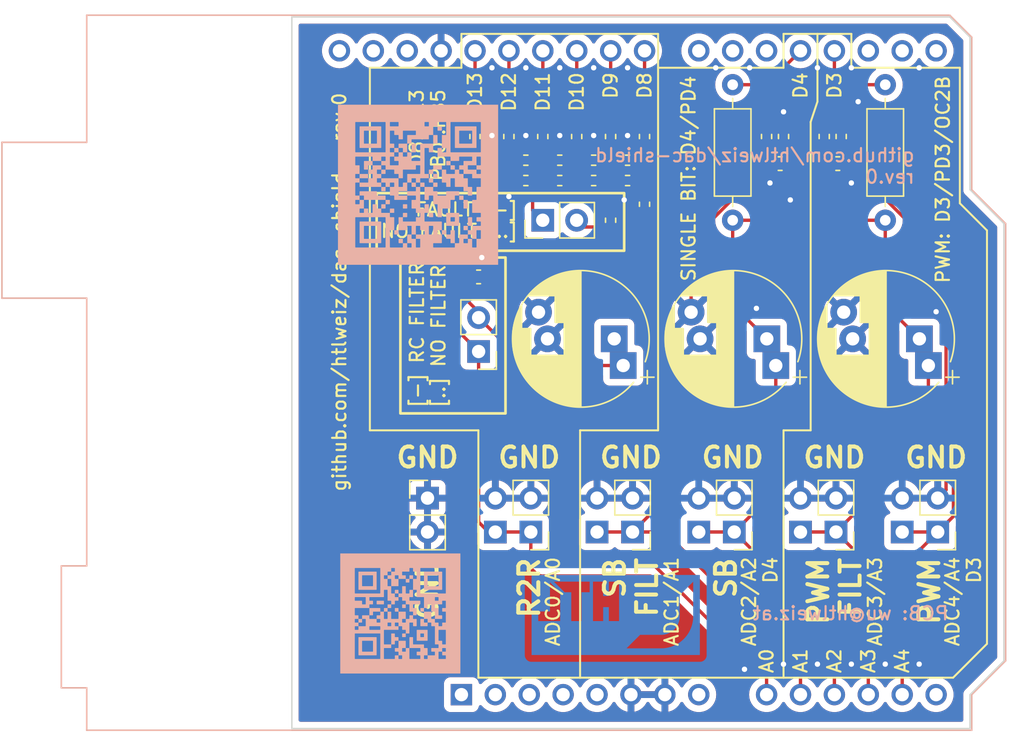
<source format=kicad_pcb>
(kicad_pcb (version 20211014) (generator pcbnew)
  (title_block (title "DAC shield") (date "2023-02-16") (rev "rev.0") (company "HTL Weiz") (comment 1 "wu@htlweiz.at"))
  (layers (0 "F.Cu" signal) (31 "B.Cu" signal) (34 "B.Paste" user) (35 "F.Paste" user) (36 "B.SilkS" user "B.Silkscreen") (37 "F.SilkS" user "F.Silkscreen") (38 "B.Mask" user) (39 "F.Mask" user) (44 "Edge.Cuts" user))
  (net 0 "")
  (net 6 "GND")
  (net 8 "r2r_filt")
  (net 9 "sb_filt")
  (net 10 "sb")
  (net 11 "pwm_filt")
  (net 12 "pwm")
  (net 20 "b0")
  (net 21 "b1")
  (net 22 "b2")
  (net 23 "b3")
  (net 24 "b4")
  (net 25 "b5")
  (net 29 "Net-(C5-Pad1)")
  (net 30 "Net-(J4-Pad1)")
  (net 31 "Net-(J4-Pad2)")
  (net 32 "Net-(R4-Pad2)")
  (net 33 "Net-(R10-Pad1)")
  (net 34 "Net-(R10-Pad2)")
  (net 35 "Net-(R19-Pad2)")
  (footprint "Resistor_SMD:R_0402_1005Metric" (layer "F.Cu") (at 124.206 88.464 180)
    (fp_text reference "R23" hide)
    (fp_text value "1k")
  )
  (footprint "Connector_PinHeader_2.54mm:PinHeader_1x02_P2.54mm_Vertical" (layer "F.Cu") (at 142.36 114.808 180)
    (fp_text reference "J3" hide)
    (fp_text value "Conn_01x02")
  )
  (footprint "Resistor_SMD:R_0402_1005Metric" (layer "F.Cu") (at 135.636 85.164 -90)
    (fp_text reference "R4" hide)
    (fp_text value "1k")
  )
  (footprint "Resistor_SMD:R_0402_1005Metric" (layer "F.Cu") (at 128.016 85.164 -90)
    (fp_text reference "R18" hide)
    (fp_text value "1k")
  )
  (footprint "Capacitor_THT:CP_Radial_D10.0mm_P5.00mm_P7.50mm" (layer "F.Cu") (at 133.367602 100.33 180)
    (fp_text reference "C6" hide)
    (fp_text value "dnp/4u7")
  )
  (footprint "Resistor_SMD:R_0402_1005Metric" (layer "F.Cu") (at 129.286 88.464 180)
    (fp_text reference "R13" hide)
    (fp_text value "1k")
  )
  (footprint "Capacitor_SMD:C_0603_1608Metric" (layer "F.Cu") (at 150.114 87.194)
    (fp_text reference "C1" hide)
    (fp_text value "15n")
  )
  (footprint "Connector_PinHeader_2.54mm:PinHeader_1x02_P2.54mm_Vertical" (layer "F.Cu") (at 128.011 91.44 90)
    (fp_text reference "J4" hide)
    (fp_text value "Conn_01x02")
  )
  (footprint "htl-logo:logo-6mm" (layer "F.Cu") (at 111.252 127.508 90)
    (fp_text reference "REF**" hide)
    (fp_text value "logo-6mm" hide)
  )
  (footprint "Connector_PinHeader_2.54mm:PinHeader_1x02_P2.54mm_Vertical" (layer "F.Cu") (at 124.46 114.813 180)
    (fp_text reference "TP1" hide)
    (fp_text value "TestPoint_2Pole")
  )
  (footprint "Resistor_SMD:R_0402_1005Metric" (layer "F.Cu") (at 124.206 86.94 180)
    (fp_text reference "R22" hide)
    (fp_text value "1k")
  )
  (footprint "Connector_PinHeader_2.54mm:PinHeader_1x02_P2.54mm_Vertical" (layer "F.Cu") (at 134.74 114.808 180)
    (fp_text reference "J5" hide)
    (fp_text value "Conn_01x02")
  )
  (footprint "Resistor_SMD:R_0402_1005Metric" (layer "F.Cu") (at 133.096 85.164 -90)
    (fp_text reference "R8" hide)
    (fp_text value "1k")
  )
  (footprint "Resistor_SMD:R_0402_1005Metric" (layer "F.Cu") (at 126.746 86.94 180)
    (fp_text reference "R19" hide)
    (fp_text value "1k")
  )
  (footprint "Resistor_SMD:R_0402_1005Metric" (layer "F.Cu") (at 126.746 88.464 180)
    (fp_text reference "R20" hide)
    (fp_text value "1k")
  )
  (footprint "Resistor_SMD:R_0402_1005Metric" (layer "F.Cu") (at 133.096 91.44 -90)
    (fp_text reference "R14" hide)
    (fp_text value "1k")
  )
  (footprint "Resistor_SMD:R_0402_1005Metric" (layer "F.Cu") (at 130.556 85.164 -90)
    (fp_text reference "R11" hide)
    (fp_text value "1k")
  )
  (footprint "Resistor_THT:R_Axial_DIN0207_L6.3mm_D2.5mm_P10.16mm_Horizontal" (layer "F.Cu") (at 153.67 81.28 -90)
    (fp_text reference "R1" hide)
    (fp_text value "dnp")
  )
  (footprint "Resistor_SMD:R_0402_1005Metric" (layer "F.Cu") (at 125.476 85.164 -90)
    (fp_text reference "R21" hide)
    (fp_text value "1k")
  )
  (footprint "Connector_PinHeader_2.54mm:PinHeader_1x02_P2.54mm_Vertical" (layer "F.Cu") (at 154.94 114.808 180)
    (fp_text reference "TP5" hide)
    (fp_text value "TestPoint_2Pole")
  )
  (footprint "Connector_PinHeader_2.54mm:PinHeader_1x02_P2.54mm_Vertical" (layer "F.Cu") (at 123.207602 101.279 180)
    (fp_text reference "J6" hide)
    (fp_text value "Conn_01x02")
  )
  (footprint "Connector_PinHeader_2.54mm:PinHeader_1x02_P2.54mm_Vertical" (layer "F.Cu") (at 127.12 114.808 180)
    (fp_text reference "J7" hide)
    (fp_text value "Conn_01x02")
  )
  (footprint "Resistor_SMD:R_0402_1005Metric" (layer "F.Cu") (at 134.368 88.464 180)
    (fp_text reference "R7" hide)
    (fp_text value "1k")
  )
  (footprint "Resistor_THT:R_Axial_DIN0207_L6.3mm_D2.5mm_P10.16mm_Horizontal" (layer "F.Cu") (at 142.24 81.28 -90)
    (fp_text reference "R15" hide)
    (fp_text value "dnp")
  )
  (footprint "Connector_PinHeader_2.54mm:PinHeader_1x02_P2.54mm_Vertical" (layer "F.Cu") (at 132.08 114.808 180)
    (fp_text reference "TP2" hide)
    (fp_text value "TestPoint_2Pole")
  )
  (footprint "Connector_PinHeader_2.54mm:PinHeader_1x02_P2.54mm_Vertical" (layer "F.Cu") (at 147.32 114.813 180)
    (fp_text reference "TP4" hide)
    (fp_text value "TestPoint_2Pole")
  )
  (footprint "Resistor_SMD:R_0402_1005Metric" (layer "F.Cu") (at 150.368 85.162 -90)
    (fp_text reference "R3" hide)
    (fp_text value "1k")
  )
  (footprint "Resistor_SMD:R_0402_1005Metric" (layer "F.Cu") (at 144.78 85.162 -90)
    (fp_text reference "R17" hide)
    (fp_text value "1k")
  )
  (footprint "Resistor_SMD:R_0402_1005Metric" (layer "F.Cu") (at 135.636 90.242 -90)
    (fp_text reference "R5" hide)
    (fp_text value "1k")
  )
  (footprint "Connector_PinHeader_2.54mm:PinHeader_1x02_P2.54mm_Vertical" (layer "F.Cu") (at 139.7 114.813 180)
    (fp_text reference "TP3" hide)
    (fp_text value "TestPoint_2Pole")
  )
  (footprint "Capacitor_THT:CP_Radial_D10.0mm_P5.00mm_P7.50mm" (layer "F.Cu") (at 144.797602 100.33 180)
    (fp_text reference "C4" hide)
    (fp_text value "dnp/4u7")
  )
  (footprint "Resistor_SMD:R_0402_1005Metric" (layer "F.Cu") (at 131.826 86.94 180)
    (fp_text reference "R9" hide)
    (fp_text value "1k")
  )
  (footprint "Resistor_SMD:R_0402_1005Metric" (layer "F.Cu") (at 131.826 88.464 180)
    (fp_text reference "R10" hide)
    (fp_text value "1k")
  )
  (footprint "Resistor_SMD:R_0402_1005Metric" (layer "F.Cu") (at 122.936 85.164 -90)
    (fp_text reference "R24" hide)
    (fp_text value "1k")
  )
  (footprint "Capacitor_SMD:C_0603_1608Metric" (layer "F.Cu") (at 145.796 87.194 180)
    (fp_text reference "C3" hide)
    (fp_text value "15n")
  )
  (footprint "Capacitor_SMD:C_0603_1608Metric" (layer "F.Cu") (at 123.207602 95.686)
    (fp_text reference "C5" hide)
    (fp_text value "15n")
  )
  (footprint "Resistor_SMD:R_0402_1005Metric" (layer "F.Cu") (at 149.098 85.162 -90)
    (fp_text reference "R2" hide)
    (fp_text value "1k")
  )
  (footprint "Connector_PinHeader_2.54mm:PinHeader_1x02_P2.54mm_Vertical" (layer "F.Cu") (at 149.98 114.808 180)
    (fp_text reference "J2" hide)
    (fp_text value "Conn_01x02")
  )
  (footprint "Connector_PinHeader_2.54mm:PinHeader_1x02_P2.54mm_Vertical" (layer "F.Cu") (at 157.6 114.808 180)
    (fp_text reference "J1" hide)
    (fp_text value "Conn_01x02")
  )
  (footprint "Resistor_SMD:R_0402_1005Metric" (layer "F.Cu") (at 146.05 85.162 -90)
    (fp_text reference "R16" hide)
    (fp_text value "1k")
  )
  (footprint "Capacitor_THT:CP_Radial_D10.0mm_P5.00mm_P7.50mm" (layer "F.Cu") (at 156.227602 100.33 180)
    (fp_text reference "C2" hide)
    (fp_text value "dnp/4u7")
  )
  (footprint "Resistor_SMD:R_0402_1005Metric" (layer "F.Cu") (at 129.286 86.94 180)
    (fp_text reference "R12" hide)
    (fp_text value "1k")
  )
  (footprint "Resistor_SMD:R_0402_1005Metric" (layer "F.Cu") (at 134.366 86.94 180)
    (fp_text reference "R6" hide)
    (fp_text value "1k")
  )
  (footprint "Connector_PinHeader_2.54mm:PinHeader_1x02_P2.54mm_Vertical" (layer "F.Cu") (at 119.38 112.268)
    (fp_text reference "J8" hide)
    (fp_text value "Conn_01x02")
  )
  (footprint "Module:Arduino_UNO_R3" (layer "B.Cu") (at 121.92 127)
    (fp_text reference "A1" hide)
    (fp_text value "Arduino_UNO_R3")
  )
  (footprint "htl-logos:logo-6mm" (layer "B.Cu") (at 139.781975 118.028925 180)
    (fp_text reference "REF**" hide)
    (fp_text value "logo-6mm" hide)
  )
  (gr_poly (pts (xy 116.856375 90.562843) (xy 116.858023 90.562968) (xy 116.859646 90.563174) (xy 116.861243 90.563459) (xy 116.862812 90.563821) (xy 116.864351 90.564259) (xy 116.865858 90.564768) (xy 116.867331 90.565349) (xy 116.868767 90.565999) (xy 116.870166 90.566715) (xy 116.871524 90.567496) (xy 116.87284 90.568339) (xy 116.874111 90.569244) (xy 116.875337 90.570206) (xy 116.876513 90.571226) (xy 116.87764 90.5723) (xy 116.878714 90.573426) (xy 116.879733 90.574603) (xy 116.880696 90.575828) (xy 116.8816 90.577099) (xy 116.882444 90.578415) (xy 116.883225 90.579774) (xy 116.883941 90.581172) (xy 116.88459 90.582609) (xy 116.885171 90.584081) (xy 116.885681 90.585588) (xy 116.886118 90.587127) (xy 116.88648 90.588697) (xy 116.886765 90.590294) (xy 116.886972 90.591917) (xy 116.887097 90.593564) (xy 116.887139 90.595233) (xy 116.887139 90.854692) (xy 116.887097 90.856361) (xy 116.886972 90.858008) (xy 116.886765 90.859631) (xy 116.88648 90.861229) (xy 116.886118 90.862798) (xy 116.885681 90.864337) (xy 116.885171 90.865844) (xy 116.88459 90.867317) (xy 116.883941 90.868753) (xy 116.883225 90.870152) (xy 116.882444 90.87151) (xy 116.8816 90.872826) (xy 116.880696 90.874097) (xy 116.879733 90.875322) (xy 116.878714 90.876499) (xy 116.87764 90.877626) (xy 116.876513 90.878699) (xy 116.875337 90.879719) (xy 116.874111 90.880682) (xy 116.87284 90.881586) (xy 116.871524 90.882429) (xy 116.870166 90.88321) (xy 116.868767 90.883927) (xy 116.867331 90.884576) (xy 116.865858 90.885157) (xy 116.864351 90.885667) (xy 116.862812 90.886104) (xy 116.861243 90.886466) (xy 116.859646 90.886751) (xy 116.858023 90.886957) (xy 116.856375 90.887082) (xy 116.854707 90.887125) (xy 116.562815 90.887125) (xy 116.562815 90.595233) (xy 116.562857 90.593564) (xy 116.562982 90.591917) (xy 116.563188 90.590294) (xy 116.563474 90.588697) (xy 116.563836 90.587127) (xy 116.564273 90.585588) (xy 116.564783 90.584081) (xy 116.565363 90.582609) (xy 116.566013 90.581172) (xy 116.566729 90.579774) (xy 116.56751 90.578415) (xy 116.568354 90.577099) (xy 116.569258 90.575828) (xy 116.570221 90.574603) (xy 116.57124 90.573426) (xy 116.572314 90.5723) (xy 116.57344 90.571226) (xy 116.574617 90.570206) (xy 116.575842 90.569244) (xy 116.577114 90.568339) (xy 116.57843 90.567496) (xy 116.579788 90.566715) (xy 116.581186 90.565999) (xy 116.582623 90.565349) (xy 116.584096 90.564768) (xy 116.585603 90.564259) (xy 116.587142 90.563821) (xy 116.588711 90.563459) (xy 116.590308 90.563174) (xy 116.591931 90.562968) (xy 116.593578 90.562843) (xy 116.595247 90.5628) (xy 116.854707 90.5628)) (layer "B.SilkS") (width 0) (fill solid))
  (gr_poly (pts (xy 122.369889 89.914194) (xy 122.371536 89.914319) (xy 122.373159 89.914525) (xy 122.374756 89.914811) (xy 122.376325 89.915173) (xy 122.377865 89.91561) (xy 122.379371 89.91612) (xy 122.380844 89.9167) (xy 122.382281 89.91735) (xy 122.383679 89.918066) (xy 122.385038 89.918847) (xy 122.386353 89.919691) (xy 122.387625 89.920595) (xy 122.38885 89.921558) (xy 122.390027 89.922577) (xy 122.391153 89.923651) (xy 122.392227 89.924777) (xy 122.393247 89.925954) (xy 122.394209 89.927179) (xy 122.395114 89.928451) (xy 122.395957 89.929767) (xy 122.396738 89.931125) (xy 122.397454 89.932523) (xy 122.398104 89.93396) (xy 122.398685 89.935433) (xy 122.399195 89.93694) (xy 122.399632 89.938479) (xy 122.399994 89.940048) (xy 122.400279 89.941645) (xy 122.400485 89.943268) (xy 122.40061 89.944915) (xy 122.400653 89.946584) (xy 122.400653 90.530368) (xy 122.40061 90.532037) (xy 122.400485 90.533684) (xy 122.400279 90.535307) (xy 122.399994 90.536904) (xy 122.399632 90.538474) (xy 122.399195 90.540013) (xy 122.398685 90.54152) (xy 122.398104 90.542992) (xy 122.397454 90.544429) (xy 122.396738 90.545828) (xy 122.395957 90.547186) (xy 122.395114 90.548502) (xy 122.394209 90.549773) (xy 122.393247 90.550998) (xy 122.392227 90.552175) (xy 122.391153 90.553301) (xy 122.390027 90.554375) (xy 122.38885 90.555395) (xy 122.387625 90.556357) (xy 122.386353 90.557262) (xy 122.385038 90.558105) (xy 122.383679 90.558886) (xy 122.382281 90.559602) (xy 122.380844 90.560252) (xy 122.379371 90.560833) (xy 122.377865 90.561342) (xy 122.376325 90.561779) (xy 122.374756 90.562142) (xy 122.373159 90.562427) (xy 122.371536 90.562633) (xy 122.369889 90.562758) (xy 122.36822 90.5628) (xy 122.108761 90.5628) (xy 122.107092 90.562758) (xy 122.105444 90.562633) (xy 122.103821 90.562427) (xy 122.102224 90.562142) (xy 122.100655 90.561779) (xy 122.099116 90.561342) (xy 122.097609 90.560832) (xy 122.096136 90.560252) (xy 122.094699 90.559602) (xy 122.093301 90.558886) (xy 122.091943 90.558105) (xy 122.090627 90.557262) (xy 122.089355 90.556357) (xy 122.08813 90.555395) (xy 122.086953 90.554375) (xy 122.085827 90.553301) (xy 122.084753 90.552175) (xy 122.083734 90.550998) (xy 122.082771 90.549773) (xy 122.081867 90.548501) (xy 122.081023 90.547186) (xy 122.080242 90.545827) (xy 122.079526 90.544429) (xy 122.078877 90.542992) (xy 122.078296 90.541519) (xy 122.077786 90.540012) (xy 122.077349 90.538473) (xy 122.076987 90.536904) (xy 122.076702 90.535307) (xy 122.076495 90.533684) (xy 122.07637 90.532037) (xy 122.076328 90.530368) (xy 122.076328 89.914152) (xy 122.36822 89.914152)) (layer "B.SilkS") (width 0) (fill solid))
  (gr_poly (pts (xy 118.833085 88.941179) (xy 118.833085 88.616855) (xy 119.124977 88.616855) (xy 119.126646 88.616897) (xy 119.128293 88.617022) (xy 119.129916 88.617228) (xy 119.131513 88.617514) (xy 119.133082 88.617876) (xy 119.134621 88.618313) (xy 119.136128 88.618823) (xy 119.137601 88.619403) (xy 119.139038 88.620053) (xy 119.140436 88.620769) (xy 119.141794 88.62155) (xy 119.14311 88.622394) (xy 119.144382 88.623298) (xy 119.145607 88.624261) (xy 119.146784 88.62528) (xy 119.14791 88.626354) (xy 119.148984 88.62748) (xy 119.150003 88.628657) (xy 119.150966 88.629882) (xy 119.15187 88.631154) (xy 119.152714 88.63247) (xy 119.153495 88.633828) (xy 119.154211 88.635226) (xy 119.154861 88.636663) (xy 119.155441 88.638136) (xy 119.155951 88.639643) (xy 119.156388 88.641182) (xy 119.156751 88.642751) (xy 119.157036 88.644348) (xy 119.157242 88.645971) (xy 119.157367 88.647618) (xy 119.157409 88.649287) (xy 119.157409 88.941179)) (layer "B.SilkS") (width 0) (fill solid))
  (gr_poly (pts (xy 116.660702 120.479761) (xy 116.660666 120.481164) (xy 116.660561 120.482549) (xy 116.660388 120.483914) (xy 116.660148 120.485257) (xy 116.659843 120.486577) (xy 116.659476 120.487871) (xy 116.659047 120.489138) (xy 116.658559 120.490377) (xy 116.658012 120.491585) (xy 116.65741 120.492761) (xy 116.656753 120.493903) (xy 116.656044 120.495009) (xy 116.655284 120.496079) (xy 116.654474 120.497109) (xy 116.653617 120.498099) (xy 116.652714 120.499046) (xy 116.651767 120.499949) (xy 116.650777 120.500806) (xy 116.649747 120.501616) (xy 116.648677 120.502376) (xy 116.647571 120.503085) (xy 116.646429 120.503742) (xy 116.645253 120.504344) (xy 116.644045 120.50489) (xy 116.642806 120.505379) (xy 116.641539 120.505807) (xy 116.640245 120.506175) (xy 116.638925 120.506479) (xy 116.637582 120.506719) (xy 116.636217 120.506893) (xy 116.634832 120.506998) (xy 116.633429 120.507034) (xy 116.387975 120.507034) (xy 116.387975 120.261579) (xy 116.38801 120.260176) (xy 116.388115 120.258791) (xy 116.388289 120.257426) (xy 116.388529 120.256083) (xy 116.388833 120.254764) (xy 116.389201 120.253469) (xy 116.389629 120.252202) (xy 116.390118 120.250964) (xy 116.390664 120.249756) (xy 116.391266 120.24858) (xy 116.391923 120.247438) (xy 116.392632 120.246331) (xy 116.393393 120.245262) (xy 116.394202 120.244231) (xy 116.395059 120.243242) (xy 116.395962 120.242295) (xy 116.39691 120.241392) (xy 116.397899 120.240535) (xy 116.398929 120.239725) (xy 116.399999 120.238964) (xy 116.401105 120.238255) (xy 116.402247 120.237598) (xy 116.403423 120.236996) (xy 116.404631 120.23645) (xy 116.40587 120.235962) (xy 116.407137 120.235533) (xy 116.408431 120.235165) (xy 116.409751 120.234861) (xy 116.411094 120.234621) (xy 116.412459 120.234448) (xy 116.413844 120.234342) (xy 116.415247 120.234307) (xy 116.660702 120.234307)) (layer "B.SilkS") (width 0) (fill solid))
  (gr_poly (pts (xy 117.751611 122.661579) (xy 117.751575 122.662983) (xy 117.75147 122.664368) (xy 117.751296 122.665733) (xy 117.751056 122.667076) (xy 117.750752 122.668395) (xy 117.750384 122.669689) (xy 117.749956 122.670957) (xy 117.749467 122.672195) (xy 117.748921 122.673403) (xy 117.748319 122.674579) (xy 117.747662 122.675721) (xy 117.746953 122.676828) (xy 117.746192 122.677897) (xy 117.745383 122.678927) (xy 117.744526 122.679917) (xy 117.743623 122.680864) (xy 117.742675 122.681767) (xy 117.741686 122.682624) (xy 117.740656 122.683434) (xy 117.739586 122.684194) (xy 117.73848 122.684904) (xy 117.737338 122.68556) (xy 117.736162 122.686163) (xy 117.734954 122.686709) (xy 117.733715 122.687197) (xy 117.732448 122.687626) (xy 117.731154 122.687993) (xy 117.729834 122.688298) (xy 117.728491 122.688538) (xy 117.727126 122.688711) (xy 117.725741 122.688817) (xy 117.724338 122.688852) (xy 117.506156 122.688852) (xy 117.504753 122.688817) (xy 117.503368 122.688711) (xy 117.502003 122.688538) (xy 117.50066 122.688298) (xy 117.49934 122.687993) (xy 117.498046 122.687626) (xy 117.496779 122.687197) (xy 117.49554 122.686709) (xy 117.494332 122.686163) (xy 117.493156 122.68556) (xy 117.492014 122.684904) (xy 117.490908 122.684194) (xy 117.489838 122.683434) (xy 117.488808 122.682624) (xy 117.487818 122.681767) (xy 117.486871 122.680864) (xy 117.485968 122.679917) (xy 117.485111 122.678927) (xy 117.484301 122.677897) (xy 117.483541 122.676828) (xy 117.482832 122.675721) (xy 117.482175 122.674579) (xy 117.481573 122.673403) (xy 117.481027 122.672195) (xy 117.480538 122.670957) (xy 117.48011 122.669689) (xy 117.479742 122.668395) (xy 117.479438 122.667076) (xy 117.479198 122.665733) (xy 117.479024 122.664368) (xy 117.478919 122.662983) (xy 117.478884 122.661579) (xy 117.478884 122.443398) (xy 117.478919 122.441994) (xy 117.479024 122.440609) (xy 117.479198 122.439244) (xy 117.479438 122.437901) (xy 117.479742 122.436582) (xy 117.48011 122.435287) (xy 117.480538 122.43402) (xy 117.481027 122.432782) (xy 117.481573 122.431574) (xy 117.482175 122.430398) (xy 117.482832 122.429255) (xy 117.483541 122.428149) (xy 117.484301 122.42708) (xy 117.485111 122.426049) (xy 117.485968 122.42506) (xy 117.486871 122.424113) (xy 117.487818 122.42321) (xy 117.488808 122.422352) (xy 117.489838 122.421543) (xy 117.490908 122.420782) (xy 117.492014 122.420073) (xy 117.493156 122.419416) (xy 117.494332 122.418814) (xy 117.49554 122.418268) (xy 117.496779 122.417779) (xy 117.498046 122.417351) (xy 117.49934 122.416983) (xy 117.50066 122.416679) (xy 117.502003 122.416439) (xy 117.503368 122.416265) (xy 117.504753 122.41616) (xy 117.506156 122.416125) (xy 117.751611 122.416125)) (layer "B.SilkS") (width 0) (fill solid))
  (gr_poly (pts (xy 124.670922 94.779016) (xy 112.670923 94.779016) (xy 112.670923 93.449287) (xy 113.96822 93.449287) (xy 113.968262 93.450956) (xy 113.968388 93.452603) (xy 113.968594 93.454226) (xy 113.968879 93.455823) (xy 113.969241 93.457392) (xy 113.969678 93.458931) (xy 113.970188 93.460438) (xy 113.970769 93.461911) (xy 113.971418 93.463347) (xy 113.972135 93.464746) (xy 113.972916 93.466104) (xy 113.973759 93.46742) (xy 113.974663 93.468691) (xy 113.975626 93.469917) (xy 113.976646 93.471093) (xy 113.977719 93.47222) (xy 113.978846 93.473294) (xy 113.980023 93.474313) (xy 113.981248 93.475276) (xy 113.982519 93.47618) (xy 113.983835 93.477024) (xy 113.985193 93.477805) (xy 113.986592 93.478521) (xy 113.988029 93.479171) (xy 113.989501 93.479751) (xy 113.991008 93.480261) (xy 113.992547 93.480698) (xy 113.994116 93.481061) (xy 113.995714 93.481346) (xy 113.997337 93.481552) (xy 113.998984 93.481677) (xy 114.000653 93.48172) (xy 116.206058 93.48172) (xy 116.207727 93.481677) (xy 116.209374 93.481552) (xy 116.210997 93.481346) (xy 116.212594 93.481061) (xy 116.214163 93.480699) (xy 116.215702 93.480261) (xy 116.217209 93.479752) (xy 116.218682 93.479171) (xy 116.220119 93.478521) (xy 116.221517 93.477805) (xy 116.222876 93.477024) (xy 116.224191 93.476181) (xy 116.225463 93.475277) (xy 116.226688 93.474314) (xy 116.227865 93.473294) (xy 116.228991 93.472221) (xy 116.230065 93.471094) (xy 116.231085 93.469917) (xy 116.232047 93.468692) (xy 116.232952 93.467421) (xy 116.233795 93.466105) (xy 116.234576 93.464747) (xy 116.235292 93.463348) (xy 116.235942 93.461912) (xy 116.236522 93.460439) (xy 116.237032 93.458932) (xy 116.237469 93.457393) (xy 116.237831 93.455824) (xy 116.238117 93.454226) (xy 116.238323 93.452603) (xy 116.238448 93.450956) (xy 116.23849 93.449287) (xy 116.562815 93.449287) (xy 116.562857 93.450956) (xy 116.562982 93.452603) (xy 116.563188 93.454226) (xy 116.563474 93.455823) (xy 116.563836 93.457392) (xy 116.564273 93.458931) (xy 116.564783 93.460438) (xy 116.565363 93.461911) (xy 116.566013 93.463347) (xy 116.566729 93.464746) (xy 116.56751 93.466104) (xy 116.568354 93.46742) (xy 116.569258 93.468691) (xy 116.570221 93.469917) (xy 116.57124 93.471093) (xy 116.572314 93.47222) (xy 116.57344 93.473294) (xy 116.574617 93.474313) (xy 116.575842 93.475276) (xy 116.577114 93.47618) (xy 116.57843 93.477024) (xy 116.579788 93.477805) (xy 116.581186 93.478521) (xy 116.582623 93.479171) (xy 116.584096 93.479751) (xy 116.585603 93.480261) (xy 116.587142 93.480698) (xy 116.588711 93.481061) (xy 116.590308 93.481346) (xy 116.591931 93.481552) (xy 116.593578 93.481677) (xy 116.595247 93.48172) (xy 117.503355 93.48172) (xy 117.505024 93.481677) (xy 117.506671 93.481552) (xy 117.508295 93.481346) (xy 117.509892 93.481061) (xy 117.511461 93.480699) (xy 117.513 93.480261) (xy 117.514507 93.479752) (xy 117.51598 93.479171) (xy 117.517416 93.478521) (xy 117.518815 93.477805) (xy 117.520173 93.477024) (xy 117.521489 93.476181) (xy 117.52276 93.475277) (xy 117.523986 93.474314) (xy 117.525162 93.473294) (xy 117.526289 93.472221) (xy 117.527363 93.471094) (xy 117.528382 93.469917) (xy 117.529345 93.468692) (xy 117.530249 93.467421) (xy 117.531093 93.466105) (xy 117.531873 93.464747) (xy 117.53259 93.463348) (xy 117.533239 93.461912) (xy 117.53382 93.460439) (xy 117.53433 93.458932) (xy 117.534767 93.457393) (xy 117.535129 93.455824) (xy 117.535414 93.454226) (xy 117.53562 93.452603) (xy 117.535746 93.450956) (xy 117.535788 93.449287) (xy 117.860112 93.449287) (xy 117.860154 93.450956) (xy 117.860279 93.452603) (xy 117.860486 93.454226) (xy 117.860771 93.455823) (xy 117.861133 93.457392) (xy 117.86157 93.458931) (xy 117.86208 93.460438) (xy 117.862661 93.461911) (xy 117.86331 93.463347) (xy 117.864026 93.464746) (xy 117.864807 93.466104) (xy 117.865651 93.46742) (xy 117.866555 93.468691) (xy 117.867518 93.469917) (xy 117.868537 93.471093) (xy 117.869611 93.47222) (xy 117.870737 93.473294) (xy 117.871914 93.474313) (xy 117.873139 93.475276) (xy 117.874411 93.47618) (xy 117.875727 93.477024) (xy 117.877085 93.477805) (xy 117.878483 93.478521) (xy 117.87992 93.479171) (xy 117.881393 93.479751) (xy 117.8829 93.480261) (xy 117.884439 93.480698) (xy 117.886008 93.481061) (xy 117.887605 93.481346) (xy 117.889228 93.481552) (xy 117.890876 93.481677) (xy 117.892545 93.48172) (xy 118.152004 93.48172) (xy 118.152004 93.481718) (xy 118.153673 93.481675) (xy 118.15532 93.48155) (xy 118.156943 93.481344) (xy 118.15854 93.481059) (xy 118.160109 93.480697) (xy 118.161648 93.48026) (xy 118.163155 93.47975) (xy 118.164628 93.479169) (xy 118.166065 93.47852) (xy 118.167463 93.477803) (xy 118.168821 93.477022) (xy 118.170137 93.476179) (xy 118.171409 93.475275) (xy 118.172634 93.474312) (xy 118.173811 93.473293) (xy 118.174937 93.472219) (xy 118.176011 93.471092) (xy 118.17703 93.469916) (xy 118.177993 93.468691) (xy 118.178897 93.467419) (xy 118.179741 93.466103) (xy 118.180522 93.464745) (xy 118.181238 93.463347) (xy 118.181887 93.46191) (xy 118.182468 93.460437) (xy 118.182978 93.45893) (xy 118.183415 93.457391) (xy 118.183777 93.455822) (xy 118.184062 93.454225) (xy 118.184269 93.452602) (xy 118.184394 93.450955) (xy 118.184436 93.449287) (xy 118.508761 93.449287) (xy 118.508803 93.450956) (xy 118.508928 93.452603) (xy 118.509134 93.454226) (xy 118.50942 93.455823) (xy 118.509782 93.457392) (xy 118.510219 93.458931) (xy 118.510729 93.460438) (xy 118.511309 93.461911) (xy 118.511959 93.463347) (xy 118.512675 93.464746) (xy 118.513456 93.466104) (xy 118.5143 93.46742) (xy 118.515204 93.468691) (xy 118.516167 93.469917) (xy 118.517186 93.471093) (xy 118.51826 93.47222) (xy 118.519386 93.473294) (xy 118.520563 93.474313) (xy 118.521788 93.475276) (xy 118.52306 93.47618) (xy 118.524376 93.477024) (xy 118.525734 93.477805) (xy 118.527132 93.478521) (xy 118.528569 93.479171) (xy 118.530042 93.479751) (xy 118.531549 93.480261) (xy 118.533088 93.480698) (xy 118.534657 93.481061) (xy 118.536254 93.481346) (xy 118.537877 93.481552) (xy 118.539524 93.481677) (xy 118.541193 93.48172) (xy 118.800652 93.48172) (xy 118.802321 93.481677) (xy 118.803968 93.481552) (xy 118.805592 93.481346) (xy 118.807189 93.481061) (xy 118.808758 93.480699) (xy 118.810297 93.480261) (xy 118.811804 93.479752) (xy 118.813277 93.479171) (xy 118.814713 93.478521) (xy 118.816112 93.477805) (xy 118.81747 93.477024) (xy 118.818786 93.476181) (xy 118.820058 93.475277) (xy 118.821283 93.474314) (xy 118.82246 93.473294) (xy 118.823586 93.472221) (xy 118.82466 93.471094) (xy 118.825679 93.469917) (xy 118.826642 93.468692) (xy 118.827546 93.467421) (xy 118.82839 93.466105) (xy 118.829171 93.464747) (xy 118.829887 93.463348) (xy 118.830536 93.461912) (xy 118.831117 93.460439) (xy 118.831627 93.458932) (xy 118.832064 93.457393) (xy 118.832426 93.455824) (xy 118.832711 93.454226) (xy 118.832917 93.452603) (xy 118.833043 93.450956) (xy 118.833085 93.449287) (xy 119.806058 93.449287) (xy 119.8061 93.450956) (xy 119.806225 93.452603) (xy 119.806431 93.454226) (xy 119.806717 93.455823) (xy 119.807079 93.457392) (xy 119.807516 93.458931) (xy 119.808026 93.460438) (xy 119.808606 93.461911) (xy 119.809256 93.463347) (xy 119.809972 93.464746) (xy 119.810753 93.466104) (xy 119.811597 93.46742) (xy 119.812501 93.468691) (xy 119.813464 93.469917) (xy 119.814483 93.471093) (xy 119.815557 93.47222) (xy 119.816683 93.473294) (xy 119.81786 93.474313) (xy 119.819085 93.475276) (xy 119.820357 93.47618) (xy 119.821673 93.477024) (xy 119.823031 93.477805) (xy 119.824429 93.478521) (xy 119.825866 93.479171) (xy 119.827339 93.479751) (xy 119.828846 93.480261) (xy 119.830385 93.480698) (xy 119.831954 93.481061) (xy 119.833551 93.481346) (xy 119.835174 93.481552) (xy 119.836821 93.481677) (xy 119.83849 93.48172) (xy 121.395247 93.48172) (xy 121.396916 93.481677) (xy 121.398563 93.481552) (xy 121.400186 93.481346) (xy 121.401783 93.481061) (xy 121.403353 93.480699) (xy 121.404892 93.480261) (xy 121.406399 93.479752) (xy 121.407871 93.479171) (xy 121.409308 93.478521) (xy 121.410706 93.477805) (xy 121.412065 93.477024) (xy 121.413381 93.476181) (xy 121.414652 93.475277) (xy 121.415877 93.474314) (xy 121.417054 93.473294) (xy 121.41818 93.472221) (xy 121.419254 93.471094) (xy 121.420274 93.469917) (xy 121.421237 93.468692) (xy 121.422141 93.467421) (xy 121.422984 93.466105) (xy 121.423765 93.464747) (xy 121.424482 93.463348) (xy 121.425131 93.461912) (xy 121.425712 93.460439) (xy 121.426222 93.458932) (xy 121.426659 93.457393) (xy 121.427021 93.455824) (xy 121.427306 93.454226) (xy 121.427512 93.452603) (xy 121.427638 93.450956) (xy 121.42768 93.449287) (xy 122.724976 93.449287) (xy 122.725019 93.450956) (xy 122.725144 93.452603) (xy 122.72535 93.454226) (xy 122.725635 93.455823) (xy 122.725997 93.457392) (xy 122.726434 93.458931) (xy 122.726944 93.460438) (xy 122.727525 93.461911) (xy 122.728175 93.463347) (xy 122.728891 93.464746) (xy 122.729672 93.466104) (xy 122.730515 93.46742) (xy 122.73142 93.468691) (xy 122.732382 93.469917) (xy 122.733402 93.471093) (xy 122.734476 93.47222) (xy 122.735602 93.473294) (xy 122.736779 93.474313) (xy 122.738004 93.475276) (xy 122.739276 93.47618) (xy 122.740591 93.477024) (xy 122.74195 93.477805) (xy 122.743348 93.478521) (xy 122.744785 93.479171) (xy 122.746257 93.479751) (xy 122.747764 93.480261) (xy 122.749303 93.480698) (xy 122.750873 93.481061) (xy 122.75247 93.481346) (xy 122.754093 93.481552) (xy 122.75574 93.481677) (xy 122.757409 93.48172) (xy 123.016868 93.48172) (xy 123.018537 93.481677) (xy 123.020185 93.481552) (xy 123.021808 93.481346) (xy 123.023405 93.481061) (xy 123.024974 93.480699) (xy 123.026513 93.480261) (xy 123.02802 93.479752) (xy 123.029493 93.479171) (xy 123.03093 93.478521) (xy 123.032328 93.477805) (xy 123.033686 93.477024) (xy 123.035002 93.476181) (xy 123.036274 93.475277) (xy 123.037499 93.474314) (xy 123.038676 93.473294) (xy 123.039802 93.472221) (xy 123.040876 93.471094) (xy 123.041895 93.469917) (xy 123.042858 93.468692) (xy 123.043762 93.467421) (xy 123.044606 93.466105) (xy 123.045387 93.464747) (xy 123.046103 93.463348) (xy 123.046752 93.461912) (xy 123.047333 93.460439) (xy 123.047843 93.458932) (xy 123.04828 93.457393) (xy 123.048642 93.455824) (xy 123.048927 93.454226) (xy 123.049133 93.452603) (xy 123.049259 93.450956) (xy 123.049301 93.449287) (xy 123.049301 92.83307) (xy 123.341192 92.83307) (xy 123.342861 92.833028) (xy 123.344508 92.832903) (xy 123.346131 92.832697) (xy 123.347728 92.832411) (xy 123.349297 92.832049) (xy 123.350836 92.831612) (xy 123.352343 92.831102) (xy 123.353816 92.830522) (xy 123.355253 92.829872) (xy 123.356651 92.829156) (xy 123.358009 92.828375) (xy 123.359325 92.827532) (xy 123.360597 92.826627) (xy 123.361822 92.825665) (xy 123.362998 92.824645) (xy 123.364125 92.823571) (xy 123.365199 92.822445) (xy 123.366218 92.821268) (xy 123.367181 92.820043) (xy 123.368085 92.818771) (xy 123.368928 92.817456) (xy 123.369709 92.816097) (xy 123.370426 92.814699) (xy 123.371075 92.813262) (xy 123.371656 92.811789) (xy 123.372166 92.810283) (xy 123.372603 92.808743) (xy 123.372965 92.807174) (xy 123.37325 92.805577) (xy 123.373456 92.803954) (xy 123.373581 92.802307) (xy 123.373624 92.800638) (xy 123.373624 92.216855) (xy 123.373581 92.215186) (xy 123.373456 92.213538) (xy 123.37325 92.211915) (xy 123.372965 92.210318) (xy 123.372603 92.208749) (xy 123.372166 92.20721) (xy 123.371656 92.205703) (xy 123.371075 92.20423) (xy 123.370426 92.202793) (xy 123.369709 92.201395) (xy 123.368928 92.200037) (xy 123.368085 92.198721) (xy 123.367181 92.197449) (xy 123.366218 92.196224) (xy 123.365199 92.195047) (xy 123.364125 92.193921) (xy 123.362998 92.192847) (xy 123.361822 92.191828) (xy 123.360597 92.190865) (xy 123.359325 92.189961) (xy 123.358009 92.189117) (xy 123.356651 92.188336) (xy 123.355253 92.18762) (xy 123.353816 92.186971) (xy 123.352343 92.18639) (xy 123.350836 92.18588) (xy 123.349297 92.185443) (xy 123.347728 92.185081) (xy 123.346131 92.184796) (xy 123.344508 92.184589) (xy 123.342861 92.184464) (xy 123.341192 92.184422) (xy 123.081733 92.184422) (xy 123.080064 92.184464) (xy 123.078417 92.184589) (xy 123.076793 92.184796) (xy 123.075196 92.185081) (xy 123.073627 92.185443) (xy 123.072088 92.18588) (xy 123.070581 92.18639) (xy 123.069108 92.186971) (xy 123.067672 92.18762) (xy 123.066273 92.188336) (xy 123.064915 92.189117) (xy 123.0636 92.189961) (xy 123.062328 92.190865) (xy 123.061103 92.191828) (xy 123.059926 92.192847) (xy 123.0588 92.193921) (xy 123.057726 92.195048) (xy 123.056707 92.196225) (xy 123.055744 92.19745) (xy 123.05484 92.198721) (xy 123.053996 92.200037) (xy 123.053215 92.201395) (xy 123.052499 92.202794) (xy 123.051849 92.20423) (xy 123.051269 92.205703) (xy 123.050759 92.20721) (xy 123.050322 92.208749) (xy 123.04996 92.210318) (xy 123.049675 92.211915) (xy 123.049468 92.213539) (xy 123.049343 92.215186) (xy 123.049301 92.216855) (xy 123.049301 92.83307) (xy 122.724976 92.83307) (xy 122.724976 93.449287) (xy 121.42768 93.449287) (xy 121.42768 93.157395) (xy 121.135788 93.157395) (xy 121.134119 93.157353) (xy 121.132472 93.157227) (xy 121.130848 93.157021) (xy 121.129251 93.156736) (xy 121.127682 93.156374) (xy 121.126143 93.155937) (xy 121.124636 93.155427) (xy 121.123163 93.154846) (xy 121.121727 93.154197) (xy 121.120328 93.15348) (xy 121.11897 93.1527) (xy 121.117654 93.151856) (xy 121.116382 93.150952) (xy 121.115157 93.149989) (xy 121.11398 93.148969) (xy 121.112854 93.147896) (xy 121.11178 93.146769) (xy 121.110761 93.145592) (xy 121.109798 93.144367) (xy 121.108894 93.143096) (xy 121.10805 93.14178) (xy 121.107269 93.140422) (xy 121.106553 93.139023) (xy 121.105904 93.137587) (xy 121.105323 93.136114) (xy 121.104813 93.134607) (xy 121.104376 93.133068) (xy 121.104014 93.131499) (xy 121.103729 93.129901) (xy 121.103523 93.128278) (xy 121.103397 93.126631) (xy 121.103355 93.124962) (xy 121.103355 92.865503) (xy 121.103313 92.863834) (xy 121.103188 92.862187) (xy 121.102981 92.860564) (xy 121.102696 92.858966) (xy 121.102334 92.857397) (xy 121.101897 92.855858) (xy 121.101387 92.854351) (xy 121.100806 92.852878) (xy 121.100157 92.851442) (xy 121.099441 92.850043) (xy 121.09866 92.848685) (xy 121.097816 92.847369) (xy 121.096912 92.846098) (xy 121.095949 92.844872) (xy 121.09493 92.843696) (xy 121.093856 92.842569) (xy 121.092729 92.841495) (xy 121.091553 92.840476) (xy 121.090327 92.839513) (xy 121.089056 92.838609) (xy 121.08774 92.837765) (xy 121.086382 92.836985) (xy 121.084983 92.836268) (xy 121.083547 92.835619) (xy 121.082074 92.835038) (xy 121.080567 92.834528) (xy 121.079028 92.834091) (xy 121.077459 92.833729) (xy 121.075862 92.833444) (xy 121.074239 92.833238) (xy 121.072592 92.833113) (xy 121.070923 92.83307) (xy 120.811463 92.83307) (xy 120.809794 92.833028) (xy 120.808147 92.832903) (xy 120.806524 92.832697) (xy 120.804927 92.832411) (xy 120.803357 92.832049) (xy 120.801818 92.831612) (xy 120.800311 92.831102) (xy 120.798839 92.830522) (xy 120.797402 92.829872) (xy 120.796003 92.829156) (xy 120.794645 92.828375) (xy 120.793329 92.827532) (xy 120.792058 92.826627) (xy 120.790833 92.825665) (xy 120.789656 92.824645) (xy 120.78853 92.823571) (xy 120.787456 92.822445) (xy 120.786436 92.821268) (xy 120.785474 92.820043) (xy 120.784569 92.818771) (xy 120.783726 92.817456) (xy 120.782945 92.816097) (xy 120.782229 92.814699) (xy 120.781579 92.813262) (xy 120.780998 92.811789) (xy 120.780489 92.810283) (xy 120.780052 92.808743) (xy 120.779689 92.807174) (xy 120.779404 92.805577) (xy 120.779198 92.803954) (xy 120.779073 92.802307) (xy 120.779031 92.800638) (xy 120.779031 92.508747) (xy 120.454706 92.508747) (xy 120.454706 93.124962) (xy 120.454664 93.126631) (xy 120.454539 93.128279) (xy 120.454333 93.129902) (xy 120.454048 93.131499) (xy 120.453685 93.133068) (xy 120.453248 93.134607) (xy 120.452738 93.136114) (xy 120.452158 93.137587) (xy 120.451508 93.139024) (xy 120.450792 93.140422) (xy 120.450011 93.14178) (xy 120.449168 93.143096) (xy 120.448263 93.144368) (xy 120.447301 93.145593) (xy 120.446281 93.14677) (xy 120.445207 93.147896) (xy 120.444081 93.14897) (xy 120.442904 93.149989) (xy 120.441679 93.150952) (xy 120.440407 93.151856) (xy 120.439092 93.1527) (xy 120.437733 93.153481) (xy 120.436335 93.154197) (xy 120.434898 93.154846) (xy 120.433425 93.155427) (xy 120.431918 93.155937) (xy 120.430379 93.156374) (xy 120.42881 93.156736) (xy 120.427213 93.157021) (xy 120.42559 93.157227) (xy 120.423943 93.157353) (xy 120.422274 93.157395) (xy 119.83849 93.157395) (xy 119.836821 93.157437) (xy 119.835174 93.157562) (xy 119.833551 93.157769) (xy 119.831954 93.158054) (xy 119.830385 93.158416) (xy 119.828845 93.158853) (xy 119.827339 93.159363) (xy 119.825866 93.159944) (xy 119.824429 93.160593) (xy 119.823031 93.161309) (xy 119.821672 93.16209) (xy 119.820357 93.162934) (xy 119.819085 93.163838) (xy 119.81786 93.164801) (xy 119.816683 93.16582) (xy 119.815557 93.166894) (xy 119.814483 93.16802) (xy 119.813463 93.169197) (xy 119.812501 93.170422) (xy 119.811596 93.171694) (xy 119.810753 93.17301) (xy 119.809972 93.174368) (xy 119.809256 93.175766) (xy 119.808606 93.177203) (xy 119.808026 93.178676) (xy 119.807516 93.180183) (xy 119.807079 93.181722) (xy 119.806717 93.183291) (xy 119.806431 93.184888) (xy 119.806225 93.186511) (xy 119.8061 93.188158) (xy 119.806058 93.189827) (xy 119.806058 93.449287) (xy 118.833085 93.449287) (xy 118.833085 92.865503) (xy 118.833043 92.863834) (xy 118.832917 92.862187) (xy 118.832711 92.860564) (xy 118.832426 92.858966) (xy 118.832064 92.857397) (xy 118.831627 92.855858) (xy 118.831117 92.854351) (xy 118.830536 92.852878) (xy 118.829887 92.851442) (xy 118.82917 92.850043) (xy 118.82839 92.848685) (xy 118.827546 92.847369) (xy 118.826642 92.846098) (xy 118.825679 92.844872) (xy 118.82466 92.843696) (xy 118.823586 92.842569) (xy 118.822459 92.841495) (xy 118.821283 92.840476) (xy 118.820057 92.839513) (xy 118.818786 92.838609) (xy 118.81747 92.837765) (xy 118.816112 92.836985) (xy 118.814713 92.836268) (xy 118.813277 92.835619) (xy 118.811804 92.835038) (xy 118.810297 92.834528) (xy 118.808758 92.834091) (xy 118.807189 92.833729) (xy 118.805592 92.833444) (xy 118.803968 92.833238) (xy 118.802321 92.833113) (xy 118.800652 92.83307) (xy 118.508761 92.83307) (xy 118.508761 93.449287) (xy 118.184436 93.449287) (xy 118.184436 93.449286) (xy 118.184436 93.189827) (xy 118.184394 93.188158) (xy 118.184269 93.186511) (xy 118.184062 93.184887) (xy 118.183777 93.18329) (xy 118.183415 93.181721) (xy 118.182978 93.180182) (xy 118.182468 93.178675) (xy 118.181887 93.177202) (xy 118.181238 93.175766) (xy 118.180522 93.174367) (xy 118.179741 93.173009) (xy 118.178897 93.171694) (xy 118.177993 93.170422) (xy 118.17703 93.169197) (xy 118.176011 93.16802) (xy 118.174937 93.166894) (xy 118.173811 93.16582) (xy 118.172634 93.164801) (xy 118.171409 93.163838) (xy 118.170137 93.162934) (xy 118.168821 93.16209) (xy 118.167463 93.161309) (xy 118.166065 93.160593) (xy 118.164628 93.159943) (xy 118.163155 93.159363) (xy 118.161648 93.158853) (xy 118.160109 93.158416) (xy 118.15854 93.158054) (xy 118.156943 93.157769) (xy 118.15532 93.157562) (xy 118.153673 93.157437) (xy 118.152004 93.157395) (xy 117.860112 93.157395) (xy 117.860112 93.449287) (xy 117.535788 93.449287) (xy 117.535788 93.157395) (xy 117.860112 93.157395) (xy 117.860112 92.800638) (xy 118.184436 92.800638) (xy 118.184478 92.802307) (xy 118.184604 92.803954) (xy 118.18481 92.805577) (xy 118.185095 92.807174) (xy 118.185457 92.808743) (xy 118.185894 92.810283) (xy 118.186404 92.811789) (xy 118.186985 92.813262) (xy 118.187634 92.814699) (xy 118.188351 92.816097) (xy 118.189131 92.817456) (xy 118.189975 92.818771) (xy 118.190879 92.820043) (xy 118.191842 92.821268) (xy 118.192862 92.822445) (xy 118.193935 92.823571) (xy 118.195062 92.824645) (xy 118.196239 92.825665) (xy 118.197464 92.826627) (xy 118.198735 92.827532) (xy 118.200051 92.828375) (xy 118.201409 92.829156) (xy 118.202808 92.829872) (xy 118.204244 92.830522) (xy 118.205717 92.831102) (xy 118.207224 92.831612) (xy 118.208763 92.832049) (xy 118.210332 92.832411) (xy 118.21193 92.832697) (xy 118.213553 92.832903) (xy 118.2152 92.833028) (xy 118.216869 92.83307) (xy 118.508761 92.83307) (xy 118.508761 92.508747) (xy 119.124977 92.508747) (xy 119.126646 92.508704) (xy 119.128293 92.508579) (xy 119.129916 92.508373) (xy 119.131513 92.508088) (xy 119.133082 92.507726) (xy 119.134621 92.507289) (xy 119.136128 92.506779) (xy 119.137601 92.506198) (xy 119.139038 92.505548) (xy 119.140436 92.504832) (xy 119.141795 92.504051) (xy 119.14311 92.503208) (xy 119.144382 92.502303) (xy 119.145607 92.501341) (xy 119.146784 92.500321) (xy 119.14791 92.499247) (xy 119.148984 92.498121) (xy 119.150004 92.496944) (xy 119.150966 92.495719) (xy 119.151871 92.494447) (xy 119.152714 92.493132) (xy 119.153495 92.491773) (xy 119.154211 92.490375) (xy 119.154861 92.488938) (xy 119.155441 92.487465) (xy 119.155951 92.485959) (xy 119.156388 92.484419) (xy 119.156751 92.48285) (xy 119.157036 92.481253) (xy 119.157242 92.47963) (xy 119.157367 92.477983) (xy 119.157409 92.476314) (xy 119.481734 92.476314) (xy 119.481776 92.477983) (xy 119.481901 92.47963) (xy 119.482107 92.481253) (xy 119.482392 92.48285) (xy 119.482755 92.484419) (xy 119.483192 92.485959) (xy 119.483702 92.487465) (xy 119.484282 92.488938) (xy 119.484932 92.490375) (xy 119.485648 92.491773) (xy 119.486429 92.493132) (xy 119.487272 92.494447) (xy 119.488177 92.495719) (xy 119.489139 92.496944) (xy 119.490159 92.498121) (xy 119.491233 92.499247) (xy 119.492359 92.500321) (xy 119.493536 92.501341) (xy 119.494761 92.502303) (xy 119.496033 92.503208) (xy 119.497348 92.504051) (xy 119.498707 92.504832) (xy 119.500105 92.505548) (xy 119.501542 92.506198) (xy 119.503015 92.506779) (xy 119.504522 92.507289) (xy 119.506061 92.507726) (xy 119.50763 92.508088) (xy 119.509227 92.508373) (xy 119.51085 92.508579) (xy 119.512497 92.508704) (xy 119.514166 92.508747) (xy 119.773625 92.508747) (xy 119.775294 92.508704) (xy 119.776941 92.508579) (xy 119.778564 92.508373) (xy 119.780162 92.508088) (xy 119.781731 92.507726) (xy 119.78327 92.507289) (xy 119.784777 92.506779) (xy 119.78625 92.506198) (xy 119.787686 92.505548) (xy 119.789085 92.504832) (xy 119.790443 92.504051) (xy 119.791759 92.503208) (xy 119.79303 92.502303) (xy 119.794256 92.501341) (xy 119.795432 92.500321) (xy 119.796559 92.499247) (xy 119.797633 92.498121) (xy 119.798652 92.496944) (xy 119.799615 92.495719) (xy 119.800519 92.494447) (xy 119.801363 92.493132) (xy 119.802143 92.491773) (xy 119.80286 92.490375) (xy 119.803509 92.488938) (xy 119.80409 92.487465) (xy 119.8046 92.485959) (xy 119.805037 92.484419) (xy 119.805399 92.48285) (xy 119.805684 92.481253) (xy 119.80589 92.47963) (xy 119.806016 92.477983) (xy 119.806058 92.476314) (xy 120.130382 92.476314) (xy 120.130425 92.477983) (xy 120.13055 92.47963) (xy 120.130756 92.481253) (xy 120.131041 92.48285) (xy 120.131403 92.484419) (xy 120.13184 92.485959) (xy 120.13235 92.487465) (xy 120.132931 92.488938) (xy 120.13358 92.490375) (xy 120.134297 92.491773) (xy 120.135078 92.493132) (xy 120.135921 92.494447) (xy 120.136825 92.495719) (xy 120.137788 92.496944) (xy 120.138808 92.498121) (xy 120.139881 92.499247) (xy 120.141008 92.500321) (xy 120.142185 92.501341) (xy 120.14341 92.502303) (xy 120.144681 92.503208) (xy 120.145997 92.504051) (xy 120.147355 92.504832) (xy 120.148754 92.505548) (xy 120.15019 92.506198) (xy 120.151663 92.506779) (xy 120.15317 92.507289) (xy 120.154709 92.507726) (xy 120.156278 92.508088) (xy 120.157876 92.508373) (xy 120.159499 92.508579) (xy 120.161146 92.508704) (xy 120.162815 92.508747) (xy 120.454706 92.508747) (xy 120.454706 92.184422) (xy 120.162815 92.184422) (xy 120.161146 92.184464) (xy 120.159499 92.184589) (xy 120.157876 92.184796) (xy 120.156278 92.185081) (xy 120.154709 92.185443) (xy 120.15317 92.18588) (xy 120.151663 92.18639) (xy 120.15019 92.186971) (xy 120.148754 92.18762) (xy 120.147355 92.188336) (xy 120.145997 92.189117) (xy 120.144681 92.189961) (xy 120.14341 92.190865) (xy 120.142185 92.191828) (xy 120.141008 92.192847) (xy 120.139881 92.193921) (xy 120.138808 92.195048) (xy 120.137788 92.196225) (xy 120.136825 92.19745) (xy 120.135921 92.198721) (xy 120.135078 92.200037) (xy 120.134297 92.201395) (xy 120.13358 92.202794) (xy 120.132931 92.20423) (xy 120.13235 92.205703) (xy 120.13184 92.20721) (xy 120.131403 92.208749) (xy 120.131041 92.210318) (xy 120.130756 92.211915) (xy 120.13055 92.213539) (xy 120.130425 92.215186) (xy 120.130382 92.216855) (xy 120.130382 92.476314) (xy 119.806058 92.476314) (xy 119.806058 91.89253) (xy 119.806016 91.890861) (xy 119.80589 91.889214) (xy 119.805684 91.887591) (xy 119.805399 91.885993) (xy 119.805037 91.884424) (xy 119.8046 91.882885) (xy 119.80409 91.881378) (xy 119.803509 91.879905) (xy 119.80286 91.878469) (xy 119.802143 91.87707) (xy 119.801362 91.875712) (xy 119.800519 91.874396) (xy 119.799615 91.873125) (xy 119.798652 91.8719) (xy 119.797632 91.870723) (xy 119.796559 91.869596) (xy 119.795432 91.868523) (xy 119.794255 91.867503) (xy 119.79303 91.86654) (xy 119.791759 91.865636) (xy 119.790443 91.864793) (xy 119.789085 91.864012) (xy 119.787686 91.863295) (xy 119.78625 91.862646) (xy 119.784777 91.862065) (xy 119.78327 91.861555) (xy 119.781731 91.861118) (xy 119.780162 91.860756) (xy 119.778564 91.860471) (xy 119.776941 91.860265) (xy 119.775294 91.86014) (xy 119.773625 91.860097) (xy 119.514166 91.860097) (xy 119.512497 91.86014) (xy 119.51085 91.860265) (xy 119.509227 91.860471) (xy 119.50763 91.860756) (xy 119.50606 91.861119) (xy 119.504521 91.861556) (xy 119.503014 91.862065) (xy 119.501542 91.862646) (xy 119.500105 91.863296) (xy 119.498706 91.864012) (xy 119.497348 91.864793) (xy 119.496032 91.865636) (xy 119.494761 91.866541) (xy 119.493536 91.867503) (xy 119.492359 91.868523) (xy 119.491233 91.869597) (xy 119.490159 91.870723) (xy 119.489139 91.8719) (xy 119.488177 91.873125) (xy 119.487272 91.874397) (xy 119.486429 91.875713) (xy 119.485648 91.877071) (xy 119.484932 91.878469) (xy 119.484282 91.879906) (xy 119.483701 91.881379) (xy 119.483192 91.882886) (xy 119.482755 91.884425) (xy 119.482392 91.885994) (xy 119.482107 91.887591) (xy 119.481901 91.889214) (xy 119.481776 91.890861) (xy 119.481734 91.89253) (xy 119.481734 92.476314) (xy 119.157409 92.476314) (xy 119.157409 92.216855) (xy 119.157367 92.215186) (xy 119.157242 92.213538) (xy 119.157036 92.211915) (xy 119.156751 92.210318) (xy 119.156388 92.208749) (xy 119.155951 92.20721) (xy 119.155441 92.205703) (xy 119.154861 92.20423) (xy 119.154211 92.202793) (xy 119.153495 92.201395) (xy 119.152714 92.200037) (xy 119.15187 92.198721) (xy 119.150966 92.197449) (xy 119.150003 92.196224) (xy 119.148984 92.195047) (xy 119.14791 92.193921) (xy 119.146784 92.192847) (xy 119.145607 92.191828) (xy 119.144382 92.190865) (xy 119.14311 92.189961) (xy 119.141794 92.189117) (xy 119.140436 92.188336) (xy 119.139038 92.18762) (xy 119.137601 92.186971) (xy 119.136128 92.18639) (xy 119.134621 92.18588) (xy 119.133082 92.185443) (xy 119.131513 92.185081) (xy 119.129916 92.184796) (xy 119.128293 92.184589) (xy 119.126646 92.184464) (xy 119.124977 92.184422) (xy 118.865517 92.184422) (xy 118.863848 92.18438) (xy 118.862201 92.184255) (xy 118.860578 92.184048) (xy 118.858981 92.183763) (xy 118.857412 92.183401) (xy 118.855873 92.182964) (xy 118.854366 92.182454) (xy 118.852893 92.181873) (xy 118.851456 92.181224) (xy 118.850058 92.180508) (xy 118.8487 92.179727) (xy 118.847384 92.178883) (xy 118.846112 92.177979) (xy 118.844887 92.177016) (xy 118.84371 92.175997) (xy 118.842584 92.174923) (xy 118.84151 92.173796) (xy 118.840491 92.17262) (xy 118.839528 92.171394) (xy 118.838624 92.170123) (xy 118.83778 92.168807) (xy 118.836999 92.167449) (xy 118.836283 92.16605) (xy 118.835633 92.164614) (xy 118.835053 92.163141) (xy 118.834543 92.161634) (xy 118.834106 92.160095) (xy 118.833744 92.158526) (xy 118.833459 92.156929) (xy 118.833252 92.155306) (xy 118.833127 92.153658) (xy 118.833085 92.151989) (xy 118.833085 91.89253) (xy 118.833043 91.890861) (xy 118.832917 91.889214) (xy 118.832711 91.887591) (xy 118.832426 91.885993) (xy 118.832064 91.884424) (xy 118.831627 91.882885) (xy 118.831117 91.881378) (xy 118.830536 91.879905) (xy 118.829887 91.878469) (xy 118.82917 91.87707) (xy 118.82839 91.875712) (xy 118.827546 91.874396) (xy 118.826642 91.873125) (xy 118.825679 91.8719) (xy 118.82466 91.870723) (xy 118.823586 91.869596) (xy 118.822459 91.868523) (xy 118.821283 91.867503) (xy 118.820057 91.86654) (xy 118.818786 91.865636) (xy 118.81747 91.864793) (xy 118.816112 91.864012) (xy 118.814713 91.863295) (xy 118.813277 91.862646) (xy 118.811804 91.862065) (xy 118.810297 91.861555) (xy 118.808758 91.861118) (xy 118.807189 91.860756) (xy 118.805592 91.860471) (xy 118.803968 91.860265) (xy 118.802321 91.86014) (xy 118.800652 91.860097) (xy 118.541193 91.860097) (xy 118.539524 91.86014) (xy 118.537877 91.860265) (xy 118.536254 91.860471) (xy 118.534657 91.860756) (xy 118.533088 91.861119) (xy 118.531548 91.861556) (xy 118.530042 91.862065) (xy 118.528569 91.862646) (xy 118.527132 91.863296) (xy 118.525734 91.864012) (xy 118.524375 91.864793) (xy 118.52306 91.865636) (xy 118.521788 91.866541) (xy 118.520563 91.867503) (xy 118.519386 91.868523) (xy 118.51826 91.869597) (xy 118.517186 91.870723) (xy 118.516166 91.8719) (xy 118.515204 91.873125) (xy 118.514299 91.874397) (xy 118.513456 91.875713) (xy 118.512675 91.877071) (xy 118.511959 91.878469) (xy 118.511309 91.879906) (xy 118.510729 91.881379) (xy 118.510219 91.882886) (xy 118.509782 91.884425) (xy 118.50942 91.885994) (xy 118.509134 91.887591) (xy 118.508928 91.889214) (xy 118.508803 91.890861) (xy 118.508761 91.89253) (xy 118.508761 92.508747) (xy 118.184436 92.508747) (xy 118.184436 92.800638) (xy 117.860112 92.800638) (xy 117.860112 92.541179) (xy 117.860154 92.53951) (xy 117.860279 92.537863) (xy 117.860486 92.53624) (xy 117.860771 92.534643) (xy 117.861133 92.533074) (xy 117.86157 92.531534) (xy 117.86208 92.530027) (xy 117.862661 92.528555) (xy 117.86331 92.527118) (xy 117.864026 92.52572) (xy 117.864807 92.524361) (xy 117.865651 92.523045) (xy 117.866555 92.521774) (xy 117.867518 92.520549) (xy 117.868537 92.519372) (xy 117.869611 92.518246) (xy 117.870737 92.517172) (xy 117.871914 92.516152) (xy 117.873139 92.51519) (xy 117.874411 92.514285) (xy 117.875727 92.513442) (xy 117.877085 92.512661) (xy 117.878483 92.511945) (xy 117.87992 92.511295) (xy 117.881393 92.510715) (xy 117.8829 92.510205) (xy 117.884439 92.509768) (xy 117.886008 92.509406) (xy 117.887605 92.50912) (xy 117.889228 92.508914) (xy 117.890876 92.508789) (xy 117.892545 92.508747) (xy 118.184436 92.508747) (xy 118.184436 91.89253) (xy 118.184394 91.890861) (xy 118.184269 91.889214) (xy 118.184062 91.887591) (xy 118.183777 91.885993) (xy 118.183415 91.884424) (xy 118.182978 91.882885) (xy 118.182468 91.881378) (xy 118.181887 91.879905) (xy 118.181238 91.878469) (xy 118.180522 91.87707) (xy 118.179741 91.875712) (xy 118.178897 91.874396) (xy 118.177993 91.873125) (xy 118.17703 91.8719) (xy 118.176011 91.870723) (xy 118.174937 91.869596) (xy 118.173811 91.868523) (xy 118.172634 91.867503) (xy 118.171409 91.86654) (xy 118.170137 91.865636) (xy 118.168821 91.864793) (xy 118.167463 91.864012) (xy 118.166065 91.863295) (xy 118.164628 91.862646) (xy 118.163155 91.862065) (xy 118.161648 91.861555) (xy 118.160109 91.861118) (xy 118.15854 91.860756) (xy 118.156943 91.860471) (xy 118.15532 91.860265) (xy 118.153673 91.86014) (xy 118.152004 91.860097) (xy 117.892545 91.860097) (xy 117.890875 91.86014) (xy 117.889228 91.860265) (xy 117.887605 91.860471) (xy 117.886008 91.860756) (xy 117.884439 91.861119) (xy 117.8829 91.861556) (xy 117.881393 91.862065) (xy 117.87992 91.862646) (xy 117.878483 91.863296) (xy 117.877085 91.864012) (xy 117.875727 91.864793) (xy 117.874411 91.865636) (xy 117.873139 91.866541) (xy 117.871914 91.867503) (xy 117.870737 91.868523) (xy 117.869611 91.869597) (xy 117.868537 91.870723) (xy 117.867518 91.8719) (xy 117.866555 91.873125) (xy 117.865651 91.874397) (xy 117.864807 91.875713) (xy 117.864026 91.877071) (xy 117.86331 91.878469) (xy 117.862661 91.879906) (xy 117.86208 91.881379) (xy 117.86157 91.882886) (xy 117.861133 91.884425) (xy 117.860771 91.885994) (xy 117.860486 91.887591) (xy 117.860279 91.889214) (xy 117.860154 91.890861) (xy 117.860112 91.89253) (xy 117.860112 92.151989) (xy 117.86007 92.153659) (xy 117.859945 92.155306) (xy 117.859738 92.156929) (xy 117.859453 92.158526) (xy 117.859091 92.160095) (xy 117.858654 92.161634) (xy 117.858144 92.163141) (xy 117.857563 92.164614) (xy 117.856914 92.166051) (xy 117.856198 92.167449) (xy 117.855417 92.168807) (xy 117.854573 92.170123) (xy 117.853669 92.171395) (xy 117.852706 92.17262) (xy 117.851687 92.173797) (xy 117.850613 92.174923) (xy 117.849486 92.175997) (xy 117.84831 92.177016) (xy 117.847084 92.177979) (xy 117.845813 92.178883) (xy 117.844497 92.179727) (xy 117.843139 92.180508) (xy 117.84174 92.181224) (xy 117.840304 92.181873) (xy 117.838831 92.182454) (xy 117.837324 92.182964) (xy 117.835785 92.183401) (xy 117.834216 92.183763) (xy 117.832619 92.184048) (xy 117.830996 92.184255) (xy 117.829348 92.18438) (xy 117.827679 92.184422) (xy 117.211463 92.184422) (xy 117.211463 92.476314) (xy 117.211421 92.477983) (xy 117.211296 92.47963) (xy 117.21109 92.481253) (xy 117.210804 92.482851) (xy 117.210442 92.48442) (xy 117.210005 92.485959) (xy 117.209495 92.487466) (xy 117.208915 92.488939) (xy 117.208265 92.490375) (xy 117.207549 92.491774) (xy 117.206768 92.493132) (xy 117.205924 92.494448) (xy 117.20502 92.495719) (xy 117.204057 92.496945) (xy 117.203038 92.498121) (xy 117.201964 92.499248) (xy 117.200838 92.500322) (xy 117.199661 92.501341) (xy 117.198436 92.502304) (xy 117.197164 92.503208) (xy 117.195848 92.504051) (xy 117.19449 92.504832) (xy 117.193092 92.505549) (xy 117.191655 92.506198) (xy 117.190182 92.506779) (xy 117.188676 92.507289) (xy 117.187136 92.507726) (xy 117.185567 92.508088) (xy 117.18397 92.508373) (xy 117.182347 92.508579) (xy 117.1807 92.508704) (xy 117.179031 92.508747) (xy 116.919572 92.508747) (xy 116.917903 92.508704) (xy 116.916256 92.508579) (xy 116.914632 92.508373) (xy 116.913035 92.508088) (xy 116.911466 92.507726) (xy 116.909927 92.507289) (xy 116.90842 92.506779) (xy 116.906947 92.506198) (xy 116.905511 92.505548) (xy 116.904112 92.504832) (xy 116.902754 92.504051) (xy 116.901438 92.503208) (xy 116.900167 92.502303) (xy 116.898941 92.501341) (xy 116.897765 92.500321) (xy 116.896638 92.499247) (xy 116.895564 92.498121) (xy 116.894545 92.496944) (xy 116.893582 92.495719) (xy 116.892678 92.494447) (xy 116.891834 92.493132) (xy 116.891053 92.491773) (xy 116.890337 92.490375) (xy 116.889688 92.488938) (xy 116.889107 92.487465) (xy 116.888597 92.485959) (xy 116.88816 92.484419) (xy 116.887798 92.48285) (xy 116.887513 92.481253) (xy 116.887307 92.47963) (xy 116.887181 92.477983) (xy 116.887139 92.476314) (xy 116.887139 92.184422) (xy 116.595247 92.184422) (xy 116.593578 92.184464) (xy 116.591931 92.184589) (xy 116.590308 92.184796) (xy 116.588711 92.185081) (xy 116.587142 92.185443) (xy 116.585603 92.18588) (xy 116.584096 92.18639) (xy 116.582623 92.186971) (xy 116.581186 92.18762) (xy 116.579788 92.188336) (xy 116.57843 92.189117) (xy 116.577114 92.189961) (xy 116.575842 92.190865) (xy 116.574617 92.191828) (xy 116.57344 92.192847) (xy 116.572314 92.193921) (xy 116.57124 92.195048) (xy 116.570221 92.196225) (xy 116.569258 92.19745) (xy 116.568354 92.198721) (xy 116.56751 92.200037) (xy 116.566729 92.201395) (xy 116.566013 92.202794) (xy 116.565363 92.20423) (xy 116.564783 92.205703) (xy 116.564273 92.20721) (xy 116.563836 92.208749) (xy 116.563474 92.210318) (xy 116.563188 92.211915) (xy 116.562982 92.213539) (xy 116.562857 92.215186) (xy 116.562815 92.216855) (xy 116.562815 93.449287) (xy 116.23849 93.449287) (xy 116.23849 91.243882) (xy 116.238448 91.242213) (xy 116.238323 91.240566) (xy 116.238117 91.238942) (xy 116.237831 91.237345) (xy 116.237469 91.235776) (xy 116.237032 91.234237) (xy 116.236522 91.23273) (xy 116.235942 91.231257) (xy 116.235292 91.229821) (xy 116.234576 91.228422) (xy 116.233795 91.227064) (xy 116.232951 91.225748) (xy 116.232047 91.224476) (xy 116.231084 91.223251) (xy 116.230065 91.222074) (xy 116.228991 91.220948) (xy 116.227865 91.219874) (xy 116.226688 91.218855) (xy 116.225463 91.217892) (xy 116.224191 91.216988) (xy 116.222875 91.216144) (xy 116.221517 91.215363) (xy 116.220119 91.214647) (xy 116.218682 91.213998) (xy 116.217209 91.213417) (xy 116.215702 91.212907) (xy 116.214163 91.21247) (xy 116.212594 91.212108) (xy 116.210997 91.211823) (xy 116.209374 91.211617) (xy 116.207727 91.211491) (xy 116.206058 91.211449) (xy 114.000653 91.211449) (xy 113.998984 91.211491) (xy 113.997337 91.211617) (xy 113.995714 91.211823) (xy 113.994116 91.212108) (xy 113.992547 91.21247) (xy 113.991008 91.212907) (xy 113.989501 91.213417) (xy 113.988029 91.213998) (xy 113.986592 91.214647) (xy 113.985193 91.215364) (xy 113.983835 91.216145) (xy 113.982519 91.216988) (xy 113.981248 91.217892) (xy 113.980023 91.218855) (xy 113.978846 91.219875) (xy 113.977719 91.220948) (xy 113.976646 91.222075) (xy 113.975626 91.223252) (xy 113.974663 91.224477) (xy 113.973759 91.225748) (xy 113.972916 91.227064) (xy 113.972135 91.228422) (xy 113.971418 91.229821) (xy 113.970769 91.231258) (xy 113.970188 91.23273) (xy 113.969678 91.234237) (xy 113.969241 91.235776) (xy 113.968879 91.237345) (xy 113.968594 91.238943) (xy 113.968388 91.240566) (xy 113.968262 91.242213) (xy 113.96822 91.243882) (xy 113.96822 93.449287) (xy 112.670923 93.449287) (xy 112.670923 90.854692) (xy 114.292545 90.854692) (xy 114.292587 90.856361) (xy 114.292712 90.858008) (xy 114.292918 90.859631) (xy 114.293204 90.861228) (xy 114.293566 90.862797) (xy 114.294003 90.864336) (xy 114.294513 90.865843) (xy 114.295093 90.867316) (xy 114.295743 90.868753) (xy 114.296459 90.870151) (xy 114.29724 90.871509) (xy 114.298084 90.872825) (xy 114.298988 90.874097) (xy 114.299951 90.875322) (xy 114.30097 90.876499) (xy 114.302044 90.877625) (xy 114.30317 90.878699) (xy 114.304347 90.879719) (xy 114.305572 90.880681) (xy 114.306844 90.881586) (xy 114.30816 90.882429) (xy 114.309518 90.88321) (xy 114.310916 90.883926) (xy 114.312353 90.884576) (xy 114.313826 90.885157) (xy 114.315333 90.885666) (xy 114.316872 90.886103) (xy 114.318441 90.886466) (xy 114.320038 90.886751) (xy 114.321661 90.886957) (xy 114.323308 90.887082) (xy 114.324977 90.887125) (xy 114.584436 90.887125) (xy 114.586105 90.887082) (xy 114.587753 90.886957) (xy 114.589376 90.886751) (xy 114.590973 90.886466) (xy 114.592542 90.886103) (xy 114.594081 90.885666) (xy 114.595588 90.885157) (xy 114.597061 90.884576) (xy 114.598497 90.883926) (xy 114.599896 90.88321) (xy 114.601254 90.882429) (xy 114.60257 90.881586) (xy 114.603842 90.880681) (xy 114.605067 90.879719) (xy 114.606243 90.878699) (xy 114.60737 90.877625) (xy 114.608444 90.876499) (xy 114.609463 90.875322) (xy 114.610426 90.874097) (xy 114.61133 90.872825) (xy 114.612174 90.871509) (xy 114.612955 90.870151) (xy 114.613671 90.868753) (xy 114.61432 90.867316) (xy 114.614901 90.865843) (xy 114.615411 90.864336) (xy 114.615848 90.862797) (xy 114.61621 90.861228) (xy 114.616495 90.859631) (xy 114.616701 90.858008) (xy 114.616827 90.856361) (xy 114.616869 90.854692) (xy 114.616869 90.5628) (xy 114.908761 90.5628) (xy 114.91043 90.562843) (xy 114.912077 90.562968) (xy 114.9137 90.563174) (xy 114.915297 90.563459) (xy 114.916866 90.563821) (xy 114.918405 90.564259) (xy 114.919912 90.564768) (xy 114.921385 90.565349) (xy 114.922822 90.565999) (xy 114.92422 90.566715) (xy 114.925578 90.567496) (xy 114.926894 90.568339) (xy 114.928166 90.569244) (xy 114.929391 90.570206) (xy 114.930568 90.571226) (xy 114.931694 90.5723) (xy 114.932768 90.573426) (xy 114.933787 90.574603) (xy 114.93475 90.575828) (xy 114.935654 90.577099) (xy 114.936498 90.578415) (xy 114.937279 90.579774) (xy 114.937995 90.581172) (xy 114.938644 90.582609) (xy 114.939225 90.584081) (xy 114.939735 90.585588) (xy 114.940172 90.587127) (xy 114.940534 90.588697) (xy 114.940819 90.590294) (xy 114.941026 90.591917) (xy 114.941151 90.593564) (xy 114.941193 90.595233) (xy 114.941193 90.854692) (xy 114.941235 90.856361) (xy 114.941361 90.858008) (xy 114.941567 90.859631) (xy 114.941852 90.861228) (xy 114.942214 90.862797) (xy 114.942651 90.864336) (xy 114.943161 90.865843) (xy 114.943742 90.867316) (xy 114.944391 90.868753) (xy 114.945108 90.870151) (xy 114.945889 90.871509) (xy 114.946732 90.872825) (xy 114.947636 90.874097) (xy 114.948599 90.875322) (xy 114.949619 90.876499) (xy 114.950692 90.877625) (xy 114.951819 90.878699) (xy 114.952996 90.879719) (xy 114.954221 90.880681) (xy 114.955492 90.881586) (xy 114.956808 90.882429) (xy 114.958166 90.88321) (xy 114.959565 90.883926) (xy 114.961001 90.884576) (xy 114.962474 90.885157) (xy 114.963981 90.885666) (xy 114.96552 90.886103) (xy 114.967089 90.886466) (xy 114.968687 90.886751) (xy 114.97031 90.886957) (xy 114.971957 90.887082) (xy 114.973626 90.887125) (xy 115.233085 90.887125) (xy 115.234754 90.887082) (xy 115.236401 90.886957) (xy 115.238024 90.886751) (xy 115.239622 90.886466) (xy 115.241191 90.886103) (xy 115.24273 90.885666) (xy 115.244237 90.885157) (xy 115.24571 90.884576) (xy 115.247146 90.883926) (xy 115.248545 90.88321) (xy 115.249903 90.882429) (xy 115.251219 90.881586) (xy 115.25249 90.880681) (xy 115.253715 90.879719) (xy 115.254892 90.878699) (xy 115.256018 90.877625) (xy 115.257092 90.876499) (xy 115.258112 90.875322) (xy 115.259074 90.874097) (xy 115.259979 90.872825) (xy 115.260822 90.871509) (xy 115.261603 90.870151) (xy 115.262319 90.868753) (xy 115.262969 90.867316) (xy 115.26355 90.865843) (xy 115.264059 90.864336) (xy 115.264496 90.862797) (xy 115.264859 90.861228) (xy 115.265144 90.859631) (xy 115.26535 90.858008) (xy 115.265475 90.856361) (xy 115.265517 90.854692) (xy 115.265517 90.270909) (xy 115.26556 90.26924) (xy 115.265685 90.267593) (xy 115.265891 90.26597) (xy 115.266176 90.264372) (xy 115.266539 90.262803) (xy 115.266976 90.261264) (xy 115.267485 90.259757) (xy 115.268066 90.258284) (xy 115.268716 90.256848) (xy 115.269432 90.255449) (xy 115.270213 90.254091) (xy 115.271056 90.252775) (xy 115.271961 90.251504) (xy 115.272923 90.250278) (xy 115.273943 90.249102) (xy 115.275017 90.247975) (xy 115.276143 90.246901) (xy 115.27732 90.245882) (xy 115.278545 90.244919) (xy 115.279817 90.244015) (xy 115.281133 90.243171) (xy 115.282491 90.242391) (xy 115.283889 90.241674) (xy 115.285326 90.241025) (xy 115.286799 90.240444) (xy 115.288306 90.239934) (xy 115.289845 90.239497) (xy 115.291414 90.239135) (xy 115.293011 90.23885) (xy 115.294634 90.238644) (xy 115.296281 90.238519) (xy 115.29795 90.238476) (xy 115.557409 90.238476) (xy 115.559078 90.238519) (xy 115.560725 90.238644) (xy 115.562348 90.23885) (xy 115.563946 90.239135) (xy 115.565515 90.239497) (xy 115.567054 90.239934) (xy 115.568561 90.240444) (xy 115.570034 90.241025) (xy 115.57147 90.241674) (xy 115.572869 90.242391) (xy 115.574227 90.243172) (xy 115.575543 90.244015) (xy 115.576814 90.244919) (xy 115.578039 90.245882) (xy 115.579216 90.246902) (xy 115.580343 90.247975) (xy 115.581417 90.249102) (xy 115.582436 90.250279) (xy 115.583399 90.251504) (xy 115.584303 90.252775) (xy 115.585147 90.254091) (xy 115.585927 90.255449) (xy 115.586644 90.256848) (xy 115.587293 90.258284) (xy 115.587874 90.259757) (xy 115.588384 90.261264) (xy 115.588821 90.262803) (xy 115.589183 90.264372) (xy 115.589468 90.26597) (xy 115.589674 90.267593) (xy 115.5898 90.26924) (xy 115.589842 90.270909) (xy 115.589842 90.530368) (xy 115.589884 90.532037) (xy 115.590009 90.533684) (xy 115.590216 90.535307) (xy 115.590501 90.536904) (xy 115.590863 90.538473) (xy 115.5913 90.540012) (xy 115.59181 90.541519) (xy 115.592391 90.542992) (xy 115.59304 90.544429) (xy 115.593756 90.545827) (xy 115.594537 90.547186) (xy 115.595381 90.548501) (xy 115.596285 90.549773) (xy 115.597248 90.550998) (xy 115.598267 90.552175) (xy 115.599341 90.553301) (xy 115.600467 90.554375) (xy 115.601644 90.555395) (xy 115.602869 90.556357) (xy 115.604141 90.557262) (xy 115.605457 90.558105) (xy 115.606815 90.558886) (xy 115.608213 90.559602) (xy 115.60965 90.560252) (xy 115.611123 90.560832) (xy 115.61263 90.561342) (xy 115.614169 90.561779) (xy 115.615738 90.562142) (xy 115.617335 90.562427) (xy 115.618958 90.562633) (xy 115.620605 90.562758) (xy 115.622274 90.5628) (xy 115.914166 90.5628) (xy 115.914166 90.270909) (xy 115.914208 90.26924) (xy 115.914334 90.267593) (xy 115.91454 90.26597) (xy 115.914825 90.264372) (xy 115.915187 90.262803) (xy 115.915624 90.261264) (xy 115.916134 90.259757) (xy 115.916715 90.258284) (xy 115.917364 90.256848) (xy 115.918081 90.255449) (xy 115.918861 90.254091) (xy 115.919705 90.252775) (xy 115.920609 90.251504) (xy 115.921572 90.250279) (xy 115.922591 90.249102) (xy 115.923665 90.247975) (xy 115.924792 90.246902) (xy 115.925968 90.245882) (xy 115.927194 90.244919) (xy 115.928465 90.244015) (xy 115.929781 90.243172) (xy 115.931139 90.242391) (xy 115.932538 90.241674) (xy 115.933974 90.241025) (xy 115.935447 90.240444) (xy 115.936954 90.239934) (xy 115.938493 90.239497) (xy 115.940062 90.239135) (xy 115.941659 90.23885) (xy 115.943282 90.238644) (xy 115.94493 90.238519) (xy 115.946599 90.238476) (xy 116.23849 90.238476) (xy 116.23849 89.914152) (xy 114.616869 89.914152) (xy 114.616869 90.5628) (xy 114.324977 90.5628) (xy 114.323308 90.562843) (xy 114.321661 90.562968) (xy 114.320038 90.563174) (xy 114.318441 90.563459) (xy 114.316872 90.563821) (xy 114.315333 90.564259) (xy 114.313826 90.564768) (xy 114.312353 90.565349) (xy 114.310916 90.565999) (xy 114.309518 90.566715) (xy 114.30816 90.567496) (xy 114.306844 90.568339) (xy 114.305572 90.569244) (xy 114.304347 90.570206) (xy 114.30317 90.571226) (xy 114.302044 90.5723) (xy 114.30097 90.573426) (xy 114.299951 90.574603) (xy 114.298988 90.575828) (xy 114.298084 90.577099) (xy 114.29724 90.578415) (xy 114.296459 90.579774) (xy 114.295743 90.581172) (xy 114.295093 90.582609) (xy 114.294513 90.584081) (xy 114.294003 90.585588) (xy 114.293566 90.587127) (xy 114.293204 90.588697) (xy 114.292918 90.590294) (xy 114.292712 90.591917) (xy 114.292587 90.593564) (xy 114.292545 90.595233) (xy 114.292545 90.854692) (xy 112.670923 90.854692) (xy 112.670923 90.206044) (xy 113.96822 90.206044) (xy 113.968262 90.207713) (xy 113.968388 90.20936) (xy 113.968594 90.210983) (xy 113.968879 90.21258) (xy 113.969241 90.214149) (xy 113.969678 90.215688) (xy 113.970188 90.217195) (xy 113.970769 90.218668) (xy 113.971418 90.220105) (xy 113.972135 90.221503) (xy 113.972916 90.222861) (xy 113.973759 90.224177) (xy 113.974663 90.225449) (xy 113.975626 90.226674) (xy 113.976646 90.227851) (xy 113.977719 90.228977) (xy 113.978846 90.230051) (xy 113.980023 90.23107) (xy 113.981248 90.232033) (xy 113.982519 90.232937) (xy 113.983835 90.233781) (xy 113.985193 90.234562) (xy 113.986592 90.235278) (xy 113.988029 90.235928) (xy 113.989501 90.236508) (xy 113.991008 90.237018) (xy 113.992547 90.237455) (xy 113.994116 90.237817) (xy 113.995714 90.238103) (xy 113.997337 90.238309) (xy 113.998984 90.238434) (xy 114.000653 90.238476) (xy 114.260112 90.238476) (xy 114.261781 90.238434) (xy 114.263428 90.238309) (xy 114.265051 90.238103) (xy 114.266648 90.237817) (xy 114.268217 90.237455) (xy 114.269757 90.237018) (xy 114.271263 90.236508) (xy 114.272736 90.235928) (xy 114.274173 90.235278) (xy 114.275571 90.234562) (xy 114.27693 90.233781) (xy 114.278245 90.232937) (xy 114.279517 90.232033) (xy 114.280742 90.23107) (xy 114.281919 90.230051) (xy 114.283045 90.228977) (xy 114.284119 90.227851) (xy 114.285139 90.226674) (xy 114.286101 90.225449) (xy 114.287006 90.224177) (xy 114.287849 90.222861) (xy 114.28863 90.221503) (xy 114.289346 90.220105) (xy 114.289996 90.218668) (xy 114.290577 90.217195) (xy 114.291087 90.215688) (xy 114.291524 90.214149) (xy 114.291886 90.21258) (xy 114.292171 90.210983) (xy 114.292377 90.20936) (xy 114.292502 90.207713) (xy 114.292545 90.206044) (xy 114.292545 89.914152) (xy 114.616869 89.914152) (xy 114.616869 89.62226) (xy 114.616827 89.620591) (xy 114.616701 89.618944) (xy 114.616495 89.617321) (xy 114.61621 89.615724) (xy 114.615848 89.614154) (xy 114.615411 89.612615) (xy 114.614901 89.611108) (xy 114.61432 89.609636) (xy 114.613671 89.608199) (xy 114.612954 89.6068) (xy 114.612174 89.605442) (xy 114.61133 89.604126) (xy 114.610426 89.602855) (xy 114.609463 89.60163) (xy 114.608444 89.600453) (xy 114.60737 89.599327) (xy 114.606243 89.598253) (xy 114.605067 89.597233) (xy 114.603841 89.596271) (xy 114.60257 89.595366) (xy 114.601254 89.594523) (xy 114.599896 89.593742) (xy 114.598497 89.593026) (xy 114.597061 89.592376) (xy 114.595588 89.591795) (xy 114.594081 89.591286) (xy 114.592542 89.590849) (xy 114.590973 89.590486) (xy 114.589376 89.590201) (xy 114.587752 89.589995) (xy 114.586105 89.58987) (xy 114.584436 89.589828) (xy 114.292545 89.589828) (xy 114.292545 89.914152) (xy 114.000653 89.914152) (xy 113.998984 89.914194) (xy 113.997337 89.914319) (xy 113.995714 89.914525) (xy 113.994116 89.914811) (xy 113.992547 89.915173) (xy 113.991008 89.91561) (xy 113.989501 89.91612) (xy 113.988029 89.9167) (xy 113.986592 89.91735) (xy 113.985193 89.918066) (xy 113.983835 89.918847) (xy 113.982519 89.919691) (xy 113.981248 89.920595) (xy 113.980023 89.921558) (xy 113.978846 89.922577) (xy 113.977719 89.923651) (xy 113.976646 89.924777) (xy 113.975626 89.925954) (xy 113.974663 89.927179) (xy 113.973759 89.928451) (xy 113.972916 89.929767) (xy 113.972135 89.931125) (xy 113.971418 89.932523) (xy 113.970769 89.93396) (xy 113.970188 89.935433) (xy 113.969678 89.93694) (xy 113.969241 89.938479) (xy 113.968879 89.940048) (xy 113.968594 89.941645) (xy 113.968388 89.943268) (xy 113.968262 89.944915) (xy 113.96822 89.946584) (xy 113.96822 90.206044) (xy 112.670923 90.206044) (xy 112.670923 89.557395) (xy 113.96822 89.557395) (xy 113.968262 89.559064) (xy 113.968388 89.560711) (xy 113.968594 89.562334) (xy 113.968879 89.563931) (xy 113.969241 89.5655) (xy 113.969678 89.567039) (xy 113.970188 89.568546) (xy 113.970769 89.570019) (xy 113.971418 89.571456) (xy 113.972135 89.572854) (xy 113.972916 89.574212) (xy 113.973759 89.575528) (xy 113.974663 89.5768) (xy 113.975626 89.578025) (xy 113.976646 89.579202) (xy 113.977719 89.580328) (xy 113.978846 89.581402) (xy 113.980023 89.582422) (xy 113.981248 89.583384) (xy 113.982519 89.584289) (xy 113.983835 89.585132) (xy 113.985193 89.585913) (xy 113.986592 89.586629) (xy 113.988029 89.587279) (xy 113.989501 89.58786) (xy 113.991008 89.588369) (xy 113.992547 89.588806) (xy 113.994116 89.589169) (xy 113.995714 89.589454) (xy 113.997337 89.58966) (xy 113.998984 89.589785) (xy 114.000653 89.589828) (xy 114.292545 89.589828) (xy 114.292545 89.297936) (xy 114.292587 89.296267) (xy 114.292712 89.294619) (xy 114.292918 89.292996) (xy 114.293204 89.291399) (xy 114.293566 89.28983) (xy 114.294003 89.288291) (xy 114.294513 89.286784) (xy 114.295093 89.285311) (xy 114.295743 89.283875) (xy 114.296459 89.282476) (xy 114.29724 89.281118) (xy 114.298084 89.279802) (xy 114.298988 89.278531) (xy 114.299951 89.277306) (xy 114.30097 89.276129) (xy 114.302044 89.275003) (xy 114.30317 89.273929) (xy 114.304347 89.272909) (xy 114.305572 89.271946) (xy 114.306844 89.271042) (xy 114.30816 89.270199) (xy 114.309518 89.269418) (xy 114.310916 89.268702) (xy 114.312353 89.268052) (xy 114.313826 89.267471) (xy 114.315333 89.266962) (xy 114.316872 89.266524) (xy 114.318441 89.266162) (xy 114.320038 89.265877) (xy 114.321661 89.265671) (xy 114.323308 89.265546) (xy 114.324977 89.265503) (xy 115.557409 89.265503) (xy 115.559078 89.265546) (xy 115.560725 89.265671) (xy 115.562348 89.265877) (xy 115.563946 89.266162) (xy 115.565515 89.266524) (xy 115.567054 89.266962) (xy 115.568561 89.267471) (xy 115.570034 89.268052) (xy 115.57147 89.268702) (xy 115.572869 89.269418) (xy 115.574227 89.270199) (xy 115.575543 89.271042) (xy 115.576814 89.271946) (xy 115.578039 89.272909) (xy 115.579216 89.273929) (xy 115.580343 89.275003) (xy 115.581417 89.276129) (xy 115.582436 89.277306) (xy 115.583399 89.278531) (xy 115.584303 89.279802) (xy 115.585147 89.281118) (xy 115.585927 89.282476) (xy 115.586644 89.283875) (xy 115.587293 89.285311) (xy 115.587874 89.286784) (xy 115.588384 89.288291) (xy 115.588821 89.28983) (xy 115.589183 89.291399) (xy 115.589468 89.292996) (xy 115.589674 89.294619) (xy 115.5898 89.296267) (xy 115.589842 89.297936) (xy 115.589842 89.557395) (xy 115.589884 89.559064) (xy 115.590009 89.560711) (xy 115.590216 89.562334) (xy 115.590501 89.563931) (xy 115.590863 89.5655) (xy 115.5913 89.567039) (xy 115.59181 89.568546) (xy 115.592391 89.570019) (xy 115.59304 89.571456) (xy 115.593756 89.572854) (xy 115.594537 89.574212) (xy 115.595381 89.575528) (xy 115.596285 89.5768) (xy 115.597248 89.578025) (xy 115.598267 89.579202) (xy 115.599341 89.580328) (xy 115.600467 89.581402) (xy 115.601644 89.582422) (xy 115.602869 89.583384) (xy 115.604141 89.584289) (xy 115.605457 89.585132) (xy 115.606815 89.585913) (xy 115.608213 89.586629) (xy 115.60965 89.587279) (xy 115.611123 89.58786) (xy 115.61263 89.588369) (xy 115.614169 89.588806) (xy 115.615738 89.589169) (xy 115.617335 89.589454) (xy 115.618958 89.58966) (xy 115.620605 89.589785) (xy 115.622274 89.589828) (xy 116.206058 89.589828) (xy 116.207727 89.58987) (xy 116.209374 89.589995) (xy 116.210997 89.590201) (xy 116.212594 89.590486) (xy 116.214163 89.590849) (xy 116.215702 89.591286) (xy 116.217209 89.591796) (xy 116.218682 89.592376) (xy 116.220119 89.593026) (xy 116.221517 89.593742) (xy 116.222875 89.594523) (xy 116.224191 89.595366) (xy 116.225463 89.596271) (xy 116.226688 89.597233) (xy 116.227865 89.598253) (xy 116.228991 89.599327) (xy 116.230065 89.600453) (xy 116.231084 89.60163) (xy 116.232047 89.602855) (xy 116.232951 89.604127) (xy 116.233795 89.605442) (xy 116.234576 89.606801) (xy 116.235292 89.608199) (xy 116.235942 89.609636) (xy 116.236522 89.611109) (xy 116.237032 89.612616) (xy 116.237469 89.614155) (xy 116.237831 89.615724) (xy 116.238117 89.617321) (xy 116.238323 89.618944) (xy 116.238448 89.620591) (xy 116.23849 89.62226) (xy 116.23849 89.914152) (xy 116.530382 89.914152) (xy 116.532051 89.914194) (xy 116.533698 89.914319) (xy 116.535321 89.914525) (xy 116.536918 89.914811) (xy 116.538488 89.915173) (xy 116.540027 89.91561) (xy 116.541534 89.91612) (xy 116.543006 89.9167) (xy 116.544443 89.91735) (xy 116.545842 89.918066) (xy 116.5472 89.918847) (xy 116.548516 89.919691) (xy 116.549787 89.920595) (xy 116.551012 89.921558) (xy 116.552189 89.922577) (xy 116.553315 89.923651) (xy 116.554389 89.924777) (xy 116.555409 89.925954) (xy 116.556372 89.927179) (xy 116.557276 89.928451) (xy 116.558119 89.929767) (xy 116.5589 89.931125) (xy 116.559617 89.932523) (xy 116.560266 89.93396) (xy 116.560847 89.935433) (xy 116.561357 89.93694) (xy 116.561794 89.938479) (xy 116.562156 89.940048) (xy 116.562441 89.941645) (xy 116.562647 89.943268) (xy 116.562773 89.944915) (xy 116.562815 89.946584) (xy 116.562815 90.206044) (xy 116.562773 90.207713) (xy 116.562647 90.20936) (xy 116.562441 90.210983) (xy 116.562156 90.21258) (xy 116.561794 90.214149) (xy 116.561357 90.215688) (xy 116.560847 90.217195) (xy 116.560266 90.218668) (xy 116.559617 90.220105) (xy 116.5589 90.221503) (xy 116.558119 90.222861) (xy 116.557276 90.224177) (xy 116.556372 90.225449) (xy 116.555409 90.226674) (xy 116.554389 90.227851) (xy 116.553315 90.228977) (xy 116.552189 90.230051) (xy 116.551012 90.23107) (xy 116.549787 90.232033) (xy 116.548516 90.232937) (xy 116.5472 90.233781) (xy 116.545842 90.234562) (xy 116.544443 90.235278) (xy 116.543006 90.235928) (xy 116.541534 90.236508) (xy 116.540027 90.237018) (xy 116.538488 90.237455) (xy 116.536918 90.237817) (xy 116.535321 90.238103) (xy 116.533698 90.238309) (xy 116.532051 90.238434) (xy 116.530382 90.238476) (xy 116.23849 90.238476) (xy 116.23849 90.530368) (xy 116.238448 90.532037) (xy 116.238323 90.533684) (xy 116.238117 90.535307) (xy 116.237831 90.536904) (xy 116.237469 90.538474) (xy 116.237032 90.540013) (xy 116.236522 90.54152) (xy 116.235942 90.542992) (xy 116.235292 90.544429) (xy 116.234576 90.545828) (xy 116.233795 90.547186) (xy 116.232951 90.548502) (xy 116.232047 90.549773) (xy 116.231084 90.550998) (xy 116.230065 90.552175) (xy 116.228991 90.553301) (xy 116.227865 90.554375) (xy 116.226688 90.555395) (xy 116.225463 90.556357) (xy 116.224191 90.557262) (xy 116.222875 90.558105) (xy 116.221517 90.558886) (xy 116.220119 90.559602) (xy 116.218682 90.560252) (xy 116.217209 90.560833) (xy 116.215702 90.561342) (xy 116.214163 90.561779) (xy 116.212594 90.562142) (xy 116.210997 90.562427) (xy 116.209374 90.562633) (xy 116.207727 90.562758) (xy 116.206058 90.5628) (xy 115.914166 90.5628) (xy 115.914166 90.854692) (xy 115.914208 90.856361) (xy 115.914334 90.858008) (xy 115.91454 90.859631) (xy 115.914825 90.861228) (xy 115.915187 90.862797) (xy 115.915624 90.864336) (xy 115.916134 90.865843) (xy 115.916715 90.867316) (xy 115.917364 90.868753) (xy 115.918081 90.870151) (xy 115.918861 90.871509) (xy 115.919705 90.872825) (xy 115.920609 90.874097) (xy 115.921572 90.875322) (xy 115.922591 90.876499) (xy 115.923665 90.877625) (xy 115.924792 90.878699) (xy 115.925968 90.879719) (xy 115.927194 90.880681) (xy 115.928465 90.881586) (xy 115.929781 90.882429) (xy 115.931139 90.88321) (xy 115.932538 90.883926) (xy 115.933974 90.884576) (xy 115.935447 90.885157) (xy 115.936954 90.885666) (xy 115.938493 90.886103) (xy 115.940062 90.886466) (xy 115.941659 90.886751) (xy 115.943282 90.886957) (xy 115.94493 90.887082) (xy 115.946599 90.887125) (xy 116.562815 90.887125) (xy 116.562815 91.179017) (xy 116.562857 91.180686) (xy 116.562982 91.182333) (xy 116.563188 91.183956) (xy 116.563474 91.185553) (xy 116.563836 91.187122) (xy 116.564273 91.188661) (xy 116.564783 91.190168) (xy 116.565363 91.191641) (xy 116.566013 91.193077) (xy 116.566729 91.194476) (xy 116.56751 91.195834) (xy 116.568354 91.19715) (xy 116.569258 91.198421) (xy 116.570221 91.199647) (xy 116.57124 91.200823) (xy 116.572314 91.20195) (xy 116.57344 91.203024) (xy 116.574617 91.204043) (xy 116.575842 91.205006) (xy 116.577114 91.20591) (xy 116.57843 91.206754) (xy 116.579788 91.207535) (xy 116.581186 91.208251) (xy 116.582623 91.2089) (xy 116.584096 91.209481) (xy 116.585603 91.209991) (xy 116.587142 91.210428) (xy 116.588711 91.21079) (xy 116.590308 91.211075) (xy 116.591931 91.211282) (xy 116.593578 91.211407) (xy 116.595247 91.211449) (xy 116.854707 91.211449) (xy 116.856375 91.211491) (xy 116.858023 91.211617) (xy 116.859646 91.211823) (xy 116.861243 91.212108) (xy 116.862812 91.21247) (xy 116.864351 91.212907) (xy 116.865858 91.213417) (xy 116.867331 91.213998) (xy 116.868767 91.214647) (xy 116.870166 91.215364) (xy 116.871524 91.216145) (xy 116.87284 91.216988) (xy 116.874111 91.217892) (xy 116.875337 91.218855) (xy 116.876513 91.219875) (xy 116.87764 91.220948) (xy 116.878714 91.222075) (xy 116.879733 91.223252) (xy 116.880696 91.224477) (xy 116.8816 91.225748) (xy 116.882444 91.227064) (xy 116.883225 91.228422) (xy 116.883941 91.229821) (xy 116.88459 91.231258) (xy 116.885171 91.23273) (xy 116.885681 91.234237) (xy 116.886118 91.235776) (xy 116.88648 91.237345) (xy 116.886765 91.238943) (xy 116.886972 91.240566) (xy 116.887097 91.242213) (xy 116.887139 91.243882) (xy 116.887139 92.184422) (xy 117.211463 92.184422) (xy 117.211463 91.243882) (xy 117.211505 91.242213) (xy 117.211631 91.240566) (xy 117.211837 91.238943) (xy 117.212122 91.237345) (xy 117.212484 91.235776) (xy 117.212921 91.234237) (xy 117.213431 91.23273) (xy 117.214012 91.231258) (xy 117.214661 91.229821) (xy 117.215378 91.228422) (xy 117.216159 91.227064) (xy 117.217002 91.225748) (xy 117.217906 91.224477) (xy 117.218869 91.223252) (xy 117.219889 91.222075) (xy 117.220963 91.220948) (xy 117.222089 91.219875) (xy 117.223266 91.218855) (xy 117.224491 91.217892) (xy 117.225762 91.216988) (xy 117.227078 91.216145) (xy 117.228437 91.215364) (xy 117.229835 91.214647) (xy 117.231272 91.213998) (xy 117.232744 91.213417) (xy 117.234251 91.212907) (xy 117.23579 91.21247) (xy 117.23736 91.212108) (xy 117.238957 91.211823) (xy 117.24058 91.211617) (xy 117.242227 91.211491) (xy 117.243896 91.211449) (xy 117.535788 91.211449) (xy 117.535788 91.503341) (xy 117.53583 91.50501) (xy 117.535955 91.506657) (xy 117.536162 91.50828) (xy 117.536447 91.509877) (xy 117.536809 91.511447) (xy 117.537246 91.512986) (xy 117.537756 91.514493) (xy 117.538336 91.515965) (xy 117.538986 91.517402) (xy 117.539702 91.5188) (xy 117.540483 91.520159) (xy 117.541327 91.521475) (xy 117.542231 91.522746) (xy 117.543194 91.523971) (xy 117.544213 91.525148) (xy 117.545287 91.526274) (xy 117.546413 91.527348) (xy 117.54759 91.528368) (xy 117.548815 91.529331) (xy 117.550087 91.530235) (xy 117.551403 91.531078) (xy 117.552761 91.531859) (xy 117.554159 91.532576) (xy 117.555596 91.533225) (xy 117.557069 91.533806) (xy 117.558576 91.534316) (xy 117.560115 91.534753) (xy 117.561684 91.535115) (xy 117.563281 91.5354) (xy 117.564904 91.535606) (xy 117.566551 91.535732) (xy 117.56822 91.535774) (xy 118.476328 91.535774) (xy 118.477997 91.535732) (xy 118.479644 91.535606) (xy 118.481267 91.5354) (xy 118.482865 91.535115) (xy 118.484434 91.534753) (xy 118.485973 91.534316) (xy 118.48748 91.533806) (xy 118.488953 91.533225) (xy 118.490389 91.532576) (xy 118.491788 91.531859) (xy 118.493146 91.531078) (xy 118.494462 91.530235) (xy 118.495733 91.529331) (xy 118.496959 91.528368) (xy 118.498135 91.527348) (xy 118.499262 91.526274) (xy 118.500336 91.525148) (xy 118.501355 91.523971) (xy 118.502318 91.522746) (xy 118.503222 91.521475) (xy 118.504066 91.520159) (xy 118.504846 91.5188) (xy 118.505563 91.517402) (xy 118.506212 91.515965) (xy 118.506793 91.514493) (xy 118.507303 91.512986) (xy 118.50774 91.511447) (xy 118.508102 91.509877) (xy 118.508387 91.50828) (xy 118.508593 91.506657) (xy 118.508719 91.50501) (xy 118.508761 91.503341) (xy 118.508761 91.243882) (xy 118.508803 91.242213) (xy 118.508928 91.240566) (xy 118.509134 91.238942) (xy 118.50942 91.237345) (xy 118.509782 91.235776) (xy 118.510219 91.234237) (xy 118.510729 91.23273) (xy 118.511309 91.231257) (xy 118.511959 91.229821) (xy 118.512675 91.228422) (xy 118.513456 91.227064) (xy 118.5143 91.225748) (xy 118.515204 91.224476) (xy 118.516167 91.223251) (xy 118.517186 91.222074) (xy 118.51826 91.220948) (xy 118.519386 91.219874) (xy 118.520563 91.218855) (xy 118.521788 91.217892) (xy 118.52306 91.216988) (xy 118.524376 91.216144) (xy 118.525734 91.215363) (xy 118.527132 91.214647) (xy 118.528569 91.213998) (xy 118.530042 91.213417) (xy 118.531549 91.212907) (xy 118.533088 91.21247) (xy 118.534657 91.212108) (xy 118.536254 91.211823) (xy 118.537877 91.211617) (xy 118.539524 91.211491) (xy 118.541193 91.211449) (xy 118.800652 91.211449) (xy 118.802321 91.211407) (xy 118.803968 91.211282) (xy 118.805592 91.211075) (xy 118.807189 91.21079) (xy 118.808758 91.210428) (xy 118.810297 91.209991) (xy 118.811804 91.209481) (xy 118.813277 91.2089) (xy 118.814713 91.208251) (xy 118.816112 91.207535) (xy 118.81747 91.206754) (xy 118.818786 91.20591) (xy 118.820058 91.205006) (xy 118.821283 91.204043) (xy 118.82246 91.203024) (xy 118.823586 91.20195) (xy 118.82466 91.200823) (xy 118.825679 91.199647) (xy 118.826642 91.198421) (xy 118.827546 91.19715) (xy 118.82839 91.195834) (xy 118.829171 91.194476) (xy 118.829887 91.193077) (xy 118.830536 91.191641) (xy 118.831117 91.190168) (xy 118.831627 91.188661) (xy 118.832064 91.187122) (xy 118.832426 91.185553) (xy 118.832711 91.183956) (xy 118.832917 91.182333) (xy 118.833043 91.180686) (xy 118.833085 91.179017) (xy 118.833085 90.919557) (xy 118.833043 90.917888) (xy 118.832917 90.916241) (xy 118.832711 90.914618) (xy 118.832426 90.913021) (xy 118.832064 90.911451) (xy 118.831627 90.909912) (xy 118.831117 90.908405) (xy 118.830536 90.906933) (xy 118.829887 90.905496) (xy 118.82917 90.904097) (xy 118.82839 90.902739) (xy 118.827546 90.901423) (xy 118.826642 90.900152) (xy 118.825679 90.898927) (xy 118.82466 90.89775) (xy 118.823586 90.896624) (xy 118.822459 90.89555) (xy 118.821283 90.89453) (xy 118.820057 90.893568) (xy 118.818786 90.892663) (xy 118.81747 90.89182) (xy 118.816112 90.891039) (xy 118.814713 90.890323) (xy 118.813277 90.889673) (xy 118.811804 90.889092) (xy 118.810297 90.888583) (xy 118.808758 90.888146) (xy 118.807189 90.887783) (xy 118.805592 90.887498) (xy 118.803968 90.887292) (xy 118.802321 90.887167) (xy 118.800652 90.887125) (xy 118.541193 90.887125) (xy 118.539524 90.887082) (xy 118.537877 90.886957) (xy 118.536254 90.886751) (xy 118.534657 90.886466) (xy 118.533088 90.886103) (xy 118.531548 90.885666) (xy 118.530042 90.885157) (xy 118.528569 90.884576) (xy 118.527132 90.883926) (xy 118.525734 90.88321) (xy 118.524375 90.882429) (xy 118.52306 90.881586) (xy 118.521788 90.880681) (xy 118.520563 90.879719) (xy 118.519386 90.878699) (xy 118.51826 90.877625) (xy 118.517186 90.876499) (xy 118.516166 90.875322) (xy 118.515204 90.874097) (xy 118.514299 90.872825) (xy 118.513456 90.871509) (xy 118.512675 90.870151) (xy 118.511959 90.868753) (xy 118.511309 90.867316) (xy 118.510729 90.865843) (xy 118.510219 90.864336) (xy 118.509782 90.862797) (xy 118.50942 90.861228) (xy 118.509134 90.859631) (xy 118.508928 90.858008) (xy 118.508803 90.856361) (xy 118.508761 90.854692) (xy 118.508761 90.595233) (xy 118.508719 90.593564) (xy 118.508593 90.591917) (xy 118.508387 90.590294) (xy 118.508102 90.588696) (xy 118.50774 90.587127) (xy 118.507303 90.585588) (xy 118.506793 90.584081) (xy 118.506212 90.582608) (xy 118.505562 90.581172) (xy 118.504846 90.579773) (xy 118.504065 90.578415) (xy 118.503222 90.577099) (xy 118.502317 90.575828) (xy 118.501355 90.574603) (xy 118.500335 90.573426) (xy 118.499261 90.572299) (xy 118.498135 90.571226) (xy 118.496958 90.570206) (xy 118.495733 90.569243) (xy 118.494461 90.568339) (xy 118.493146 90.567496) (xy 118.491787 90.566715) (xy 118.490389 90.565998) (xy 118.488952 90.565349) (xy 118.487479 90.564768) (xy 118.485973 90.564258) (xy 118.484434 90.563821) (xy 118.482864 90.563459) (xy 118.481267 90.563174) (xy 118.479644 90.562968) (xy 118.477997 90.562843) (xy 118.476328 90.5628) (xy 118.216869 90.5628) (xy 118.2152 90.562758) (xy 118.213553 90.562633) (xy 118.211929 90.562427) (xy 118.210332 90.562142) (xy 118.208763 90.561779) (xy 118.207224 90.561342) (xy 118.205717 90.560832) (xy 118.204244 90.560252) (xy 118.202808 90.559602) (xy 118.201409 90.558886) (xy 118.200051 90.558105) (xy 118.198735 90.557262) (xy 118.197464 90.556357) (xy 118.196238 90.555395) (xy 118.195062 90.554375) (xy 118.193935 90.553301) (xy 118.192861 90.552175) (xy 118.191842 90.550998) (xy 118.190879 90.549773) (xy 118.189975 90.548501) (xy 118.189131 90.547186) (xy 118.18835 90.545827) (xy 118.187634 90.544429) (xy 118.186985 90.542992) (xy 118.186404 90.541519) (xy 118.185894 90.540012) (xy 118.185457 90.538473) (xy 118.185095 90.536904) (xy 118.18481 90.535307) (xy 118.184604 90.533684) (xy 118.184478 90.532037) (xy 118.184436 90.530368) (xy 118.184436 89.946584) (xy 118.184478 89.944915) (xy 118.184604 89.943268) (xy 118.18481 89.941645) (xy 118.185095 89.940048) (xy 118.185457 89.938479) (xy 118.185894 89.936939) (xy 118.186404 89.935433) (xy 118.186985 89.93396) (xy 118.187634 89.932523) (xy 118.188351 89.931125) (xy 118.189131 89.929766) (xy 118.189975 89.928451) (xy 118.190879 89.927179) (xy 118.191842 89.925954) (xy 118.192862 89.924777) (xy 118.193935 89.923651) (xy 118.195062 89.922577) (xy 118.196239 89.921557) (xy 118.197464 89.920595) (xy 118.198735 89.91969) (xy 118.200051 89.918847) (xy 118.201409 89.918066) (xy 118.202808 89.91735) (xy 118.204244 89.9167) (xy 118.205717 89.91612) (xy 118.207224 89.91561) (xy 118.208763 89.915173) (xy 118.210332 89.914811) (xy 118.21193 89.914525) (xy 118.213553 89.914319) (xy 118.2152 89.914194) (xy 118.216869 89.914152) (xy 118.476328 89.914152) (xy 118.477997 89.91411) (xy 118.479644 89.913984) (xy 118.481267 89.913778) (xy 118.482865 89.913493) (xy 118.484434 89.913131) (xy 118.485973 89.912694) (xy 118.48748 89.912184) (xy 118.488953 89.911603) (xy 118.490389 89.910954) (xy 118.491788 89.910237) (xy 118.493146 89.909456) (xy 118.494462 89.908613) (xy 118.495733 89.907709) (xy 118.496959 89.906746) (xy 118.498135 89.905726) (xy 118.499262 89.904653) (xy 118.500336 89.903526) (xy 118.501355 89.902349) (xy 118.502318 89.901124) (xy 118.503222 89.899853) (xy 118.504066 89.898537) (xy 118.504846 89.897179) (xy 118.505563 89.89578) (xy 118.506212 89.894344) (xy 118.506793 89.892871) (xy 118.507303 89.891364) (xy 118.50774 89.889825) (xy 118.508102 89.888256) (xy 118.508387 89.886658) (xy 118.508593 89.885035) (xy 118.508719 89.883388) (xy 118.508761 89.881719) (xy 118.508761 89.62226) (xy 118.508719 89.620591) (xy 118.508593 89.618944) (xy 118.508387 89.617321) (xy 118.508102 89.615724) (xy 118.50774 89.614154) (xy 118.507303 89.612615) (xy 118.506793 89.611108) (xy 118.506212 89.609636) (xy 118.505562 89.608199) (xy 118.504846 89.6068) (xy 118.504065 89.605442) (xy 118.503222 89.604126) (xy 118.502317 89.602855) (xy 118.501355 89.60163) (xy 118.500335 89.600453) (xy 118.499261 89.599327) (xy 118.498135 89.598253) (xy 118.496958 89.597233) (xy 118.495733 89.596271) (xy 118.494461 89.595366) (xy 118.493146 89.594523) (xy 118.491787 89.593742) (xy 118.490389 89.593026) (xy 118.488952 89.592376) (xy 118.487479 89.591795) (xy 118.485973 89.591286) (xy 118.484434 89.590849) (xy 118.482864 89.590486) (xy 118.481267 89.590201) (xy 118.479644 89.589995) (xy 118.477997 89.58987) (xy 118.476328 89.589828) (xy 117.860112 89.589828) (xy 117.860112 89.881719) (xy 117.86007 89.883388) (xy 117.859945 89.885035) (xy 117.859738 89.886658) (xy 117.859453 89.888256) (xy 117.859091 89.889825) (xy 117.858654 89.891364) (xy 117.858144 89.892871) (xy 117.857563 89.894344) (xy 117.856914 89.89578) (xy 117.856198 89.897179) (xy 117.855417 89.898537) (xy 117.854573 89.899853) (xy 117.853669 89.901124) (xy 117.852706 89.90235) (xy 117.851687 89.903526) (xy 117.850613 89.904653) (xy 117.849487 89.905727) (xy 117.84831 89.906746) (xy 117.847085 89.907709) (xy 117.845813 89.908613) (xy 117.844497 89.909457) (xy 117.843139 89.910237) (xy 117.841741 89.910954) (xy 117.840304 89.911603) (xy 117.838831 89.912184) (xy 117.837324 89.912694) (xy 117.835785 89.913131) (xy 117.834216 89.913493) (xy 117.832619 89.913778) (xy 117.830996 89.913984) (xy 117.829349 89.91411) (xy 117.82768 89.914152) (xy 116.919572 89.914152) (xy 116.917903 89.91411) (xy 116.916256 89.913984) (xy 116.914633 89.913778) (xy 116.913036 89.913493) (xy 116.911466 89.913131) (xy 116.909927 89.912694) (xy 116.90842 89.912184) (xy 116.906948 89.911603) (xy 116.905511 89.910954) (xy 116.904112 89.910237) (xy 116.902754 89.909456) (xy 116.901438 89.908613) (xy 116.900167 89.907709) (xy 116.898942 89.906746) (xy 116.897765 89.905726) (xy 116.896639 89.904653) (xy 116.895565 89.903526) (xy 116.894545 89.902349) (xy 116.893583 89.901124) (xy 116.892678 89.899853) (xy 116.891835 89.898537) (xy 116.891054 89.897179) (xy 116.890338 89.89578) (xy 116.889688 89.894344) (xy 116.889107 89.892871) (xy 116.888598 89.891364) (xy 116.888161 89.889825) (xy 116.887798 89.888256) (xy 116.887513 89.886658) (xy 116.887307 89.885035) (xy 116.887182 89.883388) (xy 116.88714 89.881719) (xy 116.88714 89.62226) (xy 116.887097 89.620591) (xy 116.886972 89.618944) (xy 116.886766 89.617321) (xy 116.886481 89.615724) (xy 116.886118 89.614154) (xy 116.885681 89.612615) (xy 116.885172 89.611108) (xy 116.884591 89.609636) (xy 116.883941 89.608199) (xy 116.883225 89.6068) (xy 116.882444 89.605442) (xy 116.8816 89.604126) (xy 116.880696 89.602855) (xy 116.879733 89.60163) (xy 116.878714 89.600453) (xy 116.87764 89.599327) (xy 116.876514 89.598253) (xy 116.875337 89.597233) (xy 116.874112 89.596271) (xy 116.87284 89.595366) (xy 116.871524 89.594523) (xy 116.870166 89.593742) (xy 116.868768 89.593026) (xy 116.867331 89.592376) (xy 116.865858 89.591795) (xy 116.864351 89.591286) (xy 116.862812 89.590849) (xy 116.861243 89.590486) (xy 116.859646 89.590201) (xy 116.858023 89.589995) (xy 116.856376 89.58987) (xy 116.854707 89.589828) (xy 116.595247 89.589828) (xy 116.593578 89.589785) (xy 116.591931 89.58966) (xy 116.590308 89.589454) (xy 116.588711 89.589169) (xy 116.587142 89.588806) (xy 116.585603 89.588369) (xy 116.584096 89.58786) (xy 116.582623 89.587279) (xy 116.581186 89.586629) (xy 116.579788 89.585913) (xy 116.57843 89.585132) (xy 116.577114 89.584289) (xy 116.575842 89.583384) (xy 116.574617 89.582422) (xy 116.57344 89.581402) (xy 116.572314 89.580328) (xy 116.57124 89.579202) (xy 116.570221 89.578025) (xy 116.569258 89.5768) (xy 116.568354 89.575528) (xy 116.56751 89.574212) (xy 116.566729 89.572854) (xy 116.566013 89.571456) (xy 116.565363 89.570019) (xy 116.564783 89.568546) (xy 116.564273 89.567039) (xy 116.563836 89.5655) (xy 116.563474 89.563931) (xy 116.563188 89.562334) (xy 116.562982 89.560711) (xy 116.562857 89.559064) (xy 116.562815 89.557395) (xy 117.211463 89.557395) (xy 117.211505 89.559064) (xy 117.211631 89.560711) (xy 117.211837 89.562334) (xy 117.212122 89.563931) (xy 117.212484 89.5655) (xy 117.212921 89.567039) (xy 117.213431 89.568546) (xy 117.214012 89.570019) (xy 117.214661 89.571456) (xy 117.215378 89.572854) (xy 117.216159 89.574212) (xy 117.217002 89.575528) (xy 117.217906 89.5768) (xy 117.218869 89.578025) (xy 117.219889 89.579202) (xy 117.220963 89.580328) (xy 117.222089 89.581402) (xy 117.223266 89.582422) (xy 117.224491 89.583384) (xy 117.225762 89.584289) (xy 117.227078 89.585132) (xy 117.228437 89.585913) (xy 117.229835 89.586629) (xy 117.231272 89.587279) (xy 117.232744 89.58786) (xy 117.234251 89.588369) (xy 117.23579 89.588806) (xy 117.23736 89.589169) (xy 117.238957 89.589454) (xy 117.24058 89.58966) (xy 117.242227 89.589785) (xy 117.243896 89.589828) (xy 117.860112 89.589828) (xy 117.860112 89.265503) (xy 118.476328 89.265503) (xy 118.477997 89.265461) (xy 118.479644 89.265336) (xy 118.481267 89.26513) (xy 118.482865 89.264845) (xy 118.484434 89.264482) (xy 118.485973 89.264045) (xy 118.48748 89.263535) (xy 118.488953 89.262955) (xy 118.490389 89.262305) (xy 118.491788 89.261589) (xy 118.493146 89.260808) (xy 118.494462 89.259964) (xy 118.495733 89.25906) (xy 118.496959 89.258097) (xy 118.498135 89.257078) (xy 118.499262 89.256004) (xy 118.500336 89.254878) (xy 118.501355 89.253701) (xy 118.502318 89.252476) (xy 118.503222 89.251204) (xy 118.504066 89.249888) (xy 118.504846 89.24853) (xy 118.505563 89.247132) (xy 118.506212 89.245695) (xy 118.506793 89.244222) (xy 118.507303 89.242715) (xy 118.50774 89.241176) (xy 118.508102 89.239607) (xy 118.508387 89.23801) (xy 118.508593 89.236387) (xy 118.508719 89.23474) (xy 118.508761 89.233071) (xy 118.508761 88.941179) (xy 118.833085 88.941179) (xy 118.833085 90.206044) (xy 120.454706 90.206044) (xy 120.454749 90.207713) (xy 120.454874 90.20936) (xy 120.45508 90.210983) (xy 120.455365 90.21258) (xy 120.455727 90.214149) (xy 120.456165 90.215688) (xy 120.456674 90.217195) (xy 120.457255 90.218668) (xy 120.457905 90.220105) (xy 120.458621 90.221503) (xy 120.459402 90.222861) (xy 120.460245 90.224177) (xy 120.46115 90.225449) (xy 120.462112 90.226674) (xy 120.463132 90.227851) (xy 120.464206 90.228977) (xy 120.465332 90.230051) (xy 120.466509 90.23107) (xy 120.467734 90.232033) (xy 120.469005 90.232937) (xy 120.470321 90.233781) (xy 120.47168 90.234562) (xy 120.473078 90.235278) (xy 120.474515 90.235928) (xy 120.475987 90.236508) (xy 120.477494 90.237018) (xy 120.479033 90.237455) (xy 120.480603 90.237817) (xy 120.4822 90.238103) (xy 120.483823 90.238309) (xy 120.48547 90.238434) (xy 120.487139 90.238476) (xy 120.746598 90.238476) (xy 120.748267 90.238434) (xy 120.749914 90.238309) (xy 120.751537 90.238103) (xy 120.753135 90.237817) (xy 120.754704 90.237455) (xy 120.756243 90.237018) (xy 120.75775 90.236508) (xy 120.759223 90.235928) (xy 120.760659 90.235278) (xy 120.762058 90.234562) (xy 120.763416 90.233781) (xy 120.764732 90.232937) (xy 120.766003 90.232033) (xy 120.767228 90.23107) (xy 120.768405 90.230051) (xy 120.769532 90.228977) (xy 120.770605 90.227851) (xy 120.771625 90.226674) (xy 120.772588 90.225449) (xy 120.773492 90.224177) (xy 120.774335 90.222861) (xy 120.775116 90.221503) (xy 120.775833 90.220105) (xy 120.776482 90.218668) (xy 120.777063 90.217195) (xy 120.777573 90.215688) (xy 120.77801 90.214149) (xy 120.778372 90.21258) (xy 120.778657 90.210983) (xy 120.778863 90.20936) (xy 120.778988 90.207713) (xy 120.779031 90.206044) (xy 120.779031 89.946584) (xy 120.778988 89.944915) (xy 120.778863 89.943268) (xy 120.778657 89.941645) (xy 120.778372 89.940048) (xy 120.778009 89.938479) (xy 120.777572 89.936939) (xy 120.777063 89.935433) (xy 120.776482 89.93396) (xy 120.775832 89.932523) (xy 120.775116 89.931125) (xy 120.774335 89.929766) (xy 120.773492 89.928451) (xy 120.772587 89.927179) (xy 120.771625 89.925954) (xy 120.770605 89.924777) (xy 120.769531 89.923651) (xy 120.768405 89.922577) (xy 120.767228 89.921557) (xy 120.766003 89.920595) (xy 120.764731 89.91969) (xy 120.763415 89.918847) (xy 120.762057 89.918066) (xy 120.760659 89.91735) (xy 120.759222 89.9167) (xy 120.757749 89.91612) (xy 120.756242 89.91561) (xy 120.754703 89.915173) (xy 120.753134 89.914811) (xy 120.751537 89.914525) (xy 120.749914 89.914319) (xy 120.748267 89.914194) (xy 120.746598 89.914152) (xy 120.487139 89.914152) (xy 120.48547 89.914194) (xy 120.483823 89.914319) (xy 120.4822 89.914525) (xy 120.480602 89.914811) (xy 120.479033 89.915173) (xy 120.477494 89.91561) (xy 120.475987 89.91612) (xy 120.474514 89.9167) (xy 120.473078 89.91735) (xy 120.471679 89.918066) (xy 120.470321 89.918847) (xy 120.469005 89.919691) (xy 120.467734 89.920595) (xy 120.466509 89.921558) (xy 120.465332 89.922577) (xy 120.464205 89.923651) (xy 120.463132 89.924777) (xy 120.462112 89.925954) (xy 120.461149 89.927179) (xy 120.460245 89.928451) (xy 120.459402 89.929767) (xy 120.458621 89.931125) (xy 120.457904 89.932523) (xy 120.457255 89.93396) (xy 120.456674 89.935433) (xy 120.456164 89.93694) (xy 120.455727 89.938479) (xy 120.455365 89.940048) (xy 120.45508 89.941645) (xy 120.454874 89.943268) (xy 120.454749 89.944915) (xy 120.454706 89.946584) (xy 120.454706 90.206044) (xy 118.833085 90.206044) (xy 118.833085 90.530368) (xy 118.833127 90.532037) (xy 118.833252 90.533684) (xy 118.833459 90.535307) (xy 118.833744 90.536904) (xy 118.834106 90.538473) (xy 118.834543 90.540012) (xy 118.835053 90.541519) (xy 118.835634 90.542992) (xy 118.836283 90.544429) (xy 118.836999 90.545827) (xy 118.83778 90.547186) (xy 118.838624 90.548501) (xy 118.839528 90.549773) (xy 118.840491 90.550998) (xy 118.84151 90.552175) (xy 118.842584 90.553301) (xy 118.84371 90.554375) (xy 118.844887 90.555395) (xy 118.846113 90.556357) (xy 118.847384 90.557262) (xy 118.8487 90.558105) (xy 118.850058 90.558886) (xy 118.851457 90.559602) (xy 118.852893 90.560252) (xy 118.854366 90.560832) (xy 118.855873 90.561342) (xy 118.857412 90.561779) (xy 118.858981 90.562142) (xy 118.860578 90.562427) (xy 118.862201 90.562633) (xy 118.863848 90.562758) (xy 118.865517 90.5628) (xy 119.124977 90.5628) (xy 119.126646 90.562758) (xy 119.128293 90.562633) (xy 119.129916 90.562427) (xy 119.131513 90.562142) (xy 119.133082 90.561779) (xy 119.134621 90.561342) (xy 119.136128 90.560832) (xy 119.137601 90.560252) (xy 119.139038 90.559602) (xy 119.140436 90.558886) (xy 119.141795 90.558105) (xy 119.14311 90.557262) (xy 119.144382 90.556357) (xy 119.145607 90.555395) (xy 119.146784 90.554375) (xy 119.14791 90.553301) (xy 119.148984 90.552175) (xy 119.150004 90.550998) (xy 119.150966 90.549773) (xy 119.151871 90.548501) (xy 119.152714 90.547186) (xy 119.153495 90.545827) (xy 119.154211 90.544429) (xy 119.154861 90.542992) (xy 119.155441 90.541519) (xy 119.155951 90.540012) (xy 119.156388 90.538473) (xy 119.156751 90.536904) (xy 119.157036 90.535307) (xy 119.157242 90.533684) (xy 119.157367 90.532037) (xy 119.157409 90.530368) (xy 119.157409 90.270909) (xy 119.157452 90.26924) (xy 119.157577 90.267593) (xy 119.157783 90.26597) (xy 119.158068 90.264372) (xy 119.15843 90.262803) (xy 119.158868 90.261264) (xy 119.159377 90.259757) (xy 119.159958 90.258284) (xy 119.160608 90.256848) (xy 119.161324 90.255449) (xy 119.162105 90.254091) (xy 119.162948 90.252775) (xy 119.163852 90.251504) (xy 119.164815 90.250278) (xy 119.165835 90.249102) (xy 119.166909 90.247975) (xy 119.168035 90.246901) (xy 119.169212 90.245882) (xy 119.170437 90.244919) (xy 119.171708 90.244015) (xy 119.173024 90.243171) (xy 119.174382 90.242391) (xy 119.175781 90.241674) (xy 119.177217 90.241025) (xy 119.17869 90.240444) (xy 119.180197 90.239934) (xy 119.181736 90.239497) (xy 119.183305 90.239135) (xy 119.184902 90.23885) (xy 119.186525 90.238644) (xy 119.188173 90.238519) (xy 119.189842 90.238476) (xy 119.449301 90.238476) (xy 119.45097 90.238519) (xy 119.452617 90.238644) (xy 119.45424 90.23885) (xy 119.455837 90.239135) (xy 119.457406 90.239497) (xy 119.458945 90.239934) (xy 119.460452 90.240444) (xy 119.461925 90.241025) (xy 119.463362 90.241674) (xy 119.46476 90.242391) (xy 119.466118 90.243172) (xy 119.467434 90.244015) (xy 119.468706 90.244919) (xy 119.469931 90.245882) (xy 119.471108 90.246902) (xy 119.472234 90.247975) (xy 119.473308 90.249102) (xy 119.474328 90.250279) (xy 119.47529 90.251504) (xy 119.476195 90.252775) (xy 119.477038 90.254091) (xy 119.477819 90.255449) (xy 119.478535 90.256848) (xy 119.479185 90.258284) (xy 119.479766 90.259757) (xy 119.480275 90.261264) (xy 119.480712 90.262803) (xy 119.481075 90.264372) (xy 119.48136 90.26597) (xy 119.481566 90.267593) (xy 119.481691 90.26924) (xy 119.481734 90.270909) (xy 119.481734 90.887125) (xy 119.189842 90.887125) (xy 119.188173 90.887167) (xy 119.186525 90.887292) (xy 119.184902 90.887498) (xy 119.183305 90.887783) (xy 119.181736 90.888146) (xy 119.180197 90.888583) (xy 119.17869 90.889093) (xy 119.177217 90.889673) (xy 119.175781 90.890323) (xy 119.174382 90.891039) (xy 119.173024 90.89182) (xy 119.171708 90.892664) (xy 119.170437 90.893568) (xy 119.169212 90.894531) (xy 119.168035 90.89555) (xy 119.166909 90.896624) (xy 119.165835 90.89775) (xy 119.164815 90.898927) (xy 119.163852 90.900152) (xy 119.162948 90.901424) (xy 119.162105 90.90274) (xy 119.161324 90.904098) (xy 119.160608 90.905496) (xy 119.159958 90.906933) (xy 119.159377 90.908406) (xy 119.158868 90.909913) (xy 119.15843 90.911452) (xy 119.158068 90.913021) (xy 119.157783 90.914618) (xy 119.157577 90.916241) (xy 119.157452 90.917888) (xy 119.157409 90.919557) (xy 119.157409 91.503341) (xy 119.157452 91.50501) (xy 119.157577 91.506657) (xy 119.157783 91.50828) (xy 119.158068 91.509877) (xy 119.15843 91.511447) (xy 119.158868 91.512986) (xy 119.159377 91.514493) (xy 119.159958 91.515965) (xy 119.160608 91.517402) (xy 119.161324 91.5188) (xy 119.162105 91.520159) (xy 119.162948 91.521475) (xy 119.163852 91.522746) (xy 119.164815 91.523971) (xy 119.165835 91.525148) (xy 119.166909 91.526274) (xy 119.168035 91.527348) (xy 119.169212 91.528368) (xy 119.170437 91.529331) (xy 119.171708 91.530235) (xy 119.173024 91.531078) (xy 119.174382 91.531859) (xy 119.175781 91.532576) (xy 119.177217 91.533225) (xy 119.17869 91.533806) (xy 119.180197 91.534316) (xy 119.181736 91.534753) (xy 119.183305 91.535115) (xy 119.184902 91.5354) (xy 119.186525 91.535606) (xy 119.188173 91.535732) (xy 119.189842 91.535774) (xy 120.422274 91.535774) (xy 120.423943 91.535816) (xy 120.42559 91.535941) (xy 120.427213 91.536147) (xy 120.42881 91.536433) (xy 120.430379 91.536795) (xy 120.431918 91.537232) (xy 120.433425 91.537742) (xy 120.434898 91.538322) (xy 120.436335 91.538972) (xy 120.437733 91.539688) (xy 120.439092 91.540469) (xy 120.440407 91.541313) (xy 120.441679 91.542217) (xy 120.442904 91.54318) (xy 120.444081 91.544199) (xy 120.445207 91.545273) (xy 120.446281 91.546399) (xy 120.447301 91.547576) (xy 120.448263 91.548801) (xy 120.449168 91.550073) (xy 120.450011 91.551388) (xy 120.450792 91.552747) (xy 120.451508 91.554145) (xy 120.452158 91.555582) (xy 120.452738 91.557055) (xy 120.453248 91.558562) (xy 120.453685 91.560101) (xy 120.454048 91.56167) (xy 120.454333 91.563267) (xy 120.454539 91.56489) (xy 120.454664 91.566537) (xy 120.454706 91.568206) (xy 120.454706 92.184422) (xy 120.746598 92.184422) (xy 120.748267 92.184464) (xy 120.749914 92.184589) (xy 120.751537 92.184796) (xy 120.753134 92.185081) (xy 120.754703 92.185443) (xy 120.756242 92.18588) (xy 120.757749 92.18639) (xy 120.759222 92.186971) (xy 120.760659 92.18762) (xy 120.762057 92.188336) (xy 120.763415 92.189117) (xy 120.764731 92.189961) (xy 120.766003 92.190865) (xy 120.767228 92.191828) (xy 120.768405 92.192847) (xy 120.769531 92.193921) (xy 120.770605 92.195048) (xy 120.771625 92.196225) (xy 120.772587 92.19745) (xy 120.773492 92.198721) (xy 120.774335 92.200037) (xy 120.775116 92.201395) (xy 120.775832 92.202794) (xy 120.776482 92.20423) (xy 120.777063 92.205703) (xy 120.777572 92.20721) (xy 120.778009 92.208749) (xy 120.778372 92.210318) (xy 120.778657 92.211915) (xy 120.778863 92.213539) (xy 120.778988 92.215186) (xy 120.779031 92.216855) (xy 120.779031 92.508747) (xy 121.070923 92.508747) (xy 121.072592 92.508704) (xy 121.074239 92.508579) (xy 121.075862 92.508373) (xy 121.077459 92.508088) (xy 121.079028 92.507726) (xy 121.080567 92.507289) (xy 121.082074 92.506779) (xy 121.083547 92.506198) (xy 121.084984 92.505548) (xy 121.086382 92.504832) (xy 121.08774 92.504051) (xy 121.089056 92.503208) (xy 121.090328 92.502303) (xy 121.091553 92.501341) (xy 121.09273 92.500321) (xy 121.093856 92.499247) (xy 121.09493 92.498121) (xy 121.095949 92.496944) (xy 121.096912 92.495719) (xy 121.097816 92.494447) (xy 121.09866 92.493132) (xy 121.099441 92.491773) (xy 121.100157 92.490375) (xy 121.100807 92.488938) (xy 121.101387 92.487465) (xy 121.101897 92.485959) (xy 121.102334 92.484419) (xy 121.102696 92.48285) (xy 121.102981 92.481253) (xy 121.103188 92.47963) (xy 121.103313 92.477983) (xy 121.103355 92.476314) (xy 121.103355 92.216855) (xy 121.103397 92.215186) (xy 121.103523 92.213538) (xy 121.103729 92.211915) (xy 121.104014 92.210318) (xy 121.104376 92.208749) (xy 121.104813 92.20721) (xy 121.105323 92.205703) (xy 121.105904 92.20423) (xy 121.106553 92.202793) (xy 121.10727 92.201395) (xy 121.108051 92.200037) (xy 121.108894 92.198721) (xy 121.109798 92.197449) (xy 121.110761 92.196224) (xy 121.111781 92.195047) (xy 121.112854 92.193921) (xy 121.113981 92.192847) (xy 121.115158 92.191828) (xy 121.116383 92.190865) (xy 121.117654 92.189961) (xy 121.11897 92.189117) (xy 121.120328 92.188336) (xy 121.121727 92.18762) (xy 121.123164 92.186971) (xy 121.124636 92.18639) (xy 121.126143 92.18588) (xy 121.127682 92.185443) (xy 121.129251 92.185081) (xy 121.130849 92.184796) (xy 121.132472 92.184589) (xy 121.134119 92.184464) (xy 121.135788 92.184422) (xy 121.395247 92.184422) (xy 121.396916 92.184464) (xy 121.398563 92.184589) (xy 121.400186 92.184796) (xy 121.401783 92.185081) (xy 121.403353 92.185443) (xy 121.404892 92.18588) (xy 121.406399 92.18639) (xy 121.407871 92.186971) (xy 121.409308 92.18762) (xy 121.410706 92.188336) (xy 121.412065 92.189117) (xy 121.413381 92.189961) (xy 121.414652 92.190865) (xy 121.415877 92.191828) (xy 121.417054 92.192847) (xy 121.41818 92.193921) (xy 121.419254 92.195048) (xy 121.420274 92.196225) (xy 121.421237 92.19745) (xy 121.422141 92.198721) (xy 121.422984 92.200037) (xy 121.423765 92.201395) (xy 121.424482 92.202794) (xy 121.425131 92.20423) (xy 121.425712 92.205703) (xy 121.426222 92.20721) (xy 121.426659 92.208749) (xy 121.427021 92.210318) (xy 121.427306 92.211915) (xy 121.427512 92.213539) (xy 121.427638 92.215186) (xy 121.42768 92.216855) (xy 121.42768 93.157395) (xy 121.719571 93.157395) (xy 121.72124 93.157353) (xy 121.722887 93.157227) (xy 121.72451 93.157021) (xy 121.726107 93.156736) (xy 121.727677 93.156374) (xy 121.729216 93.155937) (xy 121.730723 93.155427) (xy 121.732195 93.154846) (xy 121.733632 93.154197) (xy 121.735031 93.15348) (xy 121.736389 93.1527) (xy 121.737705 93.151856) (xy 121.738976 93.150952) (xy 121.740201 93.149989) (xy 121.741378 93.148969) (xy 121.742504 93.147896) (xy 121.743578 93.146769) (xy 121.744598 93.145592) (xy 121.74556 93.144367) (xy 121.746465 93.143096) (xy 121.747308 93.14178) (xy 121.748089 93.140422) (xy 121.748805 93.139023) (xy 121.749455 93.137587) (xy 121.750036 93.136114) (xy 121.750545 93.134607) (xy 121.750982 93.133068) (xy 121.751345 93.131499) (xy 121.75163 93.129901) (xy 121.751836 93.128278) (xy 121.751961 93.126631) (xy 121.752003 93.124962) (xy 122.076328 93.124962) (xy 122.07637 93.126631) (xy 122.076495 93.128278) (xy 122.076702 93.129901) (xy 122.076987 93.131499) (xy 122.077349 93.133068) (xy 122.077786 93.134607) (xy 122.078296 93.136114) (xy 122.078877 93.137587) (xy 122.079526 93.139023) (xy 122.080242 93.140422) (xy 122.081023 93.14178) (xy 122.081867 93.143096) (xy 122.082771 93.144367) (xy 122.083734 93.145592) (xy 122.084753 93.146769) (xy 122.085827 93.147896) (xy 122.086954 93.148969) (xy 122.088131 93.149989) (xy 122.089356 93.150952) (xy 122.090627 93.151856) (xy 122.091943 93.1527) (xy 122.093301 93.15348) (xy 122.0947 93.154197) (xy 122.096136 93.154846) (xy 122.097609 93.155427) (xy 122.099116 93.155937) (xy 122.100655 93.156374) (xy 122.102224 93.156736) (xy 122.103821 93.157021) (xy 122.105445 93.157227) (xy 122.107092 93.157353) (xy 122.108761 93.157395) (xy 122.36822 93.157395) (xy 122.369889 93.157353) (xy 122.371536 93.157227) (xy 122.373159 93.157021) (xy 122.374757 93.156736) (xy 122.376326 93.156374) (xy 122.377865 93.155937) (xy 122.379372 93.155427) (xy 122.380845 93.154846) (xy 122.382281 93.154197) (xy 122.38368 93.15348) (xy 122.385038 93.1527) (xy 122.386354 93.151856) (xy 122.387625 93.150952) (xy 122.388851 93.149989) (xy 122.390027 93.148969) (xy 122.391154 93.147896) (xy 122.392228 93.146769) (xy 122.393247 93.145592) (xy 122.39421 93.144367) (xy 122.395114 93.143096) (xy 122.395957 93.14178) (xy 122.396738 93.140422) (xy 122.397455 93.139023) (xy 122.398104 93.137587) (xy 122.398685 93.136114) (xy 122.399195 93.134607) (xy 122.399632 93.133068) (xy 122.399994 93.131499) (xy 122.400279 93.129901) (xy 122.400485 93.128278) (xy 122.40061 93.126631) (xy 122.400653 93.124962) (xy 122.400653 92.83307) (xy 122.724976 92.83307) (xy 122.724976 92.541179) (xy 122.724934 92.53951) (xy 122.724809 92.537863) (xy 122.724603 92.53624) (xy 122.724317 92.534643) (xy 122.723955 92.533074) (xy 122.723518 92.531534) (xy 122.723008 92.530027) (xy 122.722428 92.528555) (xy 122.721778 92.527118) (xy 122.721062 92.52572) (xy 122.720281 92.524361) (xy 122.719438 92.523045) (xy 122.718533 92.521774) (xy 122.717571 92.520549) (xy 122.716551 92.519372) (xy 122.715477 92.518246) (xy 122.714351 92.517172) (xy 122.713174 92.516152) (xy 122.711949 92.51519) (xy 122.710677 92.514285) (xy 122.709362 92.513442) (xy 122.708003 92.512661) (xy 122.706605 92.511945) (xy 122.705168 92.511295) (xy 122.703695 92.510715) (xy 122.702189 92.510205) (xy 122.700649 92.509768) (xy 122.69908 92.509406) (xy 122.697483 92.50912) (xy 122.69586 92.508914) (xy 122.694213 92.508789) (xy 122.692544 92.508747) (xy 122.400653 92.508747) (xy 122.400653 92.83307) (xy 122.108761 92.83307) (xy 122.107092 92.833113) (xy 122.105445 92.833238) (xy 122.103821 92.833444) (xy 122.102224 92.833729) (xy 122.100655 92.834091) (xy 122.099116 92.834528) (xy 122.097609 92.835038) (xy 122.096136 92.835619) (xy 122.0947 92.836269) (xy 122.093301 92.836985) (xy 122.091943 92.837766) (xy 122.090627 92.838609) (xy 122.089356 92.839514) (xy 122.088131 92.840476) (xy 122.086954 92.841496) (xy 122.085827 92.84257) (xy 122.084753 92.843696) (xy 122.083734 92.844873) (xy 122.082771 92.846098) (xy 122.081867 92.84737) (xy 122.081023 92.848685) (xy 122.080242 92.850044) (xy 122.079526 92.851442) (xy 122.078877 92.852879) (xy 122.078296 92.854351) (xy 122.077786 92.855858) (xy 122.077349 92.857397) (xy 122.076987 92.858967) (xy 122.076702 92.860564) (xy 122.076495 92.862187) (xy 122.07637 92.863834) (xy 122.076328 92.865503) (xy 122.076328 93.124962) (xy 121.752003 93.124962) (xy 121.752003 92.541179) (xy 121.752046 92.53951) (xy 121.752171 92.537863) (xy 121.752377 92.53624) (xy 121.752662 92.534643) (xy 121.753025 92.533074) (xy 121.753462 92.531534) (xy 121.753971 92.530027) (xy 121.754552 92.528555) (xy 121.755202 92.527118) (xy 121.755918 92.52572) (xy 121.756699 92.524361) (xy 121.757542 92.523045) (xy 121.758447 92.521774) (xy 121.759409 92.520549) (xy 121.760429 92.519372) (xy 121.761503 92.518246) (xy 121.762629 92.517172) (xy 121.763806 92.516152) (xy 121.765031 92.51519) (xy 121.766303 92.514285) (xy 121.767619 92.513442) (xy 121.768977 92.512661) (xy 121.770375 92.511945) (xy 121.771812 92.511295) (xy 121.773285 92.510715) (xy 121.774792 92.510205) (xy 121.776331 92.509768) (xy 121.7779 92.509406) (xy 121.779497 92.50912) (xy 121.78112 92.508914) (xy 121.782767 92.508789) (xy 121.784436 92.508747) (xy 122.400653 92.508747) (xy 122.400653 92.184422) (xy 122.692544 92.184422) (xy 122.694213 92.18438) (xy 122.69586 92.184255) (xy 122.697483 92.184048) (xy 122.69908 92.183763) (xy 122.700649 92.183401) (xy 122.702189 92.182964) (xy 122.703695 92.182454) (xy 122.705168 92.181873) (xy 122.706605 92.181224) (xy 122.708003 92.180508) (xy 122.709362 92.179727) (xy 122.710677 92.178883) (xy 122.711949 92.177979) (xy 122.713174 92.177016) (xy 122.714351 92.175997) (xy 122.715477 92.174923) (xy 122.716551 92.173796) (xy 122.717571 92.17262) (xy 122.718533 92.171394) (xy 122.719438 92.170123) (xy 122.720281 92.168807) (xy 122.721062 92.167449) (xy 122.721778 92.16605) (xy 122.722428 92.164614) (xy 122.723008 92.163141) (xy 122.723518 92.161634) (xy 122.723955 92.160095) (xy 122.724317 92.158526) (xy 122.724603 92.156929) (xy 122.724809 92.155306) (xy 122.724934 92.153658) (xy 122.724976 92.151989) (xy 122.724976 91.860097) (xy 122.400653 91.860097) (xy 122.400653 92.184422) (xy 122.108761 92.184422) (xy 122.107092 92.18438) (xy 122.105444 92.184255) (xy 122.103821 92.184048) (xy 122.102224 92.183763) (xy 122.100655 92.183401) (xy 122.099116 92.182964) (xy 122.097609 92.182454) (xy 122.096136 92.181873) (xy 122.094699 92.181224) (xy 122.093301 92.180508) (xy 122.091943 92.179727) (xy 122.090627 92.178883) (xy 122.089355 92.177979) (xy 122.08813 92.177016) (xy 122.086953 92.175997) (xy 122.085827 92.174923) (xy 122.084753 92.173796) (xy 122.083734 92.17262) (xy 122.082771 92.171394) (xy 122.081867 92.170123) (xy 122.081023 92.168807) (xy 122.080242 92.167449) (xy 122.079526 92.16605) (xy 122.078877 92.164614) (xy 122.078296 92.163141) (xy 122.077786 92.161634) (xy 122.077349 92.160095) (xy 122.076987 92.158526) (xy 122.076702 92.156929) (xy 122.076495 92.155306) (xy 122.07637 92.153658) (xy 122.076328 92.151989) (xy 122.076328 91.89253) (xy 122.07637 91.890861) (xy 122.076495 91.889214) (xy 122.076702 91.887591) (xy 122.076987 91.885993) (xy 122.077349 91.884424) (xy 122.077786 91.882885) (xy 122.078296 91.881378) (xy 122.078877 91.879905) (xy 122.079526 91.878469) (xy 122.080242 91.87707) (xy 122.081023 91.875712) (xy 122.081867 91.874396) (xy 122.082771 91.873125) (xy 122.083734 91.8719) (xy 122.084753 91.870723) (xy 122.085827 91.869596) (xy 122.086954 91.868523) (xy 122.088131 91.867503) (xy 122.089356 91.86654) (xy 122.090627 91.865636) (xy 122.091943 91.864793) (xy 122.093301 91.864012) (xy 122.0947 91.863295) (xy 122.096136 91.862646) (xy 122.097609 91.862065) (xy 122.099116 91.861555) (xy 122.100655 91.861118) (xy 122.102224 91.860756) (xy 122.103821 91.860471) (xy 122.105445 91.860265) (xy 122.107092 91.86014) (xy 122.108761 91.860097) (xy 122.400653 91.860097) (xy 122.400653 91.243882) (xy 122.400695 91.242213) (xy 122.40082 91.240566) (xy 122.401026 91.238943) (xy 122.401312 91.237345) (xy 122.401674 91.235776) (xy 122.402111 91.234237) (xy 122.402621 91.23273) (xy 122.403201 91.231258) (xy 122.403851 91.229821) (xy 122.404567 91.228422) (xy 122.405348 91.227064) (xy 122.406191 91.225748) (xy 122.407096 91.224477) (xy 122.408058 91.223252) (xy 122.409078 91.222075) (xy 122.410152 91.220948) (xy 122.411278 91.219875) (xy 122.412455 91.218855) (xy 122.41368 91.217892) (xy 122.414951 91.216988) (xy 122.416267 91.216145) (xy 122.417626 91.215364) (xy 122.419024 91.214647) (xy 122.420461 91.213998) (xy 122.421933 91.213417) (xy 122.42344 91.212907) (xy 122.42498 91.21247) (xy 122.426549 91.212108) (xy 122.428146 91.211823) (xy 122.429769 91.211617) (xy 122.431416 91.211491) (xy 122.433085 91.211449) (xy 122.692544 91.211449) (xy 122.694213 91.211491) (xy 122.69586 91.211617) (xy 122.697483 91.211823) (xy 122.69908 91.212108) (xy 122.700649 91.21247) (xy 122.702189 91.212907) (xy 122.703695 91.213417) (xy 122.705168 91.213998) (xy 122.706605 91.214647) (xy 122.708003 91.215364) (xy 122.709362 91.216145) (xy 122.710677 91.216988) (xy 122.711949 91.217892) (xy 122.713174 91.218855) (xy 122.714351 91.219875) (xy 122.715477 91.220948) (xy 122.716551 91.222075) (xy 122.717571 91.223252) (xy 122.718533 91.224477) (xy 122.719438 91.225748) (xy 122.720281 91.227064) (xy 122.721062 91.228422) (xy 122.721778 91.229821) (xy 122.722428 91.231258) (xy 122.723008 91.23273) (xy 122.723518 91.234237) (xy 122.723955 91.235776) (xy 122.724317 91.237345) (xy 122.724603 91.238943) (xy 122.724809 91.240566) (xy 122.724934 91.242213) (xy 122.724976 91.243882) (xy 122.724976 91.860097) (xy 123.341193 91.860097) (xy 123.342862 91.860055) (xy 123.344509 91.85993) (xy 123.346132 91.859724) (xy 123.34773 91.859439) (xy 123.349299 91.859076) (xy 123.350838 91.858639) (xy 123.352345 91.85813) (xy 123.353818 91.857549) (xy 123.355254 91.856899) (xy 123.356653 91.856183) (xy 123.358011 91.855402) (xy 123.359327 91.854559) (xy 123.360598 91.853654) (xy 123.361823 91.852692) (xy 123.363 91.851672) (xy 123.364126 91.850598) (xy 123.3652 91.849472) (xy 123.366219 91.848295) (xy 123.367182 91.84707) (xy 123.368086 91.845799) (xy 123.36893 91.844483) (xy 123.369711 91.843125) (xy 123.370427 91.841726) (xy 123.371076 91.840289) (xy 123.371657 91.838817) (xy 123.372166 91.83731) (xy 123.372603 91.835771) (xy 123.372965 91.834201) (xy 123.37325 91.832604) (xy 123.373457 91.830981) (xy 123.373582 91.829334) (xy 123.373624 91.827665) (xy 123.373624 91.568206) (xy 123.373581 91.566537) (xy 123.373456 91.56489) (xy 123.37325 91.563267) (xy 123.372965 91.56167) (xy 123.372603 91.560101) (xy 123.372166 91.558562) (xy 123.371656 91.557055) (xy 123.371075 91.555582) (xy 123.370426 91.554145) (xy 123.369709 91.552747) (xy 123.368928 91.551388) (xy 123.368085 91.550073) (xy 123.367181 91.548801) (xy 123.366218 91.547576) (xy 123.365199 91.546399) (xy 123.364125 91.545273) (xy 123.362998 91.544199) (xy 123.361822 91.54318) (xy 123.360597 91.542217) (xy 123.359325 91.541313) (xy 123.358009 91.540469) (xy 123.356651 91.539688) (xy 123.355253 91.538972) (xy 123.353816 91.538322) (xy 123.352343 91.537742) (xy 123.350836 91.537232) (xy 123.349297 91.536795) (xy 123.347728 91.536433) (xy 123.346131 91.536147) (xy 123.344508 91.535941) (xy 123.342861 91.535816) (xy 123.341192 91.535774) (xy 123.081733 91.535774) (xy 123.080064 91.535732) (xy 123.078417 91.535606) (xy 123.076793 91.5354) (xy 123.075196 91.535115) (xy 123.073627 91.534753) (xy 123.072088 91.534316) (xy 123.070581 91.533806) (xy 123.069108 91.533225) (xy 123.067672 91.532576) (xy 123.066273 91.531859) (xy 123.064915 91.531078) (xy 123.0636 91.530235) (xy 123.062328 91.529331) (xy 123.061103 91.528368) (xy 123.059926 91.527348) (xy 123.0588 91.526274) (xy 123.057726 91.525148) (xy 123.056707 91.523971) (xy 123.055744 91.522746) (xy 123.05484 91.521475) (xy 123.053996 91.520159) (xy 123.053215 91.5188) (xy 123.052499 91.517402) (xy 123.051849 91.515965) (xy 123.051269 91.514493) (xy 123.050759 91.512986) (xy 123.050322 91.511447) (xy 123.04996 91.509877) (xy 123.049675 91.50828) (xy 123.049468 91.506657) (xy 123.049343 91.50501) (xy 123.049301 91.503341) (xy 123.049301 91.243882) (xy 123.049343 91.242213) (xy 123.049468 91.240566) (xy 123.049675 91.238942) (xy 123.04996 91.237345) (xy 123.050322 91.235776) (xy 123.050759 91.234237) (xy 123.051269 91.23273) (xy 123.05185 91.231257) (xy 123.052499 91.229821) (xy 123.053215 91.228422) (xy 123.053996 91.227064) (xy 123.05484 91.225748) (xy 123.055744 91.224476) (xy 123.056707 91.223251) (xy 123.057726 91.222074) (xy 123.0588 91.220948) (xy 123.059926 91.219874) (xy 123.061103 91.218855) (xy 123.062328 91.217892) (xy 123.0636 91.216988) (xy 123.064916 91.216144) (xy 123.066274 91.215363) (xy 123.067672 91.214647) (xy 123.069109 91.213998) (xy 123.070582 91.213417) (xy 123.072089 91.212907) (xy 123.073628 91.21247) (xy 123.075197 91.212108) (xy 123.076794 91.211823) (xy 123.078417 91.211617) (xy 123.080064 91.211491) (xy 123.081733 91.211449) (xy 123.341193 91.211449) (xy 123.342862 91.211407) (xy 123.344509 91.211282) (xy 123.346132 91.211075) (xy 123.34773 91.21079) (xy 123.349299 91.210428) (xy 123.350838 91.209991) (xy 123.352345 91.209481) (xy 123.353818 91.2089) (xy 123.355254 91.208251) (xy 123.356653 91.207535) (xy 123.358011 91.206754) (xy 123.359327 91.20591) (xy 123.360598 91.205006) (xy 123.361823 91.204043) (xy 123.363 91.203024) (xy 123.364127 91.20195) (xy 123.3652 91.200823) (xy 123.36622 91.199647) (xy 123.367183 91.198421) (xy 123.368087 91.19715) (xy 123.36893 91.195834) (xy 123.369711 91.194476) (xy 123.370427 91.193077) (xy 123.371077 91.191641) (xy 123.371658 91.190168) (xy 123.372167 91.188661) (xy 123.372605 91.187122) (xy 123.372967 91.185553) (xy 123.373252 91.183956) (xy 123.373458 91.182333) (xy 123.373583 91.180686) (xy 123.373626 91.179017) (xy 123.373626 90.919557) (xy 123.373583 90.917888) (xy 123.373458 90.916241) (xy 123.373252 90.914618) (xy 123.372967 90.913021) (xy 123.372605 90.911451) (xy 123.372167 90.909912) (xy 123.371658 90.908405) (xy 123.371077 90.906933) (xy 123.370427 90.905496) (xy 123.369711 90.904097) (xy 123.36893 90.902739) (xy 123.368087 90.901423) (xy 123.367183 90.900152) (xy 123.36622 90.898927) (xy 123.3652 90.89775) (xy 123.364127 90.896624) (xy 123.363 90.89555) (xy 123.361823 90.89453) (xy 123.360598 90.893568) (xy 123.359327 90.892663) (xy 123.358011 90.89182) (xy 123.356653 90.891039) (xy 123.355254 90.890323) (xy 123.353818 90.889673) (xy 123.352345 90.889092) (xy 123.350838 90.888583) (xy 123.349299 90.888146) (xy 123.34773 90.887783) (xy 123.346132 90.887498) (xy 123.344509 90.887292) (xy 123.342862 90.887167) (xy 123.341193 90.887125) (xy 122.757409 90.887125) (xy 122.75574 90.887082) (xy 122.754093 90.886957) (xy 122.75247 90.886751) (xy 122.750872 90.886466) (xy 122.749303 90.886103) (xy 122.747764 90.885666) (xy 122.746257 90.885157) (xy 122.744784 90.884576) (xy 122.743348 90.883926) (xy 122.741949 90.88321) (xy 122.740591 90.882429) (xy 122.739275 90.881586) (xy 122.738004 90.880681) (xy 122.736778 90.879719) (xy 122.735602 90.878699) (xy 122.734475 90.877625) (xy 122.733401 90.876499) (xy 122.732382 90.875322) (xy 122.731419 90.874097) (xy 122.730515 90.872825) (xy 122.729671 90.871509) (xy 122.728891 90.870151) (xy 122.728174 90.868753) (xy 122.727525 90.867316) (xy 122.726944 90.865843) (xy 122.726434 90.864336) (xy 122.725997 90.862797) (xy 122.725635 90.861228) (xy 122.72535 90.859631) (xy 122.725144 90.858008) (xy 122.725019 90.856361) (xy 122.724976 90.854692) (xy 122.724976 89.946584) (xy 122.725019 89.944915) (xy 122.725144 89.943268) (xy 122.72535 89.941645) (xy 122.725635 89.940048) (xy 122.725997 89.938479) (xy 122.726434 89.936939) (xy 122.726944 89.935433) (xy 122.727525 89.93396) (xy 122.728175 89.932523) (xy 122.728891 89.931125) (xy 122.729672 89.929766) (xy 122.730515 89.928451) (xy 122.73142 89.927179) (xy 122.732382 89.925954) (xy 122.733402 89.924777) (xy 122.734476 89.923651) (xy 122.735602 89.922577) (xy 122.736779 89.921557) (xy 122.738004 89.920595) (xy 122.739276 89.91969) (xy 122.740591 89.918847) (xy 122.74195 89.918066) (xy 122.743348 89.91735) (xy 122.744785 89.9167) (xy 122.746257 89.91612) (xy 122.747764 89.91561) (xy 122.749303 89.915173) (xy 122.750873 89.914811) (xy 122.75247 89.914525) (xy 122.754093 89.914319) (xy 122.75574 89.914194) (xy 122.757409 89.914152) (xy 123.016868 89.914152) (xy 123.018537 89.91411) (xy 123.020185 89.913984) (xy 123.021808 89.913778) (xy 123.023405 89.913493) (xy 123.024974 89.913131) (xy 123.026513 89.912694) (xy 123.02802 89.912184) (xy 123.029493 89.911603) (xy 123.03093 89.910954) (xy 123.032328 89.910237) (xy 123.033686 89.909456) (xy 123.035002 89.908613) (xy 123.036274 89.907709) (xy 123.037499 89.906746) (xy 123.038676 89.905726) (xy 123.039802 89.904653) (xy 123.040876 89.903526) (xy 123.041895 89.902349) (xy 123.042858 89.901124) (xy 123.043762 89.899853) (xy 123.044606 89.898537) (xy 123.045387 89.897179) (xy 123.046103 89.89578) (xy 123.046752 89.894344) (xy 123.047333 89.892871) (xy 123.047843 89.891364) (xy 123.04828 89.889825) (xy 123.048642 89.888256) (xy 123.048927 89.886658) (xy 123.049133 89.885035) (xy 123.049259 89.883388) (xy 123.049301 89.881719) (xy 123.049301 88.973611) (xy 123.049343 88.971942) (xy 123.049468 88.970295) (xy 123.049675 88.968672) (xy 123.04996 88.967075) (xy 123.050322 88.965506) (xy 123.050759 88.963967) (xy 123.051269 88.96246) (xy 123.05185 88.960987) (xy 123.052499 88.95955) (xy 123.053215 88.958152) (xy 123.053996 88.956794) (xy 123.05484 88.955478) (xy 123.055744 88.954206) (xy 123.056707 88.952981) (xy 123.057726 88.951804) (xy 123.0588 88.950678) (xy 123.059926 88.949604) (xy 123.061103 88.948585) (xy 123.062328 88.947622) (xy 123.0636 88.946718) (xy 123.064916 88.945874) (xy 123.066274 88.945093) (xy 123.067672 88.944377) (xy 123.069109 88.943727) (xy 123.070582 88.943147) (xy 123.072089 88.942637) (xy 123.073628 88.9422) (xy 123.075197 88.941838) (xy 123.076794 88.941553) (xy 123.078417 88.941346) (xy 123.080064 88.941221) (xy 123.081733 88.941179) (xy 123.341193 88.941179) (xy 123.342862 88.941137) (xy 123.344509 88.941011) (xy 123.346132 88.940805) (xy 123.34773 88.94052) (xy 123.349299 88.940158) (xy 123.350838 88.939721) (xy 123.352345 88.939211) (xy 123.353818 88.93863) (xy 123.355254 88.937981) (xy 123.356653 88.937264) (xy 123.358011 88.936484) (xy 123.359327 88.93564) (xy 123.360598 88.934736) (xy 123.361823 88.933773) (xy 123.363 88.932754) (xy 123.364127 88.93168) (xy 123.3652 88.930553) (xy 123.36622 88.929377) (xy 123.367183 88.928151) (xy 123.368087 88.92688) (xy 123.36893 88.925564) (xy 123.369711 88.924206) (xy 123.370427 88.922807) (xy 123.371077 88.921371) (xy 123.371658 88.919898) (xy 123.372167 88.918391) (xy 123.372605 88.916852) (xy 123.372967 88.915283) (xy 123.373252 88.913686) (xy 123.373458 88.912062) (xy 123.373583 88.910415) (xy 123.373626 88.908746) (xy 123.373626 88.324963) (xy 123.373583 88.323294) (xy 123.373458 88.321647) (xy 123.373252 88.320023) (xy 123.372967 88.318426) (xy 123.372605 88.316857) (xy 123.372167 88.315318) (xy 123.371658 88.313811) (xy 123.371077 88.312338) (xy 123.370427 88.310902) (xy 123.369711 88.309503) (xy 123.36893 88.308145) (xy 123.368087 88.306829) (xy 123.367183 88.305558) (xy 123.36622 88.304332) (xy 123.3652 88.303156) (xy 123.364127 88.302029) (xy 123.363 88.300955) (xy 123.361823 88.299936) (xy 123.360598 88.298973) (xy 123.359327 88.298069) (xy 123.358011 88.297225) (xy 123.356653 88.296444) (xy 123.355254 88.295728) (xy 123.353818 88.295079) (xy 123.352345 88.294498) (xy 123.350838 88.293988) (xy 123.349299 88.293551) (xy 123.34773 88.293189) (xy 123.346132 88.292904) (xy 123.344509 88.292698) (xy 123.342862 88.292572) (xy 123.341193 88.29253) (xy 122.757409 88.29253) (xy 122.75574 88.292488) (xy 122.754093 88.292363) (xy 122.75247 88.292156) (xy 122.750872 88.291871) (xy 122.749303 88.291509) (xy 122.747764 88.291072) (xy 122.746257 88.290562) (xy 122.744784 88.289981) (xy 122.743348 88.289332) (xy 122.741949 88.288616) (xy 122.740591 88.287835) (xy 122.739275 88.286991) (xy 122.738004 88.286087) (xy 122.736778 88.285124) (xy 122.735602 88.284105) (xy 122.734475 88.283031) (xy 122.733401 88.281905) (xy 122.732382 88.280728) (xy 122.731419 88.279503) (xy 122.730515 88.278231) (xy 122.729671 88.276915) (xy 122.728891 88.275557) (xy 122.728174 88.274159) (xy 122.727525 88.272722) (xy 122.726944 88.271249) (xy 122.726434 88.269742) (xy 122.725997 88.268203) (xy 122.725635 88.266634) (xy 122.72535 88.265037) (xy 122.725144 88.263414) (xy 122.725019 88.261767) (xy 122.724976 88.260098) (xy 122.724976 88.000639) (xy 122.724934 87.998969) (xy 122.724809 87.997322) (xy 122.724603 87.995699) (xy 122.724317 87.994102) (xy 122.723955 87.992533) (xy 122.723518 87.990994) (xy 122.723008 87.989487) (xy 122.722428 87.988014) (xy 122.721778 87.986577) (xy 122.721062 87.985179) (xy 122.720281 87.983821) (xy 122.719438 87.982505) (xy 122.718533 87.981233) (xy 122.717571 87.980008) (xy 122.716551 87.978831) (xy 122.715477 87.977705) (xy 122.714351 87.976631) (xy 122.713174 87.975612) (xy 122.711949 87.974649) (xy 122.710677 87.973745) (xy 122.709362 87.972901) (xy 122.708003 87.97212) (xy 122.706605 87.971404) (xy 122.705168 87.970755) (xy 122.703695 87.970174) (xy 122.702189 87.969664) (xy 122.700649 87.969227) (xy 122.69908 87.968865) (xy 122.697483 87.96858) (xy 122.69586 87.968373) (xy 122.694213 87.968248) (xy 122.692544 87.968206) (xy 122.076328 87.968206) (xy 122.076328 88.260098) (xy 122.07637 88.261767) (xy 122.076495 88.263414) (xy 122.076702 88.265037) (xy 122.076987 88.266634) (xy 122.077349 88.268203) (xy 122.077786 88.269742) (xy 122.078296 88.271249) (xy 122.078877 88.272722) (xy 122.079526 88.274159) (xy 122.080242 88.275557) (xy 122.081023 88.276915) (xy 122.081867 88.278231) (xy 122.082771 88.279503) (xy 122.083734 88.280728) (xy 122.084753 88.281905) (xy 122.085827 88.283031) (xy 122.086954 88.284105) (xy 122.088131 88.285124) (xy 122.089356 88.286087) (xy 122.090627 88.286991) (xy 122.091943 88.287835) (xy 122.093301 88.288616) (xy 122.0947 88.289332) (xy 122.096136 88.289981) (xy 122.097609 88.290562) (xy 122.099116 88.291072) (xy 122.100655 88.291509) (xy 122.102224 88.291871) (xy 122.103821 88.292156) (xy 122.105445 88.292363) (xy 122.107092 88.292488) (xy 122.108761 88.29253) (xy 122.36822 88.29253) (xy 122.369889 88.292572) (xy 122.371536 88.292698) (xy 122.373159 88.292904) (xy 122.374756 88.293189) (xy 122.376325 88.293551) (xy 122.377865 88.293988) (xy 122.379371 88.294498) (xy 122.380844 88.295079) (xy 122.382281 88.295728) (xy 122.383679 88.296445) (xy 122.385038 88.297225) (xy 122.386353 88.298069) (xy 122.387625 88.298973) (xy 122.38885 88.299936) (xy 122.390027 88.300956) (xy 122.391153 88.302029) (xy 122.392227 88.303156) (xy 122.393247 88.304333) (xy 122.394209 88.305558) (xy 122.395114 88.306829) (xy 122.395957 88.308145) (xy 122.396738 88.309503) (xy 122.397454 88.310902) (xy 122.398104 88.312338) (xy 122.398685 88.313811) (xy 122.399195 88.315318) (xy 122.399632 88.316857) (xy 122.399994 88.318426) (xy 122.400279 88.320024) (xy 122.400485 88.321647) (xy 122.40061 88.323294) (xy 122.400653 88.324963) (xy 122.400653 88.908746) (xy 122.400695 88.910415) (xy 122.40082 88.912062) (xy 122.401026 88.913686) (xy 122.401312 88.915283) (xy 122.401674 88.916852) (xy 122.402111 88.918391) (xy 122.402621 88.919898) (xy 122.403201 88.921371) (xy 122.403851 88.922807) (xy 122.404567 88.924206) (xy 122.405348 88.925564) (xy 122.406191 88.92688) (xy 122.407096 88.928151) (xy 122.408058 88.929377) (xy 122.409078 88.930553) (xy 122.410152 88.93168) (xy 122.411278 88.932754) (xy 122.412455 88.933773) (xy 122.41368 88.934736) (xy 122.414951 88.93564) (xy 122.416267 88.936484) (xy 122.417626 88.937264) (xy 122.419024 88.937981) (xy 122.420461 88.93863) (xy 122.421933 88.939211) (xy 122.42344 88.939721) (xy 122.42498 88.940158) (xy 122.426549 88.94052) (xy 122.428146 88.940805) (xy 122.429769 88.941011) (xy 122.431416 88.941137) (xy 122.433085 88.941179) (xy 122.692544 88.941179) (xy 122.694213 88.941221) (xy 122.69586 88.941346) (xy 122.697483 88.941553) (xy 122.69908 88.941838) (xy 122.700649 88.9422) (xy 122.702189 88.942637) (xy 122.703695 88.943147) (xy 122.705168 88.943728) (xy 122.706605 88.944377) (xy 122.708003 88.945093) (xy 122.709362 88.945874) (xy 122.710677 88.946718) (xy 122.711949 88.947622) (xy 122.713174 88.948585) (xy 122.714351 88.949604) (xy 122.715477 88.950678) (xy 122.716551 88.951804) (xy 122.717571 88.952981) (xy 122.718533 88.954207) (xy 122.719438 88.955478) (xy 122.720281 88.956794) (xy 122.721062 88.958152) (xy 122.721778 88.959551) (xy 122.722428 88.960987) (xy 122.723008 88.96246) (xy 122.723518 88.963967) (xy 122.723955 88.965506) (xy 122.724317 88.967075) (xy 122.724603 88.968672) (xy 122.724809 88.970295) (xy 122.724934 88.971942) (xy 122.724976 88.973611) (xy 122.724976 89.557395) (xy 122.724934 89.559064) (xy 122.724809 89.560711) (xy 122.724603 89.562334) (xy 122.724317 89.563932) (xy 122.723955 89.565501) (xy 122.723518 89.56704) (xy 122.723008 89.568547) (xy 122.722428 89.57002) (xy 122.721778 89.571456) (xy 122.721062 89.572855) (xy 122.720281 89.574213) (xy 122.719438 89.575529) (xy 122.718533 89.5768) (xy 122.717571 89.578025) (xy 122.716551 89.579202) (xy 122.715477 89.580329) (xy 122.714351 89.581402) (xy 122.713174 89.582422) (xy 122.711949 89.583385) (xy 122.710677 89.584289) (xy 122.709362 89.585132) (xy 122.708003 89.585913) (xy 122.706605 89.58663) (xy 122.705168 89.587279) (xy 122.703695 89.58786) (xy 122.702189 89.58837) (xy 122.700649 89.588807) (xy 122.69908 89.589169) (xy 122.697483 89.589454) (xy 122.69586 89.58966) (xy 122.694213 89.589785) (xy 122.692544 89.589828) (xy 122.433085 89.589828) (xy 122.431416 89.589785) (xy 122.429769 89.58966) (xy 122.428146 89.589454) (xy 122.426549 89.589169) (xy 122.42498 89.588806) (xy 122.42344 89.588369) (xy 122.421933 89.58786) (xy 122.420461 89.587279) (xy 122.419024 89.586629) (xy 122.417626 89.585913) (xy 122.416267 89.585132) (xy 122.414951 89.584289) (xy 122.41368 89.583384) (xy 122.412455 89.582422) (xy 122.411278 89.581402) (xy 122.410152 89.580328) (xy 122.409078 89.579202) (xy 122.408058 89.578025) (xy 122.407096 89.5768) (xy 122.406191 89.575528) (xy 122.405348 89.574212) (xy 122.404567 89.572854) (xy 122.403851 89.571456) (xy 122.403201 89.570019) (xy 122.402621 89.568546) (xy 122.402111 89.567039) (xy 122.401674 89.5655) (xy 122.401312 89.563931) (xy 122.401026 89.562334) (xy 122.40082 89.560711) (xy 122.400695 89.559064) (xy 122.400653 89.557395) (xy 122.400653 89.297936) (xy 122.40061 89.296267) (xy 122.400485 89.294619) (xy 122.400279 89.292996) (xy 122.399994 89.291399) (xy 122.399632 89.28983) (xy 122.399195 89.288291) (xy 122.398685 89.286784) (xy 122.398104 89.285311) (xy 122.397454 89.283875) (xy 122.396738 89.282476) (xy 122.395957 89.281118) (xy 122.395114 89.279802) (xy 122.394209 89.278531) (xy 122.393247 89.277305) (xy 122.392227 89.276129) (xy 122.391153 89.275002) (xy 122.390027 89.273928) (xy 122.38885 89.272909) (xy 122.387625 89.271946) (xy 122.386353 89.271042) (xy 122.385038 89.270199) (xy 122.383679 89.269418) (xy 122.382281 89.268701) (xy 122.380844 89.268052) (xy 122.379371 89.267471) (xy 122.377865 89.266961) (xy 122.376325 89.266524) (xy 122.374756 89.266162) (xy 122.373159 89.265877) (xy 122.371536 89.265671) (xy 122.369889 89.265546) (xy 122.36822 89.265503) (xy 122.108761 89.265503) (xy 122.107092 89.265461) (xy 122.105444 89.265336) (xy 122.103821 89.26513) (xy 122.102224 89.264845) (xy 122.100655 89.264482) (xy 122.099116 89.264045) (xy 122.097609 89.263535) (xy 122.096136 89.262955) (xy 122.094699 89.262305) (xy 122.093301 89.261589) (xy 122.091943 89.260808) (xy 122.090627 89.259964) (xy 122.089355 89.25906) (xy 122.08813 89.258097) (xy 122.086953 89.257078) (xy 122.085827 89.256004) (xy 122.084753 89.254878) (xy 122.083734 89.253701) (xy 122.082771 89.252476) (xy 122.081867 89.251204) (xy 122.081023 89.249888) (xy 122.080242 89.24853) (xy 122.079526 89.247132) (xy 122.078877 89.245695) (xy 122.078296 89.244222) (xy 122.077786 89.242715) (xy 122.077349 89.241176) (xy 122.076987 89.239607) (xy 122.076702 89.23801) (xy 122.076495 89.236387) (xy 122.07637 89.23474) (xy 122.076328 89.233071) (xy 122.076328 88.973611) (xy 122.076286 88.971942) (xy 122.076161 88.970295) (xy 122.075954 88.968672) (xy 122.075669 88.967075) (xy 122.075307 88.965506) (xy 122.07487 88.963967) (xy 122.07436 88.96246) (xy 122.073779 88.960987) (xy 122.07313 88.95955) (xy 122.072414 88.958152) (xy 122.071633 88.956794) (xy 122.070789 88.955478) (xy 122.069885 88.954206) (xy 122.068922 88.952981) (xy 122.067903 88.951804) (xy 122.066829 88.950678) (xy 122.065702 88.949604) (xy 122.064526 88.948585) (xy 122.0633 88.947622) (xy 122.062029 88.946718) (xy 122.060713 88.945874) (xy 122.059355 88.945093) (xy 122.057956 88.944377) (xy 122.05652 88.943727) (xy 122.055047 88.943147) (xy 122.05354 88.942637) (xy 122.052001 88.9422) (xy 122.050432 88.941838) (xy 122.048835 88.941553) (xy 122.047212 88.941346) (xy 122.045564 88.941221) (xy 122.043895 88.941179) (xy 121.460112 88.941179) (xy 121.458443 88.941137) (xy 121.456796 88.941011) (xy 121.455173 88.940805) (xy 121.453576 88.94052) (xy 121.452007 88.940158) (xy 121.450468 88.939721) (xy 121.448961 88.939211) (xy 121.447488 88.93863) (xy 121.446051 88.937981) (xy 121.444653 88.937264) (xy 121.443294 88.936484) (xy 121.441979 88.93564) (xy 121.440707 88.934736) (xy 121.439482 88.933773) (xy 121.438305 88.932754) (xy 121.437179 88.93168) (xy 121.436105 88.930553) (xy 121.435086 88.929377) (xy 121.434123 88.928151) (xy 121.433219 88.92688) (xy 121.432375 88.925564) (xy 121.431594 88.924206) (xy 121.430878 88.922807) (xy 121.430228 88.921371) (xy 121.429648 88.919898) (xy 121.429138 88.918391) (xy 121.428701 88.916852) (xy 121.428339 88.915283) (xy 121.428053 88.913686) (xy 121.427847 88.912062) (xy 121.427722 88.910415) (xy 121.42768 88.908746) (xy 121.42768 88.324963) (xy 121.427638 88.323294) (xy 121.427512 88.321647) (xy 121.427306 88.320023) (xy 121.427021 88.318426) (xy 121.426659 88.316857) (xy 121.426222 88.315318) (xy 121.425712 88.313811) (xy 121.425131 88.312338) (xy 121.424482 88.310902) (xy 121.423765 88.309503) (xy 121.422984 88.308145) (xy 121.422141 88.306829) (xy 121.421237 88.305558) (xy 121.420274 88.304332) (xy 121.419254 88.303156) (xy 121.41818 88.302029) (xy 121.417054 88.300955) (xy 121.415877 88.299936) (xy 121.414652 88.298973) (xy 121.413381 88.298069) (xy 121.412065 88.297225) (xy 121.410706 88.296444) (xy 121.409308 88.295728) (xy 121.407871 88.295079) (xy 121.406399 88.294498) (xy 121.404892 88.293988) (xy 121.403353 88.293551) (xy 121.401783 88.293189) (xy 121.400186 88.292904) (xy 121.398563 88.292698) (xy 121.396916 88.292572) (xy 121.395247 88.29253) (xy 121.135788 88.29253) (xy 121.134119 88.292572) (xy 121.132472 88.292698) (xy 121.130848 88.292904) (xy 121.129251 88.293189) (xy 121.127682 88.293551) (xy 121.126143 88.293988) (xy 121.124636 88.294498) (xy 121.123163 88.295079) (xy 121.121727 88.295728) (xy 121.120328 88.296445) (xy 121.11897 88.297225) (xy 121.117654 88.298069) (xy 121.116382 88.298973) (xy 121.115157 88.299936) (xy 121.11398 88.300956) (xy 121.112854 88.302029) (xy 121.11178 88.303156) (xy 121.110761 88.304333) (xy 121.109798 88.305558) (xy 121.108894 88.306829) (xy 121.10805 88.308145) (xy 121.107269 88.309503) (xy 121.106553 88.310902) (xy 121.105904 88.312338) (xy 121.105323 88.313811) (xy 121.104813 88.315318) (xy 121.104376 88.316857) (xy 121.104014 88.318426) (xy 121.103729 88.320024) (xy 121.103523 88.321647) (xy 121.103397 88.323294) (xy 121.103355 88.324963) (xy 121.103355 88.908746) (xy 121.103313 88.910415) (xy 121.103188 88.912062) (xy 121.102981 88.913686) (xy 121.102696 88.915283) (xy 121.102334 88.916852) (xy 121.101897 88.918391) (xy 121.101387 88.919898) (xy 121.100806 88.921371) (xy 121.100157 88.922807) (xy 121.099441 88.924206) (xy 121.09866 88.925564) (xy 121.097816 88.92688) (xy 121.096912 88.928152) (xy 121.095949 88.929377) (xy 121.09493 88.930554) (xy 121.093856 88.93168) (xy 121.092729 88.932754) (xy 121.091553 88.933773) (xy 121.090327 88.934736) (xy 121.089056 88.93564) (xy 121.08774 88.936484) (xy 121.086382 88.937265) (xy 121.084983 88.937981) (xy 121.083547 88.93863) (xy 121.082074 88.939211) (xy 121.080567 88.939721) (xy 121.079028 88.940158) (xy 121.077459 88.94052) (xy 121.075862 88.940805) (xy 121.074239 88.941011) (xy 121.072592 88.941137) (xy 121.070923 88.941179) (xy 120.811463 88.941179) (xy 120.809794 88.941137) (xy 120.808147 88.941011) (xy 120.806524 88.940805) (xy 120.804927 88.94052) (xy 120.803357 88.940158) (xy 120.801818 88.939721) (xy 120.800311 88.939211) (xy 120.798839 88.93863) (xy 120.797402 88.937981) (xy 120.796003 88.937264) (xy 120.794645 88.936484) (xy 120.793329 88.93564) (xy 120.792058 88.934736) (xy 120.790833 88.933773) (xy 120.789656 88.932754) (xy 120.78853 88.93168) (xy 120.787456 88.930553) (xy 120.786436 88.929377) (xy 120.785474 88.928151) (xy 120.784569 88.92688) (xy 120.783726 88.925564) (xy 120.782945 88.924206) (xy 120.782229 88.922807) (xy 120.781579 88.921371) (xy 120.780998 88.919898) (xy 120.780489 88.918391) (xy 120.780052 88.916852) (xy 120.779689 88.915283) (xy 120.779404 88.913686) (xy 120.779198 88.912062) (xy 120.779073 88.910415) (xy 120.779031 88.908746) (xy 120.779031 88.649287) (xy 120.778988 88.647618) (xy 120.778863 88.645971) (xy 120.778657 88.644348) (xy 120.778372 88.642751) (xy 120.778009 88.641182) (xy 120.777572 88.639642) (xy 120.777063 88.638136) (xy 120.776482 88.636663) (xy 120.775832 88.635226) (xy 120.775116 88.633828) (xy 120.774335 88.632469) (xy 120.773492 88.631154) (xy 120.772587 88.629882) (xy 120.771625 88.628657) (xy 120.770605 88.62748) (xy 120.769531 88.626354) (xy 120.768405 88.62528) (xy 120.767228 88.62426) (xy 120.766003 88.623298) (xy 120.764731 88.622393) (xy 120.763415 88.62155) (xy 120.762057 88.620769) (xy 120.760659 88.620053) (xy 120.759222 88.619403) (xy 120.757749 88.618823) (xy 120.756242 88.618313) (xy 120.754703 88.617876) (xy 120.753134 88.617514) (xy 120.751537 88.617228) (xy 120.749914 88.617022) (xy 120.748267 88.616897) (xy 120.746598 88.616855) (xy 120.487139 88.616855) (xy 120.48547 88.616813) (xy 120.483823 88.616687) (xy 120.4822 88.616481) (xy 120.480602 88.616196) (xy 120.479033 88.615834) (xy 120.477494 88.615397) (xy 120.475987 88.614887) (xy 120.474514 88.614306) (xy 120.473078 88.613656) (xy 120.471679 88.61294) (xy 120.470321 88.612159) (xy 120.469005 88.611316) (xy 120.467734 88.610411) (xy 120.466509 88.609449) (xy 120.465332 88.608429) (xy 120.464205 88.607355) (xy 120.463132 88.606229) (xy 120.462112 88.605052) (xy 120.461149 88.603827) (xy 120.460245 88.602555) (xy 120.459402 88.60124) (xy 120.458621 88.599881) (xy 120.457904 88.598483) (xy 120.457255 88.597046) (xy 120.456674 88.595573) (xy 120.456164 88.594067) (xy 120.455727 88.592528) (xy 120.455365 88.590958) (xy 120.45508 88.589361) (xy 120.454874 88.587738) (xy 120.454749 88.586091) (xy 120.454706 88.584422) (xy 120.454706 87.643882) (xy 119.806058 87.643882) (xy 119.806058 87.968206) (xy 119.481734 87.968206) (xy 119.481734 88.29253) (xy 118.865517 88.29253) (xy 118.863848 88.292572) (xy 118.862201 88.292698) (xy 118.860578 88.292904) (xy 118.858981 88.293189) (xy 118.857412 88.293551) (xy 118.855873 88.293988) (xy 118.854366 88.294498) (xy 118.852893 88.295079) (xy 118.851457 88.295728) (xy 118.850058 88.296445) (xy 118.8487 88.297225) (xy 118.847384 88.298069) (xy 118.846113 88.298973) (xy 118.844887 88.299936) (xy 118.84371 88.300956) (xy 118.842584 88.302029) (xy 118.84151 88.303156) (xy 118.840491 88.304333) (xy 118.839528 88.305558) (xy 118.838624 88.306829) (xy 118.83778 88.308145) (xy 118.836999 88.309503) (xy 118.836283 88.310902) (xy 118.835634 88.312338) (xy 118.835053 88.313811) (xy 118.834543 88.315318) (xy 118.834106 88.316857) (xy 118.833744 88.318426) (xy 118.833459 88.320024) (xy 118.833252 88.321647) (xy 118.833127 88.323294) (xy 118.833085 88.324963) (xy 118.833085 88.616855) (xy 118.508761 88.616855) (xy 118.508761 88.941179) (xy 118.216869 88.941179) (xy 118.2152 88.941137) (xy 118.213553 88.941011) (xy 118.211929 88.940805) (xy 118.210332 88.94052) (xy 118.208763 88.940158) (xy 118.207224 88.939721) (xy 118.205717 88.939211) (xy 118.204244 88.93863) (xy 118.202808 88.937981) (xy 118.201409 88.937264) (xy 118.200051 88.936484) (xy 118.198735 88.93564) (xy 118.197464 88.934736) (xy 118.196238 88.933773) (xy 118.195062 88.932754) (xy 118.193935 88.93168) (xy 118.192861 88.930553) (xy 118.191842 88.929377) (xy 118.190879 88.928151) (xy 118.189975 88.92688) (xy 118.189131 88.925564) (xy 118.18835 88.924206) (xy 118.187634 88.922807) (xy 118.186985 88.921371) (xy 118.186404 88.919898) (xy 118.185894 88.918391) (xy 118.185457 88.916852) (xy 118.185095 88.915283) (xy 118.18481 88.913686) (xy 118.184604 88.912062) (xy 118.184478 88.910415) (xy 118.184436 88.908746) (xy 118.184436 88.616855) (xy 118.508761 88.616855) (xy 118.508761 88.324963) (xy 118.508719 88.323294) (xy 118.508593 88.321647) (xy 118.508387 88.320023) (xy 118.508102 88.318426) (xy 118.50774 88.316857) (xy 118.507303 88.315318) (xy 118.506793 88.313811) (xy 118.506212 88.312338) (xy 118.505562 88.310902) (xy 118.504846 88.309503) (xy 118.504065 88.308145) (xy 118.503222 88.306829) (xy 118.502317 88.305558) (xy 118.501355 88.304332) (xy 118.500335 88.303156) (xy 118.499261 88.302029) (xy 118.498135 88.300955) (xy 118.496958 88.299936) (xy 118.495733 88.298973) (xy 118.494461 88.298069) (xy 118.493146 88.297225) (xy 118.491787 88.296444) (xy 118.490389 88.295728) (xy 118.488952 88.295079) (xy 118.487479 88.294498) (xy 118.485973 88.293988) (xy 118.484434 88.293551) (xy 118.482864 88.293189) (xy 118.481267 88.292904) (xy 118.479644 88.292698) (xy 118.477997 88.292572) (xy 118.476328 88.29253) (xy 118.216869 88.29253) (xy 118.2152 88.292572) (xy 118.213553 88.292698) (xy 118.211929 88.292904) (xy 118.210332 88.293189) (xy 118.208763 88.293551) (xy 118.207224 88.293988) (xy 118.205717 88.294498) (xy 118.204244 88.295079) (xy 118.202808 88.295728) (xy 118.201409 88.296445) (xy 118.200051 88.297225) (xy 118.198735 88.298069) (xy 118.197464 88.298973) (xy 118.196238 88.299936) (xy 118.195062 88.300956) (xy 118.193935 88.302029) (xy 118.192861 88.303156) (xy 118.191842 88.304333) (xy 118.190879 88.305558) (xy 118.189975 88.306829) (xy 118.189131 88.308145) (xy 118.18835 88.309503) (xy 118.187634 88.310902) (xy 118.186985 88.312338) (xy 118.186404 88.313811) (xy 118.185894 88.315318) (xy 118.185457 88.316857) (xy 118.185095 88.318426) (xy 118.18481 88.320024) (xy 118.184604 88.321647) (xy 118.184478 88.323294) (xy 118.184436 88.324963) (xy 118.184436 88.616855) (xy 117.860112 88.616855) (xy 117.860112 89.265503) (xy 117.243896 89.265503) (xy 117.242227 89.265546) (xy 117.24058 89.265671) (xy 117.238957 89.265877) (xy 117.23736 89.266162) (xy 117.23579 89.266524) (xy 117.234251 89.266962) (xy 117.232744 89.267471) (xy 117.231272 89.268052) (xy 117.229835 89.268702) (xy 117.228437 89.269418) (xy 117.227078 89.270199) (xy 117.225762 89.271042) (xy 117.224491 89.271946) (xy 117.223266 89.272909) (xy 117.222089 89.273929) (xy 117.220963 89.275003) (xy 117.219889 89.276129) (xy 117.218869 89.277306) (xy 117.217906 89.278531) (xy 117.217002 89.279802) (xy 117.216159 89.281118) (xy 117.215378 89.282476) (xy 117.214661 89.283875) (xy 117.214012 89.285311) (xy 117.213431 89.286784) (xy 117.212921 89.288291) (xy 117.212484 89.28983) (xy 117.212122 89.291399) (xy 117.211837 89.292996) (xy 117.211631 89.294619) (xy 117.211505 89.296267) (xy 117.211463 89.297936) (xy 117.211463 89.557395) (xy 116.562815 89.557395) (xy 116.562815 88.941179) (xy 116.854707 88.941179) (xy 116.856376 88.941137) (xy 116.858023 88.941011) (xy 116.859646 88.940805) (xy 116.861243 88.94052) (xy 116.862813 88.940158) (xy 116.864352 88.939721) (xy 116.865859 88.939211) (xy 116.867331 88.93863) (xy 116.868768 88.937981) (xy 116.870166 88.937264) (xy 116.871525 88.936484) (xy 116.872841 88.93564) (xy 116.874112 88.934736) (xy 116.875337 88.933773) (xy 116.876514 88.932754) (xy 116.87764 88.93168) (xy 116.878714 88.930553) (xy 116.879734 88.929377) (xy 116.880696 88.928151) (xy 116.881601 88.92688) (xy 116.882444 88.925564) (xy 116.883225 88.924206) (xy 116.883941 88.922807) (xy 116.884591 88.921371) (xy 116.885172 88.919898) (xy 116.885681 88.918391) (xy 116.886119 88.916852) (xy 116.886481 88.915283) (xy 116.886766 88.913686) (xy 116.886972 88.912062) (xy 116.887097 88.910415) (xy 116.88714 88.908746) (xy 116.88714 88.649287) (xy 116.887097 88.647618) (xy 116.886972 88.645971) (xy 116.886766 88.644348) (xy 116.886481 88.642751) (xy 116.886118 88.641182) (xy 116.885681 88.639642) (xy 116.885172 88.638136) (xy 116.884591 88.636663) (xy 116.883941 88.635226) (xy 116.883225 88.633828) (xy 116.882444 88.632469) (xy 116.8816 88.631154) (xy 116.880696 88.629882) (xy 116.879733 88.628657) (xy 116.878714 88.62748) (xy 116.87764 88.626354) (xy 116.876514 88.62528) (xy 116.875337 88.62426) (xy 116.874112 88.623298) (xy 116.87284 88.622393) (xy 116.871524 88.62155) (xy 116.870166 88.620769) (xy 116.868768 88.620053) (xy 116.867331 88.619403) (xy 116.865858 88.618823) (xy 116.864351 88.618313) (xy 116.862812 88.617876) (xy 116.861243 88.617514) (xy 116.859646 88.617228) (xy 116.858023 88.617022) (xy 116.856376 88.616897) (xy 116.854707 88.616855) (xy 116.595247 88.616855) (xy 116.593578 88.616897) (xy 116.591931 88.617022) (xy 116.590308 88.617228) (xy 116.588711 88.617514) (xy 116.587142 88.617876) (xy 116.585603 88.618313) (xy 116.584096 88.618823) (xy 116.582623 88.619403) (xy 116.581186 88.620053) (xy 116.579788 88.620769) (xy 116.57843 88.62155) (xy 116.577114 88.622394) (xy 116.575842 88.623298) (xy 116.574617 88.624261) (xy 116.57344 88.62528) (xy 116.572314 88.626354) (xy 116.57124 88.62748) (xy 116.570221 88.628657) (xy 116.569258 88.629882) (xy 116.568354 88.631154) (xy 116.56751 88.63247) (xy 116.566729 88.633828) (xy 116.566013 88.635226) (xy 116.565363 88.636663) (xy 116.564783 88.638136) (xy 116.564273 88.639643) (xy 116.563836 88.641182) (xy 116.563474 88.642751) (xy 116.563188 88.644348) (xy 116.562982 88.645971) (xy 116.562857 88.647618) (xy 116.562815 88.649287) (xy 116.562815 88.941179) (xy 116.23849 88.941179) (xy 116.23849 89.233071) (xy 116.238448 89.23474) (xy 116.238323 89.236387) (xy 116.238117 89.23801) (xy 116.237831 89.239607) (xy 116.237469 89.241176) (xy 116.237032 89.242715) (xy 116.236522 89.244222) (xy 116.235942 89.245695) (xy 116.235292 89.247132) (xy 116.234576 89.24853) (xy 116.233795 89.249889) (xy 116.232951 89.251204) (xy 116.232047 89.252476) (xy 116.231084 89.253701) (xy 116.230065 89.254878) (xy 116.228991 89.256004) (xy 116.227865 89.257078) (xy 116.226688 89.258098) (xy 116.225463 89.25906) (xy 116.224191 89.259965) (xy 116.222875 89.260808) (xy 116.221517 89.261589) (xy 116.220119 89.262305) (xy 116.218682 89.262955) (xy 116.217209 89.263535) (xy 116.215703 89.264045) (xy 116.214164 89.264482) (xy 116.212594 89.264845) (xy 116.210997 89.26513) (xy 116.209374 89.265336) (xy 116.207727 89.265461) (xy 116.206058 89.265503) (xy 115.946599 89.265503) (xy 115.94493 89.265461) (xy 115.943282 89.265336) (xy 115.941659 89.26513) (xy 115.940062 89.264845) (xy 115.938493 89.264482) (xy 115.936954 89.264045) (xy 115.935447 89.263535) (xy 115.933974 89.262955) (xy 115.932538 89.262305) (xy 115.931139 89.261589) (xy 115.929781 89.260808) (xy 115.928465 89.259964) (xy 115.927194 89.25906) (xy 115.925968 89.258097) (xy 115.924792 89.257078) (xy 115.923665 89.256004) (xy 115.922591 89.254878) (xy 115.921572 89.253701) (xy 115.920609 89.252476) (xy 115.919705 89.251204) (xy 115.918861 89.249888) (xy 115.918081 89.24853) (xy 115.917364 89.247132) (xy 115.916715 89.245695) (xy 115.916134 89.244222) (xy 115.915624 89.242715) (xy 115.915187 89.241176) (xy 115.914825 89.239607) (xy 115.91454 89.23801) (xy 115.914334 89.236387) (xy 115.914208 89.23474) (xy 115.914166 89.233071) (xy 115.914166 88.941179) (xy 116.23849 88.941179) (xy 116.23849 88.649287) (xy 116.238448 88.647618) (xy 116.238323 88.645971) (xy 116.238117 88.644348) (xy 116.237831 88.642751) (xy 116.237469 88.641182) (xy 116.237032 88.639642) (xy 116.236522 88.638136) (xy 116.235942 88.636663) (xy 116.235292 88.635226) (xy 116.234576 88.633828) (xy 116.233795 88.632469) (xy 116.232951 88.631154) (xy 116.232047 88.629882) (xy 116.231084 88.628657) (xy 116.230065 88.62748) (xy 116.228991 88.626354) (xy 116.227865 88.62528) (xy 116.226688 88.62426) (xy 116.225463 88.623298) (xy 116.224191 88.622393) (xy 116.222875 88.62155) (xy 116.221517 88.620769) (xy 116.220119 88.620053) (xy 116.218682 88.619403) (xy 116.217209 88.618823) (xy 116.215702 88.618313) (xy 116.214163 88.617876) (xy 116.212594 88.617514) (xy 116.210997 88.617228) (xy 116.209374 88.617022) (xy 116.207727 88.616897) (xy 116.206058 88.616855) (xy 115.914166 88.616855) (xy 115.914166 88.941179) (xy 114.324977 88.941179) (xy 114.323308 88.941137) (xy 114.321661 88.941011) (xy 114.320038 88.940805) (xy 114.318441 88.94052) (xy 114.316871 88.940158) (xy 114.315332 88.939721) (xy 114.313825 88.939211) (xy 114.312353 88.93863) (xy 114.310916 88.937981) (xy 114.309517 88.937264) (xy 114.308159 88.936484) (xy 114.306843 88.93564) (xy 114.305572 88.934736) (xy 114.304347 88.933773) (xy 114.30317 88.932754) (xy 114.302044 88.93168) (xy 114.30097 88.930553) (xy 114.29995 88.929377) (xy 114.298988 88.928151) (xy 114.298083 88.92688) (xy 114.29724 88.925564) (xy 114.296459 88.924206) (xy 114.295743 88.922807) (xy 114.295093 88.921371) (xy 114.294513 88.919898) (xy 114.294003 88.918391) (xy 114.293566 88.916852) (xy 114.293203 88.915283) (xy 114.292918 88.913686) (xy 114.292712 88.912062) (xy 114.292587 88.910415) (xy 114.292545 88.908746) (xy 114.292545 88.616855) (xy 114.908761 88.616855) (xy 114.91043 88.616813) (xy 114.912077 88.616687) (xy 114.9137 88.616481) (xy 114.915297 88.616196) (xy 114.916866 88.615834) (xy 114.918405 88.615397) (xy 114.919912 88.614887) (xy 114.921385 88.614306) (xy 114.922822 88.613656) (xy 114.92422 88.61294) (xy 114.925578 88.612159) (xy 114.926894 88.611316) (xy 114.928166 88.610411) (xy 114.929391 88.609449) (xy 114.930568 88.608429) (xy 114.931694 88.607355) (xy 114.932768 88.606229) (xy 114.933787 88.605052) (xy 114.93475 88.603827) (xy 114.935654 88.602555) (xy 114.936498 88.60124) (xy 114.937279 88.599881) (xy 114.937995 88.598483) (xy 114.938644 88.597046) (xy 114.939225 88.595573) (xy 114.939735 88.594067) (xy 114.940172 88.592528) (xy 114.940534 88.590958) (xy 114.940819 88.589361) (xy 114.941026 88.587738) (xy 114.941151 88.586091) (xy 114.941193 88.584422) (xy 115.589842 88.584422) (xy 115.589884 88.586091) (xy 115.590009 88.587738) (xy 115.590216 88.589361) (xy 115.590501 88.590958) (xy 115.590863 88.592528) (xy 115.5913 88.594067) (xy 115.59181 88.595573) (xy 115.592391 88.597046) (xy 115.59304 88.598483) (xy 115.593756 88.599881) (xy 115.594537 88.60124) (xy 115.595381 88.602555) (xy 115.596285 88.603827) (xy 115.597248 88.605052) (xy 115.598267 88.606229) (xy 115.599341 88.607355) (xy 115.600467 88.608429) (xy 115.601644 88.609449) (xy 115.602869 88.610411) (xy 115.604141 88.611316) (xy 115.605457 88.612159) (xy 115.606815 88.61294) (xy 115.608213 88.613656) (xy 115.60965 88.614306) (xy 115.611123 88.614887) (xy 115.61263 88.615397) (xy 115.614169 88.615834) (xy 115.615738 88.616196) (xy 115.617335 88.616481) (xy 115.618958 88.616687) (xy 115.620605 88.616813) (xy 115.622274 88.616855) (xy 115.914166 88.616855) (xy 115.914166 88.29253) (xy 117.211463 88.29253) (xy 117.211463 88.908746) (xy 117.211505 88.910415) (xy 117.211631 88.912062) (xy 117.211837 88.913686) (xy 117.212122 88.915283) (xy 117.212484 88.916852) (xy 117.212921 88.918391) (xy 117.213431 88.919898) (xy 117.214012 88.921371) (xy 117.214661 88.922807) (xy 117.215378 88.924206) (xy 117.216159 88.925564) (xy 117.217002 88.92688) (xy 117.217906 88.928151) (xy 117.218869 88.929377) (xy 117.219889 88.930553) (xy 117.220963 88.93168) (xy 117.222089 88.932754) (xy 117.223266 88.933773) (xy 117.224491 88.934736) (xy 117.225762 88.93564) (xy 117.227078 88.936484) (xy 117.228437 88.937264) (xy 117.229835 88.937981) (xy 117.231272 88.93863) (xy 117.232744 88.939211) (xy 117.234251 88.939721) (xy 117.23579 88.940158) (xy 117.23736 88.94052) (xy 117.238957 88.940805) (xy 117.24058 88.941011) (xy 117.242227 88.941137) (xy 117.243896 88.941179) (xy 117.503355 88.941179) (xy 117.505024 88.941137) (xy 117.506671 88.941011) (xy 117.508295 88.940805) (xy 117.509892 88.94052) (xy 117.511461 88.940158) (xy 117.513 88.939721) (xy 117.514507 88.939211) (xy 117.51598 88.93863) (xy 117.517416 88.937981) (xy 117.518815 88.937264) (xy 117.520173 88.936484) (xy 117.521489 88.93564) (xy 117.52276 88.934736) (xy 117.523986 88.933773) (xy 117.525162 88.932754) (xy 117.526289 88.93168) (xy 117.527363 88.930553) (xy 117.528382 88.929377) (xy 117.529345 88.928151) (xy 117.530249 88.92688) (xy 117.531093 88.925564) (xy 117.531873 88.924206) (xy 117.53259 88.922807) (xy 117.533239 88.921371) (xy 117.53382 88.919898) (xy 117.53433 88.918391) (xy 117.534767 88.916852) (xy 117.535129 88.915283) (xy 117.535414 88.913686) (xy 117.53562 88.912062) (xy 117.535746 88.910415) (xy 117.535788 88.908746) (xy 117.535788 88.649287) (xy 117.53583 88.647618) (xy 117.535955 88.645971) (xy 117.536162 88.644348) (xy 117.536447 88.642751) (xy 117.536809 88.641182) (xy 117.537246 88.639642) (xy 117.537756 88.638136) (xy 117.538336 88.636663) (xy 117.538986 88.635226) (xy 117.539702 88.633828) (xy 117.540483 88.632469) (xy 117.541327 88.631154) (xy 117.542231 88.629882) (xy 117.543194 88.628657) (xy 117.544213 88.62748) (xy 117.545287 88.626354) (xy 117.546413 88.62528) (xy 117.54759 88.62426) (xy 117.548815 88.623298) (xy 117.550087 88.622393) (xy 117.551403 88.62155) (xy 117.552761 88.620769) (xy 117.554159 88.620053) (xy 117.555596 88.619403) (xy 117.557069 88.618823) (xy 117.558576 88.618313) (xy 117.560115 88.617876) (xy 117.561684 88.617514) (xy 117.563281 88.617228) (xy 117.564904 88.617022) (xy 117.566551 88.616897) (xy 117.56822 88.616855) (xy 117.860112 88.616855) (xy 117.860112 88.000639) (xy 117.860154 87.99897) (xy 117.860279 87.997322) (xy 117.860486 87.995699) (xy 117.860771 87.994102) (xy 117.861133 87.992533) (xy 117.86157 87.990994) (xy 117.86208 87.989487) (xy 117.862661 87.988014) (xy 117.86331 87.986577) (xy 117.864026 87.985179) (xy 117.864807 87.983821) (xy 117.865651 87.982505) (xy 117.866555 87.981233) (xy 117.867518 87.980008) (xy 117.868537 87.978831) (xy 117.869611 87.977705) (xy 117.870737 87.976631) (xy 117.871914 87.975612) (xy 117.873139 87.974649) (xy 117.874411 87.973745) (xy 117.875727 87.972901) (xy 117.877085 87.97212) (xy 117.878483 87.971404) (xy 117.87992 87.970755) (xy 117.881393 87.970174) (xy 117.8829 87.969664) (xy 117.884439 87.969227) (xy 117.886008 87.968865) (xy 117.887605 87.96858) (xy 117.889228 87.968373) (xy 117.890876 87.968248) (xy 117.892545 87.968206) (xy 118.800652 87.968206) (xy 118.802321 87.968164) (xy 118.803968 87.968039) (xy 118.805592 87.967832) (xy 118.807189 87.967547) (xy 118.808758 87.967185) (xy 118.810297 87.966748) (xy 118.811804 87.966238) (xy 118.813277 87.965657) (xy 118.814713 87.965008) (xy 118.816112 87.964292) (xy 118.81747 87.963511) (xy 118.818786 87.962667) (xy 118.820058 87.961763) (xy 118.821283 87.9608) (xy 118.82246 87.959781) (xy 118.823586 87.958707) (xy 118.82466 87.957581) (xy 118.825679 87.956404) (xy 118.826642 87.955179) (xy 118.827546 87.953907) (xy 118.82839 87.952591) (xy 118.829171 87.951233) (xy 118.829887 87.949835) (xy 118.830536 87.948398) (xy 118.831117 87.946925) (xy 118.831627 87.945418) (xy 118.832064 87.943879) (xy 118.832426 87.94231) (xy 118.832711 87.940713) (xy 118.832917 87.93909) (xy 118.833043 87.937443) (xy 118.833085 87.935774) (xy 118.833085 87.935773) (xy 119.157409 87.935773) (xy 119.157452 87.937442) (xy 119.157577 87.93909) (xy 119.157783 87.940713) (xy 119.158068 87.94231) (xy 119.15843 87.943879) (xy 119.158868 87.945418) (xy 119.159377 87.946925) (xy 119.159958 87.948398) (xy 119.160608 87.949834) (xy 119.161324 87.951233) (xy 119.162105 87.952591) (xy 119.162948 87.953907) (xy 119.163852 87.955178) (xy 119.164815 87.956404) (xy 119.165835 87.95758) (xy 119.166909 87.958707) (xy 119.168035 87.959781) (xy 119.169212 87.9608) (xy 119.170437 87.961763) (xy 119.171708 87.962667) (xy 119.173024 87.963511) (xy 119.174382 87.964292) (xy 119.175781 87.965008) (xy 119.177217 87.965657) (xy 119.17869 87.966238) (xy 119.180197 87.966748) (xy 119.181736 87.967185) (xy 119.183305 87.967547) (xy 119.184902 87.967832) (xy 119.186525 87.968039) (xy 119.188173 87.968164) (xy 119.189842 87.968206) (xy 119.481734 87.968206) (xy 119.481734 87.676314) (xy 119.481776 87.674645) (xy 119.481901 87.672998) (xy 119.482107 87.671375) (xy 119.482392 87.669778) (xy 119.482755 87.668209) (xy 119.483192 87.66667) (xy 119.483702 87.665163) (xy 119.484282 87.66369) (xy 119.484932 87.662253) (xy 119.485648 87.660855) (xy 119.486429 87.659497) (xy 119.487272 87.658181) (xy 119.488177 87.656909) (xy 119.489139 87.655684) (xy 119.490159 87.654507) (xy 119.491233 87.653381) (xy 119.492359 87.652307) (xy 119.493536 87.651288) (xy 119.494761 87.650325) (xy 119.496033 87.649421) (xy 119.497348 87.648577) (xy 119.498707 87.647796) (xy 119.500105 87.64708) (xy 119.501542 87.64643) (xy 119.503015 87.64585) (xy 119.504522 87.64534) (xy 119.506061 87.644903) (xy 119.50763 87.644541) (xy 119.509227 87.644256) (xy 119.51085 87.644049) (xy 119.512497 87.643924) (xy 119.514166 87.643882) (xy 119.806058 87.643882) (xy 119.806058 87.35199) (xy 119.8061 87.350321) (xy 119.806225 87.348674) (xy 119.806431 87.347051) (xy 119.806717 87.345454) (xy 119.807079 87.343884) (xy 119.807516 87.342345) (xy 119.808026 87.340838) (xy 119.808606 87.339366) (xy 119.809256 87.337929) (xy 119.809972 87.336531) (xy 119.810753 87.335172) (xy 119.811597 87.333856) (xy 119.812501 87.332585) (xy 119.813464 87.33136) (xy 119.814483 87.330183) (xy 119.815557 87.329057) (xy 119.816683 87.327983) (xy 119.81786 87.326963) (xy 119.819085 87.326) (xy 119.820357 87.325096) (xy 119.821673 87.324253) (xy 119.823031 87.323472) (xy 119.824429 87.322755) (xy 119.825866 87.322106) (xy 119.827339 87.321525) (xy 119.828846 87.321015) (xy 119.830385 87.320578) (xy 119.831954 87.320216) (xy 119.833551 87.319931) (xy 119.835174 87.319725) (xy 119.836821 87.319599) (xy 119.83849 87.319557) (xy 120.422274 87.319557) (xy 120.423943 87.319599) (xy 120.42559 87.319725) (xy 120.427213 87.319931) (xy 120.42881 87.320216) (xy 120.430379 87.320578) (xy 120.431918 87.321015) (xy 120.433425 87.321525) (xy 120.434898 87.322106) (xy 120.436335 87.322755) (xy 120.437733 87.323472) (xy 120.439092 87.324253) (xy 120.440407 87.325096) (xy 120.441679 87.326) (xy 120.442904 87.326963) (xy 120.444081 87.327983) (xy 120.445207 87.329057) (xy 120.446281 87.330183) (xy 120.447301 87.33136) (xy 120.448263 87.332585) (xy 120.449168 87.333856) (xy 120.450011 87.335172) (xy 120.450792 87.336531) (xy 120.451508 87.337929) (xy 120.452158 87.339366) (xy 120.452738 87.340838) (xy 120.453248 87.342345) (xy 120.453685 87.343884) (xy 120.454048 87.345454) (xy 120.454333 87.347051) (xy 120.454539 87.348674) (xy 120.454664 87.350321) (xy 120.454706 87.35199) (xy 120.454706 87.643882) (xy 120.746598 87.643882) (xy 120.748267 87.643924) (xy 120.749914 87.644049) (xy 120.751537 87.644256) (xy 120.753134 87.644541) (xy 120.754703 87.644903) (xy 120.756242 87.64534) (xy 120.757749 87.64585) (xy 120.759222 87.64643) (xy 120.760659 87.64708) (xy 120.762057 87.647796) (xy 120.763415 87.648577) (xy 120.764731 87.649421) (xy 120.766003 87.650325) (xy 120.767228 87.651288) (xy 120.768405 87.652307) (xy 120.769531 87.653381) (xy 120.770605 87.654507) (xy 120.771625 87.655684) (xy 120.772587 87.656909) (xy 120.773492 87.658181) (xy 120.774335 87.659497) (xy 120.775116 87.660855) (xy 120.775832 87.662253) (xy 120.776482 87.66369) (xy 120.777063 87.665163) (xy 120.777572 87.66667) (xy 120.778009 87.668209) (xy 120.778372 87.669778) (xy 120.778657 87.671375) (xy 120.778863 87.672998) (xy 120.778988 87.674645) (xy 120.779031 87.676314) (xy 120.779031 87.935773) (xy 120.779073 87.937442) (xy 120.779198 87.93909) (xy 120.779404 87.940713) (xy 120.779689 87.94231) (xy 120.780052 87.943879) (xy 120.780489 87.945418) (xy 120.780999 87.946925) (xy 120.781579 87.948398) (xy 120.782229 87.949834) (xy 120.782945 87.951233) (xy 120.783726 87.952591) (xy 120.78457 87.953907) (xy 120.785474 87.955178) (xy 120.786437 87.956404) (xy 120.787456 87.95758) (xy 120.78853 87.958707) (xy 120.789656 87.959781) (xy 120.790833 87.9608) (xy 120.792058 87.961763) (xy 120.79333 87.962667) (xy 120.794646 87.963511) (xy 120.796004 87.964292) (xy 120.797402 87.965008) (xy 120.798839 87.965657) (xy 120.800312 87.966238) (xy 120.801819 87.966748) (xy 120.803358 87.967185) (xy 120.804927 87.967547) (xy 120.806524 87.967832) (xy 120.808147 87.968039) (xy 120.809794 87.968164) (xy 120.811463 87.968206) (xy 121.395247 87.968206) (xy 121.396916 87.968164) (xy 121.398563 87.968039) (xy 121.400186 87.967832) (xy 121.401783 87.967547) (xy 121.403353 87.967185) (xy 121.404892 87.966748) (xy 121.406399 87.966238) (xy 121.407871 87.965657) (xy 121.409308 87.965008) (xy 121.410706 87.964292) (xy 121.412065 87.963511) (xy 121.413381 87.962667) (xy 121.414652 87.961763) (xy 121.415877 87.9608) (xy 121.417054 87.959781) (xy 121.41818 87.958707) (xy 121.419254 87.957581) (xy 121.420274 87.956404) (xy 121.421237 87.955179) (xy 121.422141 87.953907) (xy 121.422984 87.952591) (xy 121.423765 87.951233) (xy 121.424482 87.949835) (xy 121.425131 87.948398) (xy 121.425712 87.946925) (xy 121.426222 87.945418) (xy 121.426659 87.943879) (xy 121.427021 87.94231) (xy 121.427306 87.940713) (xy 121.427512 87.93909) (xy 121.427638 87.937443) (xy 121.42768 87.935774) (xy 121.42768 87.935773) (xy 121.752003 87.935773) (xy 121.752046 87.937442) (xy 121.752171 87.93909) (xy 121.752377 87.940713) (xy 121.752662 87.94231) (xy 121.753025 87.943879) (xy 121.753462 87.945418) (xy 121.753971 87.946925) (xy 121.754552 87.948398) (xy 121.755202 87.949834) (xy 121.755918 87.951233) (xy 121.756699 87.952591) (xy 121.757542 87.953907) (xy 121.758447 87.955178) (xy 121.759409 87.956404) (xy 121.760429 87.95758) (xy 121.761503 87.958707) (xy 121.762629 87.959781) (xy 121.763806 87.9608) (xy 121.765031 87.961763) (xy 121.766303 87.962667) (xy 121.767619 87.963511) (xy 121.768977 87.964292) (xy 121.770375 87.965008) (xy 121.771812 87.965657) (xy 121.773285 87.966238) (xy 121.774792 87.966748) (xy 121.776331 87.967185) (xy 121.7779 87.967547) (xy 121.779497 87.967832) (xy 121.78112 87.968039) (xy 121.782767 87.968164) (xy 121.784436 87.968206) (xy 122.076328 87.968206) (xy 122.076328 87.935773) (xy 123.049301 87.935773) (xy 123.049343 87.937442) (xy 123.049468 87.93909) (xy 123.049675 87.940713) (xy 123.04996 87.94231) (xy 123.050322 87.943879) (xy 123.050759 87.945418) (xy 123.051269 87.946925) (xy 123.05185 87.948398) (xy 123.052499 87.949834) (xy 123.053215 87.951233) (xy 123.053996 87.952591) (xy 123.05484 87.953907) (xy 123.055744 87.955178) (xy 123.056707 87.956404) (xy 123.057726 87.95758) (xy 123.0588 87.958707) (xy 123.059926 87.959781) (xy 123.061103 87.9608) (xy 123.062328 87.961763) (xy 123.0636 87.962667) (xy 123.064916 87.963511) (xy 123.066274 87.964292) (xy 123.067672 87.965008) (xy 123.069109 87.965657) (xy 123.070582 87.966238) (xy 123.072089 87.966748) (xy 123.073628 87.967185) (xy 123.075197 87.967547) (xy 123.076794 87.967832) (xy 123.078417 87.968039) (xy 123.080064 87.968164) (xy 123.081733 87.968206) (xy 123.341193 87.968206) (xy 123.342862 87.968164) (xy 123.344509 87.968039) (xy 123.346132 87.967832) (xy 123.34773 87.967547) (xy 123.349299 87.967185) (xy 123.350838 87.966748) (xy 123.352345 87.966238) (xy 123.353818 87.965657) (xy 123.355254 87.965008) (xy 123.356653 87.964292) (xy 123.358011 87.963511) (xy 123.359327 87.962667) (xy 123.360598 87.961763) (xy 123.361823 87.9608) (xy 123.363 87.959781) (xy 123.364127 87.958707) (xy 123.3652 87.957581) (xy 123.36622 87.956404) (xy 123.367183 87.955179) (xy 123.368087 87.953907) (xy 123.36893 87.952591) (xy 123.369711 87.951233) (xy 123.370427 87.949835) (xy 123.371077 87.948398) (xy 123.371658 87.946925) (xy 123.372167 87.945418) (xy 123.372605 87.943879) (xy 123.372967 87.94231) (xy 123.373252 87.940713) (xy 123.373458 87.93909) (xy 123.373583 87.937443) (xy 123.373626 87.935774) (xy 123.373626 87.676314) (xy 123.373583 87.674645) (xy 123.373458 87.672998) (xy 123.373252 87.671375) (xy 123.372967 87.669778) (xy 123.372605 87.668209) (xy 123.372167 87.66667) (xy 123.371658 87.665163) (xy 123.371077 87.66369) (xy 123.370427 87.662253) (xy 123.369711 87.660855) (xy 123.36893 87.659497) (xy 123.368087 87.658181) (xy 123.367183 87.656909) (xy 123.36622 87.655684) (xy 123.3652 87.654507) (xy 123.364127 87.653381) (xy 123.363 87.652307) (xy 123.361823 87.651288) (xy 123.360598 87.650325) (xy 123.359327 87.649421) (xy 123.358011 87.648577) (xy 123.356653 87.647796) (xy 123.355254 87.64708) (xy 123.353818 87.64643) (xy 123.352345 87.64585) (xy 123.350838 87.64534) (xy 123.349299 87.644903) (xy 123.34773 87.644541) (xy 123.346132 87.644256) (xy 123.344509 87.644049) (xy 123.342862 87.643924) (xy 123.341193 87.643882) (xy 123.049301 87.643882) (xy 123.049301 87.935773) (xy 122.076328 87.935773) (xy 122.076328 87.676314) (xy 122.076286 87.674645) (xy 122.076161 87.672998) (xy 122.075954 87.671375) (xy 122.075669 87.669778) (xy 122.075307 87.668209) (xy 122.07487 87.66667) (xy 122.07436 87.665163) (xy 122.073779 87.66369) (xy 122.07313 87.662253) (xy 122.072414 87.660855) (xy 122.071633 87.659497) (xy 122.070789 87.658181) (xy 122.069885 87.656909) (xy 122.068922 87.655684) (xy 122.067903 87.654507) (xy 122.066829 87.653381) (xy 122.065702 87.652307) (xy 122.064526 87.651288) (xy 122.0633 87.650325) (xy 122.062029 87.649421) (xy 122.060713 87.648577) (xy 122.059355 87.647796) (xy 122.057956 87.64708) (xy 122.05652 87.64643) (xy 122.055047 87.64585) (xy 122.05354 87.64534) (xy 122.052001 87.644903) (xy 122.050432 87.644541) (xy 122.048835 87.644256) (xy 122.047212 87.644049) (xy 122.045564 87.643924) (xy 122.043895 87.643882) (xy 121.752003 87.643882) (xy 121.752003 87.935773) (xy 121.42768 87.935773) (xy 121.42768 87.643882) (xy 121.135788 87.643882) (xy 121.134119 87.64384) (xy 121.132472 87.643714) (xy 121.130848 87.643508) (xy 121.129251 87.643223) (xy 121.127682 87.642861) (xy 121.126143 87.642424) (xy 121.124636 87.641914) (xy 121.123163 87.641333) (xy 121.121727 87.640684) (xy 121.120328 87.639967) (xy 121.11897 87.639186) (xy 121.117654 87.638343) (xy 121.116382 87.637439) (xy 121.115157 87.636476) (xy 121.11398 87.635456) (xy 121.112854 87.634383) (xy 121.11178 87.633256) (xy 121.110761 87.632079) (xy 121.109798 87.630854) (xy 121.108894 87.629583) (xy 121.10805 87.628267) (xy 121.107269 87.626909) (xy 121.106553 87.62551) (xy 121.105904 87.624073) (xy 121.105323 87.622601) (xy 121.104813 87.621094) (xy 121.104376 87.619555) (xy 121.104014 87.617986) (xy 121.103729 87.616388) (xy 121.103523 87.614765) (xy 121.103397 87.613118) (xy 121.103355 87.611449) (xy 121.103355 87.319558) (xy 120.811463 87.319558) (xy 120.811445 87.319557) (xy 121.103355 87.319557) (xy 121.395247 87.319557) (xy 121.396916 87.319599) (xy 121.398563 87.319725) (xy 121.400186 87.319931) (xy 121.401783 87.320216) (xy 121.403353 87.320578) (xy 121.404892 87.321015) (xy 121.406399 87.321525) (xy 121.407871 87.322106) (xy 121.409308 87.322755) (xy 121.410706 87.323472) (xy 121.412065 87.324253) (xy 121.413381 87.325096) (xy 121.414652 87.326) (xy 121.415877 87.326963) (xy 121.417054 87.327983) (xy 121.41818 87.329057) (xy 121.419254 87.330183) (xy 121.420274 87.33136) (xy 121.421237 87.332585) (xy 121.422141 87.333856) (xy 121.422984 87.335172) (xy 121.423765 87.336531) (xy 121.424482 87.337929) (xy 121.425131 87.339366) (xy 121.425712 87.340838) (xy 121.426222 87.342345) (xy 121.426659 87.343884) (xy 121.427021 87.345454) (xy 121.427306 87.347051) (xy 121.427512 87.348674) (xy 121.427638 87.350321) (xy 121.42768 87.35199) (xy 121.42768 87.643882) (xy 121.752003 87.643882) (xy 121.752003 87.611449) (xy 122.400653 87.611449) (xy 122.400695 87.613118) (xy 122.40082 87.614765) (xy 122.401026 87.616388) (xy 122.401312 87.617986) (xy 122.401674 87.619555) (xy 122.402111 87.621094) (xy 122.402621 87.622601) (xy 122.403201 87.624073) (xy 122.403851 87.62551) (xy 122.404567 87.626909) (xy 122.405348 87.628267) (xy 122.406191 87.629583) (xy 122.407096 87.630854) (xy 122.408058 87.632079) (xy 122.409078 87.633256) (xy 122.410152 87.634383) (xy 122.411278 87.635456) (xy 122.412455 87.636476) (xy 122.41368 87.637439) (xy 122.414951 87.638343) (xy 122.416267 87.639186) (xy 122.417626 87.639967) (xy 122.419024 87.640684) (xy 122.420461 87.641333) (xy 122.421933 87.641914) (xy 122.42344 87.642424) (xy 122.42498 87.642861) (xy 122.426549 87.643223) (xy 122.428146 87.643508) (xy 122.429769 87.643714) (xy 122.431416 87.64384) (xy 122.433085 87.643882) (xy 123.049301 87.643882) (xy 123.049301 87.319557) (xy 123.341193 87.319557) (xy 123.341192 87.319558) (xy 123.342861 87.319515) (xy 123.344508 87.31939) (xy 123.346131 87.319184) (xy 123.347728 87.318899) (xy 123.349297 87.318537) (xy 123.350836 87.3181) (xy 123.352343 87.31759) (xy 123.353816 87.317009) (xy 123.355253 87.316359) (xy 123.356651 87.315643) (xy 123.358009 87.314862) (xy 123.359325 87.314019) (xy 123.360597 87.313114) (xy 123.361822 87.312152) (xy 123.362998 87.311132) (xy 123.364125 87.310058) (xy 123.365199 87.308932) (xy 123.366218 87.307755) (xy 123.367181 87.30653) (xy 123.368085 87.305258) (xy 123.368928 87.303943) (xy 123.369709 87.302584) (xy 123.370426 87.301186) (xy 123.371075 87.299749) (xy 123.371656 87.298276) (xy 123.372166 87.29677) (xy 123.372603 87.295231) (xy 123.372965 87.293661) (xy 123.37325 87.292064) (xy 123.373456 87.290441) (xy 123.373581 87.288794) (xy 123.373624 87.287125) (xy 123.373624 86.703341) (xy 123.373581 86.701672) (xy 123.373456 86.700025) (xy 123.37325 86.698402) (xy 123.372965 86.696805) (xy 123.372603 86.695236) (xy 123.372166 86.693697) (xy 123.371656 86.69219) (xy 123.371075 86.690717) (xy 123.370426 86.68928) (xy 123.369709 86.687882) (xy 123.368928 86.686524) (xy 123.368085 86.685208) (xy 123.367181 86.683936) (xy 123.366218 86.682711) (xy 123.365199 86.681534) (xy 123.364125 86.680408) (xy 123.362998 86.679334) (xy 123.361822 86.678315) (xy 123.360597 86.677352) (xy 123.359325 86.676448) (xy 123.358009 86.675604) (xy 123.356651 86.674823) (xy 123.355253 86.674107) (xy 123.353816 86.673457) (xy 123.352343 86.672877) (xy 123.350836 86.672367) (xy 123.349297 86.67193) (xy 123.347728 86.671568) (xy 123.346131 86.671282) (xy 123.344508 86.671076) (xy 123.342861 86.670951) (xy 123.341192 86.670909) (xy 123.081733 86.670909) (xy 123.080064 86.670951) (xy 123.078417 86.671076) (xy 123.076793 86.671282) (xy 123.075196 86.671568) (xy 123.073627 86.67193) (xy 123.072088 86.672367) (xy 123.070581 86.672877) (xy 123.069108 86.673457) (xy 123.067672 86.674107) (xy 123.066273 86.674823) (xy 123.064915 86.675604) (xy 123.0636 86.676448) (xy 123.062328 86.677352) (xy 123.061103 86.678315) (xy 123.059926 86.679334) (xy 123.0588 86.680408) (xy 123.057726 86.681534) (xy 123.056707 86.682711) (xy 123.055744 86.683936) (xy 123.05484 86.685208) (xy 123.053996 86.686524) (xy 123.053215 86.687882) (xy 123.052499 86.68928) (xy 123.051849 86.690717) (xy 123.051269 86.69219) (xy 123.050759 86.693697) (xy 123.050322 86.695236) (xy 123.04996 86.696805) (xy 123.049675 86.698402) (xy 123.049468 86.700025) (xy 123.049343 86.701672) (xy 123.049301 86.703341) (xy 123.049301 87.319557) (xy 122.433085 87.319557) (xy 122.431416 87.319599) (xy 122.429769 87.319725) (xy 122.428146 87.319931) (xy 122.426549 87.320216) (xy 122.42498 87.320578) (xy 122.42344 87.321015) (xy 122.421933 87.321525) (xy 122.420461 87.322106) (xy 122.419024 87.322755) (xy 122.417626 87.323472) (xy 122.416267 87.324253) (xy 122.414951 87.325096) (xy 122.41368 87.326) (xy 122.412455 87.326963) (xy 122.411278 87.327983) (xy 122.410152 87.329057) (xy 122.409078 87.330183) (xy 122.408058 87.33136) (xy 122.407096 87.332585) (xy 122.406191 87.333856) (xy 122.405348 87.335172) (xy 122.404567 87.336531) (xy 122.403851 87.337929) (xy 122.403201 87.339366) (xy 122.402621 87.340838) (xy 122.402111 87.342345) (xy 122.401674 87.343884) (xy 122.401312 87.345454) (xy 122.401026 87.347051) (xy 122.40082 87.348674) (xy 122.400695 87.350321) (xy 122.400653 87.35199) (xy 122.400653 87.611449) (xy 121.752003 87.611449) (xy 121.752003 87.35199) (xy 121.752046 87.350321) (xy 121.752171 87.348674) (xy 121.752377 87.347051) (xy 121.752662 87.345454) (xy 121.753025 87.343884) (xy 121.753462 87.342345) (xy 121.753971 87.340838) (xy 121.754552 87.339366) (xy 121.755202 87.337929) (xy 121.755918 87.336531) (xy 121.756699 87.335172) (xy 121.757542 87.333856) (xy 121.758447 87.332585) (xy 121.759409 87.33136) (xy 121.760429 87.330183) (xy 121.761503 87.329057) (xy 121.762629 87.327983) (xy 121.763806 87.326963) (xy 121.765031 87.326) (xy 121.766303 87.325096) (xy 121.767619 87.324253) (xy 121.768977 87.323472) (xy 121.770375 87.322755) (xy 121.771812 87.322106) (xy 121.773285 87.321525) (xy 121.774792 87.321015) (xy 121.776331 87.320578) (xy 121.7779 87.320216) (xy 121.779497 87.319931) (xy 121.78112 87.319725) (xy 121.782767 87.319599) (xy 121.784436 87.319557) (xy 122.043895 87.319557) (xy 122.045565 87.319515) (xy 122.047212 87.31939) (xy 122.048835 87.319184) (xy 122.050432 87.318898) (xy 122.052001 87.318536) (xy 122.05354 87.318099) (xy 122.055047 87.317589) (xy 122.05652 87.317009) (xy 122.057957 87.316359) (xy 122.059355 87.315643) (xy 122.060713 87.314862) (xy 122.062029 87.314018) (xy 122.063301 87.313114) (xy 122.064526 87.312151) (xy 122.065703 87.311132) (xy 122.066829 87.310058) (xy 122.067903 87.308932) (xy 122.068922 87.307755) (xy 122.069885 87.30653) (xy 122.070789 87.305258) (xy 122.071633 87.303942) (xy 122.072414 87.302584) (xy 122.07313 87.301186) (xy 122.073779 87.299749) (xy 122.07436 87.298276) (xy 122.07487 87.29677) (xy 122.075307 87.29523) (xy 122.075669 87.293661) (xy 122.075954 87.292064) (xy 122.076161 87.290441) (xy 122.076286 87.288794) (xy 122.076328 87.287125) (xy 122.076328 87.027666) (xy 122.07637 87.025997) (xy 122.076495 87.02435) (xy 122.076702 87.022726) (xy 122.076987 87.021129) (xy 122.077349 87.01956) (xy 122.077786 87.018021) (xy 122.078296 87.016514) (xy 122.078877 87.015041) (xy 122.079526 87.013605) (xy 122.080242 87.012206) (xy 122.081023 87.010848) (xy 122.081867 87.009532) (xy 122.082771 87.008261) (xy 122.083734 87.007035) (xy 122.084753 87.005859) (xy 122.085827 87.004732) (xy 122.086954 87.003658) (xy 122.088131 87.002639) (xy 122.089356 87.001676) (xy 122.090627 87.000772) (xy 122.091943 86.999928) (xy 122.093301 86.999147) (xy 122.0947 86.998431) (xy 122.096136 86.997782) (xy 122.097609 86.997201) (xy 122.099116 86.996691) (xy 122.100655 86.996254) (xy 122.102224 86.995892) (xy 122.103821 86.995607) (xy 122.105445 86.995401) (xy 122.107092 86.995275) (xy 122.108761 86.995233) (xy 122.692544 86.995233) (xy 122.694213 86.995191) (xy 122.69586 86.995066) (xy 122.697483 86.994859) (xy 122.69908 86.994574) (xy 122.700649 86.994212) (xy 122.702189 86.993775) (xy 122.703695 86.993265) (xy 122.705168 86.992684) (xy 122.706605 86.992035) (xy 122.708003 86.991319) (xy 122.709362 86.990538) (xy 122.710677 86.989694) (xy 122.711949 86.98879) (xy 122.713174 86.987827) (xy 122.714351 86.986808) (xy 122.715477 86.985734) (xy 122.716551 86.984607) (xy 122.717571 86.983431) (xy 122.718533 86.982206) (xy 122.719438 86.980934) (xy 122.720281 86.979618) (xy 122.721062 86.97826) (xy 122.721778 86.976862) (xy 122.722428 86.975425) (xy 122.723008 86.973952) (xy 122.723518 86.972445) (xy 122.723955 86.970906) (xy 122.724317 86.969337) (xy 122.724603 86.96774) (xy 122.724809 86.966117) (xy 122.724934 86.96447) (xy 122.724976 86.962801) (xy 122.724976 86.703341) (xy 122.724934 86.701672) (xy 122.724809 86.700025) (xy 122.724603 86.698402) (xy 122.724317 86.696805) (xy 122.723955 86.695236) (xy 122.723518 86.693697) (xy 122.723008 86.69219) (xy 122.722428 86.690717) (xy 122.721778 86.68928) (xy 122.721062 86.687882) (xy 122.720281 86.686524) (xy 122.719438 86.685208) (xy 122.718533 86.683936) (xy 122.717571 86.682711) (xy 122.716551 86.681534) (xy 122.715477 86.680408) (xy 122.714351 86.679334) (xy 122.713174 86.678315) (xy 122.711949 86.677352) (xy 122.710677 86.676448) (xy 122.709362 86.675604) (xy 122.708003 86.674823) (xy 122.706605 86.674107) (xy 122.705168 86.673457) (xy 122.703695 86.672877) (xy 122.702189 86.672367) (xy 122.700649 86.67193) (xy 122.69908 86.671568) (xy 122.697483 86.671282) (xy 122.69586 86.671076) (xy 122.694213 86.670951) (xy 122.692544 86.670909) (xy 121.784436 86.670909) (xy 121.782767 86.670951) (xy 121.78112 86.671076) (xy 121.779497 86.671282) (xy 121.777899 86.671568) (xy 121.77633 86.67193) (xy 121.774791 86.672367) (xy 121.773284 86.672877) (xy 121.771811 86.673457) (xy 121.770375 86.674107) (xy 121.768976 86.674823) (xy 121.767618 86.675604) (xy 121.766302 86.676448) (xy 121.765031 86.677352) (xy 121.763806 86.678315) (xy 121.762629 86.679334) (xy 121.761502 86.680408) (xy 121.760429 86.681534) (xy 121.759409 86.682711) (xy 121.758446 86.683936) (xy 121.757542 86.685208) (xy 121.756699 86.686524) (xy 121.755918 86.687882) (xy 121.755201 86.68928) (xy 121.754552 86.690717) (xy 121.753971 86.69219) (xy 121.753461 86.693697) (xy 121.753024 86.695236) (xy 121.752662 86.696805) (xy 121.752377 86.698402) (xy 121.752171 86.700025) (xy 121.752046 86.701672) (xy 121.752003 86.703341) (xy 121.752003 86.962801) (xy 121.751961 86.96447) (xy 121.751836 86.966117) (xy 121.75163 86.96774) (xy 121.751345 86.969337) (xy 121.750982 86.970906) (xy 121.750545 86.972445) (xy 121.750036 86.973952) (xy 121.749455 86.975425) (xy 121.748805 86.976862) (xy 121.748089 86.97826) (xy 121.747308 86.979618) (xy 121.746465 86.980934) (xy 121.74556 86.982206) (xy 121.744598 86.983431) (xy 121.743578 86.984608) (xy 121.742504 86.985734) (xy 121.741378 86.986808) (xy 121.740201 86.987827) (xy 121.738976 86.98879) (xy 121.737705 86.989694) (xy 121.736389 86.990538) (xy 121.735031 86.991319) (xy 121.733632 86.992035) (xy 121.732195 86.992684) (xy 121.730723 86.993265) (xy 121.729216 86.993775) (xy 121.727677 86.994212) (xy 121.726107 86.994574) (xy 121.72451 86.994859) (xy 121.722887 86.995066) (xy 121.72124 86.995191) (xy 121.719571 86.995233) (xy 121.103355 86.995233) (xy 121.103355 87.319557) (xy 120.811445 87.319557) (xy 120.809794 87.319515) (xy 120.808147 87.31939) (xy 120.806524 87.319184) (xy 120.804927 87.318899) (xy 120.803357 87.318537) (xy 120.801818 87.3181) (xy 120.800311 87.31759) (xy 120.798839 87.317009) (xy 120.797402 87.316359) (xy 120.796003 87.315643) (xy 120.794645 87.314862) (xy 120.793329 87.314019) (xy 120.792058 87.313114) (xy 120.790833 87.312152) (xy 120.789656 87.311132) (xy 120.78853 87.310058) (xy 120.787456 87.308932) (xy 120.786436 87.307755) (xy 120.785474 87.30653) (xy 120.784569 87.305258) (xy 120.783726 87.303943) (xy 120.782945 87.302584) (xy 120.782229 87.301186) (xy 120.781579 87.299749) (xy 120.780998 87.298276) (xy 120.780489 87.29677) (xy 120.780052 87.295231) (xy 120.779689 87.293661) (xy 120.779404 87.292064) (xy 120.779198 87.290441) (xy 120.779073 87.288794) (xy 120.779031 87.287125) (xy 120.779031 87.027666) (xy 120.779073 87.025997) (xy 120.779198 87.02435) (xy 120.779404 87.022726) (xy 120.779689 87.021129) (xy 120.780052 87.01956) (xy 120.780489 87.018021) (xy 120.780999 87.016514) (xy 120.781579 87.015041) (xy 120.782229 87.013605) (xy 120.782945 87.012206) (xy 120.783726 87.010848) (xy 120.78457 87.009532) (xy 120.785474 87.008261) (xy 120.786437 87.007035) (xy 120.787456 87.005859) (xy 120.78853 87.004732) (xy 120.789656 87.003658) (xy 120.790833 87.002639) (xy 120.792058 87.001676) (xy 120.79333 87.000772) (xy 120.794646 86.999928) (xy 120.796004 86.999147) (xy 120.797402 86.998431) (xy 120.798839 86.997782) (xy 120.800312 86.997201) (xy 120.801819 86.996691) (xy 120.803358 86.996254) (xy 120.804927 86.995892) (xy 120.806524 86.995607) (xy 120.808147 86.995401) (xy 120.809794 86.995275) (xy 120.811463 86.995233) (xy 121.103355 86.995233) (xy 121.103355 86.703342) (xy 121.103313 86.701673) (xy 121.103188 86.700025) (xy 121.102981 86.698402) (xy 121.102696 86.696805) (xy 121.102334 86.695236) (xy 121.101897 86.693697) (xy 121.101387 86.69219) (xy 121.100806 86.690717) (xy 121.100157 86.68928) (xy 121.099441 86.687882) (xy 121.09866 86.686524) (xy 121.097816 86.685208) (xy 121.096912 86.683936) (xy 121.095949 86.682711) (xy 121.09493 86.681534) (xy 121.093856 86.680408) (xy 121.092729 86.679334) (xy 121.091553 86.678315) (xy 121.090327 86.677352) (xy 121.089056 86.676448) (xy 121.08774 86.675604) (xy 121.086382 86.674823) (xy 121.084983 86.674107) (xy 121.083547 86.673458) (xy 121.082074 86.672877) (xy 121.080567 86.672367) (xy 121.079028 86.67193) (xy 121.077459 86.671568) (xy 121.075862 86.671283) (xy 121.074239 86.671076) (xy 121.072592 86.670951) (xy 121.070923 86.670909) (xy 120.162815 86.670909) (xy 120.161146 86.670867) (xy 120.159499 86.670742) (xy 120.157876 86.670535) (xy 120.156278 86.67025) (xy 120.154709 86.669888) (xy 120.15317 86.669451) (xy 120.151663 86.668941) (xy 120.15019 86.66836) (xy 120.148754 86.667711) (xy 120.147355 86.666995) (xy 120.145997 86.666214) (xy 120.144681 86.66537) (xy 120.14341 86.664466) (xy 120.142184 86.663503) (xy 120.141008 86.662484) (xy 120.139881 86.66141) (xy 120.138807 86.660283) (xy 120.137788 86.659106) (xy 120.136825 86.657881) (xy 120.135921 86.65661) (xy 120.135077 86.655294) (xy 120.134297 86.653936) (xy 120.13358 86.652537) (xy 120.132931 86.651101) (xy 120.13235 86.649628) (xy 120.13184 86.648121) (xy 120.131403 86.646582) (xy 120.131041 86.645013) (xy 120.130756 86.643416) (xy 120.13055 86.641792) (xy 120.130425 86.640145) (xy 120.130382 86.638476) (xy 120.130382 86.314152) (xy 120.454706 86.314152) (xy 120.454749 86.315821) (xy 120.454874 86.317468) (xy 120.45508 86.319091) (xy 120.455365 86.320688) (xy 120.455727 86.322257) (xy 120.456165 86.323796) (xy 120.456674 86.325303) (xy 120.457255 86.326776) (xy 120.457905 86.328213) (xy 120.458621 86.329611) (xy 120.459402 86.330969) (xy 120.460245 86.332285) (xy 120.46115 86.333557) (xy 120.462112 86.334782) (xy 120.463132 86.335959) (xy 120.464206 86.337085) (xy 120.465332 86.338159) (xy 120.466509 86.339178) (xy 120.467734 86.340141) (xy 120.469005 86.341045) (xy 120.470321 86.341889) (xy 120.47168 86.34267) (xy 120.473078 86.343386) (xy 120.474515 86.344036) (xy 120.475987 86.344616) (xy 120.477494 86.345126) (xy 120.479033 86.345563) (xy 120.480603 86.345925) (xy 120.4822 86.346211) (xy 120.483823 86.346417) (xy 120.48547 86.346542) (xy 120.487139 86.346584) (xy 120.746599 86.346584) (xy 120.746598 86.346585) (xy 120.748267 86.346543) (xy 120.749914 86.346417) (xy 120.751537 86.346211) (xy 120.753135 86.345926) (xy 120.754704 86.345564) (xy 120.756243 86.345127) (xy 120.75775 86.344617) (xy 120.759223 86.344036) (xy 120.760659 86.343387) (xy 120.762058 86.34267) (xy 120.763416 86.341889) (xy 120.764732 86.341046) (xy 120.766003 86.340142) (xy 120.767228 86.339179) (xy 120.768405 86.338159) (xy 120.769532 86.337085) (xy 120.770605 86.335959) (xy 120.771625 86.334782) (xy 120.772588 86.333557) (xy 120.773492 86.332285) (xy 120.774335 86.33097) (xy 120.775116 86.329611) (xy 120.775833 86.328213) (xy 120.776482 86.326776) (xy 120.777063 86.325304) (xy 120.777573 86.323797) (xy 120.77801 86.322258) (xy 120.778372 86.320688) (xy 120.778657 86.319091) (xy 120.778863 86.317468) (xy 120.778988 86.315821) (xy 120.779031 86.314152) (xy 121.103355 86.314152) (xy 121.103397 86.315821) (xy 121.103523 86.317468) (xy 121.103729 86.319091) (xy 121.104014 86.320688) (xy 121.104376 86.322257) (xy 121.104813 86.323796) (xy 121.105323 86.325303) (xy 121.105904 86.326776) (xy 121.106553 86.328213) (xy 121.10727 86.329611) (xy 121.108051 86.330969) (xy 121.108894 86.332285) (xy 121.109798 86.333557) (xy 121.110761 86.334782) (xy 121.111781 86.335959) (xy 121.112854 86.337085) (xy 121.113981 86.338159) (xy 121.115158 86.339178) (xy 121.116383 86.340141) (xy 121.117654 86.341045) (xy 121.11897 86.341889) (xy 121.120328 86.34267) (xy 121.121727 86.343386) (xy 121.123164 86.344036) (xy 121.124636 86.344616) (xy 121.126143 86.345126) (xy 121.127682 86.345563) (xy 121.129251 86.345925) (xy 121.130849 86.346211) (xy 121.132472 86.346417) (xy 121.134119 86.346542) (xy 121.135788 86.346584) (xy 123.341193 86.346584) (xy 123.342862 86.346542) (xy 123.344509 86.346417) (xy 123.346132 86.346211) (xy 123.34773 86.345925) (xy 123.349299 86.345563) (xy 123.350838 86.345126) (xy 123.352345 86.344616) (xy 123.353818 86.344036) (xy 123.355254 86.343386) (xy 123.356653 86.34267) (xy 123.358011 86.341889) (xy 123.359327 86.341045) (xy 123.360598 86.340141) (xy 123.361823 86.339178) (xy 123.363 86.338159) (xy 123.364127 86.337085) (xy 123.3652 86.335959) (xy 123.36622 86.334782) (xy 123.367183 86.333557) (xy 123.368087 86.332285) (xy 123.36893 86.330969) (xy 123.369711 86.329611) (xy 123.370427 86.328213) (xy 123.371077 86.326776) (xy 123.371658 86.325303) (xy 123.372167 86.323796) (xy 123.372605 86.322257) (xy 123.372967 86.320688) (xy 123.373252 86.319091) (xy 123.373458 86.317468) (xy 123.373583 86.315821) (xy 123.373626 86.314152) (xy 123.373626 84.108747) (xy 123.373583 84.107078) (xy 123.373458 84.105431) (xy 123.373252 84.103808) (xy 123.372967 84.10221) (xy 123.372604 84.100641) (xy 123.372167 84.099102) (xy 123.371657 84.097595) (xy 123.371077 84.096123) (xy 123.370427 84.094686) (xy 123.369711 84.093287) (xy 123.36893 84.091929) (xy 123.368086 84.090613) (xy 123.367182 84.089342) (xy 123.366219 84.088117) (xy 123.3652 84.08694) (xy 123.364126 84.085813) (xy 123.362999 84.08474) (xy 123.361823 84.08372) (xy 123.360597 84.082757) (xy 123.359326 84.081853) (xy 123.35801 84.08101) (xy 123.356652 84.080229) (xy 123.355253 84.079512) (xy 123.353817 84.078863) (xy 123.352344 84.078282) (xy 123.350837 84.077772) (xy 123.349298 84.077335) (xy 123.347729 84.076973) (xy 123.346132 84.076688) (xy 123.344509 84.076482) (xy 123.342862 84.076356) (xy 123.341193 84.076314) (xy 121.135788 84.076314) (xy 121.134119 84.076356) (xy 121.132472 84.076482) (xy 121.130849 84.076688) (xy 121.129251 84.076973) (xy 121.127682 84.077335) (xy 121.126143 84.077772) (xy 121.124636 84.078282) (xy 121.123164 84.078863) (xy 121.121727 84.079512) (xy 121.120328 84.080229) (xy 121.11897 84.08101) (xy 121.117654 84.081853) (xy 121.116383 84.082757) (xy 121.115158 84.08372) (xy 121.113981 84.08474) (xy 121.112854 84.085813) (xy 121.111781 84.08694) (xy 121.110761 84.088117) (xy 121.109798 84.089342) (xy 121.108894 84.090613) (xy 121.108051 84.091929) (xy 121.10727 84.093287) (xy 121.106553 84.094686) (xy 121.105904 84.096123) (xy 121.105323 84.097595) (xy 121.104813 84.099102) (xy 121.104376 84.100641) (xy 121.104014 84.10221) (xy 121.103729 84.103808) (xy 121.103523 84.105431) (xy 121.103397 84.107078) (xy 121.103355 84.108747) (xy 121.103355 86.314152) (xy 120.779031 86.314152) (xy 120.779031 86.054693) (xy 120.778988 86.053024) (xy 120.778863 86.051376) (xy 120.778657 86.049753) (xy 120.778372 86.048156) (xy 120.778009 86.046587) (xy 120.777572 86.045048) (xy 120.777063 86.043541) (xy 120.776482 86.042068) (xy 120.775832 86.040632) (xy 120.775116 86.039233) (xy 120.774335 86.037875) (xy 120.773492 86.036559) (xy 120.772587 86.035288) (xy 120.771625 86.034062) (xy 120.770605 86.032886) (xy 120.769531 86.031759) (xy 120.768405 86.030685) (xy 120.767228 86.029666) (xy 120.766003 86.028703) (xy 120.764731 86.027799) (xy 120.763415 86.026955) (xy 120.762057 86.026175) (xy 120.760659 86.025458) (xy 120.759222 86.024809) (xy 120.757749 86.024228) (xy 120.756242 86.023718) (xy 120.754703 86.023281) (xy 120.753134 86.022919) (xy 120.751537 86.022634) (xy 120.749914 86.022428) (xy 120.748267 86.022302) (xy 120.746598 86.02226) (xy 120.454706 86.02226) (xy 120.454706 86.314152) (xy 120.130382 86.314152) (xy 120.130382 86.054693) (xy 120.130425 86.053024) (xy 120.13055 86.051376) (xy 120.130756 86.049753) (xy 120.131041 86.048156) (xy 120.131403 86.046587) (xy 120.13184 86.045048) (xy 120.13235 86.043541) (xy 120.132931 86.042068) (xy 120.13358 86.040632) (xy 120.134297 86.039233) (xy 120.135078 86.037875) (xy 120.135921 86.036559) (xy 120.136825 86.035288) (xy 120.137788 86.034062) (xy 120.138808 86.032886) (xy 120.139881 86.031759) (xy 120.141008 86.030685) (xy 120.142185 86.029666) (xy 120.14341 86.028703) (xy 120.144681 86.027799) (xy 120.145997 86.026955) (xy 120.147355 86.026175) (xy 120.148754 86.025458) (xy 120.15019 86.024809) (xy 120.151663 86.024228) (xy 120.15317 86.023718) (xy 120.154709 86.023281) (xy 120.156278 86.022919) (xy 120.157876 86.022634) (xy 120.159499 86.022428) (xy 120.161146 86.022302) (xy 120.162815 86.02226) (xy 120.454706 86.02226) (xy 120.454706 85.08172) (xy 120.454749 85.080051) (xy 120.454874 85.078404) (xy 120.45508 85.076781) (xy 120.455365 85.075183) (xy 120.455727 85.073614) (xy 120.456165 85.072075) (xy 120.456674 85.070568) (xy 120.457255 85.069095) (xy 120.457905 85.067659) (xy 120.458621 85.06626) (xy 120.459402 85.064902) (xy 120.460245 85.063586) (xy 120.46115 85.062315) (xy 120.462112 85.06109) (xy 120.463132 85.059913) (xy 120.464206 85.058786) (xy 120.465332 85.057713) (xy 120.466509 85.056693) (xy 120.467734 85.05573) (xy 120.469005 85.054826) (xy 120.470321 85.053983) (xy 120.47168 85.053202) (xy 120.473078 85.052485) (xy 120.474515 85.051836) (xy 120.475987 85.051255) (xy 120.477494 85.050745) (xy 120.479033 85.050308) (xy 120.480603 85.049946) (xy 120.4822 85.049661) (xy 120.483823 85.049455) (xy 120.48547 85.049329) (xy 120.487139 85.049287) (xy 120.746598 85.049287) (xy 120.748267 85.049245) (xy 120.749914 85.04912) (xy 120.751537 85.048913) (xy 120.753135 85.048628) (xy 120.754704 85.048266) (xy 120.756243 85.047829) (xy 120.75775 85.047319) (xy 120.759223 85.046738) (xy 120.760659 85.046089) (xy 120.762058 85.045373) (xy 120.763416 85.044592) (xy 120.764732 85.043748) (xy 120.766003 85.042844) (xy 120.767228 85.041881) (xy 120.768405 85.040862) (xy 120.769532 85.039788) (xy 120.770605 85.038662) (xy 120.771625 85.037485) (xy 120.772588 85.03626) (xy 120.773492 85.034988) (xy 120.774335 85.033672) (xy 120.775116 85.032314) (xy 120.775833 85.030915) (xy 120.776482 85.029479) (xy 120.777063 85.028006) (xy 120.777573 85.026499) (xy 120.77801 85.02496) (xy 120.778372 85.023391) (xy 120.778657 85.021794) (xy 120.778863 85.020171) (xy 120.778988 85.018524) (xy 120.779031 85.016855) (xy 120.779031 84.108747) (xy 120.778988 84.107078) (xy 120.778863 84.105431) (xy 120.778657 84.103808) (xy 120.778372 84.10221) (xy 120.778009 84.100641) (xy 120.777572 84.099102) (xy 120.777063 84.097595) (xy 120.776482 84.096123) (xy 120.775832 84.094686) (xy 120.775116 84.093287) (xy 120.774335 84.091929) (xy 120.773492 84.090613) (xy 120.772587 84.089342) (xy 120.771625 84.088117) (xy 120.770605 84.08694) (xy 120.769531 84.085813) (xy 120.768405 84.08474) (xy 120.767228 84.08372) (xy 120.766003 84.082757) (xy 120.764731 84.081853) (xy 120.763415 84.08101) (xy 120.762057 84.080229) (xy 120.760659 84.079512) (xy 120.759222 84.078863) (xy 120.757749 84.078282) (xy 120.756242 84.077772) (xy 120.754703 84.077335) (xy 120.753134 84.076973) (xy 120.751537 84.076688) (xy 120.749914 84.076482) (xy 120.748267 84.076356) (xy 120.746598 84.076314) (xy 120.162815 84.076314) (xy 120.161146 84.076356) (xy 120.159499 84.076482) (xy 120.157876 84.076688) (xy 120.156278 84.076973) (xy 120.154709 84.077335) (xy 120.15317 84.077772) (xy 120.151663 84.078282) (xy 120.15019 84.078863) (xy 120.148754 84.079512) (xy 120.147355 84.080229) (xy 120.145997 84.08101) (xy 120.144681 84.081853) (xy 120.14341 84.082757) (xy 120.142185 84.08372) (xy 120.141008 84.08474) (xy 120.139881 84.085813) (xy 120.138808 84.08694) (xy 120.137788 84.088117) (xy 120.136825 84.089342) (xy 120.135921 84.090613) (xy 120.135078 84.091929) (xy 120.134297 84.093287) (xy 120.13358 84.094686) (xy 120.132931 84.096123) (xy 120.13235 84.097595) (xy 120.13184 84.099102) (xy 120.131403 84.100641) (xy 120.131041 84.10221) (xy 120.130756 84.103808) (xy 120.13055 84.105431) (xy 120.130425 84.107078) (xy 120.130382 84.108747) (xy 120.130382 84.400639) (xy 119.83849 84.400639) (xy 119.836821 84.400681) (xy 119.835174 84.400806) (xy 119.833551 84.401012) (xy 119.831954 84.401298) (xy 119.830385 84.40166) (xy 119.828846 84.402097) (xy 119.827339 84.402607) (xy 119.825866 84.403187) (xy 119.824429 84.403837) (xy 119.823031 84.404553) (xy 119.821673 84.405334) (xy 119.820357 84.406178) (xy 119.819085 84.407082) (xy 119.81786 84.408045) (xy 119.816683 84.409064) (xy 119.815557 84.410138) (xy 119.814483 84.411264) (xy 119.813464 84.412441) (xy 119.812501 84.413666) (xy 119.811597 84.414938) (xy 119.810753 84.416254) (xy 119.809972 84.417612) (xy 119.809256 84.41901) (xy 119.808606 84.420447) (xy 119.808026 84.42192) (xy 119.807516 84.423427) (xy 119.807079 84.424966) (xy 119.806717 84.426535) (xy 119.806431 84.428132) (xy 119.806225 84.429755) (xy 119.8061 84.431402) (xy 119.806058 84.433071) (xy 119.806058 85.049287) (xy 120.09795 85.049287) (xy 120.099619 85.049329) (xy 120.101266 85.049455) (xy 120.102889 85.049661) (xy 120.104486 85.049946) (xy 120.106055 85.050308) (xy 120.107594 85.050745) (xy 120.109101 85.051255) (xy 120.110574 85.051836) (xy 120.112011 85.052485) (xy 120.113409 85.053202) (xy 120.114767 85.053983) (xy 120.116083 85.054826) (xy 120.117355 85.05573) (xy 120.11858 85.056693) (xy 120.119757 85.057713) (xy 120.120883 85.058786) (xy 120.121957 85.059913) (xy 120.122976 85.06109) (xy 120.123939 85.062315) (xy 120.124843 85.063586) (xy 120.125687 85.064902) (xy 120.126468 85.06626) (xy 120.127184 85.067659) (xy 120.127834 85.069095) (xy 120.128414 85.070568) (xy 120.128924 85.072075) (xy 120.129361 85.073614) (xy 120.129723 85.075183) (xy 120.130009 85.076781) (xy 120.130215 85.078404) (xy 120.13034 85.080051) (xy 120.130382 85.08172) (xy 120.130382 85.665503) (xy 120.13034 85.667172) (xy 120.130215 85.668819) (xy 120.130009 85.670443) (xy 120.129723 85.67204) (xy 120.129361 85.673609) (xy 120.128924 85.675148) (xy 120.128414 85.676655) (xy 120.127834 85.678128) (xy 120.127184 85.679564) (xy 120.126468 85.680963) (xy 120.125687 85.682321) (xy 120.124843 85.683637) (xy 120.123939 85.684908) (xy 120.122976 85.686134) (xy 120.121957 85.68731) (xy 120.120883 85.688437) (xy 120.119757 85.689511) (xy 120.11858 85.69053) (xy 120.117355 85.691493) (xy 120.116083 85.692397) (xy 120.114767 85.693241) (xy 120.113409 85.694021) (xy 120.112011 85.694738) (xy 120.110574 85.695387) (xy 120.109101 85.695968) (xy 120.107594 85.696478) (xy 120.106055 85.696915) (xy 120.104486 85.697277) (xy 120.102889 85.697562) (xy 120.101266 85.697768) (xy 120.099619 85.697894) (xy 120.09795 85.697936) (xy 119.806058 85.697936) (xy 119.806058 86.314152) (xy 119.806016 86.315821) (xy 119.80589 86.317468) (xy 119.805684 86.319091) (xy 119.805399 86.320688) (xy 119.805037 86.322257) (xy 119.8046 86.323796) (xy 119.80409 86.325303) (xy 119.803509 86.326776) (xy 119.80286 86.328213) (xy 119.802143 86.329611) (xy 119.801362 86.33097) (xy 119.800519 86.332285) (xy 119.799615 86.333557) (xy 119.798652 86.334782) (xy 119.797632 86.335959) (xy 119.796559 86.337085) (xy 119.795432 86.338159) (xy 119.794255 86.339179) (xy 119.79303 86.340141) (xy 119.791759 86.341046) (xy 119.790443 86.341889) (xy 119.789085 86.34267) (xy 119.787686 86.343386) (xy 119.78625 86.344036) (xy 119.784777 86.344617) (xy 119.78327 86.345127) (xy 119.781731 86.345564) (xy 119.780162 86.345926) (xy 119.778564 86.346211) (xy 119.776941 86.346417) (xy 119.775294 86.346543) (xy 119.773625 86.346585) (xy 119.514166 86.346585) (xy 119.512497 86.346543) (xy 119.51085 86.346417) (xy 119.509227 86.346211) (xy 119.50763 86.345926) (xy 119.50606 86.345564) (xy 119.504521 86.345127) (xy 119.503014 86.344617) (xy 119.501542 86.344036) (xy 119.500105 86.343387) (xy 119.498706 86.34267) (xy 119.497348 86.341889) (xy 119.496032 86.341046) (xy 119.494761 86.340142) (xy 119.493536 86.339179) (xy 119.492359 86.338159) (xy 119.491233 86.337085) (xy 119.490159 86.335959) (xy 119.489139 86.334782) (xy 119.488177 86.333557) (xy 119.487272 86.332285) (xy 119.486429 86.33097) (xy 119.485648 86.329611) (xy 119.484932 86.328213) (xy 119.484282 86.326776) (xy 119.483701 86.325304) (xy 119.483192 86.323797) (xy 119.482755 86.322258) (xy 119.482392 86.320688) (xy 119.482107 86.319091) (xy 119.481901 86.317468) (xy 119.481776 86.315821) (xy 119.481734 86.314152) (xy 119.481734 86.054693) (xy 119.481691 86.053024) (xy 119.481566 86.051376) (xy 119.48136 86.049753) (xy 119.481075 86.048156) (xy 119.480712 86.046587) (xy 119.480275 86.045048) (xy 119.479766 86.043541) (xy 119.479185 86.042068) (xy 119.478535 86.040632) (xy 119.477819 86.039233) (xy 119.477038 86.037875) (xy 119.476195 86.036559) (xy 119.47529 86.035288) (xy 119.474328 86.034062) (xy 119.473308 86.032886) (xy 119.472234 86.031759) (xy 119.471108 86.030685) (xy 119.469931 86.029666) (xy 119.468706 86.028703) (xy 119.467434 86.027799) (xy 119.466118 86.026955) (xy 119.46476 86.026175) (xy 119.463362 86.025458) (xy 119.461925 86.024809) (xy 119.460452 86.024228) (xy 119.458945 86.023718) (xy 119.457406 86.023281) (xy 119.455837 86.022919) (xy 119.45424 86.022634) (xy 119.452617 86.022428) (xy 119.45097 86.022302) (xy 119.449301 86.02226) (xy 119.189842 86.02226) (xy 119.188173 86.022302) (xy 119.186525 86.022428) (xy 119.184902 86.022634) (xy 119.183305 86.022919) (xy 119.181736 86.023281) (xy 119.180197 86.023718) (xy 119.17869 86.024228) (xy 119.177217 86.024809) (xy 119.175781 86.025458) (xy 119.174382 86.026175) (xy 119.173024 86.026955) (xy 119.171708 86.027799) (xy 119.170437 86.028703) (xy 119.169211 86.029666) (xy 119.168035 86.030685) (xy 119.166908 86.031759) (xy 119.165834 86.032886) (xy 119.164815 86.034062) (xy 119.163852 86.035288) (xy 119.162948 86.036559) (xy 119.162105 86.037875) (xy 119.161324 86.039233) (xy 119.160607 86.040632) (xy 119.159958 86.042068) (xy 119.159377 86.043541) (xy 119.158867 86.045048) (xy 119.15843 86.046587) (xy 119.158068 86.048156) (xy 119.157783 86.049753) (xy 119.157577 86.051376) (xy 119.157452 86.053024) (xy 119.157409 86.054693) (xy 119.157409 87.935773) (xy 118.833085 87.935773) (xy 118.833085 87.35199) (xy 118.833043 87.350321) (xy 118.832917 87.348674) (xy 118.832711 87.347051) (xy 118.832426 87.345453) (xy 118.832064 87.343884) (xy 118.831627 87.342345) (xy 118.831117 87.340838) (xy 118.830536 87.339365) (xy 118.829887 87.337929) (xy 118.82917 87.33653) (xy 118.82839 87.335172) (xy 118.827546 87.333856) (xy 118.826642 87.332585) (xy 118.825679 87.331359) (xy 118.82466 87.330183) (xy 118.823586 87.329056) (xy 118.822459 87.327982) (xy 118.821283 87.326963) (xy 118.820057 87.326) (xy 118.818786 87.325096) (xy 118.81747 87.324252) (xy 118.816112 87.323472) (xy 118.814713 87.322755) (xy 118.813277 87.322106) (xy 118.811804 87.321525) (xy 118.810297 87.321015) (xy 118.808758 87.320578) (xy 118.807189 87.320216) (xy 118.805592 87.319931) (xy 118.803968 87.319725) (xy 118.802321 87.319599) (xy 118.800652 87.319557) (xy 118.541193 87.319557) (xy 118.539524 87.319599) (xy 118.537877 87.319725) (xy 118.536254 87.319931) (xy 118.534657 87.320216) (xy 118.533088 87.320578) (xy 118.531548 87.321015) (xy 118.530042 87.321525) (xy 118.528569 87.322106) (xy 118.527132 87.322755) (xy 118.525734 87.323472) (xy 118.524375 87.324253) (xy 118.52306 87.325096) (xy 118.521788 87.326) (xy 118.520563 87.326963) (xy 118.519386 87.327983) (xy 118.51826 87.329057) (xy 118.517186 87.330183) (xy 118.516166 87.33136) (xy 118.515204 87.332585) (xy 118.514299 87.333856) (xy 118.513456 87.335172) (xy 118.512675 87.336531) (xy 118.511959 87.337929) (xy 118.511309 87.339366) (xy 118.510729 87.340838) (xy 118.510219 87.342345) (xy 118.509782 87.343884) (xy 118.50942 87.345454) (xy 118.509134 87.347051) (xy 118.508928 87.348674) (xy 118.508803 87.350321) (xy 118.508761 87.35199) (xy 118.508761 87.611449) (xy 118.508719 87.613118) (xy 118.508593 87.614765) (xy 118.508387 87.616389) (xy 118.508102 87.617986) (xy 118.50774 87.619555) (xy 118.507303 87.621094) (xy 118.506793 87.622601) (xy 118.506212 87.624074) (xy 118.505562 87.62551) (xy 118.504846 87.626909) (xy 118.504065 87.628267) (xy 118.503222 87.629583) (xy 118.502317 87.630854) (xy 118.501355 87.63208) (xy 118.500335 87.633256) (xy 118.499261 87.634383) (xy 118.498135 87.635457) (xy 118.496958 87.636476) (xy 118.495733 87.637439) (xy 118.494461 87.638343) (xy 118.493146 87.639187) (xy 118.491787 87.639967) (xy 118.490389 87.640684) (xy 118.488952 87.641333) (xy 118.487479 87.641914) (xy 118.485973 87.642424) (xy 118.484434 87.642861) (xy 118.482864 87.643223) (xy 118.481267 87.643508) (xy 118.479644 87.643714) (xy 118.477997 87.64384) (xy 118.476328 87.643882) (xy 117.56822 87.643882) (xy 117.566551 87.643924) (xy 117.564904 87.644049) (xy 117.563281 87.644256) (xy 117.561684 87.644541) (xy 117.560115 87.644903) (xy 117.558576 87.64534) (xy 117.557069 87.64585) (xy 117.555596 87.64643) (xy 117.554159 87.64708) (xy 117.552761 87.647796) (xy 117.551403 87.648577) (xy 117.550087 87.649421) (xy 117.548815 87.650325) (xy 117.54759 87.651288) (xy 117.546413 87.652307) (xy 117.545287 87.653381) (xy 117.544213 87.654507) (xy 117.543194 87.655684) (xy 117.542231 87.656909) (xy 117.541327 87.658181) (xy 117.540483 87.659497) (xy 117.539702 87.660855) (xy 117.538986 87.662253) (xy 117.538336 87.66369) (xy 117.537756 87.665163) (xy 117.537246 87.66667) (xy 117.536809 87.668209) (xy 117.536447 87.669778) (xy 117.536162 87.671375) (xy 117.535955 87.672998) (xy 117.53583 87.674645) (xy 117.535788 87.676314) (xy 117.535788 88.260098) (xy 117.535746 88.261767) (xy 117.53562 88.263414) (xy 117.535414 88.265037) (xy 117.535129 88.266634) (xy 117.534767 88.268203) (xy 117.53433 88.269742) (xy 117.53382 88.271249) (xy 117.533239 88.272722) (xy 117.53259 88.274159) (xy 117.531873 88.275557) (xy 117.531092 88.276915) (xy 117.530249 88.278231) (xy 117.529345 88.279503) (xy 117.528382 88.280728) (xy 117.527362 88.281905) (xy 117.526289 88.283031) (xy 117.525162 88.284105) (xy 117.523985 88.285124) (xy 117.52276 88.286087) (xy 117.521489 88.286991) (xy 117.520173 88.287835) (xy 117.518815 88.288616) (xy 117.517416 88.289332) (xy 117.515979 88.289981) (xy 117.514507 88.290562) (xy 117.513 88.291072) (xy 117.511461 88.291509) (xy 117.509892 88.291871) (xy 117.508294 88.292156) (xy 117.506671 88.292363) (xy 117.505024 88.292488) (xy 117.503355 88.29253) (xy 117.211464 88.29253) (xy 117.211464 88.000639) (xy 117.211421 87.998969) (xy 117.211296 87.997322) (xy 117.21109 87.995699) (xy 117.210805 87.994102) (xy 117.210443 87.992533) (xy 117.210006 87.990994) (xy 117.209496 87.989487) (xy 117.208915 87.988014) (xy 117.208265 87.986577) (xy 117.207549 87.985179) (xy 117.206768 87.983821) (xy 117.205925 87.982505) (xy 117.20502 87.981233) (xy 117.204058 87.980008) (xy 117.203038 87.978831) (xy 117.201964 87.977705) (xy 117.200838 87.976631) (xy 117.199661 87.975612) (xy 117.198436 87.974649) (xy 117.197164 87.973745) (xy 117.195849 87.972901) (xy 117.19449 87.97212) (xy 117.193092 87.971404) (xy 117.191655 87.970755) (xy 117.190182 87.970174) (xy 117.188676 87.969664) (xy 117.187137 87.969227) (xy 117.185567 87.968865) (xy 117.18397 87.96858) (xy 117.182347 87.968373) (xy 117.1807 87.968248) (xy 117.179031 87.968206) (xy 116.919572 87.968206) (xy 116.917903 87.968164) (xy 116.916256 87.968039) (xy 116.914632 87.967832) (xy 116.913035 87.967547) (xy 116.911466 87.967185) (xy 116.909927 87.966748) (xy 116.90842 87.966238) (xy 116.906947 87.965657) (xy 116.905511 87.965008) (xy 116.904112 87.964292) (xy 116.902754 87.963511) (xy 116.901438 87.962667) (xy 116.900167 87.961763) (xy 116.898941 87.9608) (xy 116.897765 87.959781) (xy 116.896638 87.958707) (xy 116.895564 87.957581) (xy 116.894545 87.956404) (xy 116.893582 87.955179) (xy 116.892678 87.953907) (xy 116.891834 87.952591) (xy 116.891053 87.951233) (xy 116.890337 87.949835) (xy 116.889688 87.948398) (xy 116.889107 87.946925) (xy 116.888597 87.945418) (xy 116.88816 87.943879) (xy 116.887798 87.94231) (xy 116.887513 87.940713) (xy 116.887307 87.93909) (xy 116.887181 87.937443) (xy 116.887139 87.935774) (xy 116.887139 87.676314) (xy 116.887097 87.674645) (xy 116.886972 87.672998) (xy 116.886765 87.671375) (xy 116.88648 87.669778) (xy 116.886118 87.668209) (xy 116.885681 87.66667) (xy 116.885171 87.665163) (xy 116.88459 87.66369) (xy 116.883941 87.662253) (xy 116.883225 87.660855) (xy 116.882444 87.659497) (xy 116.8816 87.658181) (xy 116.880696 87.656909) (xy 116.879733 87.655684) (xy 116.878714 87.654507) (xy 116.87764 87.653381) (xy 116.876513 87.652307) (xy 116.875337 87.651288) (xy 116.874111 87.650325) (xy 116.87284 87.649421) (xy 116.871524 87.648577) (xy 116.870166 87.647796) (xy 116.868767 87.64708) (xy 116.867331 87.64643) (xy 116.865858 87.64585) (xy 116.864351 87.64534) (xy 116.862812 87.644903) (xy 116.861243 87.644541) (xy 116.859646 87.644256) (xy 116.858023 87.644049) (xy 116.856375 87.643924) (xy 116.854707 87.643882) (xy 116.23849 87.643882) (xy 116.23849 87.935773) (xy 116.238448 87.937442) (xy 116.238323 87.93909) (xy 116.238117 87.940713) (xy 116.237831 87.94231) (xy 116.237469 87.943879) (xy 116.237032 87.945418) (xy 116.236522 87.946925) (xy 116.235942 87.948398) (xy 116.235292 87.949834) (xy 116.234576 87.951233) (xy 116.233795 87.952591) (xy 116.232951 87.953907) (xy 116.232047 87.955178) (xy 116.231084 87.956404) (xy 116.230065 87.95758) (xy 116.228991 87.958707) (xy 116.227865 87.959781) (xy 116.226688 87.9608) (xy 116.225463 87.961763) (xy 116.224191 87.962667) (xy 116.222875 87.963511) (xy 116.221517 87.964292) (xy 116.220119 87.965008) (xy 116.218682 87.965657) (xy 116.217209 87.966238) (xy 116.215702 87.966748) (xy 116.214163 87.967185) (xy 116.212594 87.967547) (xy 116.210997 87.967832) (xy 116.209374 87.968039) (xy 116.207727 87.968164) (xy 116.206058 87.968206) (xy 115.914166 87.968206) (xy 115.914166 88.29253) (xy 115.622274 88.29253) (xy 115.620605 88.292572) (xy 115.618958 88.292698) (xy 115.617335 88.292904) (xy 115.615738 88.293189) (xy 115.614169 88.293551) (xy 115.61263 88.293988) (xy 115.611123 88.294498) (xy 115.60965 88.295079) (xy 115.608213 88.295728) (xy 115.606815 88.296445) (xy 115.605457 88.297225) (xy 115.604141 88.298069) (xy 115.602869 88.298973) (xy 115.601644 88.299936) (xy 115.600467 88.300956) (xy 115.599341 88.302029) (xy 115.598267 88.303156) (xy 115.597248 88.304333) (xy 115.596285 88.305558) (xy 115.595381 88.306829) (xy 115.594537 88.308145) (xy 115.593756 88.309503) (xy 115.59304 88.310902) (xy 115.592391 88.312338) (xy 115.59181 88.313811) (xy 115.5913 88.315318) (xy 115.590863 88.316857) (xy 115.590501 88.318426) (xy 115.590216 88.320024) (xy 115.590009 88.321647) (xy 115.589884 88.323294) (xy 115.589842 88.324963) (xy 115.589842 88.584422) (xy 114.941193 88.584422) (xy 114.941193 88.29253) (xy 115.233085 88.29253) (xy 115.234754 88.292488) (xy 115.236401 88.292363) (xy 115.238024 88.292156) (xy 115.239622 88.291871) (xy 115.241191 88.291509) (xy 115.24273 88.291072) (xy 115.244237 88.290562) (xy 115.24571 88.289981) (xy 115.247146 88.289332) (xy 115.248545 88.288616) (xy 115.249903 88.287835) (xy 115.251219 88.286991) (xy 115.25249 88.286087) (xy 115.253715 88.285124) (xy 115.254892 88.284105) (xy 115.256018 88.283031) (xy 115.257092 88.281905) (xy 115.258112 88.280728) (xy 115.259074 88.279503) (xy 115.259979 88.278231) (xy 115.260822 88.276915) (xy 115.261603 88.275557) (xy 115.262319 88.274159) (xy 115.262969 88.272722) (xy 115.26355 88.271249) (xy 115.264059 88.269742) (xy 115.264496 88.268203) (xy 115.264859 88.266634) (xy 115.265144 88.265037) (xy 115.26535 88.263414) (xy 115.265475 88.261767) (xy 115.265517 88.260098) (xy 115.265517 88.000639) (xy 115.265475 87.998969) (xy 115.26535 87.997322) (xy 115.265144 87.995699) (xy 115.264859 87.994102) (xy 115.264496 87.992533) (xy 115.264059 87.990994) (xy 115.263549 87.989487) (xy 115.262969 87.988014) (xy 115.262319 87.986577) (xy 115.261603 87.985179) (xy 115.260822 87.983821) (xy 115.259979 87.982505) (xy 115.259074 87.981233) (xy 115.258112 87.980008) (xy 115.257092 87.978831) (xy 115.256018 87.977705) (xy 115.254892 87.976631) (xy 115.253715 87.975612) (xy 115.25249 87.974649) (xy 115.251218 87.973745) (xy 115.249903 87.972901) (xy 115.248544 87.97212) (xy 115.247146 87.971404) (xy 115.245709 87.970755) (xy 115.244236 87.970174) (xy 115.24273 87.969664) (xy 115.241191 87.969227) (xy 115.239621 87.968865) (xy 115.238024 87.96858) (xy 115.236401 87.968373) (xy 115.234754 87.968248) (xy 115.233085 87.968206) (xy 114.941193 87.968206) (xy 114.941193 88.29253) (xy 114.292545 88.29253) (xy 114.292545 88.616855) (xy 114.000653 88.616855) (xy 113.998984 88.616897) (xy 113.997337 88.617022) (xy 113.995714 88.617228) (xy 113.994116 88.617514) (xy 113.992547 88.617876) (xy 113.991008 88.618313) (xy 113.989501 88.618823) (xy 113.988029 88.619403) (xy 113.986592 88.620053) (xy 113.985193 88.620769) (xy 113.983835 88.62155) (xy 113.982519 88.622394) (xy 113.981248 88.623298) (xy 113.980023 88.624261) (xy 113.978846 88.62528) (xy 113.977719 88.626354) (xy 113.976646 88.62748) (xy 113.975626 88.628657) (xy 113.974663 88.629882) (xy 113.973759 88.631154) (xy 113.972916 88.63247) (xy 113.972135 88.633828) (xy 113.971418 88.635226) (xy 113.970769 88.636663) (xy 113.970188 88.638136) (xy 113.969678 88.639643) (xy 113.969241 88.641182) (xy 113.968879 88.642751) (xy 113.968594 88.644348) (xy 113.968388 88.645971) (xy 113.968262 88.647618) (xy 113.96822 88.649287) (xy 113.96822 89.557395) (xy 112.670923 89.557395) (xy 112.670923 88.260098) (xy 113.96822 88.260098) (xy 113.968262 88.261767) (xy 113.968388 88.263414) (xy 113.968594 88.265037) (xy 113.968879 88.266634) (xy 113.969241 88.268203) (xy 113.969678 88.269742) (xy 113.970188 88.271249) (xy 113.970769 88.272722) (xy 113.971418 88.274159) (xy 113.972135 88.275557) (xy 113.972916 88.276915) (xy 113.973759 88.278231) (xy 113.974663 88.279503) (xy 113.975626 88.280728) (xy 113.976646 88.281905) (xy 113.977719 88.283031) (xy 113.978846 88.284105) (xy 113.980023 88.285124) (xy 113.981248 88.286087) (xy 113.982519 88.286991) (xy 113.983835 88.287835) (xy 113.985193 88.288616) (xy 113.986592 88.289332) (xy 113.988029 88.289981) (xy 113.989501 88.290562) (xy 113.991008 88.291072) (xy 113.992547 88.291509) (xy 113.994116 88.291871) (xy 113.995714 88.292156) (xy 113.997337 88.292363) (xy 113.998984 88.292488) (xy 114.000653 88.29253) (xy 114.292545 88.29253) (xy 114.292545 87.968206) (xy 114.000653 87.968206) (xy 113.998984 87.968248) (xy 113.997337 87.968373) (xy 113.995714 87.96858) (xy 113.994116 87.968865) (xy 113.992547 87.969227) (xy 113.991008 87.969664) (xy 113.989501 87.970174) (xy 113.988029 87.970755) (xy 113.986592 87.971404) (xy 113.985193 87.97212) (xy 113.983835 87.972901) (xy 113.982519 87.973745) (xy 113.981248 87.974649) (xy 113.980023 87.975612) (xy 113.978846 87.976631) (xy 113.977719 87.977705) (xy 113.976646 87.978831) (xy 113.975626 87.980008) (xy 113.974663 87.981233) (xy 113.973759 87.982505) (xy 113.972916 87.983821) (xy 113.972135 87.985179) (xy 113.971418 87.986577) (xy 113.970769 87.988014) (xy 113.970188 87.989487) (xy 113.969678 87.990994) (xy 113.969241 87.992533) (xy 113.968879 87.994102) (xy 113.968594 87.995699) (xy 113.968388 87.997322) (xy 113.968262 87.99897) (xy 113.96822 88.000639) (xy 113.96822 88.260098) (xy 112.670923 88.260098) (xy 112.670923 87.287125) (xy 113.96822 87.287125) (xy 113.968262 87.288794) (xy 113.968388 87.290441) (xy 113.968594 87.292064) (xy 113.968879 87.293661) (xy 113.969241 87.29523) (xy 113.969678 87.296769) (xy 113.970188 87.298276) (xy 113.970769 87.299749) (xy 113.971418 87.301186) (xy 113.972135 87.302584) (xy 113.972916 87.303942) (xy 113.973759 87.305258) (xy 113.974663 87.30653) (xy 113.975626 87.307755) (xy 113.976646 87.308932) (xy 113.977719 87.310058) (xy 113.978846 87.311132) (xy 113.980023 87.312151) (xy 113.981248 87.313114) (xy 113.982519 87.314018) (xy 113.983835 87.314862) (xy 113.985193 87.315643) (xy 113.986592 87.316359) (xy 113.988029 87.317009) (xy 113.989501 87.317589) (xy 113.991008 87.318099) (xy 113.992547 87.318536) (xy 113.994116 87.318898) (xy 113.995714 87.319184) (xy 113.997337 87.31939) (xy 113.998984 87.319515) (xy 114.000653 87.319557) (xy 114.260112 87.319557) (xy 114.261781 87.319599) (xy 114.263428 87.319725) (xy 114.265051 87.319931) (xy 114.266648 87.320216) (xy 114.268217 87.320578) (xy 114.269757 87.321015) (xy 114.271263 87.321525) (xy 114.272736 87.322106) (xy 114.274173 87.322755) (xy 114.275571 87.323472) (xy 114.27693 87.324253) (xy 114.278245 87.325096) (xy 114.279517 87.326) (xy 114.280742 87.326963) (xy 114.281919 87.327983) (xy 114.283045 87.329057) (xy 114.284119 87.330183) (xy 114.285139 87.33136) (xy 114.286101 87.332585) (xy 114.287006 87.333856) (xy 114.287849 87.335172) (xy 114.28863 87.336531) (xy 114.289346 87.337929) (xy 114.289996 87.339366) (xy 114.290577 87.340838) (xy 114.291087 87.342345) (xy 114.291524 87.343884) (xy 114.291886 87.345454) (xy 114.292171 87.347051) (xy 114.292377 87.348674) (xy 114.292502 87.350321) (xy 114.292545 87.35199) (xy 114.292545 87.968206) (xy 114.941193 87.968206) (xy 114.941193 87.935773) (xy 115.589842 87.935773) (xy 115.589884 87.937442) (xy 115.590009 87.93909) (xy 115.590216 87.940713) (xy 115.590501 87.94231) (xy 115.590863 87.943879) (xy 115.5913 87.945418) (xy 115.59181 87.946925) (xy 115.592391 87.948398) (xy 115.59304 87.949834) (xy 115.593756 87.951233) (xy 115.594537 87.952591) (xy 115.595381 87.953907) (xy 115.596285 87.955178) (xy 115.597248 87.956404) (xy 115.598267 87.95758) (xy 115.599341 87.958707) (xy 115.600467 87.959781) (xy 115.601644 87.9608) (xy 115.602869 87.961763) (xy 115.604141 87.962667) (xy 115.605457 87.963511) (xy 115.606815 87.964292) (xy 115.608213 87.965008) (xy 115.60965 87.965657) (xy 115.611123 87.966238) (xy 115.61263 87.966748) (xy 115.614169 87.967185) (xy 115.615738 87.967547) (xy 115.617335 87.967832) (xy 115.618958 87.968039) (xy 115.620605 87.968164) (xy 115.622274 87.968206) (xy 115.914166 87.968206) (xy 115.914166 87.643882) (xy 116.23849 87.643882) (xy 116.23849 87.35199) (xy 116.238448 87.350321) (xy 116.238323 87.348674) (xy 116.238117 87.347051) (xy 116.237831 87.345453) (xy 116.237469 87.343884) (xy 116.237032 87.342345) (xy 116.236522 87.340838) (xy 116.235942 87.339365) (xy 116.235292 87.337929) (xy 116.234576 87.33653) (xy 116.233795 87.335172) (xy 116.232951 87.333856) (xy 116.232047 87.332585) (xy 116.231084 87.331359) (xy 116.230065 87.330183) (xy 116.228991 87.329056) (xy 116.227865 87.327982) (xy 116.226688 87.326963) (xy 116.225463 87.326) (xy 116.224191 87.325096) (xy 116.222875 87.324252) (xy 116.221517 87.323472) (xy 116.220119 87.322755) (xy 116.218682 87.322106) (xy 116.217209 87.321525) (xy 116.215702 87.321015) (xy 116.214163 87.320578) (xy 116.212594 87.320216) (xy 116.210997 87.319931) (xy 116.209374 87.319725) (xy 116.207727 87.319599) (xy 116.206058 87.319557) (xy 115.914166 87.319557) (xy 115.914166 87.643882) (xy 115.622274 87.643882) (xy 115.620605 87.643924) (xy 115.618958 87.644049) (xy 115.617335 87.644256) (xy 115.615738 87.644541) (xy 115.614169 87.644903) (xy 115.61263 87.64534) (xy 115.611123 87.64585) (xy 115.60965 87.64643) (xy 115.608213 87.64708) (xy 115.606815 87.647796) (xy 115.605457 87.648577) (xy 115.604141 87.649421) (xy 115.602869 87.650325) (xy 115.601644 87.651288) (xy 115.600467 87.652307) (xy 115.599341 87.653381) (xy 115.598267 87.654507) (xy 115.597248 87.655684) (xy 115.596285 87.656909) (xy 115.595381 87.658181) (xy 115.594537 87.659497) (xy 115.593756 87.660855) (xy 115.59304 87.662253) (xy 115.592391 87.66369) (xy 115.59181 87.665163) (xy 115.5913 87.66667) (xy 115.590863 87.668209) (xy 115.590501 87.669778) (xy 115.590216 87.671375) (xy 115.590009 87.672998) (xy 115.589884 87.674645) (xy 115.589842 87.676314) (xy 115.589842 87.935773) (xy 114.941193 87.935773) (xy 114.941193 87.643882) (xy 115.233085 87.643882) (xy 115.234754 87.64384) (xy 115.236401 87.643714) (xy 115.238024 87.643508) (xy 115.239622 87.643223) (xy 115.241191 87.642861) (xy 115.24273 87.642424) (xy 115.244237 87.641914) (xy 115.24571 87.641333) (xy 115.247146 87.640684) (xy 115.248545 87.639967) (xy 115.249903 87.639186) (xy 115.251219 87.638343) (xy 115.25249 87.637439) (xy 115.253715 87.636476) (xy 115.254892 87.635456) (xy 115.256018 87.634383) (xy 115.257092 87.633256) (xy 115.258112 87.632079) (xy 115.259074 87.630854) (xy 115.259979 87.629583) (xy 115.260822 87.628267) (xy 115.261603 87.626909) (xy 115.262319 87.62551) (xy 115.262969 87.624073) (xy 115.26355 87.622601) (xy 115.264059 87.621094) (xy 115.264496 87.619555) (xy 115.264859 87.617986) (xy 115.265144 87.616388) (xy 115.26535 87.614765) (xy 115.265475 87.613118) (xy 115.265517 87.611449) (xy 115.265517 87.319557) (xy 115.914166 87.319557) (xy 115.914166 87.287125) (xy 116.562815 87.287125) (xy 116.562857 87.288794) (xy 116.562982 87.290441) (xy 116.563188 87.292064) (xy 116.563474 87.293661) (xy 116.563836 87.29523) (xy 116.564273 87.296769) (xy 116.564783 87.298276) (xy 116.565363 87.299749) (xy 116.566013 87.301186) (xy 116.566729 87.302584) (xy 116.56751 87.303942) (xy 116.568354 87.305258) (xy 116.569258 87.30653) (xy 116.570221 87.307755) (xy 116.57124 87.308932) (xy 116.572314 87.310058) (xy 116.57344 87.311132) (xy 116.574617 87.312151) (xy 116.575842 87.313114) (xy 116.577114 87.314018) (xy 116.57843 87.314862) (xy 116.579788 87.315643) (xy 116.581186 87.316359) (xy 116.582623 87.317009) (xy 116.584096 87.317589) (xy 116.585603 87.318099) (xy 116.587142 87.318536) (xy 116.588711 87.318898) (xy 116.590308 87.319184) (xy 116.591931 87.31939) (xy 116.593578 87.319515) (xy 116.595247 87.319557) (xy 117.179032 87.319557) (xy 117.179031 87.319558) (xy 117.1807 87.319515) (xy 117.182347 87.31939) (xy 117.18397 87.319184) (xy 117.185568 87.318899) (xy 117.187137 87.318537) (xy 117.188676 87.3181) (xy 117.190183 87.31759) (xy 117.191656 87.317009) (xy 117.193092 87.316359) (xy 117.194491 87.315643) (xy 117.195849 87.314862) (xy 117.197165 87.314019) (xy 117.198436 87.313114) (xy 117.199661 87.312152) (xy 117.200838 87.311132) (xy 117.201965 87.310058) (xy 117.203038 87.308932) (xy 117.204058 87.307755) (xy 117.205021 87.30653) (xy 117.205925 87.305258) (xy 117.206768 87.303943) (xy 117.207549 87.302584) (xy 117.208266 87.301186) (xy 117.208915 87.299749) (xy 117.209496 87.298276) (xy 117.210006 87.29677) (xy 117.210443 87.295231) (xy 117.210805 87.293661) (xy 117.21109 87.292064) (xy 117.211296 87.290441) (xy 117.211421 87.288794) (xy 117.211464 87.287125) (xy 117.211464 87.027666) (xy 117.211421 87.025997) (xy 117.211296 87.02435) (xy 117.21109 87.022726) (xy 117.210805 87.021129) (xy 117.210443 87.01956) (xy 117.210006 87.018021) (xy 117.209496 87.016514) (xy 117.208915 87.015041) (xy 117.208265 87.013605) (xy 117.207549 87.012206) (xy 117.206768 87.010848) (xy 117.205925 87.009532) (xy 117.20502 87.008261) (xy 117.204058 87.007035) (xy 117.203038 87.005859) (xy 117.201964 87.004732) (xy 117.200838 87.003658) (xy 117.199661 87.002639) (xy 117.198436 87.001676) (xy 117.197164 87.000772) (xy 117.195849 86.999928) (xy 117.19449 86.999147) (xy 117.193092 86.998431) (xy 117.191655 86.997782) (xy 117.190182 86.997201) (xy 117.188676 86.996691) (xy 117.187137 86.996254) (xy 117.185567 86.995892) (xy 117.18397 86.995607) (xy 117.182347 86.995401) (xy 117.1807 86.995275) (xy 117.179031 86.995233) (xy 116.919572 86.995233) (xy 116.917903 86.995191) (xy 116.916256 86.995066) (xy 116.914632 86.994859) (xy 116.913035 86.994574) (xy 116.911466 86.994212) (xy 116.909927 86.993775) (xy 116.90842 86.993265) (xy 116.906947 86.992684) (xy 116.905511 86.992035) (xy 116.904112 86.991319) (xy 116.902754 86.990538) (xy 116.901438 86.989694) (xy 116.900167 86.98879) (xy 116.898941 86.987827) (xy 116.897765 86.986808) (xy 116.896638 86.985734) (xy 116.895564 86.984607) (xy 116.894545 86.983431) (xy 116.893582 86.982205) (xy 116.892678 86.980934) (xy 116.891834 86.979618) (xy 116.891053 86.97826) (xy 116.890337 86.976861) (xy 116.889688 86.975425) (xy 116.889107 86.973952) (xy 116.888597 86.972445) (xy 116.88816 86.970906) (xy 116.887798 86.969337) (xy 116.887513 86.96774) (xy 116.887307 86.966117) (xy 116.887181 86.964469) (xy 116.887139 86.962801) (xy 118.184436 86.962801) (xy 118.184478 86.964469) (xy 118.184604 86.966117) (xy 118.18481 86.96774) (xy 118.185095 86.969337) (xy 118.185457 86.970906) (xy 118.185894 86.972445) (xy 118.186404 86.973952) (xy 118.186985 86.975425) (xy 118.187634 86.976861) (xy 118.188351 86.97826) (xy 118.189131 86.979618) (xy 118.189975 86.980934) (xy 118.190879 86.982205) (xy 118.191842 86.983431) (xy 118.192862 86.984607) (xy 118.193935 86.985734) (xy 118.195062 86.986808) (xy 118.196239 86.987827) (xy 118.197464 86.98879) (xy 118.198735 86.989694) (xy 118.200051 86.990538) (xy 118.201409 86.991319) (xy 118.202808 86.992035) (xy 118.204244 86.992684) (xy 118.205717 86.993265) (xy 118.207224 86.993775) (xy 118.208763 86.994212) (xy 118.210332 86.994574) (xy 118.21193 86.994859) (xy 118.213553 86.995066) (xy 118.2152 86.995191) (xy 118.216869 86.995233) (xy 118.800653 86.995233) (xy 118.800652 86.995234) (xy 118.802321 86.995191) (xy 118.803968 86.995066) (xy 118.805592 86.99486) (xy 118.807189 86.994575) (xy 118.808758 86.994212) (xy 118.810297 86.993775) (xy 118.811804 86.993266) (xy 118.813277 86.992685) (xy 118.814713 86.992035) (xy 118.816112 86.991319) (xy 118.81747 86.990538) (xy 118.818786 86.989694) (xy 118.820058 86.98879) (xy 118.821283 86.987827) (xy 118.82246 86.986808) (xy 118.823586 86.985734) (xy 118.82466 86.984608) (xy 118.825679 86.983431) (xy 118.826642 86.982206) (xy 118.827546 86.980934) (xy 118.82839 86.979618) (xy 118.829171 86.97826) (xy 118.829887 86.976862) (xy 118.830536 86.975425) (xy 118.831117 86.973952) (xy 118.831627 86.972445) (xy 118.832064 86.970906) (xy 118.832426 86.969337) (xy 118.832711 86.96774) (xy 118.832917 86.966117) (xy 118.833043 86.96447) (xy 118.833085 86.962801) (xy 118.833085 85.730368) (xy 118.833127 85.728699) (xy 118.833252 85.727052) (xy 118.833459 85.725429) (xy 118.833744 85.723832) (xy 118.834106 85.722263) (xy 118.834543 85.720724) (xy 118.835053 85.719217) (xy 118.835634 85.717744) (xy 118.836283 85.716307) (xy 118.836999 85.714909) (xy 118.83778 85.713551) (xy 118.838624 85.712235) (xy 118.839528 85.710963) (xy 118.840491 85.709738) (xy 118.84151 85.708561) (xy 118.842584 85.707435) (xy 118.84371 85.706361) (xy 118.844887 85.705342) (xy 118.846113 85.704379) (xy 118.847384 85.703475) (xy 118.8487 85.702631) (xy 118.850058 85.70185) (xy 118.851457 85.701134) (xy 118.852893 85.700484) (xy 118.854366 85.699904) (xy 118.855873 85.699394) (xy 118.857412 85.698957) (xy 118.858981 85.698595) (xy 118.860578 85.69831) (xy 118.862201 85.698103) (xy 118.863848 85.697978) (xy 118.865517 85.697936) (xy 119.806058 85.697936) (xy 119.806058 85.049287) (xy 119.514166 85.049287) (xy 119.512497 85.049329) (xy 119.51085 85.049455) (xy 119.509227 85.049661) (xy 119.50763 85.049946) (xy 119.506061 85.050308) (xy 119.504522 85.050745) (xy 119.503015 85.051255) (xy 119.501542 85.051836) (xy 119.500105 85.052485) (xy 119.498707 85.053202) (xy 119.497348 85.053983) (xy 119.496033 85.054826) (xy 119.494761 85.05573) (xy 119.493536 85.056693) (xy 119.492359 85.057713) (xy 119.491233 85.058786) (xy 119.490159 85.059913) (xy 119.489139 85.06109) (xy 119.488177 85.062315) (xy 119.487272 85.063586) (xy 119.486429 85.064902) (xy 119.485648 85.06626) (xy 119.484932 85.067659) (xy 119.484282 85.069095) (xy 119.483702 85.070568) (xy 119.483192 85.072075) (xy 119.482755 85.073614) (xy 119.482392 85.075183) (xy 119.482107 85.076781) (xy 119.481901 85.078404) (xy 119.481776 85.080051) (xy 119.481734 85.08172) (xy 119.481734 85.341179) (xy 119.481691 85.342848) (xy 119.481566 85.344495) (xy 119.48136 85.346118) (xy 119.481075 85.347716) (xy 119.480712 85.349285) (xy 119.480275 85.350824) (xy 119.479766 85.352331) (xy 119.479185 85.353804) (xy 119.478535 85.35524) (xy 119.477819 85.356639) (xy 119.477038 85.357997) (xy 119.476195 85.359313) (xy 119.47529 85.360584) (xy 119.474328 85.361809) (xy 119.473308 85.362986) (xy 119.472234 85.364112) (xy 119.471108 85.365186) (xy 119.469931 85.366206) (xy 119.468706 85.367168) (xy 119.467434 85.368073) (xy 119.466118 85.368916) (xy 119.46476 85.369697) (xy 119.463362 85.370413) (xy 119.461925 85.371063) (xy 119.460452 85.371644) (xy 119.458945 85.372153) (xy 119.457406 85.37259) (xy 119.455837 85.372953) (xy 119.45424 85.373238) (xy 119.452617 85.373444) (xy 119.45097 85.373569) (xy 119.449301 85.373611) (xy 118.216869 85.373611) (xy 118.2152 85.373654) (xy 118.213553 85.373779) (xy 118.211929 85.373985) (xy 118.210332 85.37427) (xy 118.208763 85.374633) (xy 118.207224 85.37507) (xy 118.205717 85.375579) (xy 118.204244 85.37616) (xy 118.202808 85.37681) (xy 118.201409 85.377526) (xy 118.200051 85.378307) (xy 118.198735 85.37915) (xy 118.197464 85.380055) (xy 118.196238 85.381017) (xy 118.195062 85.382037) (xy 118.193935 85.383111) (xy 118.192861 85.384237) (xy 118.191842 85.385414) (xy 118.190879 85.386639) (xy 118.189975 85.387911) (xy 118.189131 85.389227) (xy 118.18835 85.390585) (xy 118.187634 85.391983) (xy 118.186985 85.39342) (xy 118.186404 85.394893) (xy 118.185894 85.3964) (xy 118.185457 85.397939) (xy 118.185095 85.399508) (xy 118.18481 85.401105) (xy 118.184604 85.402728) (xy 118.184478 85.404375) (xy 118.184436 85.406044) (xy 118.184436 85.697936) (xy 118.476328 85.697936) (xy 118.477997 85.697978) (xy 118.479644 85.698103) (xy 118.481267 85.69831) (xy 118.482864 85.698595) (xy 118.484434 85.698957) (xy 118.485973 85.699394) (xy 118.487479 85.699904) (xy 118.488952 85.700485) (xy 118.490389 85.701134) (xy 118.491787 85.70185) (xy 118.493146 85.702631) (xy 118.494461 85.703475) (xy 118.495733 85.704379) (xy 118.496958 85.705342) (xy 118.498135 85.706361) (xy 118.499261 85.707435) (xy 118.500335 85.708561) (xy 118.501355 85.709738) (xy 118.502317 85.710963) (xy 118.503222 85.712235) (xy 118.504065 85.713551) (xy 118.504846 85.714909) (xy 118.505562 85.716307) (xy 118.506212 85.717744) (xy 118.506793 85.719217) (xy 118.507303 85.720724) (xy 118.50774 85.722263) (xy 118.508102 85.723832) (xy 118.508387 85.725429) (xy 118.508593 85.727052) (xy 118.508719 85.728699) (xy 118.508761 85.730368) (xy 118.508761 86.314152) (xy 118.508719 86.315821) (xy 118.508593 86.317468) (xy 118.508387 86.319091) (xy 118.508102 86.320688) (xy 118.50774 86.322257) (xy 118.507303 86.323796) (xy 118.506793 86.325303) (xy 118.506212 86.326776) (xy 118.505562 86.328213) (xy 118.504846 86.329611) (xy 118.504065 86.33097) (xy 118.503222 86.332285) (xy 118.502317 86.333557) (xy 118.501355 86.334782) (xy 118.500335 86.335959) (xy 118.499261 86.337085) (xy 118.498135 86.338159) (xy 118.496958 86.339179) (xy 118.495733 86.340141) (xy 118.494461 86.341046) (xy 118.493146 86.341889) (xy 118.491787 86.34267) (xy 118.490389 86.343386) (xy 118.488952 86.344036) (xy 118.487479 86.344616) (xy 118.485973 86.345126) (xy 118.484434 86.345563) (xy 118.482864 86.345925) (xy 118.481267 86.346211) (xy 118.479644 86.346417) (xy 118.477997 86.346542) (xy 118.476328 86.346584) (xy 118.184436 86.346584) (xy 118.184436 86.962801) (xy 116.887139 86.962801) (xy 116.887139 86.670909) (xy 117.179031 86.670909) (xy 117.1807 86.670867) (xy 117.182347 86.670741) (xy 117.18397 86.670535) (xy 117.185567 86.67025) (xy 117.187136 86.669888) (xy 117.188675 86.669451) (xy 117.190182 86.668941) (xy 117.191655 86.66836) (xy 117.193092 86.66771) (xy 117.19449 86.666994) (xy 117.195848 86.666213) (xy 117.197164 86.66537) (xy 117.198436 86.664465) (xy 117.199661 86.663503) (xy 117.200838 86.662483) (xy 117.201964 86.661409) (xy 117.203038 86.660283) (xy 117.204057 86.659106) (xy 117.20502 86.657881) (xy 117.205924 86.656609) (xy 117.206768 86.655294) (xy 117.207549 86.653935) (xy 117.208265 86.652537) (xy 117.208915 86.6511) (xy 117.209495 86.649628) (xy 117.210005 86.648121) (xy 117.210442 86.646582) (xy 117.210804 86.645012) (xy 117.21109 86.643415) (xy 117.211296 86.641792) (xy 117.211421 86.640145) (xy 117.211463 86.638476) (xy 117.535788 86.638476) (xy 117.53583 86.640145) (xy 117.535955 86.641792) (xy 117.536162 86.643415) (xy 117.536447 86.645012) (xy 117.536809 86.646582) (xy 117.537246 86.648121) (xy 117.537756 86.649628) (xy 117.538336 86.6511) (xy 117.538986 86.652537) (xy 117.539702 86.653936) (xy 117.540483 86.655294) (xy 117.541327 86.65661) (xy 117.542231 86.657881) (xy 117.543194 86.659106) (xy 117.544213 86.660283) (xy 117.545287 86.661409) (xy 117.546413 86.662483) (xy 117.54759 86.663503) (xy 117.548815 86.664466) (xy 117.550087 86.66537) (xy 117.551403 86.666213) (xy 117.552761 86.666994) (xy 117.554159 86.667711) (xy 117.555596 86.66836) (xy 117.557069 86.668941) (xy 117.558576 86.669451) (xy 117.560115 86.669888) (xy 117.561684 86.67025) (xy 117.563281 86.670535) (xy 117.564904 86.670741) (xy 117.566551 86.670867) (xy 117.56822 86.670909) (xy 117.827679 86.670909) (xy 117.829348 86.670867) (xy 117.830996 86.670741) (xy 117.832619 86.670535) (xy 117.834216 86.67025) (xy 117.835785 86.669888) (xy 117.837324 86.669451) (xy 117.838831 86.668941) (xy 117.840304 86.66836) (xy 117.84174 86.66771) (xy 117.843139 86.666994) (xy 117.844497 86.666213) (xy 117.845813 86.66537) (xy 117.847084 86.664465) (xy 117.84831 86.663503) (xy 117.849486 86.662483) (xy 117.850613 86.661409) (xy 117.851687 86.660283) (xy 117.852706 86.659106) (xy 117.853669 86.657881) (xy 117.854573 86.656609) (xy 117.855417 86.655294) (xy 117.856198 86.653935) (xy 117.856914 86.652537) (xy 117.857563 86.6511) (xy 117.858144 86.649628) (xy 117.858654 86.648121) (xy 117.859091 86.646582) (xy 117.859453 86.645012) (xy 117.859738 86.643415) (xy 117.859945 86.641792) (xy 117.86007 86.640145) (xy 117.860112 86.638476) (xy 117.860112 86.346584) (xy 118.184436 86.346584) (xy 118.184436 85.697936) (xy 117.860112 85.697936) (xy 117.860112 86.346584) (xy 117.535788 86.346584) (xy 117.535788 86.638476) (xy 117.211463 86.638476) (xy 117.211463 86.346584) (xy 117.535788 86.346584) (xy 117.535788 86.054693) (xy 117.535746 86.053024) (xy 117.53562 86.051376) (xy 117.535414 86.049753) (xy 117.535129 86.048156) (xy 117.534767 86.046587) (xy 117.53433 86.045048) (xy 117.53382 86.043541) (xy 117.533239 86.042068) (xy 117.53259 86.040632) (xy 117.531873 86.039233) (xy 117.531092 86.037875) (xy 117.530249 86.036559) (xy 117.529345 86.035288) (xy 117.528382 86.034062) (xy 117.527362 86.032886) (xy 117.526289 86.031759) (xy 117.525162 86.030685) (xy 117.523985 86.029666) (xy 117.52276 86.028703) (xy 117.521489 86.027799) (xy 117.520173 86.026955) (xy 117.518815 86.026175) (xy 117.517416 86.025458) (xy 117.515979 86.024809) (xy 117.514507 86.024228) (xy 117.513 86.023718) (xy 117.511461 86.023281) (xy 117.509892 86.022919) (xy 117.508294 86.022634) (xy 117.506671 86.022428) (xy 117.505024 86.022302) (xy 117.503355 86.02226) (xy 117.211463 86.02226) (xy 117.211463 86.346584) (xy 116.887139 86.346584) (xy 116.887139 86.670909) (xy 116.595247 86.670909) (xy 116.593578 86.670951) (xy 116.591931 86.671076) (xy 116.590308 86.671282) (xy 116.588711 86.671568) (xy 116.587142 86.67193) (xy 116.585603 86.672367) (xy 116.584096 86.672877) (xy 116.582623 86.673457) (xy 116.581186 86.674107) (xy 116.579788 86.674823) (xy 116.57843 86.675604) (xy 116.577114 86.676448) (xy 116.575842 86.677352) (xy 116.574617 86.678315) (xy 116.57344 86.679334) (xy 116.572314 86.680408) (xy 116.57124 86.681534) (xy 116.570221 86.682711) (xy 116.569258 86.683936) (xy 116.568354 86.685208) (xy 116.56751 86.686524) (xy 116.566729 86.687882) (xy 116.566013 86.68928) (xy 116.565363 86.690717) (xy 116.564783 86.69219) (xy 116.564273 86.693697) (xy 116.563836 86.695236) (xy 116.563474 86.696805) (xy 116.563188 86.698402) (xy 116.562982 86.700025) (xy 116.562857 86.701672) (xy 116.562815 86.703341) (xy 116.562815 87.287125) (xy 115.914166 87.287125) (xy 115.914166 86.995233) (xy 116.206059 86.995233) (xy 116.206058 86.995234) (xy 116.207727 86.995191) (xy 116.209374 86.995066) (xy 116.210998 86.99486) (xy 116.212595 86.994575) (xy 116.214164 86.994212) (xy 116.215703 86.993775) (xy 116.21721 86.993266) (xy 116.218683 86.992685) (xy 116.220119 86.992035) (xy 116.221518 86.991319) (xy 116.222876 86.990538) (xy 116.224192 86.989694) (xy 116.225463 86.98879) (xy 116.226689 86.987827) (xy 116.227865 86.986808) (xy 116.228992 86.985734) (xy 116.230066 86.984608) (xy 116.231085 86.983431) (xy 116.232048 86.982206) (xy 116.232952 86.980934) (xy 116.233796 86.979618) (xy 116.234576 86.97826) (xy 116.235293 86.976862) (xy 116.235942 86.975425) (xy 116.236523 86.973952) (xy 116.237033 86.972445) (xy 116.23747 86.970906) (xy 116.237832 86.969337) (xy 116.238117 86.96774) (xy 116.238323 86.966117) (xy 116.238449 86.96447) (xy 116.238491 86.962801) (xy 116.238491 86.703341) (xy 116.238449 86.701672) (xy 116.238323 86.700025) (xy 116.238117 86.698402) (xy 116.237832 86.696805) (xy 116.23747 86.695236) (xy 116.237033 86.693697) (xy 116.236523 86.69219) (xy 116.235942 86.690717) (xy 116.235293 86.68928) (xy 116.234576 86.687882) (xy 116.233795 86.686524) (xy 116.232952 86.685208) (xy 116.232048 86.683936) (xy 116.231085 86.682711) (xy 116.230065 86.681534) (xy 116.228991 86.680408) (xy 116.227865 86.679334) (xy 116.226688 86.678315) (xy 116.225463 86.677352) (xy 116.224191 86.676448) (xy 116.222876 86.675604) (xy 116.221517 86.674823) (xy 116.220119 86.674107) (xy 116.218682 86.673457) (xy 116.21721 86.672877) (xy 116.215703 86.672367) (xy 116.214164 86.67193) (xy 116.212594 86.671568) (xy 116.210997 86.671282) (xy 116.209374 86.671076) (xy 116.207727 86.670951) (xy 116.206058 86.670909) (xy 115.946599 86.670909) (xy 115.94493 86.670951) (xy 115.943282 86.671076) (xy 115.941659 86.671282) (xy 115.940062 86.671568) (xy 115.938493 86.67193) (xy 115.936954 86.672367) (xy 115.935447 86.672877) (xy 115.933974 86.673457) (xy 115.932538 86.674107) (xy 115.931139 86.674823) (xy 115.929781 86.675604) (xy 115.928465 86.676448) (xy 115.927194 86.677352) (xy 115.925968 86.678315) (xy 115.924792 86.679334) (xy 115.923665 86.680408) (xy 115.922591 86.681534) (xy 115.921572 86.682711) (xy 115.920609 86.683936) (xy 115.919705 86.685208) (xy 115.918861 86.686524) (xy 115.918081 86.687882) (xy 115.917364 86.68928) (xy 115.916715 86.690717) (xy 115.916134 86.69219) (xy 115.915624 86.693697) (xy 115.915187 86.695236) (xy 115.914825 86.696805) (xy 115.91454 86.698402) (xy 115.914334 86.700025) (xy 115.914208 86.701672) (xy 115.914166 86.703341) (xy 115.914166 86.995233) (xy 115.265517 86.995233) (xy 115.265517 87.319557) (xy 114.973626 87.319557) (xy 114.971957 87.319599) (xy 114.97031 87.319725) (xy 114.968687 87.319931) (xy 114.967089 87.320216) (xy 114.96552 87.320578) (xy 114.963981 87.321015) (xy 114.962474 87.321525) (xy 114.961001 87.322106) (xy 114.959565 87.322755) (xy 114.958166 87.323472) (xy 114.956808 87.324253) (xy 114.955492 87.325096) (xy 114.954221 87.326) (xy 114.952996 87.326963) (xy 114.951819 87.327983) (xy 114.950692 87.329057) (xy 114.949619 87.330183) (xy 114.948599 87.33136) (xy 114.947636 87.332585) (xy 114.946732 87.333856) (xy 114.945889 87.335172) (xy 114.945108 87.336531) (xy 114.944391 87.337929) (xy 114.943742 87.339366) (xy 114.943161 87.340838) (xy 114.942651 87.342345) (xy 114.942214 87.343884) (xy 114.941852 87.345454) (xy 114.941567 87.347051) (xy 114.941361 87.348674) (xy 114.941235 87.350321) (xy 114.941193 87.35199) (xy 114.941193 87.643882) (xy 114.649301 87.643882) (xy 114.647632 87.64384) (xy 114.645985 87.643714) (xy 114.644362 87.643508) (xy 114.642765 87.643223) (xy 114.641196 87.642861) (xy 114.639657 87.642424) (xy 114.63815 87.641914) (xy 114.636677 87.641333) (xy 114.63524 87.640684) (xy 114.633842 87.639967) (xy 114.632484 87.639186) (xy 114.631168 87.638343) (xy 114.629896 87.637439) (xy 114.628671 87.636476) (xy 114.627494 87.635456) (xy 114.626368 87.634383) (xy 114.625294 87.633256) (xy 114.624275 87.632079) (xy 114.623312 87.630854) (xy 114.622408 87.629583) (xy 114.621564 87.628267) (xy 114.620783 87.626909) (xy 114.620067 87.62551) (xy 114.619417 87.624073) (xy 114.618837 87.622601) (xy 114.618327 87.621094) (xy 114.61789 87.619555) (xy 114.617528 87.617986) (xy 114.617243 87.616388) (xy 114.617036 87.614765) (xy 114.616911 87.613118) (xy 114.616869 87.611449) (xy 114.616869 87.027666) (xy 114.616911 87.025997) (xy 114.617036 87.02435) (xy 114.617243 87.022726) (xy 114.617528 87.021129) (xy 114.61789 87.01956) (xy 114.618327 87.018021) (xy 114.618837 87.016514) (xy 114.619418 87.015041) (xy 114.620067 87.013605) (xy 114.620783 87.012206) (xy 114.621564 87.010848) (xy 114.622408 87.009532) (xy 114.623312 87.008261) (xy 114.624275 87.007035) (xy 114.625294 87.005859) (xy 114.626368 87.004732) (xy 114.627494 87.003658) (xy 114.628671 87.002639) (xy 114.629896 87.001676) (xy 114.631168 87.000772) (xy 114.632484 86.999928) (xy 114.633842 86.999147) (xy 114.635241 86.998431) (xy 114.636677 86.997782) (xy 114.63815 86.997201) (xy 114.639657 86.996691) (xy 114.641196 86.996254) (xy 114.642765 86.995892) (xy 114.644362 86.995607) (xy 114.645985 86.995401) (xy 114.647632 86.995275) (xy 114.649301 86.995233) (xy 115.265517 86.995233) (xy 115.265517 86.703341) (xy 115.265475 86.701672) (xy 115.26535 86.700025) (xy 115.265144 86.698402) (xy 115.264858 86.696805) (xy 115.264496 86.695236) (xy 115.264059 86.693697) (xy 115.263549 86.69219) (xy 115.262969 86.690717) (xy 115.262319 86.68928) (xy 115.261603 86.687882) (xy 115.260822 86.686524) (xy 115.259978 86.685208) (xy 115.259074 86.683936) (xy 115.258111 86.682711) (xy 115.257092 86.681534) (xy 115.256018 86.680408) (xy 115.254892 86.679334) (xy 115.253715 86.678315) (xy 115.25249 86.677352) (xy 115.251218 86.676448) (xy 115.249902 86.675604) (xy 115.248544 86.674823) (xy 115.247146 86.674107) (xy 115.245709 86.673457) (xy 115.244236 86.672877) (xy 115.242729 86.672367) (xy 115.24119 86.67193) (xy 115.239621 86.671568) (xy 115.238024 86.671282) (xy 115.236401 86.671076) (xy 115.234754 86.670951) (xy 115.233085 86.670909) (xy 114.000653 86.670909) (xy 113.998984 86.670951) (xy 113.997337 86.671076) (xy 113.995714 86.671282) (xy 113.994116 86.671568) (xy 113.992547 86.67193) (xy 113.991008 86.672367) (xy 113.989501 86.672877) (xy 113.988029 86.673457) (xy 113.986592 86.674107) (xy 113.985193 86.674823) (xy 113.983835 86.675604) (xy 113.982519 86.676448) (xy 113.981248 86.677352) (xy 113.980023 86.678315) (xy 113.978846 86.679334) (xy 113.977719 86.680408) (xy 113.976646 86.681534) (xy 113.975626 86.682711) (xy 113.974663 86.683936) (xy 113.973759 86.685208) (xy 113.972916 86.686524) (xy 113.972135 86.687882) (xy 113.971418 86.68928) (xy 113.970769 86.690717) (xy 113.970188 86.69219) (xy 113.969678 86.693697) (xy 113.969241 86.695236) (xy 113.968879 86.696805) (xy 113.968594 86.698402) (xy 113.968388 86.700025) (xy 113.968262 86.701672) (xy 113.96822 86.703341) (xy 113.96822 87.287125) (xy 112.670923 87.287125) (xy 112.670923 86.314152) (xy 113.96822 86.314152) (xy 113.968262 86.315821) (xy 113.968388 86.317468) (xy 113.968594 86.319091) (xy 113.968879 86.320688) (xy 113.969241 86.322257) (xy 113.969678 86.323796) (xy 113.970188 86.325303) (xy 113.970769 86.326776) (xy 113.971418 86.328213) (xy 113.972135 86.329611) (xy 113.972916 86.330969) (xy 113.973759 86.332285) (xy 113.974663 86.333557) (xy 113.975626 86.334782) (xy 113.976646 86.335959) (xy 113.977719 86.337085) (xy 113.978846 86.338159) (xy 113.980023 86.339178) (xy 113.981248 86.340141) (xy 113.982519 86.341045) (xy 113.983835 86.341889) (xy 113.985193 86.34267) (xy 113.986592 86.343386) (xy 113.988029 86.344036) (xy 113.989501 86.344616) (xy 113.991008 86.345126) (xy 113.992547 86.345563) (xy 113.994116 86.345925) (xy 113.995714 86.346211) (xy 113.997337 86.346417) (xy 113.998984 86.346542) (xy 114.000653 86.346584) (xy 116.206058 86.346584) (xy 116.207727 86.346542) (xy 116.209374 86.346417) (xy 116.210997 86.346211) (xy 116.212594 86.345925) (xy 116.214163 86.345563) (xy 116.215702 86.345126) (xy 116.217209 86.344616) (xy 116.218682 86.344036) (xy 116.220119 86.343386) (xy 116.221517 86.34267) (xy 116.222876 86.341889) (xy 116.224191 86.341045) (xy 116.225463 86.340141) (xy 116.226688 86.339178) (xy 116.227865 86.338159) (xy 116.228991 86.337085) (xy 116.230065 86.335959) (xy 116.231085 86.334782) (xy 116.232047 86.333557) (xy 116.232952 86.332285) (xy 116.233795 86.330969) (xy 116.234576 86.329611) (xy 116.235292 86.328213) (xy 116.235942 86.326776) (xy 116.236522 86.325303) (xy 116.237032 86.323796) (xy 116.237469 86.322257) (xy 116.237831 86.320688) (xy 116.238117 86.319091) (xy 116.238323 86.317468) (xy 116.238448 86.315821) (xy 116.23849 86.314152) (xy 116.562815 86.314152) (xy 116.562857 86.315821) (xy 116.562982 86.317468) (xy 116.563188 86.319091) (xy 116.563474 86.320688) (xy 116.563836 86.322257) (xy 116.564273 86.323796) (xy 116.564783 86.325303) (xy 116.565363 86.326776) (xy 116.566013 86.328213) (xy 116.566729 86.329611) (xy 116.56751 86.330969) (xy 116.568354 86.332285) (xy 116.569258 86.333557) (xy 116.570221 86.334782) (xy 116.57124 86.335959) (xy 116.572314 86.337085) (xy 116.57344 86.338159) (xy 116.574617 86.339178) (xy 116.575842 86.340141) (xy 116.577114 86.341045) (xy 116.57843 86.341889) (xy 116.579788 86.34267) (xy 116.581186 86.343386) (xy 116.582623 86.344036) (xy 116.584096 86.344616) (xy 116.585603 86.345126) (xy 116.587142 86.345563) (xy 116.588711 86.345925) (xy 116.590308 86.346211) (xy 116.591931 86.346417) (xy 116.593578 86.346542) (xy 116.595247 86.346584) (xy 116.887139 86.346584) (xy 116.887139 86.02226) (xy 116.595247 86.02226) (xy 116.593578 86.022302) (xy 116.591931 86.022428) (xy 116.590308 86.022634) (xy 116.588711 86.022919) (xy 116.587142 86.023281) (xy 116.585603 86.023718) (xy 116.584096 86.024228) (xy 116.582623 86.024809) (xy 116.581186 86.025458) (xy 116.579788 86.026175) (xy 116.57843 86.026955) (xy 116.577114 86.027799) (xy 116.575842 86.028703) (xy 116.574617 86.029666) (xy 116.57344 86.030685) (xy 116.572314 86.031759) (xy 116.57124 86.032886) (xy 116.570221 86.034062) (xy 116.569258 86.035288) (xy 116.568354 86.036559) (xy 116.56751 86.037875) (xy 116.566729 86.039233) (xy 116.566013 86.040632) (xy 116.565363 86.042068) (xy 116.564783 86.043541) (xy 116.564273 86.045048) (xy 116.563836 86.046587) (xy 116.563474 86.048156) (xy 116.563188 86.049753) (xy 116.562982 86.051376) (xy 116.562857 86.053024) (xy 116.562815 86.054693) (xy 116.562815 86.314152) (xy 116.23849 86.314152) (xy 116.23849 85.665503) (xy 116.562815 85.665503) (xy 116.562857 85.667172) (xy 116.562982 85.668819) (xy 116.563188 85.670442) (xy 116.563474 85.67204) (xy 116.563836 85.673609) (xy 116.564273 85.675148) (xy 116.564783 85.676655) (xy 116.565363 85.678128) (xy 116.566013 85.679564) (xy 116.566729 85.680963) (xy 116.56751 85.682321) (xy 116.568354 85.683637) (xy 116.569258 85.684908) (xy 116.570221 85.686133) (xy 116.57124 85.68731) (xy 116.572314 85.688437) (xy 116.57344 85.689511) (xy 116.574617 85.69053) (xy 116.575842 85.691493) (xy 116.577114 85.692397) (xy 116.57843 85.693241) (xy 116.579788 85.694021) (xy 116.581186 85.694738) (xy 116.582623 85.695387) (xy 116.584096 85.695968) (xy 116.585603 85.696478) (xy 116.587142 85.696915) (xy 116.588711 85.697277) (xy 116.590308 85.697562) (xy 116.591931 85.697768) (xy 116.593578 85.697894) (xy 116.595247 85.697936) (xy 116.854707 85.697936) (xy 116.856375 85.697978) (xy 116.858023 85.698103) (xy 116.859646 85.69831) (xy 116.861243 85.698595) (xy 116.862812 85.698957) (xy 116.864351 85.699394) (xy 116.865858 85.699904) (xy 116.867331 85.700485) (xy 116.868767 85.701134) (xy 116.870166 85.70185) (xy 116.871524 85.702631) (xy 116.87284 85.703475) (xy 116.874111 85.704379) (xy 116.875337 85.705342) (xy 116.876513 85.706361) (xy 116.87764 85.707435) (xy 116.878714 85.708561) (xy 116.879733 85.709738) (xy 116.880696 85.710963) (xy 116.8816 85.712235) (xy 116.882444 85.713551) (xy 116.883225 85.714909) (xy 116.883941 85.716307) (xy 116.88459 85.717744) (xy 116.885171 85.719217) (xy 116.885681 85.720724) (xy 116.886118 85.722263) (xy 116.88648 85.723832) (xy 116.886765 85.725429) (xy 116.886972 85.727052) (xy 116.887097 85.728699) (xy 116.887139 85.730368) (xy 116.887139 86.02226) (xy 117.211463 86.02226) (xy 117.211463 85.730368) (xy 117.211505 85.728699) (xy 117.211631 85.727052) (xy 117.211837 85.725429) (xy 117.212122 85.723832) (xy 117.212484 85.722263) (xy 117.212921 85.720724) (xy 117.213431 85.719217) (xy 117.214012 85.717744) (xy 117.214661 85.716307) (xy 117.215378 85.714909) (xy 117.216159 85.713551) (xy 117.217002 85.712235) (xy 117.217906 85.710963) (xy 117.218869 85.709738) (xy 117.219889 85.708561) (xy 117.220963 85.707435) (xy 117.222089 85.706361) (xy 117.223266 85.705342) (xy 117.224491 85.704379) (xy 117.225762 85.703475) (xy 117.227078 85.702631) (xy 117.228437 85.70185) (xy 117.229835 85.701134) (xy 117.231272 85.700485) (xy 117.232744 85.699904) (xy 117.234251 85.699394) (xy 117.23579 85.698957) (xy 117.23736 85.698595) (xy 117.238957 85.69831) (xy 117.24058 85.698103) (xy 117.242227 85.697978) (xy 117.243896 85.697936) (xy 117.860112 85.697936) (xy 117.860112 85.08172) (xy 117.860154 85.080051) (xy 117.860279 85.078404) (xy 117.860486 85.076781) (xy 117.860771 85.075183) (xy 117.861133 85.073614) (xy 117.86157 85.072075) (xy 117.86208 85.070568) (xy 117.862661 85.069095) (xy 117.86331 85.067659) (xy 117.864026 85.06626) (xy 117.864807 85.064902) (xy 117.865651 85.063586) (xy 117.866555 85.062315) (xy 117.867518 85.06109) (xy 117.868537 85.059913) (xy 117.869611 85.058786) (xy 117.870737 85.057713) (xy 117.871914 85.056693) (xy 117.873139 85.05573) (xy 117.874411 85.054826) (xy 117.875727 85.053983) (xy 117.877085 85.053202) (xy 117.878483 85.052485) (xy 117.87992 85.051836) (xy 117.881393 85.051255) (xy 117.8829 85.050745) (xy 117.884439 85.050308) (xy 117.886008 85.049946) (xy 117.887605 85.049661) (xy 117.889228 85.049455) (xy 117.890876 85.049329) (xy 117.892545 85.049287) (xy 118.476328 85.049287) (xy 118.477997 85.049245) (xy 118.479644 85.04912) (xy 118.481267 85.048913) (xy 118.482865 85.048628) (xy 118.484434 85.048266) (xy 118.485973 85.047829) (xy 118.48748 85.047319) (xy 118.488953 85.046738) (xy 118.490389 85.046089) (xy 118.491788 85.045373) (xy 118.493146 85.044592) (xy 118.494462 85.043748) (xy 118.495733 85.042844) (xy 118.496959 85.041881) (xy 118.498135 85.040862) (xy 118.499262 85.039788) (xy 118.500336 85.038662) (xy 118.501355 85.037485) (xy 118.502318 85.03626) (xy 118.503222 85.034988) (xy 118.504066 85.033672) (xy 118.504846 85.032314) (xy 118.505563 85.030916) (xy 118.506212 85.029479) (xy 118.506793 85.028006) (xy 118.507303 85.026499) (xy 118.50774 85.02496) (xy 118.508102 85.023391) (xy 118.508387 85.021794) (xy 118.508593 85.020171) (xy 118.508719 85.018524) (xy 118.508761 85.016855) (xy 118.508761 84.757395) (xy 118.508719 84.755726) (xy 118.508593 84.754079) (xy 118.508387 84.752456) (xy 118.508102 84.750859) (xy 118.50774 84.74929) (xy 118.507303 84.747751) (xy 118.506793 84.746244) (xy 118.506212 84.744771) (xy 118.505562 84.743334) (xy 118.504846 84.741936) (xy 118.504065 84.740578) (xy 118.503222 84.739262) (xy 118.502317 84.73799) (xy 118.501355 84.736765) (xy 118.500335 84.735588) (xy 118.499261 84.734462) (xy 118.498135 84.733388) (xy 118.496958 84.732369) (xy 118.495733 84.731406) (xy 118.494461 84.730502) (xy 118.493146 84.729658) (xy 118.491787 84.728877) (xy 118.490389 84.728161) (xy 118.488952 84.727511) (xy 118.487479 84.726931) (xy 118.485973 84.726421) (xy 118.484434 84.725984) (xy 118.482864 84.725622) (xy 118.481267 84.725337) (xy 118.479644 84.72513) (xy 118.477997 84.725005) (xy 118.476328 84.724963) (xy 117.56822 84.724963) (xy 117.566551 84.725005) (xy 117.564904 84.72513) (xy 117.563281 84.725337) (xy 117.561684 84.725622) (xy 117.560115 84.725984) (xy 117.558576 84.726421) (xy 117.557069 84.726931) (xy 117.555596 84.727512) (xy 117.554159 84.728161) (xy 117.552761 84.728877) (xy 117.551403 84.729658) (xy 117.550087 84.730502) (xy 117.548815 84.731406) (xy 117.54759 84.732369) (xy 117.546413 84.733388) (xy 117.545287 84.734462) (xy 117.544213 84.735588) (xy 117.543194 84.736765) (xy 117.542231 84.73799) (xy 117.541327 84.739262) (xy 117.540483 84.740578) (xy 117.539702 84.741936) (xy 117.538986 84.743335) (xy 117.538336 84.744771) (xy 117.537756 84.746244) (xy 117.537246 84.747751) (xy 117.536809 84.74929) (xy 117.536447 84.750859) (xy 117.536162 84.752456) (xy 117.535955 84.754079) (xy 117.53583 84.755726) (xy 117.535788 84.757395) (xy 117.535788 85.341179) (xy 117.535746 85.342848) (xy 117.53562 85.344495) (xy 117.535414 85.346118) (xy 117.535129 85.347716) (xy 117.534767 85.349285) (xy 117.53433 85.350824) (xy 117.53382 85.352331) (xy 117.533239 85.353804) (xy 117.53259 85.35524) (xy 117.531873 85.356639) (xy 117.531092 85.357997) (xy 117.530249 85.359313) (xy 117.529345 85.360584) (xy 117.528382 85.361809) (xy 117.527363 85.362986) (xy 117.526289 85.364112) (xy 117.525162 85.365186) (xy 117.523986 85.366206) (xy 117.52276 85.367168) (xy 117.521489 85.368073) (xy 117.520173 85.368916) (xy 117.518815 85.369697) (xy 117.517416 85.370413) (xy 117.51598 85.371063) (xy 117.514507 85.371644) (xy 117.513 85.372153) (xy 117.511461 85.37259) (xy 117.509892 85.372953) (xy 117.508295 85.373238) (xy 117.506672 85.373444) (xy 117.505025 85.373569) (xy 117.503356 85.373611) (xy 117.243897 85.373611) (xy 117.242228 85.373569) (xy 117.240581 85.373444) (xy 117.238957 85.373238) (xy 117.23736 85.372953) (xy 117.235791 85.37259) (xy 117.234252 85.372153) (xy 117.232745 85.371643) (xy 117.231272 85.371063) (xy 117.229835 85.370413) (xy 117.228437 85.369697) (xy 117.227079 85.368916) (xy 117.225763 85.368073) (xy 117.224491 85.367168) (xy 117.223266 85.366206) (xy 117.222089 85.365186) (xy 117.220963 85.364112) (xy 117.219889 85.362986) (xy 117.21887 85.361809) (xy 117.217907 85.360584) (xy 117.217003 85.359312) (xy 117.216159 85.357997) (xy 117.215378 85.356638) (xy 117.214662 85.35524) (xy 117.214013 85.353803) (xy 117.213432 85.35233) (xy 117.212922 85.350824) (xy 117.212485 85.349285) (xy 117.212123 85.347715) (xy 117.211838 85.346118) (xy 117.211632 85.344495) (xy 117.211506 85.342848) (xy 117.211464 85.341179) (xy 117.211464 85.08172) (xy 117.211422 85.080051) (xy 117.211297 85.078404) (xy 117.21109 85.07678) (xy 117.210805 85.075183) (xy 117.210443 85.073614) (xy 117.210006 85.072075) (xy 117.209496 85.070568) (xy 117.208915 85.069095) (xy 117.208266 85.067659) (xy 117.20755 85.06626) (xy 117.206769 85.064902) (xy 117.205925 85.063586) (xy 117.205021 85.062314) (xy 117.204058 85.061089) (xy 117.203039 85.059912) (xy 117.201965 85.058786) (xy 117.200838 85.057712) (xy 117.199662 85.056693) (xy 117.198436 85.05573) (xy 117.197165 85.054826) (xy 117.195849 85.053982) (xy 117.194491 85.053201) (xy 117.193092 85.052485) (xy 117.191656 85.051836) (xy 117.190183 85.051255) (xy 117.188676 85.050745) (xy 117.187137 85.050308) (xy 117.185568 85.049946) (xy 117.183971 85.049661) (xy 117.182348 85.049455) (xy 117.180701 85.049329) (xy 117.179032 85.049287) (xy 116.919572 85.049287) (xy 116.917903 85.049245) (xy 116.916256 85.04912) (xy 116.914633 85.048913) (xy 116.913036 85.048628) (xy 116.911466 85.048266) (xy 116.909927 85.047829) (xy 116.90842 85.047319) (xy 116.906948 85.046738) (xy 116.905511 85.046089) (xy 116.904112 85.045373) (xy 116.902754 85.044592) (xy 116.901438 85.043748) (xy 116.900167 85.042844) (xy 116.898942 85.041881) (xy 116.897765 85.040862) (xy 116.896639 85.039788) (xy 116.895565 85.038662) (xy 116.894545 85.037485) (xy 116.893583 85.03626) (xy 116.892678 85.034988) (xy 116.891835 85.033672) (xy 116.891054 85.032314) (xy 116.890338 85.030916) (xy 116.889688 85.029479) (xy 116.889107 85.028006) (xy 116.888598 85.026499) (xy 116.888161 85.02496) (xy 116.887798 85.023391) (xy 116.887513 85.021794) (xy 116.887307 85.020171) (xy 116.887182 85.018524) (xy 116.88714 85.016855) (xy 116.88714 84.757395) (xy 116.887097 84.755726) (xy 116.886972 84.754079) (xy 116.886766 84.752456) (xy 116.886481 84.750859) (xy 116.886118 84.74929) (xy 116.885681 84.747751) (xy 116.885172 84.746244) (xy 116.884591 84.744771) (xy 116.883941 84.743334) (xy 116.883225 84.741936) (xy 116.882444 84.740578) (xy 116.8816 84.739262) (xy 116.880696 84.73799) (xy 116.879733 84.736765) (xy 116.878714 84.735588) (xy 116.87764 84.734462) (xy 116.876514 84.733388) (xy 116.875337 84.732369) (xy 116.874112 84.731406) (xy 116.87284 84.730502) (xy 116.871524 84.729658) (xy 116.870166 84.728877) (xy 116.868768 84.728161) (xy 116.867331 84.727511) (xy 116.865858 84.726931) (xy 116.864351 84.726421) (xy 116.862812 84.725984) (xy 116.861243 84.725622) (xy 116.859646 84.725337) (xy 116.858023 84.72513) (xy 116.856376 84.725005) (xy 116.854707 84.724963) (xy 116.595247 84.724963) (xy 116.593578 84.725005) (xy 116.591931 84.72513) (xy 116.590308 84.725337) (xy 116.588711 84.725622) (xy 116.587142 84.725984) (xy 116.585603 84.726421) (xy 116.584096 84.726931) (xy 116.582623 84.727512) (xy 116.581186 84.728161) (xy 116.579788 84.728877) (xy 116.57843 84.729658) (xy 116.577114 84.730502) (xy 116.575842 84.731406) (xy 116.574617 84.732369) (xy 116.57344 84.733388) (xy 116.572314 84.734462) (xy 116.57124 84.735588) (xy 116.570221 84.736765) (xy 116.569258 84.73799) (xy 116.568354 84.739262) (xy 116.56751 84.740578) (xy 116.566729 84.741936) (xy 116.566013 84.743335) (xy 116.565363 84.744771) (xy 116.564783 84.746244) (xy 116.564273 84.747751) (xy 116.563836 84.74929) (xy 116.563474 84.750859) (xy 116.563188 84.752456) (xy 116.562982 84.754079) (xy 116.562857 84.755726) (xy 116.562815 84.757395) (xy 116.562815 85.665503) (xy 116.23849 85.665503) (xy 116.23849 84.368206) (xy 116.562815 84.368206) (xy 116.562857 84.369875) (xy 116.562982 84.371522) (xy 116.563188 84.373145) (xy 116.563474 84.374742) (xy 116.563836 84.376311) (xy 116.564273 84.377851) (xy 116.564783 84.379357) (xy 116.565363 84.38083) (xy 116.566013 84.382267) (xy 116.566729 84.383665) (xy 116.56751 84.385024) (xy 116.568354 84.386339) (xy 116.569258 84.387611) (xy 116.570221 84.388836) (xy 116.57124 84.390013) (xy 116.572314 84.391139) (xy 116.57344 84.392213) (xy 116.574617 84.393233) (xy 116.575842 84.394195) (xy 116.577114 84.3951) (xy 116.57843 84.395943) (xy 116.579788 84.396724) (xy 116.581186 84.39744) (xy 116.582623 84.39809) (xy 116.584096 84.398671) (xy 116.585603 84.399181) (xy 116.587142 84.399618) (xy 116.588711 84.39998) (xy 116.590308 84.400265) (xy 116.591931 84.400471) (xy 116.593578 84.400596) (xy 116.595247 84.400639) (xy 117.179031 84.400639) (xy 117.1807 84.400596) (xy 117.182347 84.400471) (xy 117.18397 84.400265) (xy 117.185567 84.39998) (xy 117.187136 84.399618) (xy 117.188675 84.399181) (xy 117.190182 84.398671) (xy 117.191655 84.39809) (xy 117.193092 84.39744) (xy 117.19449 84.396724) (xy 117.195848 84.395943) (xy 117.197164 84.3951) (xy 117.198436 84.394195) (xy 117.199661 84.393233) (xy 117.200838 84.392213) (xy 117.201964 84.391139) (xy 117.203038 84.390013) (xy 117.204057 84.388836) (xy 117.20502 84.387611) (xy 117.205924 84.386339) (xy 117.206768 84.385024) (xy 117.207549 84.383665) (xy 117.208265 84.382267) (xy 117.208915 84.38083) (xy 117.209495 84.379357) (xy 117.210005 84.377851) (xy 117.210442 84.376311) (xy 117.210804 84.374742) (xy 117.21109 84.373145) (xy 117.211296 84.371522) (xy 117.211421 84.369875) (xy 117.211463 84.368206) (xy 119.157409 84.368206) (xy 119.157452 84.369875) (xy 119.157577 84.371522) (xy 119.157783 84.373145) (xy 119.158068 84.374742) (xy 119.15843 84.376311) (xy 119.158868 84.377851) (xy 119.159377 84.379357) (xy 119.159958 84.38083) (xy 119.160608 84.382267) (xy 119.161324 84.383665) (xy 119.162105 84.385024) (xy 119.162948 84.386339) (xy 119.163852 84.387611) (xy 119.164815 84.388836) (xy 119.165835 84.390013) (xy 119.166909 84.391139) (xy 119.168035 84.392213) (xy 119.169212 84.393233) (xy 119.170437 84.394195) (xy 119.171708 84.3951) (xy 119.173024 84.395943) (xy 119.174382 84.396724) (xy 119.175781 84.39744) (xy 119.177217 84.39809) (xy 119.17869 84.398671) (xy 119.180197 84.399181) (xy 119.181736 84.399618) (xy 119.183305 84.39998) (xy 119.184902 84.400265) (xy 119.186525 84.400471) (xy 119.188173 84.400596) (xy 119.189842 84.400639) (xy 119.449301 84.400639) (xy 119.45097 84.400596) (xy 119.452617 84.400471) (xy 119.45424 84.400265) (xy 119.455838 84.39998) (xy 119.457407 84.399618) (xy 119.458946 84.399181) (xy 119.460453 84.398671) (xy 119.461926 84.39809) (xy 119.463362 84.39744) (xy 119.464761 84.396724) (xy 119.466119 84.395943) (xy 119.467435 84.3951) (xy 119.468706 84.394195) (xy 119.469931 84.393233) (xy 119.471108 84.392213) (xy 119.472235 84.391139) (xy 119.473308 84.390013) (xy 119.474328 84.388836) (xy 119.475291 84.387611) (xy 119.476195 84.386339) (xy 119.477038 84.385024) (xy 119.477819 84.383665) (xy 119.478536 84.382267) (xy 119.479185 84.38083) (xy 119.479766 84.379357) (xy 119.480276 84.377851) (xy 119.480713 84.376311) (xy 119.481075 84.374742) (xy 119.48136 84.373145) (xy 119.481566 84.371522) (xy 119.481691 84.369875) (xy 119.481734 84.368206) (xy 119.481734 84.108747) (xy 119.481691 84.107078) (xy 119.481566 84.105431) (xy 119.48136 84.103808) (xy 119.481075 84.10221) (xy 119.480712 84.100641) (xy 119.480275 84.099102) (xy 119.479766 84.097595) (xy 119.479185 84.096123) (xy 119.478535 84.094686) (xy 119.477819 84.093287) (xy 119.477038 84.091929) (xy 119.476195 84.090613) (xy 119.47529 84.089342) (xy 119.474328 84.088117) (xy 119.473308 84.08694) (xy 119.472234 84.085813) (xy 119.471108 84.08474) (xy 119.469931 84.08372) (xy 119.468706 84.082757) (xy 119.467434 84.081853) (xy 119.466118 84.08101) (xy 119.46476 84.080229) (xy 119.463362 84.079512) (xy 119.461925 84.078863) (xy 119.460452 84.078282) (xy 119.458945 84.077772) (xy 119.457406 84.077335) (xy 119.455837 84.076973) (xy 119.45424 84.076688) (xy 119.452617 84.076482) (xy 119.45097 84.076356) (xy 119.449301 84.076314) (xy 119.189842 84.076314) (xy 119.188173 84.076356) (xy 119.186525 84.076482) (xy 119.184902 84.076688) (xy 119.183305 84.076973) (xy 119.181736 84.077335) (xy 119.180197 84.077772) (xy 119.17869 84.078282) (xy 119.177217 84.078863) (xy 119.175781 84.079512) (xy 119.174382 84.080229) (xy 119.173024 84.08101) (xy 119.171708 84.081853) (xy 119.170437 84.082757) (xy 119.169212 84.08372) (xy 119.168035 84.08474) (xy 119.166909 84.085813) (xy 119.165835 84.08694) (xy 119.164815 84.088117) (xy 119.163852 84.089342) (xy 119.162948 84.090613) (xy 119.162105 84.091929) (xy 119.161324 84.093287) (xy 119.160608 84.094686) (xy 119.159958 84.096123) (xy 119.159377 84.097595) (xy 119.158868 84.099102) (xy 119.15843 84.100641) (xy 119.158068 84.10221) (xy 119.157783 84.103808) (xy 119.157577 84.105431) (xy 119.157452 84.107078) (xy 119.157409 84.108747) (xy 119.157409 84.368206) (xy 117.211463 84.368206) (xy 117.211463 84.108747) (xy 117.211421 84.107078) (xy 117.211296 84.105431) (xy 117.21109 84.103808) (xy 117.210804 84.10221) (xy 117.210442 84.100641) (xy 117.210005 84.099102) (xy 117.209495 84.097595) (xy 117.208915 84.096123) (xy 117.208265 84.094686) (xy 117.207549 84.093287) (xy 117.206768 84.091929) (xy 117.205924 84.090613) (xy 117.20502 84.089342) (xy 117.204057 84.088117) (xy 117.203038 84.08694) (xy 117.201964 84.085813) (xy 117.200838 84.08474) (xy 117.199661 84.08372) (xy 117.198436 84.082757) (xy 117.197164 84.081853) (xy 117.195848 84.08101) (xy 117.19449 84.080229) (xy 117.193092 84.079512) (xy 117.191655 84.078863) (xy 117.190182 84.078282) (xy 117.188676 84.077772) (xy 117.187136 84.077335) (xy 117.185567 84.076973) (xy 117.18397 84.076688) (xy 117.182347 84.076482) (xy 117.1807 84.076356) (xy 117.179031 84.076314) (xy 116.595247 84.076314) (xy 116.593578 84.076356) (xy 116.591931 84.076482) (xy 116.590308 84.076688) (xy 116.588711 84.076973) (xy 116.587142 84.077335) (xy 116.585603 84.077772) (xy 116.584096 84.078282) (xy 116.582623 84.078863) (xy 116.581186 84.079512) (xy 116.579788 84.080229) (xy 116.57843 84.08101) (xy 116.577114 84.081853) (xy 116.575842 84.082757) (xy 116.574617 84.08372) (xy 116.57344 84.08474) (xy 116.572314 84.085813) (xy 116.57124 84.08694) (xy 116.570221 84.088117) (xy 116.569258 84.089342) (xy 116.568354 84.090613) (xy 116.56751 84.091929) (xy 116.566729 84.093287) (xy 116.566013 84.094686) (xy 116.565363 84.096123) (xy 116.564783 84.097595) (xy 116.564273 84.099102) (xy 116.563836 84.100641) (xy 116.563474 84.10221) (xy 116.563188 84.103808) (xy 116.562982 84.105431) (xy 116.562857 84.107078) (xy 116.562815 84.108747) (xy 116.562815 84.368206) (xy 116.23849 84.368206) (xy 116.23849 84.108747) (xy 116.238448 84.107078) (xy 116.238323 84.105431) (xy 116.238117 84.103808) (xy 116.237831 84.10221) (xy 116.237469 84.100641) (xy 116.237032 84.099102) (xy 116.236522 84.097595) (xy 116.235942 84.096123) (xy 116.235292 84.094686) (xy 116.234576 84.093287) (xy 116.233795 84.091929) (xy 116.232951 84.090613) (xy 116.232047 84.089342) (xy 116.231084 84.088117) (xy 116.230065 84.08694) (xy 116.228991 84.085813) (xy 116.227865 84.08474) (xy 116.226688 84.08372) (xy 116.225463 84.082757) (xy 116.224191 84.081853) (xy 116.222875 84.08101) (xy 116.221517 84.080229) (xy 116.220119 84.079512) (xy 116.218682 84.078863) (xy 116.217209 84.078282) (xy 116.215702 84.077772) (xy 116.214163 84.077335) (xy 116.212594 84.076973) (xy 116.210997 84.076688) (xy 116.209374 84.076482) (xy 116.207727 84.076356) (xy 116.206058 84.076314) (xy 114.000653 84.076314) (xy 113.998984 84.076356) (xy 113.997337 84.076482) (xy 113.995714 84.076688) (xy 113.994116 84.076973) (xy 113.992547 84.077335) (xy 113.991008 84.077772) (xy 113.989501 84.078282) (xy 113.988029 84.078863) (xy 113.986592 84.079512) (xy 113.985193 84.080229) (xy 113.983835 84.08101) (xy 113.982519 84.081853) (xy 113.981248 84.082757) (xy 113.980023 84.08372) (xy 113.978846 84.08474) (xy 113.977719 84.085813) (xy 113.976646 84.08694) (xy 113.975626 84.088117) (xy 113.974663 84.089342) (xy 113.973759 84.090613) (xy 113.972916 84.091929) (xy 113.972135 84.093287) (xy 113.971418 84.094686) (xy 113.970769 84.096123) (xy 113.970188 84.097595) (xy 113.969678 84.099102) (xy 113.969241 84.100641) (xy 113.968879 84.10221) (xy 113.968594 84.103808) (xy 113.968388 84.105431) (xy 113.968262 84.107078) (xy 113.96822 84.108747) (xy 113.96822 86.314152) (xy 112.670923 86.314152) (xy 112.670923 82.779017) (xy 124.670922 82.779017)) (layer "B.SilkS") (width 0) (fill solid))
  (gr_poly (pts (xy 115.543923 122.688888) (xy 115.545308 122.688993) (xy 115.546673 122.689166) (xy 115.548016 122.689406) (xy 115.549336 122.689711) (xy 115.55063 122.690078) (xy 115.551897 122.690507) (xy 115.553136 122.690995) (xy 115.554344 122.691541) (xy 115.55552 122.692144) (xy 115.556662 122.6928) (xy 115.557768 122.69351) (xy 115.558838 122.69427) (xy 115.559868 122.69508) (xy 115.560857 122.695937) (xy 115.561805 122.69684) (xy 115.562708 122.697787) (xy 115.563565 122.698777) (xy 115.564374 122.699807) (xy 115.565135 122.700876) (xy 115.565844 122.701983) (xy 115.566501 122.703125) (xy 115.567103 122.704301) (xy 115.567649 122.705509) (xy 115.568138 122.706747) (xy 115.568566 122.708015) (xy 115.568934 122.709309) (xy 115.569238 122.710628) (xy 115.569478 122.711971) (xy 115.569652 122.713336) (xy 115.569757 122.714721) (xy 115.569793 122.716125) (xy 115.569793 124.025216) (xy 115.569757 124.02662) (xy 115.569652 124.028005) (xy 115.569478 124.02937) (xy 115.569238 124.030713) (xy 115.568934 124.032032) (xy 115.568566 124.033326) (xy 115.568138 124.034593) (xy 115.567649 124.035832) (xy 115.567103 124.03704) (xy 115.566501 124.038216) (xy 115.565844 124.039358) (xy 115.565135 124.040465) (xy 115.564374 124.041534) (xy 115.563565 124.042564) (xy 115.562707 124.043554) (xy 115.561804 124.044501) (xy 115.560857 124.045404) (xy 115.559868 124.046261) (xy 115.558837 124.047071) (xy 115.557768 124.047831) (xy 115.556662 124.048541) (xy 115.55552 124.049197) (xy 115.554344 124.0498) (xy 115.553135 124.050346) (xy 115.551897 124.050834) (xy 115.55063 124.051263) (xy 115.549336 124.05163) (xy 115.548016 124.051935) (xy 115.546673 124.052175) (xy 115.545308 124.052348) (xy 115.543923 124.052453) (xy 115.54252 124.052489) (xy 114.233429 124.052489) (xy 114.232026 124.052453) (xy 114.23064 124.052348) (xy 114.229276 124.052175) (xy 114.227933 124.051935) (xy 114.226613 124.05163) (xy 114.225319 124.051263) (xy 114.224052 124.050834) (xy 114.222813 124.050346) (xy 114.221605 124.0498) (xy 114.220429 124.049197) (xy 114.219287 124.048541) (xy 114.218181 124.047831) (xy 114.217111 124.047071) (xy 114.216081 124.046261) (xy 114.215091 124.045404) (xy 114.214144 124.044501) (xy 114.213241 124.043554) (xy 114.212384 124.042564) (xy 114.211574 124.041534) (xy 114.210814 124.040465) (xy 114.210105 124.039358) (xy 114.209448 124.038216) (xy 114.208846 124.03704) (xy 114.208299 124.035832) (xy 114.207811 124.034593) (xy 114.207382 124.033326) (xy 114.207015 124.032032) (xy 114.20671 124.030713) (xy 114.206471 124.02937) (xy 114.206297 124.028005) (xy 114.206192 124.02662) (xy 114.206156 124.025216) (xy 114.206156 123.752488) (xy 114.478884 123.752488) (xy 114.478919 123.753892) (xy 114.479024 123.755277) (xy 114.479198 123.756642) (xy 114.479438 123.757985) (xy 114.479742 123.759304) (xy 114.48011 123.760598) (xy 114.480539 123.761865) (xy 114.481027 123.763104) (xy 114.481573 123.764312) (xy 114.482175 123.765488) (xy 114.482832 123.76663) (xy 114.483541 123.767737) (xy 114.484302 123.768806) (xy 114.485111 123.769836) (xy 114.485969 123.770826) (xy 114.486872 123.771773) (xy 114.487819 123.772676) (xy 114.488808 123.773533) (xy 114.489839 123.774343) (xy 114.490908 123.775103) (xy 114.492014 123.775813) (xy 114.493157 123.776469) (xy 114.494332 123.777072) (xy 114.495541 123.777618) (xy 114.496779 123.778106) (xy 114.498046 123.778535) (xy 114.49934 123.778902) (xy 114.50066 123.779207) (xy 114.502003 123.779447) (xy 114.503368 123.77962) (xy 114.504753 123.779726) (xy 114.506156 123.779761) (xy 115.269793 123.779761) (xy 115.271196 123.779726) (xy 115.272581 123.77962) (xy 115.273946 123.779447) (xy 115.275289 123.779207) (xy 115.276608 123.778902) (xy 115.277903 123.778535) (xy 115.27917 123.778106) (xy 115.280408 123.777618) (xy 115.281616 123.777072) (xy 115.282792 123.776469) (xy 115.283934 123.775813) (xy 115.285041 123.775103) (xy 115.28611 123.774343) (xy 115.287141 123.773533) (xy 115.28813 123.772676) (xy 115.289077 123.771773) (xy 115.28998 123.770826) (xy 115.290838 123.769836) (xy 115.291647 123.768806) (xy 115.292408 123.767737) (xy 115.293117 123.76663) (xy 115.293774 123.765488) (xy 115.294376 123.764312) (xy 115.294922 123.763104) (xy 115.29541 123.761865) (xy 115.295839 123.760598) (xy 115.296207 123.759304) (xy 115.296511 123.757985) (xy 115.296751 123.756642) (xy 115.296924 123.755277) (xy 115.29703 123.753892) (xy 115.297065 123.752488) (xy 115.297065 122.988852) (xy 115.29703 122.987449) (xy 115.296924 122.986064) (xy 115.296751 122.984699) (xy 115.296511 122.983356) (xy 115.296207 122.982036) (xy 115.295839 122.980742) (xy 115.29541 122.979475) (xy 115.294922 122.978236) (xy 115.294376 122.977028) (xy 115.293774 122.975852) (xy 115.293117 122.97471) (xy 115.292407 122.973604) (xy 115.291647 122.972534) (xy 115.290837 122.971504) (xy 115.28998 122.970514) (xy 115.289077 122.969567) (xy 115.28813 122.968664) (xy 115.28714 122.967807) (xy 115.28611 122.966997) (xy 115.285041 122.966237) (xy 115.283934 122.965528) (xy 115.282792 122.964871) (xy 115.281616 122.964269) (xy 115.280408 122.963723) (xy 115.27917 122.963234) (xy 115.277903 122.962806) (xy 115.276608 122.962438) (xy 115.275289 122.962134) (xy 115.273946 122.961894) (xy 115.272581 122.96172) (xy 115.271196 122.961615) (xy 115.269793 122.96158) (xy 114.506156 122.96158) (xy 114.504753 122.961615) (xy 114.503368 122.96172) (xy 114.502003 122.961894) (xy 114.50066 122.962134) (xy 114.49934 122.962438) (xy 114.498046 122.962806) (xy 114.496779 122.963234) (xy 114.495541 122.963723) (xy 114.494332 122.964269) (xy 114.493157 122.964871) (xy 114.492014 122.965528) (xy 114.490908 122.966237) (xy 114.489839 122.966997) (xy 114.488808 122.967807) (xy 114.487819 122.968664) (xy 114.486872 122.969567) (xy 114.485969 122.970514) (xy 114.485111 122.971504) (xy 114.484302 122.972534) (xy 114.483541 122.973604) (xy 114.482832 122.97471) (xy 114.482175 122.975852) (xy 114.481573 122.977028) (xy 114.481027 122.978236) (xy 114.480539 122.979475) (xy 114.48011 122.980742) (xy 114.479742 122.982036) (xy 114.479438 122.983356) (xy 114.479198 122.984699) (xy 114.479024 122.986064) (xy 114.478919 122.987449) (xy 114.478884 122.988852) (xy 114.478884 123.752488) (xy 114.206156 123.752488) (xy 114.206156 122.716125) (xy 114.206192 122.714721) (xy 114.206297 122.713336) (xy 114.206471 122.711971) (xy 114.20671 122.710628) (xy 114.207015 122.709309) (xy 114.207382 122.708015) (xy 114.207811 122.706747) (xy 114.208299 122.705509) (xy 114.208846 122.704301) (xy 114.209448 122.703125) (xy 114.210105 122.701983) (xy 114.210814 122.700876) (xy 114.211574 122.699807) (xy 114.212384 122.698777) (xy 114.213241 122.697787) (xy 114.214144 122.69684) (xy 114.215091 122.695937) (xy 114.216081 122.69508) (xy 114.217111 122.69427) (xy 114.218181 122.69351) (xy 114.219287 122.6928) (xy 114.220429 122.692144) (xy 114.221605 122.691541) (xy 114.222813 122.690995) (xy 114.224052 122.690507) (xy 114.225319 122.690078) (xy 114.226613 122.689711) (xy 114.227933 122.689406) (xy 114.229276 122.689166) (xy 114.23064 122.688993) (xy 114.232026 122.688888) (xy 114.233429 122.688852) (xy 115.54252 122.688852)) (layer "B.SilkS") (width 0) (fill solid))
  (gr_poly (pts (xy 119.362105 122.143433) (xy 119.36349 122.143538) (xy 119.364855 122.143712) (xy 119.366198 122.143952) (xy 119.367517 122.144256) (xy 119.368812 122.144624) (xy 119.370079 122.145052) (xy 119.371317 122.145541) (xy 119.372525 122.146087) (xy 119.373701 122.146689) (xy 119.374844 122.147346) (xy 119.37595 122.148055) (xy 119.377019 122.148816) (xy 119.37805 122.149625) (xy 119.379039 122.150482) (xy 119.379986 122.151385) (xy 119.38089 122.152333) (xy 119.381747 122.153322) (xy 119.382556 122.154353) (xy 119.383317 122.155422) (xy 119.384026 122.156528) (xy 119.384683 122.15767) (xy 119.385285 122.158846) (xy 119.385831 122.160054) (xy 119.38632 122.161293) (xy 119.386748 122.16256) (xy 119.387116 122.163854) (xy 119.38742 122.165174) (xy 119.38766 122.166517) (xy 119.387834 122.167882) (xy 119.387939 122.169267) (xy 119.387975 122.17067) (xy 119.387975 122.934306) (xy 119.387939 122.93571) (xy 119.387834 122.937095) (xy 119.38766 122.93846) (xy 119.38742 122.939803) (xy 119.387116 122.941122) (xy 119.386748 122.942417) (xy 119.38632 122.943684) (xy 119.385831 122.944922) (xy 119.385285 122.94613) (xy 119.384683 122.947306) (xy 119.384026 122.948449) (xy 119.383317 122.949555) (xy 119.382556 122.950624) (xy 119.381747 122.951655) (xy 119.38089 122.952644) (xy 119.379986 122.953591) (xy 119.379039 122.954495) (xy 119.37805 122.955352) (xy 119.377019 122.956161) (xy 119.37595 122.956922) (xy 119.374844 122.957631) (xy 119.373701 122.958288) (xy 119.372525 122.95889) (xy 119.371317 122.959436) (xy 119.370079 122.959925) (xy 119.368812 122.960353) (xy 119.367517 122.960721) (xy 119.366198 122.961025) (xy 119.364855 122.961265) (xy 119.36349 122.961439) (xy 119.362105 122.961544) (xy 119.360701 122.96158) (xy 118.597065 122.96158) (xy 118.595662 122.961544) (xy 118.594277 122.961439) (xy 118.592912 122.961265) (xy 118.591569 122.961025) (xy 118.590249 122.960721) (xy 118.588955 122.960353) (xy 118.587688 122.959925) (xy 118.586449 122.959436) (xy 118.585241 122.95889) (xy 118.584065 122.958288) (xy 118.582923 122.957631) (xy 118.581817 122.956922) (xy 118.580748 122.956161) (xy 118.579717 122.955352) (xy 118.578728 122.954495) (xy 118.57778 122.953591) (xy 118.576877 122.952644) (xy 118.57602 122.951655) (xy 118.575211 122.950624) (xy 118.57445 122.949555) (xy 118.573741 122.948449) (xy 118.573084 122.947306) (xy 118.572482 122.94613) (xy 118.571936 122.944922) (xy 118.571447 122.943684) (xy 118.571019 122.942417) (xy 118.570651 122.941122) (xy 118.570347 122.939803) (xy 118.570107 122.93846) (xy 118.569933 122.937095) (xy 118.569828 122.93571) (xy 118.569793 122.934306) (xy 118.569793 122.661579) (xy 118.84252 122.661579) (xy 118.842555 122.662983) (xy 118.84266 122.664368) (xy 118.842834 122.665733) (xy 118.843074 122.667076) (xy 118.843378 122.668395) (xy 118.843746 122.669689) (xy 118.844174 122.670957) (xy 118.844663 122.672195) (xy 118.845209 122.673403) (xy 118.845811 122.674579) (xy 118.846468 122.675721) (xy 118.847177 122.676828) (xy 118.847938 122.677897) (xy 118.848747 122.678927) (xy 118.849605 122.679917) (xy 118.850508 122.680864) (xy 118.851455 122.681767) (xy 118.852444 122.682624) (xy 118.853475 122.683434) (xy 118.854544 122.684194) (xy 118.85565 122.684904) (xy 118.856793 122.68556) (xy 118.857969 122.686163) (xy 118.859177 122.686709) (xy 118.860415 122.687197) (xy 118.861682 122.687626) (xy 118.862977 122.687993) (xy 118.864296 122.688298) (xy 118.865639 122.688538) (xy 118.867004 122.688711) (xy 118.868389 122.688817) (xy 118.869793 122.688852) (xy 119.087974 122.688852) (xy 119.089378 122.688817) (xy 119.090763 122.688711) (xy 119.092128 122.688538) (xy 119.093471 122.688298) (xy 119.09479 122.687993) (xy 119.096084 122.687626) (xy 119.097352 122.687197) (xy 119.09859 122.686709) (xy 119.099798 122.686163) (xy 119.100974 122.68556) (xy 119.102116 122.684904) (xy 119.103223 122.684194) (xy 119.104292 122.683434) (xy 119.105322 122.682624) (xy 119.106312 122.681767) (xy 119.107259 122.680864) (xy 119.108162 122.679917) (xy 119.109019 122.678927) (xy 119.109829 122.677897) (xy 119.110589 122.676828) (xy 119.111299 122.675721) (xy 119.111955 122.674579) (xy 119.112558 122.673403) (xy 119.113104 122.672195) (xy 119.113592 122.670957) (xy 119.114021 122.669689) (xy 119.114388 122.668395) (xy 119.114693 122.667076) (xy 119.114933 122.665733) (xy 119.115106 122.664368) (xy 119.115212 122.662983) (xy 119.115247 122.661579) (xy 119.115247 122.443398) (xy 119.115212 122.441994) (xy 119.115106 122.440609) (xy 119.114933 122.439244) (xy 119.114693 122.437901) (xy 119.114388 122.436582) (xy 119.114021 122.435287) (xy 119.113592 122.43402) (xy 119.113104 122.432782) (xy 119.112558 122.431574) (xy 119.111955 122.430398) (xy 119.111299 122.429255) (xy 119.110589 122.428149) (xy 119.109829 122.42708) (xy 119.109019 122.426049) (xy 119.108162 122.42506) (xy 119.107259 122.424113) (xy 119.106312 122.42321) (xy 119.105322 122.422352) (xy 119.104292 122.421543) (xy 119.103223 122.420782) (xy 119.102116 122.420073) (xy 119.100974 122.419416) (xy 119.099798 122.418814) (xy 119.09859 122.418268) (xy 119.097352 122.417779) (xy 119.096084 122.417351) (xy 119.09479 122.416983) (xy 119.093471 122.416679) (xy 119.092128 122.416439) (xy 119.090763 122.416265) (xy 119.089378 122.41616) (xy 119.087974 122.416125) (xy 118.869793 122.416125) (xy 118.868389 122.41616) (xy 118.867004 122.416265) (xy 118.865639 122.416439) (xy 118.864296 122.416679) (xy 118.862977 122.416983) (xy 118.861682 122.417351) (xy 118.860415 122.417779) (xy 118.859177 122.418268) (xy 118.857969 122.418814) (xy 118.856793 122.419416) (xy 118.85565 122.420073) (xy 118.854544 122.420782) (xy 118.853475 122.421543) (xy 118.852444 122.422352) (xy 118.851455 122.42321) (xy 118.850508 122.424113) (xy 118.849605 122.42506) (xy 118.848747 122.426049) (xy 118.847938 122.42708) (xy 118.847177 122.428149) (xy 118.846468 122.429255) (xy 118.845811 122.430398) (xy 118.845209 122.431574) (xy 118.844663 122.432782) (xy 118.844174 122.43402) (xy 118.843746 122.435287) (xy 118.843378 122.436582) (xy 118.843074 122.437901) (xy 118.842834 122.439244) (xy 118.84266 122.440609) (xy 118.842555 122.441994) (xy 118.84252 122.443398) (xy 118.84252 122.661579) (xy 118.569793 122.661579) (xy 118.569793 122.17067) (xy 118.569828 122.169267) (xy 118.569933 122.167882) (xy 118.570107 122.166517) (xy 118.570347 122.165174) (xy 118.570651 122.163854) (xy 118.571019 122.16256) (xy 118.571447 122.161293) (xy 118.571936 122.160054) (xy 118.572482 122.158846) (xy 118.573084 122.15767) (xy 118.573741 122.156528) (xy 118.57445 122.155422) (xy 118.575211 122.154353) (xy 118.57602 122.153322) (xy 118.576877 122.152333) (xy 118.57778 122.151385) (xy 118.578728 122.150482) (xy 118.579717 122.149625) (xy 118.580748 122.148816) (xy 118.581817 122.148055) (xy 118.582923 122.147346) (xy 118.584065 122.146689) (xy 118.585241 122.146087) (xy 118.586449 122.145541) (xy 118.587688 122.145052) (xy 118.588955 122.144624) (xy 118.590249 122.144256) (xy 118.591569 122.143952) (xy 118.592912 122.143712) (xy 118.594277 122.143538) (xy 118.595662 122.143433) (xy 118.597065 122.143398) (xy 119.360701 122.143398)) (layer "B.SilkS") (width 0) (fill solid))
  (gr_poly (pts (xy 117.180287 120.507069) (xy 117.181672 120.507174) (xy 117.183037 120.507348) (xy 117.18438 120.507588) (xy 117.185699 120.507892) (xy 117.186993 120.50826) (xy 117.188261 120.508688) (xy 117.189499 120.509177) (xy 117.190707 120.509723) (xy 117.191883 120.510325) (xy 117.193025 120.510982) (xy 117.194132 120.511691) (xy 117.195201 120.512452) (xy 117.196231 120.513261) (xy 117.197221 120.514119) (xy 117.198168 120.515022) (xy 117.199071 120.515969) (xy 117.199928 120.516958) (xy 117.200738 120.517989) (xy 117.201498 120.519058) (xy 117.202208 120.520164) (xy 117.202864 120.521307) (xy 117.203467 120.522483) (xy 117.204013 120.523691) (xy 117.204501 120.524929) (xy 117.20493 120.526196) (xy 117.205297 120.527491) (xy 117.205602 120.52881) (xy 117.205842 120.530153) (xy 117.206015 120.531518) (xy 117.206121 120.532903) (xy 117.206156 120.534307) (xy 117.206156 120.779761) (xy 116.960702 120.779761) (xy 116.959298 120.779726) (xy 116.957913 120.77962) (xy 116.956548 120.779447) (xy 116.955205 120.779207) (xy 116.953886 120.778902) (xy 116.952591 120.778535) (xy 116.951324 120.778106) (xy 116.950086 120.777618) (xy 116.948878 120.777072) (xy 116.947702 120.776469) (xy 116.946559 120.775813) (xy 116.945453 120.775103) (xy 116.944384 120.774343) (xy 116.943353 120.773533) (xy 116.942364 120.772676) (xy 116.941417 120.771773) (xy 116.940514 120.770826) (xy 116.939656 120.769836) (xy 116.938847 120.768806) (xy 116.938086 120.767737) (xy 116.937377 120.76663) (xy 116.93672 120.765488) (xy 116.936118 120.764312) (xy 116.935572 120.763104) (xy 116.935083 120.761866) (xy 116.934655 120.760598) (xy 116.934287 120.759304) (xy 116.933983 120.757985) (xy 116.933743 120.756642) (xy 116.933569 120.755277) (xy 116.933464 120.753892) (xy 116.933429 120.752488) (xy 116.933429 120.534307) (xy 116.933464 120.532903) (xy 116.933569 120.531518) (xy 116.933743 120.530153) (xy 116.933983 120.52881) (xy 116.934287 120.527491) (xy 116.934655 120.526196) (xy 116.935083 120.524929) (xy 116.935572 120.523691) (xy 116.936118 120.522483) (xy 116.93672 120.521307) (xy 116.937377 120.520164) (xy 116.938086 120.519058) (xy 116.938847 120.517989) (xy 116.939656 120.516958) (xy 116.940514 120.515969) (xy 116.941417 120.515022) (xy 116.942364 120.514119) (xy 116.943353 120.513261) (xy 116.944384 120.512452) (xy 116.945453 120.511691) (xy 116.946559 120.510982) (xy 116.947702 120.510325) (xy 116.948878 120.509723) (xy 116.950086 120.509177) (xy 116.951324 120.508688) (xy 116.952591 120.50826) (xy 116.953886 120.507892) (xy 116.955205 120.507588) (xy 116.956548 120.507348) (xy 116.957913 120.507174) (xy 116.959298 120.507069) (xy 116.960702 120.507034) (xy 117.178883 120.507034)) (layer "B.SilkS") (width 0) (fill solid))
  (gr_poly (pts (xy 121.72124 90.887167) (xy 121.722887 90.887292) (xy 121.72451 90.887498) (xy 121.726107 90.887783) (xy 121.727677 90.888146) (xy 121.729216 90.888583) (xy 121.730723 90.889093) (xy 121.732195 90.889673) (xy 121.733632 90.890323) (xy 121.735031 90.891039) (xy 121.736389 90.89182) (xy 121.737705 90.892664) (xy 121.738976 90.893568) (xy 121.740201 90.894531) (xy 121.741378 90.89555) (xy 121.742504 90.896624) (xy 121.743578 90.89775) (xy 121.744598 90.898927) (xy 121.74556 90.900152) (xy 121.746465 90.901424) (xy 121.747308 90.90274) (xy 121.748089 90.904098) (xy 121.748805 90.905496) (xy 121.749455 90.906933) (xy 121.750036 90.908406) (xy 121.750545 90.909913) (xy 121.750982 90.911452) (xy 121.751345 90.913021) (xy 121.75163 90.914618) (xy 121.751836 90.916241) (xy 121.751961 90.917888) (xy 121.752003 90.919557) (xy 121.752003 91.827665) (xy 121.751961 91.829334) (xy 121.751836 91.830981) (xy 121.75163 91.832604) (xy 121.751345 91.834201) (xy 121.750982 91.835771) (xy 121.750545 91.83731) (xy 121.750036 91.838817) (xy 121.749455 91.840289) (xy 121.748805 91.841726) (xy 121.748089 91.843125) (xy 121.747308 91.844483) (xy 121.746465 91.845799) (xy 121.74556 91.84707) (xy 121.744598 91.848295) (xy 121.743578 91.849472) (xy 121.742504 91.850598) (xy 121.741378 91.851672) (xy 121.740201 91.852692) (xy 121.738976 91.853654) (xy 121.737705 91.854559) (xy 121.736389 91.855402) (xy 121.735031 91.856183) (xy 121.733632 91.856899) (xy 121.732195 91.857549) (xy 121.730723 91.85813) (xy 121.729216 91.858639) (xy 121.727677 91.859076) (xy 121.726107 91.859439) (xy 121.72451 91.859724) (xy 121.722887 91.85993) (xy 121.72124 91.860055) (xy 121.719571 91.860097) (xy 120.811463 91.860097) (xy 120.809794 91.860055) (xy 120.808147 91.85993) (xy 120.806524 91.859724) (xy 120.804927 91.859439) (xy 120.803357 91.859076) (xy 120.801818 91.858639) (xy 120.800311 91.85813) (xy 120.798839 91.857549) (xy 120.797402 91.856899) (xy 120.796003 91.856183) (xy 120.794645 91.855402) (xy 120.793329 91.854559) (xy 120.792058 91.853654) (xy 120.790833 91.852692) (xy 120.789656 91.851672) (xy 120.78853 91.850598) (xy 120.787456 91.849472) (xy 120.786436 91.848295) (xy 120.785474 91.84707) (xy 120.784569 91.845799) (xy 120.783726 91.844483) (xy 120.782945 91.843125) (xy 120.782229 91.841726) (xy 120.781579 91.840289) (xy 120.780998 91.838817) (xy 120.780489 91.83731) (xy 120.780052 91.835771) (xy 120.779689 91.834201) (xy 120.779404 91.832604) (xy 120.779198 91.830981) (xy 120.779073 91.829334) (xy 120.779031 91.827665) (xy 120.779031 91.503341) (xy 121.103355 91.503341) (xy 121.103397 91.50501) (xy 121.103523 91.506657) (xy 121.103729 91.50828) (xy 121.104014 91.509877) (xy 121.104376 91.511447) (xy 121.104813 91.512986) (xy 121.105323 91.514493) (xy 121.105904 91.515965) (xy 121.106553 91.517402) (xy 121.10727 91.5188) (xy 121.108051 91.520159) (xy 121.108894 91.521475) (xy 121.109798 91.522746) (xy 121.110761 91.523971) (xy 121.111781 91.525148) (xy 121.112854 91.526274) (xy 121.113981 91.527348) (xy 121.115158 91.528368) (xy 121.116383 91.529331) (xy 121.117654 91.530235) (xy 121.11897 91.531078) (xy 121.120328 91.531859) (xy 121.121727 91.532576) (xy 121.123164 91.533225) (xy 121.124636 91.533806) (xy 121.126143 91.534316) (xy 121.127682 91.534753) (xy 121.129251 91.535115) (xy 121.130849 91.5354) (xy 121.132472 91.535606) (xy 121.134119 91.535732) (xy 121.135788 91.535774) (xy 121.395247 91.535774) (xy 121.396916 91.535732) (xy 121.398563 91.535606) (xy 121.400186 91.5354) (xy 121.401783 91.535115) (xy 121.403353 91.534753) (xy 121.404892 91.534316) (xy 121.406399 91.533806) (xy 121.407871 91.533225) (xy 121.409308 91.532576) (xy 121.410706 91.531859) (xy 121.412065 91.531078) (xy 121.413381 91.530235) (xy 121.414652 91.529331) (xy 121.415877 91.528368) (xy 121.417054 91.527348) (xy 121.41818 91.526274) (xy 121.419254 91.525148) (xy 121.420274 91.523971) (xy 121.421237 91.522746) (xy 121.422141 91.521475) (xy 121.422984 91.520159) (xy 121.423765 91.5188) (xy 121.424482 91.517402) (xy 121.425131 91.515965) (xy 121.425712 91.514493) (xy 121.426222 91.512986) (xy 121.426659 91.511447) (xy 121.427021 91.509877) (xy 121.427306 91.50828) (xy 121.427512 91.506657) (xy 121.427638 91.50501) (xy 121.42768 91.503341) (xy 121.42768 91.243882) (xy 121.427638 91.242213) (xy 121.427512 91.240566) (xy 121.427306 91.238942) (xy 121.427021 91.237345) (xy 121.426659 91.235776) (xy 121.426222 91.234237) (xy 121.425712 91.23273) (xy 121.425131 91.231257) (xy 121.424482 91.229821) (xy 121.423765 91.228422) (xy 121.422984 91.227064) (xy 121.422141 91.225748) (xy 121.421237 91.224476) (xy 121.420274 91.223251) (xy 121.419254 91.222074) (xy 121.41818 91.220948) (xy 121.417054 91.219874) (xy 121.415877 91.218855) (xy 121.414652 91.217892) (xy 121.413381 91.216988) (xy 121.412065 91.216144) (xy 121.410706 91.215363) (xy 121.409308 91.214647) (xy 121.407871 91.213998) (xy 121.406399 91.213417) (xy 121.404892 91.212907) (xy 121.403353 91.21247) (xy 121.401783 91.212108) (xy 121.400186 91.211823) (xy 121.398563 91.211617) (xy 121.396916 91.211491) (xy 121.395247 91.211449) (xy 121.135788 91.211449) (xy 121.134119 91.211491) (xy 121.132472 91.211617) (xy 121.130848 91.211823) (xy 121.129251 91.212108) (xy 121.127682 91.21247) (xy 121.126143 91.212907) (xy 121.124636 91.213417) (xy 121.123163 91.213998) (xy 121.121727 91.214647) (xy 121.120328 91.215364) (xy 121.11897 91.216145) (xy 121.117654 91.216988) (xy 121.116382 91.217892) (xy 121.115157 91.218855) (xy 121.11398 91.219875) (xy 121.112854 91.220948) (xy 121.11178 91.222075) (xy 121.110761 91.223252) (xy 121.109798 91.224477) (xy 121.108894 91.225748) (xy 121.10805 91.227064) (xy 121.107269 91.228422) (xy 121.106553 91.229821) (xy 121.105904 91.231258) (xy 121.105323 91.23273) (xy 121.104813 91.234237) (xy 121.104376 91.235776) (xy 121.104014 91.237345) (xy 121.103729 91.238943) (xy 121.103523 91.240566) (xy 121.103397 91.242213) (xy 121.103355 91.243882) (xy 121.103355 91.503341) (xy 120.779031 91.503341) (xy 120.779031 90.919557) (xy 120.779073 90.917888) (xy 120.779198 90.916241) (xy 120.779404 90.914618) (xy 120.779689 90.913021) (xy 120.780052 90.911451) (xy 120.780489 90.909912) (xy 120.780999 90.908405) (xy 120.781579 90.906933) (xy 120.782229 90.905496) (xy 120.782945 90.904097) (xy 120.783726 90.902739) (xy 120.78457 90.901423) (xy 120.785474 90.900152) (xy 120.786437 90.898927) (xy 120.787456 90.89775) (xy 120.78853 90.896624) (xy 120.789656 90.89555) (xy 120.790833 90.89453) (xy 120.792058 90.893568) (xy 120.79333 90.892663) (xy 120.794646 90.89182) (xy 120.796004 90.891039) (xy 120.797402 90.890323) (xy 120.798839 90.889673) (xy 120.800312 90.889092) (xy 120.801819 90.888583) (xy 120.803358 90.888146) (xy 120.804927 90.887783) (xy 120.806524 90.887498) (xy 120.808147 90.887292) (xy 120.809794 90.887167) (xy 120.811463 90.887125) (xy 121.719571 90.887125)) (layer "B.SilkS") (width 0) (fill solid))
  (gr_poly (pts (xy 117.829348 90.887167) (xy 117.830996 90.887292) (xy 117.832619 90.887498) (xy 117.834216 90.887783) (xy 117.835785 90.888146) (xy 117.837324 90.888583) (xy 117.838831 90.889093) (xy 117.840304 90.889673) (xy 117.84174 90.890323) (xy 117.843139 90.891039) (xy 117.844497 90.89182) (xy 117.845813 90.892664) (xy 117.847084 90.893568) (xy 117.84831 90.894531) (xy 117.849486 90.89555) (xy 117.850613 90.896624) (xy 117.851687 90.89775) (xy 117.852706 90.898927) (xy 117.853669 90.900152) (xy 117.854573 90.901424) (xy 117.855417 90.90274) (xy 117.856198 90.904098) (xy 117.856914 90.905496) (xy 117.857563 90.906933) (xy 117.858144 90.908406) (xy 117.858654 90.909913) (xy 117.859091 90.911452) (xy 117.859453 90.913021) (xy 117.859738 90.914618) (xy 117.859945 90.916241) (xy 117.86007 90.917888) (xy 117.860112 90.919557) (xy 117.860112 91.179017) (xy 117.86007 91.180686) (xy 117.859945 91.182333) (xy 117.859738 91.183956) (xy 117.859453 91.185553) (xy 117.859091 91.187122) (xy 117.858654 91.188661) (xy 117.858144 91.190168) (xy 117.857563 91.191641) (xy 117.856914 91.193078) (xy 117.856198 91.194476) (xy 117.855417 91.195834) (xy 117.854573 91.19715) (xy 117.853669 91.198422) (xy 117.852706 91.199647) (xy 117.851687 91.200824) (xy 117.850613 91.20195) (xy 117.849486 91.203024) (xy 117.84831 91.204043) (xy 117.847084 91.205006) (xy 117.845813 91.20591) (xy 117.844497 91.206754) (xy 117.843139 91.207535) (xy 117.84174 91.208251) (xy 117.840304 91.208901) (xy 117.838831 91.209481) (xy 117.837324 91.209991) (xy 117.835785 91.210428) (xy 117.834216 91.21079) (xy 117.832619 91.211075) (xy 117.830996 91.211282) (xy 117.829348 91.211407) (xy 117.827679 91.211449) (xy 117.535788 91.211449) (xy 117.535788 90.919557) (xy 117.53583 90.917888) (xy 117.535955 90.916241) (xy 117.536162 90.914618) (xy 117.536447 90.913021) (xy 117.536809 90.911452) (xy 117.537246 90.909913) (xy 117.537756 90.908406) (xy 117.538336 90.906933) (xy 117.538986 90.905496) (xy 117.539702 90.904098) (xy 117.540483 90.90274) (xy 117.541327 90.901424) (xy 117.542231 90.900152) (xy 117.543194 90.898927) (xy 117.544213 90.89775) (xy 117.545287 90.896624) (xy 117.546413 90.89555) (xy 117.54759 90.894531) (xy 117.548815 90.893568) (xy 117.550087 90.892664) (xy 117.551403 90.89182) (xy 117.552761 90.891039) (xy 117.554159 90.890323) (xy 117.555596 90.889673) (xy 117.557069 90.889093) (xy 117.558576 90.888583) (xy 117.560115 90.888146) (xy 117.561684 90.887783) (xy 117.563281 90.887498) (xy 117.564904 90.887292) (xy 117.566551 90.887167) (xy 117.56822 90.887125) (xy 117.827679 90.887125)) (layer "B.SilkS") (width 0) (fill solid))
  (gr_poly (pts (xy 119.806058 89.233071) (xy 119.8061 89.23474) (xy 119.806225 89.236387) (xy 119.806431 89.23801) (xy 119.806717 89.239607) (xy 119.807079 89.241176) (xy 119.807516 89.242715) (xy 119.808026 89.244222) (xy 119.808606 89.245695) (xy 119.809256 89.247132) (xy 119.809972 89.24853) (xy 119.810753 89.249888) (xy 119.811597 89.251204) (xy 119.812501 89.252476) (xy 119.813464 89.253701) (xy 119.814483 89.254878) (xy 119.815557 89.256004) (xy 119.816683 89.257078) (xy 119.81786 89.258097) (xy 119.819085 89.25906) (xy 119.820357 89.259964) (xy 119.821673 89.260808) (xy 119.823031 89.261589) (xy 119.824429 89.262305) (xy 119.825866 89.262955) (xy 119.827339 89.263535) (xy 119.828846 89.264045) (xy 119.830385 89.264482) (xy 119.831954 89.264845) (xy 119.833551 89.26513) (xy 119.835174 89.265336) (xy 119.836821 89.265461) (xy 119.83849 89.265503) (xy 120.09795 89.265503) (xy 120.099619 89.265546) (xy 120.101266 89.265671) (xy 120.102889 89.265877) (xy 120.104486 89.266162) (xy 120.106055 89.266524) (xy 120.107594 89.266962) (xy 120.109101 89.267471) (xy 120.110574 89.268052) (xy 120.112011 89.268702) (xy 120.113409 89.269418) (xy 120.114767 89.270199) (xy 120.116083 89.271042) (xy 120.117355 89.271946) (xy 120.11858 89.272909) (xy 120.119757 89.273929) (xy 120.120883 89.275003) (xy 120.121957 89.276129) (xy 120.122976 89.277306) (xy 120.123939 89.278531) (xy 120.124843 89.279802) (xy 120.125687 89.281118) (xy 120.126468 89.282476) (xy 120.127184 89.283875) (xy 120.127834 89.285311) (xy 120.128414 89.286784) (xy 120.128924 89.288291) (xy 120.129361 89.28983) (xy 120.129723 89.291399) (xy 120.130009 89.292996) (xy 120.130215 89.294619) (xy 120.13034 89.296267) (xy 120.130382 89.297936) (xy 120.130382 89.557395) (xy 120.130425 89.559064) (xy 120.13055 89.560711) (xy 120.130756 89.562334) (xy 120.131041 89.563931) (xy 120.131403 89.5655) (xy 120.13184 89.567039) (xy 120.13235 89.568546) (xy 120.132931 89.570019) (xy 120.13358 89.571456) (xy 120.134297 89.572854) (xy 120.135078 89.574212) (xy 120.135921 89.575528) (xy 120.136825 89.5768) (xy 120.137788 89.578025) (xy 120.138808 89.579202) (xy 120.139881 89.580328) (xy 120.141008 89.581402) (xy 120.142185 89.582422) (xy 120.14341 89.583384) (xy 120.144681 89.584289) (xy 120.145997 89.585132) (xy 120.147355 89.585913) (xy 120.148754 89.586629) (xy 120.15019 89.587279) (xy 120.151663 89.58786) (xy 120.15317 89.588369) (xy 120.154709 89.588806) (xy 120.156278 89.589169) (xy 120.157876 89.589454) (xy 120.159499 89.58966) (xy 120.161146 89.589785) (xy 120.162815 89.589828) (xy 120.746598 89.589828) (xy 120.748267 89.589785) (xy 120.749914 89.58966) (xy 120.751537 89.589454) (xy 120.753135 89.589169) (xy 120.754704 89.588806) (xy 120.756243 89.588369) (xy 120.75775 89.58786) (xy 120.759223 89.587279) (xy 120.760659 89.586629) (xy 120.762058 89.585913) (xy 120.763416 89.585132) (xy 120.764732 89.584289) (xy 120.766003 89.583384) (xy 120.767228 89.582422) (xy 120.768405 89.581402) (xy 120.769532 89.580328) (xy 120.770605 89.579202) (xy 120.771625 89.578025) (xy 120.772588 89.5768) (xy 120.773492 89.575528) (xy 120.774335 89.574212) (xy 120.775116 89.572854) (xy 120.775833 89.571456) (xy 120.776482 89.570019) (xy 120.777063 89.568546) (xy 120.777573 89.567039) (xy 120.77801 89.5655) (xy 120.778372 89.563931) (xy 120.778657 89.562334) (xy 120.778863 89.560711) (xy 120.778988 89.559064) (xy 120.779031 89.557395) (xy 120.779031 89.297936) (xy 120.779073 89.296267) (xy 120.779198 89.294619) (xy 120.779404 89.292996) (xy 120.779689 89.291399) (xy 120.780052 89.28983) (xy 120.780489 89.288291) (xy 120.780999 89.286784) (xy 120.781579 89.285311) (xy 120.782229 89.283875) (xy 120.782945 89.282476) (xy 120.783726 89.281118) (xy 120.78457 89.279802) (xy 120.785474 89.278531) (xy 120.786437 89.277305) (xy 120.787456 89.276129) (xy 120.78853 89.275002) (xy 120.789656 89.273928) (xy 120.790833 89.272909) (xy 120.792058 89.271946) (xy 120.79333 89.271042) (xy 120.794646 89.270199) (xy 120.796004 89.269418) (xy 120.797402 89.268701) (xy 120.798839 89.268052) (xy 120.800312 89.267471) (xy 120.801819 89.266961) (xy 120.803358 89.266524) (xy 120.804927 89.266162) (xy 120.806524 89.265877) (xy 120.808147 89.265671) (xy 120.809794 89.265546) (xy 120.811463 89.265503) (xy 121.719571 89.265503) (xy 121.72124 89.265546) (xy 121.722887 89.265671) (xy 121.72451 89.265877) (xy 121.726107 89.266162) (xy 121.727677 89.266524) (xy 121.729216 89.266962) (xy 121.730723 89.267471) (xy 121.732195 89.268052) (xy 121.733632 89.268702) (xy 121.735031 89.269418) (xy 121.736389 89.270199) (xy 121.737705 89.271042) (xy 121.738976 89.271946) (xy 121.740201 89.272909) (xy 121.741378 89.273929) (xy 121.742504 89.275003) (xy 121.743578 89.276129) (xy 121.744598 89.277306) (xy 121.74556 89.278531) (xy 121.746465 89.279802) (xy 121.747308 89.281118) (xy 121.748089 89.282476) (xy 121.748805 89.283875) (xy 121.749455 89.285311) (xy 121.750036 89.286784) (xy 121.750545 89.288291) (xy 121.750982 89.28983) (xy 121.751345 89.291399) (xy 121.75163 89.292996) (xy 121.751836 89.294619) (xy 121.751961 89.296267) (xy 121.752003 89.297936) (xy 121.752003 89.589828) (xy 121.460112 89.589828) (xy 121.458443 89.58987) (xy 121.456796 89.589995) (xy 121.455173 89.590201) (xy 121.453576 89.590486) (xy 121.452007 89.590849) (xy 121.450468 89.591286) (xy 121.448961 89.591796) (xy 121.447488 89.592376) (xy 121.446051 89.593026) (xy 121.444653 89.593742) (xy 121.443294 89.594523) (xy 121.441979 89.595366) (xy 121.440707 89.596271) (xy 121.439482 89.597233) (xy 121.438305 89.598253) (xy 121.437179 89.599327) (xy 121.436105 89.600453) (xy 121.435086 89.60163) (xy 121.434123 89.602855) (xy 121.433219 89.604127) (xy 121.432375 89.605442) (xy 121.431594 89.606801) (xy 121.430878 89.608199) (xy 121.430228 89.609636) (xy 121.429648 89.611109) (xy 121.429138 89.612616) (xy 121.428701 89.614155) (xy 121.428339 89.615724) (xy 121.428053 89.617321) (xy 121.427847 89.618944) (xy 121.427722 89.620591) (xy 121.42768 89.62226) (xy 121.42768 89.881719) (xy 121.427638 89.883388) (xy 121.427512 89.885035) (xy 121.427306 89.886658) (xy 121.427021 89.888256) (xy 121.426659 89.889825) (xy 121.426222 89.891364) (xy 121.425712 89.892871) (xy 121.425131 89.894344) (xy 121.424482 89.89578) (xy 121.423765 89.897179) (xy 121.422984 89.898537) (xy 121.422141 89.899853) (xy 121.421237 89.901124) (xy 121.420274 89.90235) (xy 121.419254 89.903526) (xy 121.41818 89.904653) (xy 121.417054 89.905727) (xy 121.415877 89.906746) (xy 121.414652 89.907709) (xy 121.413381 89.908613) (xy 121.412065 89.909457) (xy 121.410706 89.910237) (xy 121.409308 89.910954) (xy 121.407871 89.911603) (xy 121.406399 89.912184) (xy 121.404892 89.912694) (xy 121.403353 89.913131) (xy 121.401783 89.913493) (xy 121.400186 89.913778) (xy 121.398563 89.913984) (xy 121.396916 89.91411) (xy 121.395247 89.914152) (xy 121.135788 89.914152) (xy 121.134119 89.914194) (xy 121.132472 89.914319) (xy 121.130848 89.914525) (xy 121.129251 89.914811) (xy 121.127682 89.915173) (xy 121.126143 89.91561) (xy 121.124636 89.91612) (xy 121.123163 89.9167) (xy 121.121727 89.91735) (xy 121.120328 89.918066) (xy 121.11897 89.918847) (xy 121.117654 89.919691) (xy 121.116382 89.920595) (xy 121.115157 89.921558) (xy 121.11398 89.922577) (xy 121.112854 89.923651) (xy 121.11178 89.924777) (xy 121.110761 89.925954) (xy 121.109798 89.927179) (xy 121.108894 89.928451) (xy 121.10805 89.929767) (xy 121.107269 89.931125) (xy 121.106553 89.932523) (xy 121.105904 89.93396) (xy 121.105323 89.935433) (xy 121.104813 89.93694) (xy 121.104376 89.938479) (xy 121.104014 89.940048) (xy 121.103729 89.941645) (xy 121.103523 89.943268) (xy 121.103397 89.944915) (xy 121.103355 89.946584) (xy 121.103355 90.530368) (xy 121.103313 90.532037) (xy 121.103188 90.533684) (xy 121.102981 90.535307) (xy 121.102696 90.536904) (xy 121.102334 90.538474) (xy 121.101897 90.540013) (xy 121.101387 90.54152) (xy 121.100806 90.542992) (xy 121.100157 90.544429) (xy 121.099441 90.545828) (xy 121.09866 90.547186) (xy 121.097816 90.548502) (xy 121.096912 90.549773) (xy 121.095949 90.550998) (xy 121.09493 90.552175) (xy 121.093856 90.553301) (xy 121.092729 90.554375) (xy 121.091553 90.555395) (xy 121.090327 90.556357) (xy 121.089056 90.557262) (xy 121.08774 90.558105) (xy 121.086382 90.558886) (xy 121.084983 90.559602) (xy 121.083547 90.560252) (xy 121.082074 90.560833) (xy 121.080567 90.561342) (xy 121.079028 90.561779) (xy 121.077459 90.562142) (xy 121.075862 90.562427) (xy 121.074239 90.562633) (xy 121.072592 90.562758) (xy 121.070923 90.5628) (xy 120.487139 90.5628) (xy 120.48547 90.562843) (xy 120.483823 90.562968) (xy 120.4822 90.563174) (xy 120.480602 90.563459) (xy 120.479033 90.563821) (xy 120.477494 90.564259) (xy 120.475987 90.564768) (xy 120.474514 90.565349) (xy 120.473078 90.565999) (xy 120.471679 90.566715) (xy 120.470321 90.567496) (xy 120.469005 90.568339) (xy 120.467734 90.569244) (xy 120.466509 90.570206) (xy 120.465332 90.571226) (xy 120.464205 90.5723) (xy 120.463132 90.573426) (xy 120.462112 90.574603) (xy 120.461149 90.575828) (xy 120.460245 90.577099) (xy 120.459402 90.578415) (xy 120.458621 90.579774) (xy 120.457904 90.581172) (xy 120.457255 90.582609) (xy 120.456674 90.584081) (xy 120.456164 90.585588) (xy 120.455727 90.587127) (xy 120.455365 90.588697) (xy 120.45508 90.590294) (xy 120.454874 90.591917) (xy 120.454749 90.593564) (xy 120.454706 90.595233) (xy 120.454706 91.179017) (xy 120.454664 91.180686) (xy 120.454539 91.182333) (xy 120.454333 91.183956) (xy 120.454048 91.185553) (xy 120.453685 91.187122) (xy 120.453248 91.188661) (xy 120.452738 91.190168) (xy 120.452158 91.191641) (xy 120.451508 91.193078) (xy 120.450792 91.194476) (xy 120.450011 91.195834) (xy 120.449168 91.19715) (xy 120.448263 91.198422) (xy 120.447301 91.199647) (xy 120.446281 91.200824) (xy 120.445207 91.20195) (xy 120.444081 91.203024) (xy 120.442904 91.204043) (xy 120.441679 91.205006) (xy 120.440407 91.20591) (xy 120.439092 91.206754) (xy 120.437733 91.207535) (xy 120.436335 91.208251) (xy 120.434898 91.208901) (xy 120.433425 91.209481) (xy 120.431918 91.209991) (xy 120.430379 91.210428) (xy 120.42881 91.21079) (xy 120.427213 91.211075) (xy 120.42559 91.211282) (xy 120.423943 91.211407) (xy 120.422274 91.211449) (xy 120.162815 91.211449) (xy 120.161146 91.211407) (xy 120.159499 91.211282) (xy 120.157876 91.211075) (xy 120.156278 91.21079) (xy 120.154709 91.210428) (xy 120.15317 91.209991) (xy 120.151663 91.209481) (xy 120.15019 91.2089) (xy 120.148754 91.208251) (xy 120.147355 91.207535) (xy 120.145997 91.206754) (xy 120.144681 91.20591) (xy 120.14341 91.205006) (xy 120.142184 91.204043) (xy 120.141008 91.203024) (xy 120.139881 91.20195) (xy 120.138807 91.200823) (xy 120.137788 91.199647) (xy 120.136825 91.198421) (xy 120.135921 91.19715) (xy 120.135077 91.195834) (xy 120.134297 91.194476) (xy 120.13358 91.193077) (xy 120.132931 91.191641) (xy 120.13235 91.190168) (xy 120.13184 91.188661) (xy 120.131403 91.187122) (xy 120.131041 91.185553) (xy 120.130756 91.183956) (xy 120.13055 91.182333) (xy 120.130425 91.180686) (xy 120.130382 91.179017) (xy 120.130382 90.270909) (xy 120.13034 90.26924) (xy 120.130215 90.267593) (xy 120.130009 90.26597) (xy 120.129723 90.264372) (xy 120.129361 90.262803) (xy 120.128924 90.261264) (xy 120.128414 90.259757) (xy 120.127834 90.258284) (xy 120.127184 90.256848) (xy 120.126468 90.255449) (xy 120.125687 90.254091) (xy 120.124843 90.252775) (xy 120.123939 90.251504) (xy 120.122976 90.250278) (xy 120.121957 90.249102) (xy 120.120883 90.247975) (xy 120.119757 90.246901) (xy 120.11858 90.245882) (xy 120.117355 90.244919) (xy 120.116083 90.244015) (xy 120.114767 90.243171) (xy 120.113409 90.242391) (xy 120.112011 90.241674) (xy 120.110574 90.241025) (xy 120.109101 90.240444) (xy 120.107594 90.239934) (xy 120.106055 90.239497) (xy 120.104486 90.239135) (xy 120.102889 90.23885) (xy 120.101266 90.238644) (xy 120.099619 90.238519) (xy 120.09795 90.238476) (xy 119.83849 90.238476) (xy 119.836821 90.238434) (xy 119.835174 90.238309) (xy 119.833551 90.238103) (xy 119.831954 90.237817) (xy 119.830385 90.237455) (xy 119.828845 90.237018) (xy 119.827339 90.236508) (xy 119.825866 90.235928) (xy 119.824429 90.235278) (xy 119.823031 90.234562) (xy 119.821672 90.233781) (xy 119.820357 90.232937) (xy 119.819085 90.232033) (xy 119.81786 90.23107) (xy 119.816683 90.230051) (xy 119.815557 90.228977) (xy 119.814483 90.227851) (xy 119.813463 90.226674) (xy 119.812501 90.225449) (xy 119.811596 90.224177) (xy 119.810753 90.222861) (xy 119.809972 90.221503) (xy 119.809256 90.220105) (xy 119.808606 90.218668) (xy 119.808026 90.217195) (xy 119.807516 90.215688) (xy 119.807079 90.214149) (xy 119.806717 90.21258) (xy 119.806431 90.210983) (xy 119.806225 90.20936) (xy 119.8061 90.207713) (xy 119.806058 90.206044) (xy 119.806058 89.62226) (xy 119.806016 89.620591) (xy 119.80589 89.618944) (xy 119.805684 89.617321) (xy 119.805399 89.615724) (xy 119.805037 89.614154) (xy 119.8046 89.612615) (xy 119.80409 89.611108) (xy 119.803509 89.609636) (xy 119.80286 89.608199) (xy 119.802143 89.6068) (xy 119.801362 89.605442) (xy 119.800519 89.604126) (xy 119.799615 89.602855) (xy 119.798652 89.60163) (xy 119.797632 89.600453) (xy 119.796559 89.599327) (xy 119.795432 89.598253) (xy 119.794255 89.597233) (xy 119.79303 89.596271) (xy 119.791759 89.595366) (xy 119.790443 89.594523) (xy 119.789085 89.593742) (xy 119.787686 89.593026) (xy 119.78625 89.592376) (xy 119.784777 89.591795) (xy 119.78327 89.591286) (xy 119.781731 89.590849) (xy 119.780162 89.590486) (xy 119.778564 89.590201) (xy 119.776941 89.589995) (xy 119.775294 89.58987) (xy 119.773625 89.589828) (xy 119.514166 89.589828) (xy 119.512497 89.58987) (xy 119.51085 89.589995) (xy 119.509227 89.590201) (xy 119.50763 89.590486) (xy 119.50606 89.590849) (xy 119.504521 89.591286) (xy 119.503014 89.591796) (xy 119.501542 89.592376) (xy 119.500105 89.593026) (xy 119.498706 89.593742) (xy 119.497348 89.594523) (xy 119.496032 89.595366) (xy 119.494761 89.596271) (xy 119.493536 89.597233) (xy 119.492359 89.598253) (xy 119.491233 89.599327) (xy 119.490159 89.600453) (xy 119.489139 89.60163) (xy 119.488177 89.602855) (xy 119.487272 89.604127) (xy 119.486429 89.605442) (xy 119.485648 89.606801) (xy 119.484932 89.608199) (xy 119.484282 89.609636) (xy 119.483701 89.611109) (xy 119.483192 89.612616) (xy 119.482755 89.614155) (xy 119.482392 89.615724) (xy 119.482107 89.617321) (xy 119.481901 89.618944) (xy 119.481776 89.620591) (xy 119.481734 89.62226) (xy 119.481734 89.881719) (xy 119.481691 89.883388) (xy 119.481566 89.885035) (xy 119.48136 89.886658) (xy 119.481075 89.888256) (xy 119.480712 89.889825) (xy 119.480275 89.891364) (xy 119.479766 89.892871) (xy 119.479185 89.894344) (xy 119.478535 89.89578) (xy 119.477819 89.897179) (xy 119.477038 89.898537) (xy 119.476195 89.899853) (xy 119.47529 89.901124) (xy 119.474328 89.90235) (xy 119.473308 89.903526) (xy 119.472234 89.904653) (xy 119.471108 89.905727) (xy 119.469931 89.906746) (xy 119.468706 89.907709) (xy 119.467434 89.908613) (xy 119.466118 89.909457) (xy 119.46476 89.910237) (xy 119.463362 89.910954) (xy 119.461925 89.911603) (xy 119.460452 89.912184) (xy 119.458945 89.912694) (xy 119.457406 89.913131) (xy 119.455837 89.913493) (xy 119.45424 89.913778) (xy 119.452617 89.913984) (xy 119.45097 89.91411) (xy 119.449301 89.914152) (xy 119.189842 89.914152) (xy 119.188173 89.91411) (xy 119.186525 89.913984) (xy 119.184902 89.913778) (xy 119.183305 89.913493) (xy 119.181736 89.913131) (xy 119.180197 89.912694) (xy 119.17869 89.912184) (xy 119.177217 89.911603) (xy 119.175781 89.910954) (xy 119.174382 89.910237) (xy 119.173024 89.909456) (xy 119.171708 89.908613) (xy 119.170437 89.907709) (xy 119.169211 89.906746) (xy 119.168035 89.905726) (xy 119.166908 89.904653) (xy 119.165834 89.903526) (xy 119.164815 89.902349) (xy 119.163852 89.901124) (xy 119.162948 89.899853) (xy 119.162105 89.898537) (xy 119.161324 89.897179) (xy 119.160607 89.89578) (xy 119.159958 89.894344) (xy 119.159377 89.892871) (xy 119.158867 89.891364) (xy 119.15843 89.889825) (xy 119.158068 89.888256) (xy 119.157783 89.886658) (xy 119.157577 89.885035) (xy 119.157452 89.883388) (xy 119.157409 89.881719) (xy 119.157409 88.941179) (xy 119.806058 88.941179)) (layer "B.SilkS") (width 0) (fill solid))
  (gr_poly (pts (xy 120.423943 84.400681) (xy 120.42559 84.400806) (xy 120.427213 84.401012) (xy 120.42881 84.401298) (xy 120.430379 84.40166) (xy 120.431918 84.402097) (xy 120.433425 84.402607) (xy 120.434898 84.403187) (xy 120.436335 84.403837) (xy 120.437733 84.404553) (xy 120.439092 84.405334) (xy 120.440407 84.406178) (xy 120.441679 84.407082) (xy 120.442904 84.408045) (xy 120.444081 84.409064) (xy 120.445207 84.410138) (xy 120.446281 84.411264) (xy 120.447301 84.412441) (xy 120.448263 84.413666) (xy 120.449168 84.414938) (xy 120.450011 84.416254) (xy 120.450792 84.417612) (xy 120.451508 84.41901) (xy 120.452158 84.420447) (xy 120.452738 84.42192) (xy 120.453248 84.423427) (xy 120.453685 84.424966) (xy 120.454048 84.426535) (xy 120.454333 84.428132) (xy 120.454539 84.429755) (xy 120.454664 84.431402) (xy 120.454706 84.433071) (xy 120.454706 84.69253) (xy 120.454664 84.694199) (xy 120.454539 84.695847) (xy 120.454333 84.69747) (xy 120.454048 84.699067) (xy 120.453685 84.700636) (xy 120.453248 84.702175) (xy 120.452738 84.703682) (xy 120.452158 84.705155) (xy 120.451508 84.706591) (xy 120.450792 84.70799) (xy 120.450011 84.709348) (xy 120.449168 84.710664) (xy 120.448263 84.711936) (xy 120.447301 84.713161) (xy 120.446281 84.714337) (xy 120.445207 84.715464) (xy 120.444081 84.716538) (xy 120.442904 84.717557) (xy 120.441679 84.71852) (xy 120.440407 84.719424) (xy 120.439092 84.720268) (xy 120.437733 84.721049) (xy 120.436335 84.721765) (xy 120.434898 84.722414) (xy 120.433425 84.722995) (xy 120.431918 84.723505) (xy 120.430379 84.723942) (xy 120.42881 84.724304) (xy 120.427213 84.724589) (xy 120.42559 84.724795) (xy 120.423943 84.724921) (xy 120.422274 84.724963) (xy 120.162815 84.724963) (xy 120.161146 84.724921) (xy 120.159499 84.724795) (xy 120.157876 84.724589) (xy 120.156278 84.724304) (xy 120.154709 84.723942) (xy 120.15317 84.723505) (xy 120.151663 84.722995) (xy 120.15019 84.722414) (xy 120.148754 84.721765) (xy 120.147355 84.721048) (xy 120.145997 84.720268) (xy 120.144681 84.719424) (xy 120.14341 84.71852) (xy 120.142184 84.717557) (xy 120.141008 84.716538) (xy 120.139881 84.715464) (xy 120.138807 84.714337) (xy 120.137788 84.713161) (xy 120.136825 84.711935) (xy 120.135921 84.710664) (xy 120.135077 84.709348) (xy 120.134297 84.70799) (xy 120.13358 84.706591) (xy 120.132931 84.705155) (xy 120.13235 84.703682) (xy 120.13184 84.702175) (xy 120.131403 84.700636) (xy 120.131041 84.699067) (xy 120.130756 84.69747) (xy 120.13055 84.695846) (xy 120.130425 84.694199) (xy 120.130382 84.69253) (xy 120.130382 84.400639) (xy 120.422274 84.400639)) (layer "B.SilkS") (width 0) (fill solid))
  (gr_poly (pts (xy 116.089378 119.961615) (xy 116.090763 119.96172) (xy 116.092128 119.961894) (xy 116.093471 119.962134) (xy 116.09479 119.962438) (xy 116.096085 119.962806) (xy 116.097352 119.963234) (xy 116.09859 119.963723) (xy 116.099798 119.964269) (xy 116.100974 119.964871) (xy 116.102116 119.965528) (xy 116.103223 119.966237) (xy 116.104292 119.966998) (xy 116.105322 119.967807) (xy 116.106312 119.968664) (xy 116.107259 119.969567) (xy 116.108162 119.970515) (xy 116.109019 119.971504) (xy 116.109829 119.972534) (xy 116.11059 119.973604) (xy 116.111299 119.97471) (xy 116.111956 119.975852) (xy 116.112558 119.977028) (xy 116.113104 119.978236) (xy 116.113592 119.979475) (xy 116.114021 119.980742) (xy 116.114389 119.982036) (xy 116.114693 119.983356) (xy 116.114933 119.984699) (xy 116.115106 119.986064) (xy 116.115212 119.987449) (xy 116.115247 119.988852) (xy 116.115247 120.207034) (xy 116.115212 120.208437) (xy 116.115106 120.209822) (xy 116.114933 120.211187) (xy 116.114693 120.21253) (xy 116.114389 120.21385) (xy 116.114021 120.215144) (xy 116.113592 120.216411) (xy 116.113104 120.21765) (xy 116.112558 120.218858) (xy 116.111956 120.220034) (xy 116.111299 120.221176) (xy 116.11059 120.222282) (xy 116.109829 120.223352) (xy 116.10902 120.224382) (xy 116.108162 120.225372) (xy 116.107259 120.226319) (xy 116.106312 120.227222) (xy 116.105323 120.228079) (xy 116.104292 120.228889) (xy 116.103223 120.229649) (xy 116.102116 120.230358) (xy 116.100974 120.231015) (xy 116.099798 120.231617) (xy 116.09859 120.232164) (xy 116.097352 120.232652) (xy 116.096085 120.233081) (xy 116.09479 120.233448) (xy 116.093471 120.233753) (xy 116.092128 120.233993) (xy 116.090763 120.234166) (xy 116.089378 120.234271) (xy 116.087975 120.234307) (xy 115.597065 120.234307) (xy 115.595662 120.234272) (xy 115.594277 120.234166) (xy 115.592912 120.233993) (xy 115.591569 120.233753) (xy 115.590249 120.233448) (xy 115.588955 120.233081) (xy 115.587688 120.232652) (xy 115.58645 120.232164) (xy 115.585241 120.231618) (xy 115.584065 120.231015) (xy 115.582923 120.230359) (xy 115.581817 120.229649) (xy 115.580748 120.228889) (xy 115.579717 120.228079) (xy 115.578728 120.227222) (xy 115.577781 120.226319) (xy 115.576877 120.225372) (xy 115.57602 120.224382) (xy 115.575211 120.223352) (xy 115.57445 120.222283) (xy 115.573741 120.221176) (xy 115.573084 120.220034) (xy 115.572482 120.218858) (xy 115.571936 120.21765) (xy 115.571447 120.216411) (xy 115.571019 120.215144) (xy 115.570651 120.21385) (xy 115.570347 120.21253) (xy 115.570107 120.211187) (xy 115.569933 120.209823) (xy 115.569828 120.208438) (xy 115.569793 120.207034) (xy 115.569793 119.988852) (xy 115.569828 119.987449) (xy 115.569933 119.986064) (xy 115.570107 119.984699) (xy 115.570347 119.983356) (xy 115.570651 119.982036) (xy 115.571019 119.980742) (xy 115.571447 119.979475) (xy 115.571936 119.978236) (xy 115.572482 119.977028) (xy 115.573084 119.975852) (xy 115.573741 119.97471) (xy 115.57445 119.973604) (xy 115.575211 119.972534) (xy 115.57602 119.971504) (xy 115.576877 119.970515) (xy 115.577781 119.969567) (xy 115.578728 119.968664) (xy 115.579717 119.967807) (xy 115.580748 119.966998) (xy 115.581817 119.966237) (xy 115.582923 119.965528) (xy 115.584065 119.964871) (xy 115.585241 119.964269) (xy 115.58645 119.963723) (xy 115.587688 119.963234) (xy 115.588955 119.962806) (xy 115.590249 119.962438) (xy 115.591569 119.962134) (xy 115.592912 119.961894) (xy 115.594277 119.96172) (xy 115.595662 119.961615) (xy 115.597065 119.96158) (xy 116.087974 119.96158)) (layer "B.SilkS") (width 0) (fill solid))
  (gr_poly (pts (xy 120.099619 87.968248) (xy 120.101266 87.968373) (xy 120.102889 87.96858) (xy 120.104486 87.968865) (xy 120.106055 87.969227) (xy 120.107594 87.969664) (xy 120.109101 87.970174) (xy 120.110574 87.970755) (xy 120.112011 87.971404) (xy 120.113409 87.97212) (xy 120.114767 87.972901) (xy 120.116083 87.973745) (xy 120.117355 87.974649) (xy 120.11858 87.975612) (xy 120.119757 87.976631) (xy 120.120883 87.977705) (xy 120.121957 87.978831) (xy 120.122976 87.980008) (xy 120.123939 87.981233) (xy 120.124843 87.982505) (xy 120.125687 87.983821) (xy 120.126468 87.985179) (xy 120.127184 87.986577) (xy 120.127834 87.988014) (xy 120.128414 87.989487) (xy 120.128924 87.990994) (xy 120.129361 87.992533) (xy 120.129723 87.994102) (xy 120.130009 87.995699) (xy 120.130215 87.997322) (xy 120.13034 87.99897) (xy 120.130382 88.000639) (xy 120.130382 88.260098) (xy 120.13034 88.261767) (xy 120.130215 88.263414) (xy 120.130009 88.265037) (xy 120.129723 88.266634) (xy 120.129361 88.268203) (xy 120.128924 88.269742) (xy 120.128414 88.271249) (xy 120.127834 88.272722) (xy 120.127184 88.274159) (xy 120.126468 88.275557) (xy 120.125687 88.276915) (xy 120.124843 88.278231) (xy 120.123939 88.279503) (xy 120.122976 88.280728) (xy 120.121957 88.281905) (xy 120.120883 88.283031) (xy 120.119757 88.284105) (xy 120.11858 88.285124) (xy 120.117355 88.286087) (xy 120.116083 88.286991) (xy 120.114767 88.287835) (xy 120.113409 88.288616) (xy 120.112011 88.289332) (xy 120.110574 88.289981) (xy 120.109101 88.290562) (xy 120.107594 88.291072) (xy 120.106055 88.291509) (xy 120.104486 88.291871) (xy 120.102889 88.292156) (xy 120.101266 88.292363) (xy 120.099619 88.292488) (xy 120.09795 88.29253) (xy 119.806058 88.29253) (xy 119.806058 87.968206) (xy 120.09795 87.968206)) (layer "B.SilkS") (width 0) (fill solid))
  (gr_poly (pts (xy 123.018537 84.400681) (xy 123.020184 84.400806) (xy 123.021807 84.401012) (xy 123.023405 84.401298) (xy 123.024974 84.40166) (xy 123.026513 84.402097) (xy 123.02802 84.402607) (xy 123.029493 84.403187) (xy 123.030929 84.403837) (xy 123.032328 84.404553) (xy 123.033686 84.405334) (xy 123.035002 84.406178) (xy 123.036273 84.407082) (xy 123.037498 84.408045) (xy 123.038675 84.409064) (xy 123.039802 84.410138) (xy 123.040875 84.411264) (xy 123.041895 84.412441) (xy 123.042858 84.413666) (xy 123.043762 84.414938) (xy 123.044606 84.416254) (xy 123.045386 84.417612) (xy 123.046103 84.41901) (xy 123.046752 84.420447) (xy 123.047333 84.42192) (xy 123.047843 84.423427) (xy 123.04828 84.424966) (xy 123.048642 84.426535) (xy 123.048927 84.428132) (xy 123.049133 84.429755) (xy 123.049259 84.431402) (xy 123.049301 84.433071) (xy 123.049301 85.989828) (xy 123.049259 85.991497) (xy 123.049133 85.993144) (xy 123.048927 85.994767) (xy 123.048642 85.996364) (xy 123.04828 85.997933) (xy 123.047843 85.999472) (xy 123.047333 86.000979) (xy 123.046752 86.002452) (xy 123.046103 86.003889) (xy 123.045386 86.005287) (xy 123.044606 86.006645) (xy 123.043762 86.007961) (xy 123.042858 86.009233) (xy 123.041895 86.010458) (xy 123.040876 86.011635) (xy 123.039802 86.012761) (xy 123.038675 86.013835) (xy 123.037499 86.014854) (xy 123.036273 86.015817) (xy 123.035002 86.016721) (xy 123.033686 86.017565) (xy 123.032328 86.018346) (xy 123.03093 86.019062) (xy 123.029493 86.019712) (xy 123.02802 86.020292) (xy 123.026513 86.020802) (xy 123.024974 86.021239) (xy 123.023405 86.021601) (xy 123.021808 86.021887) (xy 123.020185 86.022093) (xy 123.018538 86.022218) (xy 123.016869 86.02226) (xy 121.460112 86.02226) (xy 121.458443 86.022218) (xy 121.456796 86.022093) (xy 121.455173 86.021887) (xy 121.453576 86.021601) (xy 121.452007 86.021239) (xy 121.450468 86.020802) (xy 121.448961 86.020292) (xy 121.447488 86.019711) (xy 121.446051 86.019062) (xy 121.444653 86.018346) (xy 121.443294 86.017565) (xy 121.441979 86.016721) (xy 121.440707 86.015817) (xy 121.439482 86.014854) (xy 121.438305 86.013835) (xy 121.437179 86.012761) (xy 121.436105 86.011634) (xy 121.435086 86.010458) (xy 121.434123 86.009232) (xy 121.433219 86.007961) (xy 121.432375 86.006645) (xy 121.431594 86.005287) (xy 121.430878 86.003888) (xy 121.430228 86.002452) (xy 121.429648 86.000979) (xy 121.429138 85.999472) (xy 121.428701 85.997933) (xy 121.428339 85.996364) (xy 121.428053 85.994767) (xy 121.427847 85.993144) (xy 121.427722 85.991497) (xy 121.42768 85.989828) (xy 121.42768 85.665503) (xy 121.752003 85.665503) (xy 121.752046 85.667172) (xy 121.752171 85.668819) (xy 121.752377 85.670442) (xy 121.752662 85.67204) (xy 121.753025 85.673609) (xy 121.753462 85.675148) (xy 121.753971 85.676655) (xy 121.754552 85.678128) (xy 121.755202 85.679564) (xy 121.755918 85.680963) (xy 121.756699 85.682321) (xy 121.757542 85.683637) (xy 121.758447 85.684908) (xy 121.759409 85.686133) (xy 121.760429 85.68731) (xy 121.761503 85.688437) (xy 121.762629 85.689511) (xy 121.763806 85.69053) (xy 121.765031 85.691493) (xy 121.766303 85.692397) (xy 121.767619 85.693241) (xy 121.768977 85.694021) (xy 121.770375 85.694738) (xy 121.771812 85.695387) (xy 121.773285 85.695968) (xy 121.774792 85.696478) (xy 121.776331 85.696915) (xy 121.7779 85.697277) (xy 121.779497 85.697562) (xy 121.78112 85.697768) (xy 121.782767 85.697894) (xy 121.784436 85.697936) (xy 122.692544 85.697936) (xy 122.694213 85.697894) (xy 122.69586 85.697768) (xy 122.697483 85.697562) (xy 122.69908 85.697277) (xy 122.700649 85.696915) (xy 122.702189 85.696478) (xy 122.703695 85.695968) (xy 122.705168 85.695387) (xy 122.706605 85.694738) (xy 122.708003 85.694021) (xy 122.709362 85.69324) (xy 122.710677 85.692397) (xy 122.711949 85.691493) (xy 122.713174 85.69053) (xy 122.714351 85.68951) (xy 122.715477 85.688437) (xy 122.716551 85.68731) (xy 122.717571 85.686133) (xy 122.718533 85.684908) (xy 122.719438 85.683637) (xy 122.720281 85.682321) (xy 122.721062 85.680963) (xy 122.721778 85.679564) (xy 122.722428 85.678127) (xy 122.723008 85.676655) (xy 122.723518 85.675148) (xy 122.723955 85.673609) (xy 122.724317 85.67204) (xy 122.724603 85.670442) (xy 122.724809 85.668819) (xy 122.724934 85.667172) (xy 122.724976 85.665503) (xy 122.724976 84.757395) (xy 122.724934 84.755726) (xy 122.724809 84.754079) (xy 122.724603 84.752456) (xy 122.724317 84.750859) (xy 122.723955 84.74929) (xy 122.723518 84.747751) (xy 122.723008 84.746244) (xy 122.722428 84.744771) (xy 122.721778 84.743334) (xy 122.721062 84.741936) (xy 122.720281 84.740578) (xy 122.719438 84.739262) (xy 122.718533 84.73799) (xy 122.717571 84.736765) (xy 122.716551 84.735588) (xy 122.715477 84.734462) (xy 122.714351 84.733388) (xy 122.713174 84.732369) (xy 122.711949 84.731406) (xy 122.710677 84.730502) (xy 122.709362 84.729658) (xy 122.708003 84.728877) (xy 122.706605 84.728161) (xy 122.705168 84.727511) (xy 122.703695 84.726931) (xy 122.702189 84.726421) (xy 122.700649 84.725984) (xy 122.69908 84.725622) (xy 122.697483 84.725337) (xy 122.69586 84.72513) (xy 122.694213 84.725005) (xy 122.692544 84.724963) (xy 121.784436 84.724963) (xy 121.782767 84.725005) (xy 121.78112 84.72513) (xy 121.779497 84.725337) (xy 121.777899 84.725622) (xy 121.77633 84.725984) (xy 121.774791 84.726421) (xy 121.773284 84.726931) (xy 121.771811 84.727512) (xy 121.770375 84.728161) (xy 121.768976 84.728877) (xy 121.767618 84.729658) (xy 121.766302 84.730502) (xy 121.765031 84.731406) (xy 121.763806 84.732369) (xy 121.762629 84.733388) (xy 121.761502 84.734462) (xy 121.760429 84.735588) (xy 121.759409 84.736765) (xy 121.758446 84.73799) (xy 121.757542 84.739262) (xy 121.756699 84.740578) (xy 121.755918 84.741936) (xy 121.755201 84.743335) (xy 121.754552 84.744771) (xy 121.753971 84.746244) (xy 121.753461 84.747751) (xy 121.753024 84.74929) (xy 121.752662 84.750859) (xy 121.752377 84.752456) (xy 121.752171 84.754079) (xy 121.752046 84.755726) (xy 121.752003 84.757395) (xy 121.752003 85.665503) (xy 121.42768 85.665503) (xy 121.42768 84.433071) (xy 121.427722 84.431402) (xy 121.427847 84.429755) (xy 121.428053 84.428132) (xy 121.428339 84.426535) (xy 121.428701 84.424965) (xy 121.429138 84.423426) (xy 121.429648 84.421919) (xy 121.430228 84.420447) (xy 121.430878 84.41901) (xy 121.431594 84.417611) (xy 121.432375 84.416253) (xy 121.433219 84.414937) (xy 121.434123 84.413666) (xy 121.435086 84.412441) (xy 121.436105 84.411264) (xy 121.437179 84.410138) (xy 121.438305 84.409064) (xy 121.439482 84.408044) (xy 121.440707 84.407082) (xy 121.441979 84.406177) (xy 121.443294 84.405334) (xy 121.444653 84.404553) (xy 121.446051 84.403837) (xy 121.447488 84.403187) (xy 121.448961 84.402607) (xy 121.450468 84.402097) (xy 121.452007 84.40166) (xy 121.453576 84.401297) (xy 121.455173 84.401012) (xy 121.456796 84.400806) (xy 121.458443 84.400681) (xy 121.460112 84.400639) (xy 123.016868 84.400639)) (layer "B.SilkS") (width 0) (fill solid))
  (gr_poly (pts (xy 120.09795 88.616855) (xy 120.099619 88.616897) (xy 120.101266 88.617022) (xy 120.102889 88.617228) (xy 120.104486 88.617514) (xy 120.106055 88.617876) (xy 120.107594 88.618313) (xy 120.109101 88.618823) (xy 120.110574 88.619403) (xy 120.112011 88.620053) (xy 120.113409 88.620769) (xy 120.114767 88.62155) (xy 120.116083 88.622394) (xy 120.117355 88.623298) (xy 120.11858 88.624261) (xy 120.119757 88.62528) (xy 120.120883 88.626354) (xy 120.121957 88.62748) (xy 120.122976 88.628657) (xy 120.123939 88.629882) (xy 120.124843 88.631154) (xy 120.125687 88.63247) (xy 120.126468 88.633828) (xy 120.127184 88.635226) (xy 120.127834 88.636663) (xy 120.128414 88.638136) (xy 120.128924 88.639643) (xy 120.129361 88.641182) (xy 120.129723 88.642751) (xy 120.130009 88.644348) (xy 120.130215 88.645971) (xy 120.13034 88.647618) (xy 120.130382 88.649287) (xy 120.130382 88.908746) (xy 120.13034 88.910415) (xy 120.130215 88.912062) (xy 120.130009 88.913686) (xy 120.129723 88.915283) (xy 120.129361 88.916852) (xy 120.128924 88.918391) (xy 120.128414 88.919898) (xy 120.127834 88.921371) (xy 120.127184 88.922807) (xy 120.126468 88.924206) (xy 120.125687 88.925564) (xy 120.124843 88.92688) (xy 120.123939 88.928152) (xy 120.122976 88.929377) (xy 120.121957 88.930554) (xy 120.120883 88.93168) (xy 120.119757 88.932754) (xy 120.11858 88.933773) (xy 120.117355 88.934736) (xy 120.116083 88.93564) (xy 120.114767 88.936484) (xy 120.113409 88.937265) (xy 120.112011 88.937981) (xy 120.110574 88.93863) (xy 120.109101 88.939211) (xy 120.107594 88.939721) (xy 120.106055 88.940158) (xy 120.104486 88.94052) (xy 120.102889 88.940805) (xy 120.101266 88.941011) (xy 120.099619 88.941137) (xy 120.09795 88.941179) (xy 119.806058 88.941179) (xy 119.806058 88.616855)) (layer "B.SilkS") (width 0) (fill solid))
  (gr_poly (pts (xy 119.775294 90.887167) (xy 119.776941 90.887292) (xy 119.778564 90.887498) (xy 119.780162 90.887783) (xy 119.781731 90.888146) (xy 119.78327 90.888583) (xy 119.784777 90.889093) (xy 119.78625 90.889673) (xy 119.787686 90.890323) (xy 119.789085 90.891039) (xy 119.790443 90.89182) (xy 119.791759 90.892664) (xy 119.79303 90.893568) (xy 119.794255 90.894531) (xy 119.795432 90.89555) (xy 119.796559 90.896624) (xy 119.797632 90.89775) (xy 119.798652 90.898927) (xy 119.799615 90.900152) (xy 119.800519 90.901424) (xy 119.801362 90.90274) (xy 119.802143 90.904098) (xy 119.80286 90.905496) (xy 119.803509 90.906933) (xy 119.80409 90.908406) (xy 119.8046 90.909913) (xy 119.805037 90.911452) (xy 119.805399 90.913021) (xy 119.805684 90.914618) (xy 119.80589 90.916241) (xy 119.806016 90.917888) (xy 119.806058 90.919557) (xy 119.806058 91.179017) (xy 119.806016 91.180686) (xy 119.80589 91.182333) (xy 119.805684 91.183956) (xy 119.805399 91.185553) (xy 119.805037 91.187122) (xy 119.8046 91.188661) (xy 119.80409 91.190168) (xy 119.803509 91.191641) (xy 119.80286 91.193078) (xy 119.802143 91.194476) (xy 119.801362 91.195834) (xy 119.800519 91.19715) (xy 119.799615 91.198422) (xy 119.798652 91.199647) (xy 119.797632 91.200824) (xy 119.796559 91.20195) (xy 119.795432 91.203024) (xy 119.794255 91.204043) (xy 119.79303 91.205006) (xy 119.791759 91.20591) (xy 119.790443 91.206754) (xy 119.789085 91.207535) (xy 119.787686 91.208251) (xy 119.78625 91.208901) (xy 119.784777 91.209481) (xy 119.78327 91.209991) (xy 119.781731 91.210428) (xy 119.780162 91.21079) (xy 119.778564 91.211075) (xy 119.776941 91.211282) (xy 119.775294 91.211407) (xy 119.773625 91.211449) (xy 119.514166 91.211449) (xy 119.512497 91.211407) (xy 119.51085 91.211282) (xy 119.509227 91.211075) (xy 119.50763 91.21079) (xy 119.50606 91.210428) (xy 119.504521 91.209991) (xy 119.503014 91.209481) (xy 119.501542 91.2089) (xy 119.500105 91.208251) (xy 119.498706 91.207535) (xy 119.497348 91.206754) (xy 119.496032 91.20591) (xy 119.494761 91.205006) (xy 119.493536 91.204043) (xy 119.492359 91.203024) (xy 119.491233 91.20195) (xy 119.490159 91.200823) (xy 119.489139 91.199647) (xy 119.488177 91.198421) (xy 119.487272 91.19715) (xy 119.486429 91.195834) (xy 119.485648 91.194476) (xy 119.484932 91.193077) (xy 119.484282 91.191641) (xy 119.483701 91.190168) (xy 119.483192 91.188661) (xy 119.482755 91.187122) (xy 119.482392 91.185553) (xy 119.482107 91.183956) (xy 119.481901 91.182333) (xy 119.481776 91.180686) (xy 119.481734 91.179017) (xy 119.481734 90.887125) (xy 119.773625 90.887125)) (layer "B.SilkS") (width 0) (fill solid))
  (gr_poly (pts (xy 119.514166 88.616855) (xy 119.512497 88.616813) (xy 119.51085 88.616687) (xy 119.509227 88.616481) (xy 119.50763 88.616196) (xy 119.50606 88.615834) (xy 119.504521 88.615397) (xy 119.503014 88.614887) (xy 119.501542 88.614306) (xy 119.500105 88.613656) (xy 119.498706 88.61294) (xy 119.497348 88.612159) (xy 119.496032 88.611316) (xy 119.494761 88.610411) (xy 119.493536 88.609449) (xy 119.492359 88.608429) (xy 119.491233 88.607355) (xy 119.490159 88.606229) (xy 119.489139 88.605052) (xy 119.488177 88.603827) (xy 119.487272 88.602555) (xy 119.486429 88.60124) (xy 119.485648 88.599881) (xy 119.484932 88.598483) (xy 119.484282 88.597046) (xy 119.483701 88.595573) (xy 119.483192 88.594067) (xy 119.482755 88.592528) (xy 119.482392 88.590958) (xy 119.482107 88.589361) (xy 119.481901 88.587738) (xy 119.481776 88.586091) (xy 119.481734 88.584422) (xy 119.481734 88.29253) (xy 119.806058 88.29253) (xy 119.806058 88.616855)) (layer "B.SilkS") (width 0) (fill solid))
  (gr_poly (pts (xy 117.505024 92.833113) (xy 117.506671 92.833238) (xy 117.508294 92.833444) (xy 117.509892 92.833729) (xy 117.511461 92.834091) (xy 117.513 92.834528) (xy 117.514507 92.835038) (xy 117.515979 92.835619) (xy 117.517416 92.836269) (xy 117.518815 92.836985) (xy 117.520173 92.837766) (xy 117.521489 92.838609) (xy 117.52276 92.839514) (xy 117.523985 92.840476) (xy 117.525162 92.841496) (xy 117.526289 92.84257) (xy 117.527362 92.843696) (xy 117.528382 92.844873) (xy 117.529345 92.846098) (xy 117.530249 92.84737) (xy 117.531092 92.848685) (xy 117.531873 92.850044) (xy 117.53259 92.851442) (xy 117.533239 92.852879) (xy 117.53382 92.854351) (xy 117.53433 92.855858) (xy 117.534767 92.857397) (xy 117.535129 92.858967) (xy 117.535414 92.860564) (xy 117.53562 92.862187) (xy 117.535746 92.863834) (xy 117.535788 92.865503) (xy 117.535788 93.157395) (xy 117.243896 93.157395) (xy 117.242227 93.157353) (xy 117.24058 93.157227) (xy 117.238957 93.157021) (xy 117.237359 93.156736) (xy 117.23579 93.156374) (xy 117.234251 93.155937) (xy 117.232744 93.155427) (xy 117.231271 93.154846) (xy 117.229835 93.154197) (xy 117.228436 93.15348) (xy 117.227078 93.1527) (xy 117.225762 93.151856) (xy 117.224491 93.150952) (xy 117.223265 93.149989) (xy 117.222089 93.148969) (xy 117.220962 93.147896) (xy 117.219888 93.146769) (xy 117.218869 93.145592) (xy 117.217906 93.144367) (xy 117.217002 93.143096) (xy 117.216158 93.14178) (xy 117.215378 93.140422) (xy 117.214661 93.139023) (xy 117.214012 93.137587) (xy 117.213431 93.136114) (xy 117.212921 93.134607) (xy 117.212484 93.133068) (xy 117.212122 93.131499) (xy 117.211837 93.129901) (xy 117.211631 93.128278) (xy 117.211505 93.126631) (xy 117.211463 93.124962) (xy 117.211463 92.865503) (xy 117.211505 92.863834) (xy 117.211631 92.862187) (xy 117.211837 92.860564) (xy 117.212122 92.858966) (xy 117.212484 92.857397) (xy 117.212921 92.855858) (xy 117.213431 92.854351) (xy 117.214012 92.852878) (xy 117.214661 92.851442) (xy 117.215378 92.850043) (xy 117.216159 92.848685) (xy 117.217002 92.847369) (xy 117.217906 92.846098) (xy 117.218869 92.844872) (xy 117.219889 92.843696) (xy 117.220963 92.842569) (xy 117.222089 92.841495) (xy 117.223266 92.840476) (xy 117.224491 92.839513) (xy 117.225762 92.838609) (xy 117.227078 92.837765) (xy 117.228437 92.836985) (xy 117.229835 92.836268) (xy 117.231272 92.835619) (xy 117.232744 92.835038) (xy 117.234251 92.834528) (xy 117.23579 92.834091) (xy 117.23736 92.833729) (xy 117.238957 92.833444) (xy 117.24058 92.833238) (xy 117.242227 92.833113) (xy 117.243896 92.83307) (xy 117.503355 92.83307)) (layer "B.SilkS") (width 0) (fill solid))
  (gr_poly (pts (xy 120.453014 117.779797) (xy 120.454399 117.779902) (xy 120.455764 117.780076) (xy 120.457107 117.780315) (xy 120.458426 117.78062) (xy 120.45972 117.780987) (xy 120.460988 117.781416) (xy 120.462226 117.781904) (xy 120.463434 117.782451) (xy 120.46461 117.783053) (xy 120.465752 117.78371) (xy 120.466859 117.784419) (xy 120.467928 117.785179) (xy 120.468959 117.785989) (xy 120.469948 117.786846) (xy 120.470895 117.787749) (xy 120.471798 117.788696) (xy 120.472656 117.789686) (xy 120.473465 117.790716) (xy 120.474226 117.791786) (xy 120.474935 117.792892) (xy 120.475592 117.794034) (xy 120.476194 117.79521) (xy 120.47674 117.796418) (xy 120.477229 117.797657) (xy 120.477657 117.798924) (xy 120.478025 117.800218) (xy 120.478329 117.801538) (xy 120.478569 117.802881) (xy 120.478743 117.804245) (xy 120.478848 117.805631) (xy 120.478884 117.807034) (xy 120.478884 119.116125) (xy 120.478848 119.117528) (xy 120.478743 119.118913) (xy 120.47857 119.120278) (xy 120.47833 119.121621) (xy 120.478025 119.122941) (xy 120.477658 119.124235) (xy 120.477229 119.125502) (xy 120.476741 119.126741) (xy 120.476195 119.127949) (xy 120.475592 119.129125) (xy 120.474936 119.130267) (xy 120.474226 119.131373) (xy 120.473466 119.132443) (xy 120.472656 119.133473) (xy 120.471799 119.134462) (xy 120.470896 119.13541) (xy 120.469949 119.136313) (xy 120.468959 119.13717) (xy 120.467929 119.137979) (xy 120.46686 119.13874) (xy 120.465753 119.139449) (xy 120.464611 119.140106) (xy 120.463435 119.140708) (xy 120.462227 119.141254) (xy 120.460988 119.141743) (xy 120.459721 119.142171) (xy 120.458427 119.142539) (xy 120.457108 119.142843) (xy 120.455765 119.143083) (xy 120.4544 119.143257) (xy 120.453015 119.143362) (xy 120.451611 119.143398) (xy 119.14252 119.143398) (xy 119.141116 119.143362) (xy 119.139731 119.143257) (xy 119.138366 119.143083) (xy 119.137023 119.142843) (xy 119.135704 119.142539) (xy 119.13441 119.142171) (xy 119.133142 119.141743) (xy 119.131904 119.141254) (xy 119.130696 119.140708) (xy 119.12952 119.140106) (xy 119.128378 119.139449) (xy 119.127271 119.13874) (xy 119.126202 119.137979) (xy 119.125172 119.13717) (xy 119.124182 119.136312) (xy 119.123235 119.135409) (xy 119.122332 119.134462) (xy 119.121475 119.133473) (xy 119.120665 119.132442) (xy 119.119905 119.131373) (xy 119.119195 119.130267) (xy 119.118539 119.129125) (xy 119.117936 119.127949) (xy 119.11739 119.12674) (xy 119.116902 119.125502) (xy 119.116473 119.124235) (xy 119.116106 119.122941) (xy 119.115801 119.121621) (xy 119.115561 119.120278) (xy 119.115388 119.118913) (xy 119.115283 119.117528) (xy 119.115247 119.116125) (xy 119.115247 118.843398) (xy 119.387975 118.843398) (xy 119.38801 118.844801) (xy 119.388115 118.846186) (xy 119.388289 118.847551) (xy 119.388529 118.848894) (xy 119.388833 118.850213) (xy 119.389201 118.851508) (xy 119.389629 118.852775) (xy 119.390118 118.854013) (xy 119.390664 118.855221) (xy 119.391266 118.856397) (xy 119.391923 118.857539) (xy 119.392632 118.858646) (xy 119.393392 118.859715) (xy 119.394202 118.860746) (xy 119.395059 118.861735) (xy 119.395962 118.862682) (xy 119.396909 118.863585) (xy 119.397899 118.864443) (xy 119.398929 118.865252) (xy 119.399999 118.866013) (xy 119.401105 118.866722) (xy 119.402247 118.867379) (xy 119.403423 118.867981) (xy 119.404631 118.868527) (xy 119.40587 118.869015) (xy 119.407137 118.869444) (xy 119.408431 118.869812) (xy 119.409751 118.870116) (xy 119.411094 118.870356) (xy 119.412459 118.870529) (xy 119.413844 118.870635) (xy 119.415247 118.87067) (xy 120.178883 118.87067) (xy 120.180287 118.870635) (xy 120.181672 118.870529) (xy 120.183037 118.870356) (xy 120.18438 118.870116) (xy 120.185699 118.869812) (xy 120.186993 118.869444) (xy 120.18826 118.869015) (xy 120.189499 118.868527) (xy 120.190707 118.867981) (xy 120.191883 118.867379) (xy 120.193025 118.866722) (xy 120.194132 118.866012) (xy 120.195201 118.865252) (xy 120.196231 118.864442) (xy 120.197221 118.863585) (xy 120.198168 118.862682) (xy 120.199071 118.861735) (xy 120.199928 118.860745) (xy 120.200738 118.859715) (xy 120.201498 118.858646) (xy 120.202208 118.857539) (xy 120.202864 118.856397) (xy 120.203467 118.855221) (xy 120.204013 118.854013) (xy 120.204501 118.852775) (xy 120.20493 118.851508) (xy 120.205297 118.850213) (xy 120.205602 118.848894) (xy 120.205842 118.847551) (xy 120.206015 118.846186) (xy 120.206121 118.844801) (xy 120.206156 118.843398) (xy 120.206156 118.079761) (xy 120.206121 118.078358) (xy 120.206015 118.076973) (xy 120.205842 118.075608) (xy 120.205602 118.074265) (xy 120.205297 118.072945) (xy 120.20493 118.071651) (xy 120.204501 118.070384) (xy 120.204013 118.069146) (xy 120.203467 118.067937) (xy 120.202864 118.066762) (xy 120.202208 118.065619) (xy 120.201498 118.064513) (xy 120.200738 118.063444) (xy 120.199928 118.062413) (xy 120.199071 118.061424) (xy 120.198168 118.060477) (xy 120.197221 118.059574) (xy 120.196231 118.058716) (xy 120.195201 118.057907) (xy 120.194132 118.057146) (xy 120.193025 118.056437) (xy 120.191883 118.05578) (xy 120.190707 118.055178) (xy 120.189499 118.054632) (xy 120.18826 118.054144) (xy 120.186993 118.053715) (xy 120.185699 118.053347) (xy 120.18438 118.053043) (xy 120.183037 118.052803) (xy 120.181672 118.052629) (xy 120.180287 118.052524) (xy 120.178883 118.052489) (xy 119.415247 118.052489) (xy 119.413844 118.052524) (xy 119.412459 118.052629) (xy 119.411094 118.052803) (xy 119.409751 118.053043) (xy 119.408431 118.053347) (xy 119.407137 118.053715) (xy 119.40587 118.054144) (xy 119.404631 118.054632) (xy 119.403423 118.055178) (xy 119.402247 118.05578) (xy 119.401105 118.056437) (xy 119.399999 118.057146) (xy 119.398929 118.057907) (xy 119.397899 118.058716) (xy 119.396909 118.059574) (xy 119.395962 118.060477) (xy 119.395059 118.061424) (xy 119.394202 118.062413) (xy 119.393392 118.063444) (xy 119.392632 118.064513) (xy 119.391923 118.065619) (xy 119.391266 118.066762) (xy 119.390664 118.067937) (xy 119.390118 118.069146) (xy 119.389629 118.070384) (xy 119.389201 118.071651) (xy 119.388833 118.072945) (xy 119.388529 118.074265) (xy 119.388289 118.075608) (xy 119.388115 118.076973) (xy 119.38801 118.078358) (xy 119.387975 118.079761) (xy 119.387975 118.843398) (xy 119.115247 118.843398) (xy 119.115247 117.807034) (xy 119.115283 117.805631) (xy 119.115388 117.804245) (xy 119.115561 117.802881) (xy 119.115801 117.801538) (xy 119.116106 117.800218) (xy 119.116473 117.798924) (xy 119.116902 117.797657) (xy 119.11739 117.796418) (xy 119.117936 117.79521) (xy 119.118539 117.794034) (xy 119.119195 117.792892) (xy 119.119905 117.791786) (xy 119.120665 117.790716) (xy 119.121475 117.789686) (xy 119.122332 117.788696) (xy 119.123235 117.787749) (xy 119.124182 117.786846) (xy 119.125172 117.785989) (xy 119.126202 117.785179) (xy 119.127271 117.784419) (xy 119.128378 117.78371) (xy 119.12952 117.783053) (xy 119.130696 117.782451) (xy 119.131904 117.781904) (xy 119.133142 117.781416) (xy 119.13441 117.780987) (xy 119.135704 117.78062) (xy 119.137023 117.780315) (xy 119.138366 117.780076) (xy 119.139731 117.779902) (xy 119.141116 117.779797) (xy 119.14252 117.779761) (xy 120.45161 117.779761)) (layer "B.SilkS") (width 0) (fill solid))
  (gr_poly (pts (xy 117.829348 90.238519) (xy 117.830996 90.238644) (xy 117.832619 90.23885) (xy 117.834216 90.239135) (xy 117.835785 90.239497) (xy 117.837324 90.239934) (xy 117.838831 90.240444) (xy 117.840304 90.241025) (xy 117.84174 90.241674) (xy 117.843139 90.242391) (xy 117.844497 90.243172) (xy 117.845813 90.244015) (xy 117.847084 90.244919) (xy 117.84831 90.245882) (xy 117.849486 90.246902) (xy 117.850613 90.247975) (xy 117.851687 90.249102) (xy 117.852706 90.250279) (xy 117.853669 90.251504) (xy 117.854573 90.252775) (xy 117.855417 90.254091) (xy 117.856198 90.255449) (xy 117.856914 90.256848) (xy 117.857563 90.258284) (xy 117.858144 90.259757) (xy 117.858654 90.261264) (xy 117.859091 90.262803) (xy 117.859453 90.264372) (xy 117.859738 90.26597) (xy 117.859945 90.267593) (xy 117.86007 90.26924) (xy 117.860112 90.270909) (xy 117.860112 90.530368) (xy 117.86007 90.532037) (xy 117.859945 90.533684) (xy 117.859738 90.535307) (xy 117.859453 90.536904) (xy 117.859091 90.538474) (xy 117.858654 90.540013) (xy 117.858144 90.54152) (xy 117.857563 90.542992) (xy 117.856914 90.544429) (xy 117.856198 90.545828) (xy 117.855417 90.547186) (xy 117.854573 90.548502) (xy 117.853669 90.549773) (xy 117.852706 90.550998) (xy 117.851687 90.552175) (xy 117.850613 90.553301) (xy 117.849487 90.554375) (xy 117.84831 90.555395) (xy 117.847085 90.556357) (xy 117.845813 90.557262) (xy 117.844497 90.558105) (xy 117.843139 90.558886) (xy 117.841741 90.559602) (xy 117.840304 90.560252) (xy 117.838831 90.560833) (xy 117.837324 90.561342) (xy 117.835785 90.561779) (xy 117.834216 90.562142) (xy 117.832619 90.562427) (xy 117.830996 90.562633) (xy 117.829349 90.562758) (xy 117.82768 90.5628) (xy 117.56822 90.5628) (xy 117.566551 90.562758) (xy 117.564904 90.562633) (xy 117.563281 90.562427) (xy 117.561684 90.562142) (xy 117.560115 90.561779) (xy 117.558576 90.561342) (xy 117.557069 90.560832) (xy 117.555596 90.560252) (xy 117.554159 90.559602) (xy 117.552761 90.558886) (xy 117.551403 90.558105) (xy 117.550087 90.557262) (xy 117.548815 90.556357) (xy 117.54759 90.555395) (xy 117.546413 90.554375) (xy 117.545287 90.553301) (xy 117.544213 90.552175) (xy 117.543194 90.550998) (xy 117.542231 90.549773) (xy 117.541327 90.548501) (xy 117.540483 90.547186) (xy 117.539702 90.545827) (xy 117.538986 90.544429) (xy 117.538336 90.542992) (xy 117.537756 90.541519) (xy 117.537246 90.540012) (xy 117.536809 90.538473) (xy 117.536447 90.536904) (xy 117.536162 90.535307) (xy 117.535955 90.533684) (xy 117.53583 90.532037) (xy 117.535788 90.530368) (xy 117.535788 90.270909) (xy 117.53583 90.26924) (xy 117.535955 90.267593) (xy 117.536162 90.26597) (xy 117.536447 90.264372) (xy 117.536809 90.262803) (xy 117.537246 90.261264) (xy 117.537756 90.259757) (xy 117.538336 90.258284) (xy 117.538986 90.256848) (xy 117.539702 90.255449) (xy 117.540483 90.254091) (xy 117.541327 90.252775) (xy 117.542231 90.251504) (xy 117.543194 90.250278) (xy 117.544213 90.249102) (xy 117.545287 90.247975) (xy 117.546413 90.246901) (xy 117.54759 90.245882) (xy 117.548815 90.244919) (xy 117.550087 90.244015) (xy 117.551403 90.243171) (xy 117.552761 90.242391) (xy 117.554159 90.241674) (xy 117.555596 90.241025) (xy 117.557069 90.240444) (xy 117.558576 90.239934) (xy 117.560115 90.239497) (xy 117.561684 90.239135) (xy 117.563281 90.23885) (xy 117.564904 90.238644) (xy 117.566551 90.238519) (xy 117.56822 90.238476) (xy 117.827679 90.238476)) (layer "B.SilkS") (width 0) (fill solid))
  (gr_poly (pts (xy 117.751611 120.479761) (xy 117.751575 120.481164) (xy 117.75147 120.482549) (xy 117.751296 120.483914) (xy 117.751056 120.485257) (xy 117.750752 120.486577) (xy 117.750384 120.487871) (xy 117.749956 120.489138) (xy 117.749467 120.490377) (xy 117.748921 120.491585) (xy 117.748319 120.492761) (xy 117.747662 120.493903) (xy 117.746953 120.49501) (xy 117.746192 120.496079) (xy 117.745383 120.497109) (xy 117.744526 120.498099) (xy 117.743623 120.499046) (xy 117.742675 120.499949) (xy 117.741686 120.500806) (xy 117.740656 120.501616) (xy 117.739586 120.502376) (xy 117.73848 120.503085) (xy 117.737338 120.503742) (xy 117.736162 120.504344) (xy 117.734954 120.504891) (xy 117.733715 120.505379) (xy 117.732448 120.505808) (xy 117.731154 120.506175) (xy 117.729834 120.50648) (xy 117.728491 120.50672) (xy 117.727126 120.506893) (xy 117.725741 120.506998) (xy 117.724338 120.507034) (xy 117.506156 120.507034) (xy 117.504753 120.506999) (xy 117.503368 120.506893) (xy 117.502003 120.50672) (xy 117.50066 120.50648) (xy 117.49934 120.506175) (xy 117.498046 120.505808) (xy 117.496779 120.505379) (xy 117.49554 120.504891) (xy 117.494332 120.504345) (xy 117.493156 120.503742) (xy 117.492014 120.503086) (xy 117.490908 120.502376) (xy 117.489838 120.501616) (xy 117.488808 120.500806) (xy 117.487818 120.499949) (xy 117.486871 120.499046) (xy 117.485968 120.498099) (xy 117.485111 120.497109) (xy 117.484301 120.496079) (xy 117.483541 120.49501) (xy 117.482832 120.493903) (xy 117.482175 120.492761) (xy 117.481573 120.491585) (xy 117.481027 120.490377) (xy 117.480538 120.489139) (xy 117.48011 120.487871) (xy 117.479742 120.486577) (xy 117.479438 120.485258) (xy 117.479198 120.483915) (xy 117.479024 120.48255) (xy 117.478919 120.481165) (xy 117.478884 120.479761) (xy 117.478884 120.261579) (xy 117.478919 120.260176) (xy 117.479024 120.258791) (xy 117.479198 120.257426) (xy 117.479438 120.256083) (xy 117.479742 120.254764) (xy 117.48011 120.253469) (xy 117.480538 120.252202) (xy 117.481027 120.250964) (xy 117.481573 120.249756) (xy 117.482175 120.24858) (xy 117.482832 120.247438) (xy 117.483541 120.246331) (xy 117.484301 120.245262) (xy 117.485111 120.244231) (xy 117.485968 120.243242) (xy 117.486871 120.242295) (xy 117.487818 120.241392) (xy 117.488808 120.240535) (xy 117.489838 120.239725) (xy 117.490908 120.238964) (xy 117.492014 120.238255) (xy 117.493156 120.237598) (xy 117.494332 120.236996) (xy 117.49554 120.23645) (xy 117.496779 120.235962) (xy 117.498046 120.235533) (xy 117.49934 120.235165) (xy 117.50066 120.234861) (xy 117.502003 120.234621) (xy 117.503368 120.234448) (xy 117.504753 120.234342) (xy 117.506156 120.234307) (xy 117.751611 120.234307)) (layer "B.SilkS") (width 0) (fill solid))
  (gr_poly (pts (xy 115.543923 117.779797) (xy 115.545308 117.779902) (xy 115.546673 117.780076) (xy 115.548016 117.780315) (xy 115.549336 117.78062) (xy 115.55063 117.780987) (xy 115.551897 117.781416) (xy 115.553136 117.781904) (xy 115.554344 117.782451) (xy 115.55552 117.783053) (xy 115.556662 117.78371) (xy 115.557768 117.784419) (xy 115.558838 117.785179) (xy 115.559868 117.785989) (xy 115.560857 117.786846) (xy 115.561805 117.787749) (xy 115.562708 117.788696) (xy 115.563565 117.789686) (xy 115.564374 117.790716) (xy 115.565135 117.791786) (xy 115.565844 117.792892) (xy 115.566501 117.794034) (xy 115.567103 117.79521) (xy 115.567649 117.796418) (xy 115.568138 117.797657) (xy 115.568566 117.798924) (xy 115.568934 117.800218) (xy 115.569238 117.801538) (xy 115.569478 117.802881) (xy 115.569652 117.804245) (xy 115.569757 117.805631) (xy 115.569793 117.807034) (xy 115.569793 119.116125) (xy 115.569757 119.117528) (xy 115.569652 119.118913) (xy 115.569478 119.120278) (xy 115.569238 119.121621) (xy 115.568934 119.122941) (xy 115.568566 119.124235) (xy 115.568138 119.125502) (xy 115.567649 119.126741) (xy 115.567103 119.127949) (xy 115.566501 119.129125) (xy 115.565844 119.130267) (xy 115.565135 119.131373) (xy 115.564374 119.132443) (xy 115.563565 119.133473) (xy 115.562708 119.134462) (xy 115.561805 119.13541) (xy 115.560857 119.136313) (xy 115.559868 119.13717) (xy 115.558838 119.137979) (xy 115.557768 119.13874) (xy 115.556662 119.139449) (xy 115.55552 119.140106) (xy 115.554344 119.140708) (xy 115.553136 119.141254) (xy 115.551897 119.141743) (xy 115.55063 119.142171) (xy 115.549336 119.142539) (xy 115.548016 119.142843) (xy 115.546673 119.143083) (xy 115.545308 119.143257) (xy 115.543923 119.143362) (xy 115.54252 119.143398) (xy 114.233429 119.143398) (xy 114.232026 119.143362) (xy 114.23064 119.143257) (xy 114.229276 119.143083) (xy 114.227933 119.142843) (xy 114.226613 119.142539) (xy 114.225319 119.142171) (xy 114.224052 119.141743) (xy 114.222813 119.141254) (xy 114.221605 119.140708) (xy 114.220429 119.140106) (xy 114.219287 119.139449) (xy 114.218181 119.13874) (xy 114.217111 119.137979) (xy 114.216081 119.13717) (xy 114.215091 119.136312) (xy 114.214144 119.135409) (xy 114.213241 119.134462) (xy 114.212384 119.133473) (xy 114.211574 119.132442) (xy 114.210814 119.131373) (xy 114.210105 119.130267) (xy 114.209448 119.129125) (xy 114.208846 119.127949) (xy 114.208299 119.12674) (xy 114.207811 119.125502) (xy 114.207382 119.124235) (xy 114.207015 119.122941) (xy 114.20671 119.121621) (xy 114.206471 119.120278) (xy 114.206297 119.118913) (xy 114.206192 119.117528) (xy 114.206156 119.116125) (xy 114.206156 118.843398) (xy 114.478884 118.843398) (xy 114.478919 118.844801) (xy 114.479024 118.846186) (xy 114.479198 118.847551) (xy 114.479438 118.848894) (xy 114.479742 118.850213) (xy 114.48011 118.851508) (xy 114.480539 118.852775) (xy 114.481027 118.854013) (xy 114.481573 118.855221) (xy 114.482175 118.856397) (xy 114.482832 118.857539) (xy 114.483541 118.858646) (xy 114.484302 118.859715) (xy 114.485111 118.860746) (xy 114.485969 118.861735) (xy 114.486872 118.862682) (xy 114.487819 118.863585) (xy 114.488808 118.864443) (xy 114.489839 118.865252) (xy 114.490908 118.866013) (xy 114.492014 118.866722) (xy 114.493157 118.867379) (xy 114.494332 118.867981) (xy 114.495541 118.868527) (xy 114.496779 118.869015) (xy 114.498046 118.869444) (xy 114.49934 118.869812) (xy 114.50066 118.870116) (xy 114.502003 118.870356) (xy 114.503368 118.870529) (xy 114.504753 118.870635) (xy 114.506156 118.87067) (xy 115.269793 118.87067) (xy 115.271196 118.870635) (xy 115.272581 118.870529) (xy 115.273946 118.870356) (xy 115.275289 118.870116) (xy 115.276608 118.869812) (xy 115.277903 118.869444) (xy 115.27917 118.869015) (xy 115.280408 118.868527) (xy 115.281616 118.867981) (xy 115.282792 118.867379) (xy 115.283934 118.866722) (xy 115.285041 118.866012) (xy 115.28611 118.865252) (xy 115.287141 118.864442) (xy 115.28813 118.863585) (xy 115.289077 118.862682) (xy 115.28998 118.861735) (xy 115.290838 118.860745) (xy 115.291647 118.859715) (xy 115.292408 118.858646) (xy 115.293117 118.857539) (xy 115.293774 118.856397) (xy 115.294376 118.855221) (xy 115.294922 118.854013) (xy 115.29541 118.852775) (xy 115.295839 118.851508) (xy 115.296207 118.850213) (xy 115.296511 118.848894) (xy 115.296751 118.847551) (xy 115.296924 118.846186) (xy 115.29703 118.844801) (xy 115.297065 118.843398) (xy 115.297065 118.079761) (xy 115.29703 118.078358) (xy 115.296924 118.076973) (xy 115.296751 118.075608) (xy 115.296511 118.074265) (xy 115.296207 118.072945) (xy 115.295839 118.071651) (xy 115.29541 118.070384) (xy 115.294922 118.069146) (xy 115.294376 118.067937) (xy 115.293774 118.066762) (xy 115.293117 118.065619) (xy 115.292407 118.064513) (xy 115.291647 118.063444) (xy 115.290837 118.062413) (xy 115.28998 118.061424) (xy 115.289077 118.060477) (xy 115.28813 118.059574) (xy 115.28714 118.058716) (xy 115.28611 118.057907) (xy 115.285041 118.057146) (xy 115.283934 118.056437) (xy 115.282792 118.05578) (xy 115.281616 118.055178) (xy 115.280408 118.054632) (xy 115.27917 118.054144) (xy 115.277903 118.053715) (xy 115.276608 118.053347) (xy 115.275289 118.053043) (xy 115.273946 118.052803) (xy 115.272581 118.052629) (xy 115.271196 118.052524) (xy 115.269793 118.052489) (xy 114.506156 118.052489) (xy 114.504753 118.052524) (xy 114.503368 118.052629) (xy 114.502003 118.052803) (xy 114.50066 118.053043) (xy 114.49934 118.053347) (xy 114.498046 118.053715) (xy 114.496779 118.054144) (xy 114.495541 118.054632) (xy 114.494332 118.055178) (xy 114.493157 118.05578) (xy 114.492014 118.056437) (xy 114.490908 118.057146) (xy 114.489839 118.057907) (xy 114.488808 118.058716) (xy 114.487819 118.059574) (xy 114.486872 118.060477) (xy 114.485969 118.061424) (xy 114.485111 118.062413) (xy 114.484302 118.063444) (xy 114.483541 118.064513) (xy 114.482832 118.065619) (xy 114.482175 118.066762) (xy 114.481573 118.067937) (xy 114.481027 118.069146) (xy 114.480539 118.070384) (xy 114.48011 118.071651) (xy 114.479742 118.072945) (xy 114.479438 118.074265) (xy 114.479198 118.075608) (xy 114.479024 118.076973) (xy 114.478919 118.078358) (xy 114.478884 118.079761) (xy 114.478884 118.843398) (xy 114.206156 118.843398) (xy 114.206156 117.807034) (xy 114.206192 117.805631) (xy 114.206297 117.804245) (xy 114.206471 117.802881) (xy 114.20671 117.801538) (xy 114.207015 117.800218) (xy 114.207382 117.798924) (xy 114.207811 117.797657) (xy 114.208299 117.796418) (xy 114.208846 117.79521) (xy 114.209448 117.794034) (xy 114.210105 117.792892) (xy 114.210814 117.791786) (xy 114.211574 117.790716) (xy 114.212384 117.789686) (xy 114.213241 117.788696) (xy 114.214144 117.787749) (xy 114.215091 117.786846) (xy 114.216081 117.785989) (xy 114.217111 117.785179) (xy 114.218181 117.784419) (xy 114.219287 117.78371) (xy 114.220429 117.783053) (xy 114.221605 117.782451) (xy 114.222813 117.781904) (xy 114.224052 117.781416) (xy 114.225319 117.780987) (xy 114.226613 117.78062) (xy 114.227933 117.780315) (xy 114.229276 117.780076) (xy 114.23064 117.779902) (xy 114.232026 117.779797) (xy 114.233429 117.779761) (xy 115.54252 117.779761)) (layer "B.SilkS") (width 0) (fill solid))
  (gr_poly (pts (xy 115.883403 91.535816) (xy 115.88505 91.535941) (xy 115.886673 91.536147) (xy 115.88827 91.536433) (xy 115.889839 91.536795) (xy 115.891378 91.537232) (xy 115.892885 91.537742) (xy 115.894358 91.538322) (xy 115.895795 91.538972) (xy 115.897193 91.539688) (xy 115.898551 91.540469) (xy 115.899867 91.541313) (xy 115.901139 91.542217) (xy 115.902364 91.54318) (xy 115.903541 91.544199) (xy 115.904667 91.545273) (xy 115.905741 91.546399) (xy 115.90676 91.547576) (xy 115.907723 91.548801) (xy 115.908627 91.550073) (xy 115.909471 91.551388) (xy 115.910252 91.552747) (xy 115.910968 91.554145) (xy 115.911618 91.555582) (xy 115.912198 91.557055) (xy 115.912708 91.558562) (xy 115.913145 91.560101) (xy 115.913507 91.56167) (xy 115.913793 91.563267) (xy 115.913999 91.56489) (xy 115.914124 91.566537) (xy 115.914166 91.568206) (xy 115.914166 93.124962) (xy 115.914124 93.126631) (xy 115.913999 93.128279) (xy 115.913793 93.129902) (xy 115.913507 93.131499) (xy 115.913145 93.133068) (xy 115.912708 93.134607) (xy 115.912198 93.136114) (xy 115.911618 93.137587) (xy 115.910968 93.139024) (xy 115.910252 93.140422) (xy 115.909471 93.14178) (xy 115.908627 93.143096) (xy 115.907723 93.144368) (xy 115.90676 93.145593) (xy 115.905741 93.14677) (xy 115.904667 93.147896) (xy 115.903541 93.14897) (xy 115.902364 93.149989) (xy 115.901139 93.150952) (xy 115.899867 93.151856) (xy 115.898551 93.1527) (xy 115.897193 93.153481) (xy 115.895795 93.154197) (xy 115.894358 93.154846) (xy 115.892885 93.155427) (xy 115.891378 93.155937) (xy 115.889839 93.156374) (xy 115.88827 93.156736) (xy 115.886673 93.157021) (xy 115.88505 93.157227) (xy 115.883403 93.157353) (xy 115.881734 93.157395) (xy 114.324977 93.157395) (xy 114.323308 93.157353) (xy 114.321661 93.157227) (xy 114.320038 93.157021) (xy 114.318441 93.156736) (xy 114.316871 93.156374) (xy 114.315332 93.155937) (xy 114.313825 93.155427) (xy 114.312353 93.154846) (xy 114.310916 93.154197) (xy 114.309517 93.153481) (xy 114.308159 93.1527) (xy 114.306843 93.151856) (xy 114.305572 93.150952) (xy 114.304347 93.149989) (xy 114.30317 93.14897) (xy 114.302044 93.147896) (xy 114.30097 93.14677) (xy 114.29995 93.145593) (xy 114.298988 93.144368) (xy 114.298083 93.143096) (xy 114.29724 93.14178) (xy 114.296459 93.140422) (xy 114.295743 93.139024) (xy 114.295093 93.137587) (xy 114.294513 93.136115) (xy 114.294003 93.134608) (xy 114.293566 93.133069) (xy 114.293203 93.1315) (xy 114.292918 93.129902) (xy 114.292712 93.128279) (xy 114.292587 93.126632) (xy 114.292545 93.124963) (xy 114.292545 92.800638) (xy 114.616869 92.800638) (xy 114.616911 92.802307) (xy 114.617036 92.803954) (xy 114.617243 92.805577) (xy 114.617528 92.807174) (xy 114.61789 92.808743) (xy 114.618327 92.810283) (xy 114.618837 92.811789) (xy 114.619418 92.813262) (xy 114.620067 92.814699) (xy 114.620783 92.816097) (xy 114.621564 92.817456) (xy 114.622408 92.818771) (xy 114.623312 92.820043) (xy 114.624275 92.821268) (xy 114.625294 92.822445) (xy 114.626368 92.823571) (xy 114.627494 92.824645) (xy 114.628671 92.825665) (xy 114.629896 92.826627) (xy 114.631168 92.827532) (xy 114.632484 92.828375) (xy 114.633842 92.829156) (xy 114.635241 92.829872) (xy 114.636677 92.830522) (xy 114.63815 92.831102) (xy 114.639657 92.831612) (xy 114.641196 92.832049) (xy 114.642765 92.832411) (xy 114.644362 92.832697) (xy 114.645985 92.832903) (xy 114.647632 92.833028) (xy 114.649301 92.83307) (xy 115.557409 92.83307) (xy 115.559078 92.833028) (xy 115.560725 92.832903) (xy 115.562349 92.832697) (xy 115.563946 92.832411) (xy 115.565515 92.832049) (xy 115.567054 92.831612) (xy 115.568561 92.831102) (xy 115.570034 92.830522) (xy 115.57147 92.829872) (xy 115.572869 92.829156) (xy 115.574227 92.828375) (xy 115.575543 92.827532) (xy 115.576814 92.826627) (xy 115.57804 92.825665) (xy 115.579216 92.824645) (xy 115.580343 92.823571) (xy 115.581417 92.822445) (xy 115.582436 92.821268) (xy 115.583399 92.820043) (xy 115.584303 92.818771) (xy 115.585147 92.817456) (xy 115.585927 92.816097) (xy 115.586644 92.814699) (xy 115.587293 92.813262) (xy 115.587874 92.811789) (xy 115.588384 92.810283) (xy 115.588821 92.808743) (xy 115.589183 92.807174) (xy 115.589468 92.805577) (xy 115.589674 92.803954) (xy 115.5898 92.802307) (xy 115.589842 92.800638) (xy 115.589842 91.89253) (xy 115.5898 91.890861) (xy 115.589674 91.889214) (xy 115.589468 91.887591) (xy 115.589183 91.885993) (xy 115.588821 91.884424) (xy 115.588384 91.882885) (xy 115.587874 91.881378) (xy 115.587293 91.879905) (xy 115.586644 91.878469) (xy 115.585927 91.87707) (xy 115.585146 91.875712) (xy 115.584303 91.874396) (xy 115.583399 91.873125) (xy 115.582436 91.8719) (xy 115.581416 91.870723) (xy 115.580343 91.869596) (xy 115.579216 91.868523) (xy 115.578039 91.867503) (xy 115.576814 91.86654) (xy 115.575543 91.865636) (xy 115.574227 91.864793) (xy 115.572869 91.864012) (xy 115.57147 91.863295) (xy 115.570033 91.862646) (xy 115.568561 91.862065) (xy 115.567054 91.861555) (xy 115.565515 91.861118) (xy 115.563946 91.860756) (xy 115.562348 91.860471) (xy 115.560725 91.860265) (xy 115.559078 91.86014) (xy 115.557409 91.860097) (xy 114.649301 91.860097) (xy 114.647632 91.86014) (xy 114.645985 91.860265) (xy 114.644362 91.860471) (xy 114.642765 91.860756) (xy 114.641196 91.861119) (xy 114.639657 91.861556) (xy 114.63815 91.862065) (xy 114.636677 91.862646) (xy 114.63524 91.863296) (xy 114.633842 91.864012) (xy 114.632484 91.864793) (xy 114.631168 91.865636) (xy 114.629896 91.866541) (xy 114.628671 91.867503) (xy 114.627494 91.868523) (xy 114.626368 91.869597) (xy 114.625294 91.870723) (xy 114.624275 91.8719) (xy 114.623312 91.873125) (xy 114.622408 91.874397) (xy 114.621564 91.875713) (xy 114.620783 91.877071) (xy 114.620067 91.878469) (xy 114.619417 91.879906) (xy 114.618837 91.881379) (xy 114.618327 91.882886) (xy 114.61789 91.884425) (xy 114.617528 91.885994) (xy 114.617243 91.887591) (xy 114.617036 91.889214) (xy 114.616911 91.890861) (xy 114.616869 91.89253) (xy 114.616869 92.800638) (xy 114.292545 92.800638) (xy 114.292545 91.568206) (xy 114.292587 91.566537) (xy 114.292712 91.56489) (xy 114.292918 91.563267) (xy 114.293204 91.56167) (xy 114.293566 91.560101) (xy 114.294003 91.558562) (xy 114.294513 91.557055) (xy 114.295093 91.555582) (xy 114.295743 91.554145) (xy 114.296459 91.552747) (xy 114.29724 91.551388) (xy 114.298084 91.550073) (xy 114.298988 91.548801) (xy 114.299951 91.547576) (xy 114.30097 91.546399) (xy 114.302044 91.545273) (xy 114.30317 91.544199) (xy 114.304347 91.54318) (xy 114.305572 91.542217) (xy 114.306844 91.541313) (xy 114.30816 91.540469) (xy 114.309518 91.539688) (xy 114.310916 91.538972) (xy 114.312353 91.538322) (xy 114.313826 91.537742) (xy 114.315333 91.537232) (xy 114.316872 91.536795) (xy 114.318441 91.536433) (xy 114.320038 91.536147) (xy 114.321661 91.535941) (xy 114.323308 91.535816) (xy 114.324977 91.535774) (xy 115.881734 91.535774)) (layer "B.SilkS") (width 0) (fill solid))
  (gr_poly (pts (xy 115.883403 84.400681) (xy 115.88505 84.400806) (xy 115.886673 84.401012) (xy 115.88827 84.401298) (xy 115.889839 84.40166) (xy 115.891378 84.402097) (xy 115.892885 84.402607) (xy 115.894358 84.403187) (xy 115.895795 84.403837) (xy 115.897193 84.404553) (xy 115.898551 84.405334) (xy 115.899867 84.406178) (xy 115.901139 84.407082) (xy 115.902364 84.408045) (xy 115.903541 84.409064) (xy 115.904667 84.410138) (xy 115.905741 84.411264) (xy 115.90676 84.412441) (xy 115.907723 84.413666) (xy 115.908627 84.414938) (xy 115.909471 84.416254) (xy 115.910252 84.417612) (xy 115.910968 84.41901) (xy 115.911618 84.420447) (xy 115.912198 84.42192) (xy 115.912708 84.423427) (xy 115.913145 84.424966) (xy 115.913507 84.426535) (xy 115.913793 84.428132) (xy 115.913999 84.429755) (xy 115.914124 84.431402) (xy 115.914166 84.433071) (xy 115.914166 85.989828) (xy 115.914124 85.991497) (xy 115.913999 85.993144) (xy 115.913793 85.994767) (xy 115.913507 85.996364) (xy 115.913145 85.997933) (xy 115.912708 85.999472) (xy 115.912198 86.000979) (xy 115.911618 86.002452) (xy 115.910968 86.003889) (xy 115.910252 86.005287) (xy 115.909471 86.006645) (xy 115.908627 86.007961) (xy 115.907723 86.009233) (xy 115.90676 86.010458) (xy 115.905741 86.011635) (xy 115.904667 86.012761) (xy 115.903541 86.013835) (xy 115.902364 86.014854) (xy 115.901139 86.015817) (xy 115.899867 86.016721) (xy 115.898551 86.017565) (xy 115.897193 86.018346) (xy 115.895795 86.019062) (xy 115.894358 86.019712) (xy 115.892885 86.020292) (xy 115.891378 86.020802) (xy 115.889839 86.021239) (xy 115.88827 86.021601) (xy 115.886673 86.021887) (xy 115.88505 86.022093) (xy 115.883403 86.022218) (xy 115.881734 86.02226) (xy 114.324977 86.02226) (xy 114.323308 86.022218) (xy 114.321661 86.022093) (xy 114.320038 86.021887) (xy 114.318441 86.021601) (xy 114.316871 86.021239) (xy 114.315332 86.020802) (xy 114.313825 86.020292) (xy 114.312353 86.019711) (xy 114.310916 86.019062) (xy 114.309517 86.018346) (xy 114.308159 86.017565) (xy 114.306843 86.016721) (xy 114.305572 86.015817) (xy 114.304347 86.014854) (xy 114.30317 86.013835) (xy 114.302044 86.012761) (xy 114.30097 86.011634) (xy 114.29995 86.010458) (xy 114.298988 86.009232) (xy 114.298083 86.007961) (xy 114.29724 86.006645) (xy 114.296459 86.005287) (xy 114.295743 86.003888) (xy 114.295093 86.002452) (xy 114.294513 86.000979) (xy 114.294003 85.999472) (xy 114.293566 85.997933) (xy 114.293203 85.996364) (xy 114.292918 85.994767) (xy 114.292712 85.993144) (xy 114.292587 85.991497) (xy 114.292545 85.989828) (xy 114.292545 85.665503) (xy 114.616869 85.665503) (xy 114.616911 85.667172) (xy 114.617036 85.668819) (xy 114.617243 85.670442) (xy 114.617528 85.67204) (xy 114.61789 85.673609) (xy 114.618327 85.675148) (xy 114.618837 85.676655) (xy 114.619418 85.678128) (xy 114.620067 85.679564) (xy 114.620783 85.680963) (xy 114.621564 85.682321) (xy 114.622408 85.683637) (xy 114.623312 85.684908) (xy 114.624275 85.686133) (xy 114.625294 85.68731) (xy 114.626368 85.688437) (xy 114.627494 85.689511) (xy 114.628671 85.69053) (xy 114.629896 85.691493) (xy 114.631168 85.692397) (xy 114.632484 85.693241) (xy 114.633842 85.694021) (xy 114.635241 85.694738) (xy 114.636677 85.695387) (xy 114.63815 85.695968) (xy 114.639657 85.696478) (xy 114.641196 85.696915) (xy 114.642765 85.697277) (xy 114.644362 85.697562) (xy 114.645985 85.697768) (xy 114.647632 85.697894) (xy 114.649301 85.697936) (xy 115.557409 85.697936) (xy 115.559078 85.697894) (xy 115.560725 85.697768) (xy 115.562349 85.697562) (xy 115.563946 85.697277) (xy 115.565515 85.696915) (xy 115.567054 85.696478) (xy 115.568561 85.695968) (xy 115.570034 85.695387) (xy 115.57147 85.694738) (xy 115.572869 85.694021) (xy 115.574227 85.69324) (xy 115.575543 85.692397) (xy 115.576814 85.691493) (xy 115.57804 85.69053) (xy 115.579216 85.68951) (xy 115.580343 85.688437) (xy 115.581417 85.68731) (xy 115.582436 85.686133) (xy 115.583399 85.684908) (xy 115.584303 85.683637) (xy 115.585147 85.682321) (xy 115.585927 85.680963) (xy 115.586644 85.679564) (xy 115.587293 85.678127) (xy 115.587874 85.676655) (xy 115.588384 85.675148) (xy 115.588821 85.673609) (xy 115.589183 85.67204) (xy 115.589468 85.670442) (xy 115.589674 85.668819) (xy 115.5898 85.667172) (xy 115.589842 85.665503) (xy 115.589842 84.757395) (xy 115.5898 84.755726) (xy 115.589674 84.754079) (xy 115.589468 84.752456) (xy 115.589183 84.750859) (xy 115.588821 84.74929) (xy 115.588384 84.747751) (xy 115.587874 84.746244) (xy 115.587293 84.744771) (xy 115.586644 84.743334) (xy 115.585927 84.741936) (xy 115.585146 84.740578) (xy 115.584303 84.739262) (xy 115.583399 84.73799) (xy 115.582436 84.736765) (xy 115.581416 84.735588) (xy 115.580343 84.734462) (xy 115.579216 84.733388) (xy 115.578039 84.732369) (xy 115.576814 84.731406) (xy 115.575543 84.730502) (xy 115.574227 84.729658) (xy 115.572869 84.728877) (xy 115.57147 84.728161) (xy 115.570033 84.727511) (xy 115.568561 84.726931) (xy 115.567054 84.726421) (xy 115.565515 84.725984) (xy 115.563946 84.725622) (xy 115.562348 84.725337) (xy 115.560725 84.72513) (xy 115.559078 84.725005) (xy 115.557409 84.724963) (xy 114.649301 84.724963) (xy 114.647632 84.725005) (xy 114.645985 84.72513) (xy 114.644362 84.725337) (xy 114.642765 84.725622) (xy 114.641196 84.725984) (xy 114.639657 84.726421) (xy 114.63815 84.726931) (xy 114.636677 84.727512) (xy 114.63524 84.728161) (xy 114.633842 84.728877) (xy 114.632484 84.729658) (xy 114.631168 84.730502) (xy 114.629896 84.731406) (xy 114.628671 84.732369) (xy 114.627494 84.733388) (xy 114.626368 84.734462) (xy 114.625294 84.735588) (xy 114.624275 84.736765) (xy 114.623312 84.73799) (xy 114.622408 84.739262) (xy 114.621564 84.740578) (xy 114.620783 84.741936) (xy 114.620067 84.743335) (xy 114.619417 84.744771) (xy 114.618837 84.746244) (xy 114.618327 84.747751) (xy 114.61789 84.74929) (xy 114.617528 84.750859) (xy 114.617243 84.752456) (xy 114.617036 84.754079) (xy 114.616911 84.755726) (xy 114.616869 84.757395) (xy 114.616869 85.665503) (xy 114.292545 85.665503) (xy 114.292545 84.433071) (xy 114.292587 84.431402) (xy 114.292712 84.429755) (xy 114.292918 84.428132) (xy 114.293204 84.426535) (xy 114.293566 84.424965) (xy 114.294003 84.423426) (xy 114.294513 84.421919) (xy 114.295093 84.420447) (xy 114.295743 84.41901) (xy 114.296459 84.417611) (xy 114.29724 84.416253) (xy 114.298084 84.414937) (xy 114.298988 84.413666) (xy 114.299951 84.412441) (xy 114.30097 84.411264) (xy 114.302044 84.410138) (xy 114.30317 84.409064) (xy 114.304347 84.408044) (xy 114.305572 84.407082) (xy 114.306844 84.406177) (xy 114.30816 84.405334) (xy 114.309518 84.404553) (xy 114.310916 84.403837) (xy 114.312353 84.403187) (xy 114.313826 84.402607) (xy 114.315333 84.402097) (xy 114.316872 84.40166) (xy 114.318441 84.401297) (xy 114.320038 84.401012) (xy 114.321661 84.400806) (xy 114.323308 84.400681) (xy 114.324977 84.400639) (xy 115.881734 84.400639)) (layer "B.SilkS") (width 0) (fill solid))
  (gr_poly (pts (xy 121.842519 125.416124) (xy 112.84252 125.416124) (xy 112.84252 124.297943) (xy 113.933429 124.297943) (xy 113.933464 124.299346) (xy 113.93357 124.300731) (xy 113.933743 124.302096) (xy 113.933983 124.303439) (xy 113.934288 124.304759) (xy 113.934655 124.306053) (xy 113.935084 124.30732) (xy 113.935572 124.308558) (xy 113.936118 124.309766) (xy 113.936721 124.310942) (xy 113.937377 124.312085) (xy 113.938087 124.313191) (xy 113.938847 124.31426) (xy 113.939657 124.315291) (xy 113.940514 124.31628) (xy 113.941417 124.317227) (xy 113.942364 124.31813) (xy 113.943354 124.318988) (xy 113.944384 124.319797) (xy 113.945453 124.320558) (xy 113.94656 124.321267) (xy 113.947702 124.321924) (xy 113.948878 124.322526) (xy 113.950086 124.323072) (xy 113.951324 124.323561) (xy 113.952592 124.323989) (xy 113.953886 124.324357) (xy 113.955205 124.324661) (xy 113.956548 124.324901) (xy 113.957913 124.325075) (xy 113.959298 124.32518) (xy 113.960702 124.325216) (xy 115.815247 124.325216) (xy 115.816651 124.325181) (xy 115.818036 124.325075) (xy 115.8194 124.324902) (xy 115.820744 124.324662) (xy 115.822063 124.324357) (xy 115.823357 124.32399) (xy 115.824624 124.323561) (xy 115.825863 124.323073) (xy 115.827071 124.322527) (xy 115.828247 124.321924) (xy 115.829389 124.321268) (xy 115.830496 124.320558) (xy 115.831565 124.319798) (xy 115.832595 124.318988) (xy 115.833585 124.318131) (xy 115.834532 124.317228) (xy 115.835435 124.316281) (xy 115.836292 124.315291) (xy 115.837102 124.314261) (xy 115.837862 124.313192) (xy 115.838571 124.312085) (xy 115.839228 124.310943) (xy 115.83983 124.309767) (xy 115.840377 124.308559) (xy 115.840865 124.30732) (xy 115.841294 124.306053) (xy 115.841661 124.304759) (xy 115.841966 124.30344) (xy 115.842206 124.302097) (xy 115.842379 124.300732) (xy 115.842484 124.299347) (xy 115.84252 124.297943) (xy 116.115247 124.297943) (xy 116.115283 124.299346) (xy 116.115388 124.300731) (xy 116.115561 124.302096) (xy 116.115801 124.303439) (xy 116.116106 124.304759) (xy 116.116473 124.306053) (xy 116.116902 124.30732) (xy 116.11739 124.308558) (xy 116.117937 124.309766) (xy 116.118539 124.310942) (xy 116.119196 124.312085) (xy 116.119905 124.313191) (xy 116.120665 124.31426) (xy 116.121475 124.315291) (xy 116.122332 124.31628) (xy 116.123235 124.317227) (xy 116.124182 124.31813) (xy 116.125172 124.318988) (xy 116.126202 124.319797) (xy 116.127272 124.320558) (xy 116.128378 124.321267) (xy 116.12952 124.321924) (xy 116.130696 124.322526) (xy 116.131904 124.323072) (xy 116.133143 124.323561) (xy 116.13441 124.323989) (xy 116.135704 124.324357) (xy 116.137024 124.324661) (xy 116.138367 124.324901) (xy 116.139731 124.325075) (xy 116.141116 124.32518) (xy 116.14252 124.325216) (xy 116.906156 124.325216) (xy 116.907559 124.32518) (xy 116.908944 124.325075) (xy 116.910309 124.324901) (xy 116.911652 124.324661) (xy 116.912972 124.324357) (xy 116.914266 124.323989) (xy 116.915533 124.323561) (xy 116.916772 124.323072) (xy 116.91798 124.322526) (xy 116.919156 124.321924) (xy 116.920298 124.321267) (xy 116.921404 124.320558) (xy 116.922474 124.319797) (xy 116.923504 124.318988) (xy 116.924494 124.31813) (xy 116.925441 124.317227) (xy 116.926344 124.31628) (xy 116.927201 124.315291) (xy 116.928011 124.31426) (xy 116.928771 124.313191) (xy 116.92948 124.312085) (xy 116.930137 124.310942) (xy 116.930739 124.309766) (xy 116.931285 124.308558) (xy 116.931774 124.30732) (xy 116.932202 124.306053) (xy 116.93257 124.304759) (xy 116.932874 124.303439) (xy 116.933114 124.302096) (xy 116.933288 124.300731) (xy 116.933393 124.299346) (xy 116.933429 124.297943) (xy 117.206156 124.297943) (xy 117.206192 124.299346) (xy 117.206297 124.300731) (xy 117.20647 124.302096) (xy 117.20671 124.303439) (xy 117.207015 124.304759) (xy 117.207382 124.306053) (xy 117.207811 124.30732) (xy 117.208299 124.308558) (xy 117.208845 124.309766) (xy 117.209448 124.310942) (xy 117.210104 124.312085) (xy 117.210814 124.313191) (xy 117.211574 124.31426) (xy 117.212384 124.315291) (xy 117.213241 124.31628) (xy 117.214144 124.317227) (xy 117.215091 124.31813) (xy 117.216081 124.318988) (xy 117.217111 124.319797) (xy 117.21818 124.320558) (xy 117.219287 124.321267) (xy 117.220429 124.321924) (xy 117.221605 124.322526) (xy 117.222813 124.323072) (xy 117.224051 124.323561) (xy 117.225319 124.323989) (xy 117.226613 124.324357) (xy 117.227932 124.324661) (xy 117.229275 124.324901) (xy 117.23064 124.325075) (xy 117.232025 124.32518) (xy 117.233429 124.325216) (xy 117.45161 124.325216) (xy 117.453014 124.32518) (xy 117.454399 124.325075) (xy 117.455764 124.324901) (xy 117.457107 124.324661) (xy 117.458426 124.324357) (xy 117.459721 124.323989) (xy 117.460988 124.323561) (xy 117.462226 124.323072) (xy 117.463434 124.322526) (xy 117.46461 124.321924) (xy 117.465753 124.321267) (xy 117.466859 124.320558) (xy 117.467928 124.319797) (xy 117.468959 124.318988) (xy 117.469948 124.31813) (xy 117.470895 124.317227) (xy 117.471799 124.31628) (xy 117.472656 124.315291) (xy 117.473465 124.31426) (xy 117.474226 124.313191) (xy 117.474935 124.312085) (xy 117.475592 124.310942) (xy 117.476194 124.309766) (xy 117.47674 124.308558) (xy 117.477229 124.30732) (xy 117.477657 124.306053) (xy 117.478025 124.304759) (xy 117.478329 124.303439) (xy 117.478569 124.302096) (xy 117.478743 124.300731) (xy 117.478848 124.299346) (xy 117.478884 124.297943) (xy 118.024338 124.297943) (xy 118.024373 124.299346) (xy 118.024479 124.300731) (xy 118.024652 124.302096) (xy 118.024892 124.303439) (xy 118.025197 124.304759) (xy 118.025564 124.306053) (xy 118.025993 124.30732) (xy 118.026481 124.308558) (xy 118.027027 124.309766) (xy 118.02763 124.310942) (xy 118.028286 124.312085) (xy 118.028996 124.313191) (xy 118.029756 124.31426) (xy 118.030566 124.315291) (xy 118.031423 124.31628) (xy 118.032326 124.317227) (xy 118.033273 124.31813) (xy 118.034263 124.318988) (xy 118.035293 124.319797) (xy 118.036362 124.320558) (xy 118.037469 124.321267) (xy 118.038611 124.321924) (xy 118.039787 124.322526) (xy 118.040995 124.323072) (xy 118.042233 124.323561) (xy 118.043501 124.323989) (xy 118.044795 124.324357) (xy 118.046114 124.324661) (xy 118.047457 124.324901) (xy 118.048822 124.325075) (xy 118.050207 124.32518) (xy 118.051611 124.325216) (xy 118.815247 124.325216) (xy 118.81665 124.32518) (xy 118.818035 124.325075) (xy 118.8194 124.324901) (xy 118.820743 124.324661) (xy 118.822063 124.324357) (xy 118.823357 124.323989) (xy 118.824624 124.323561) (xy 118.825863 124.323072) (xy 118.827071 124.322526) (xy 118.828247 124.321924) (xy 118.829389 124.321267) (xy 118.830495 124.320558) (xy 118.831565 124.319797) (xy 118.832595 124.318988) (xy 118.833584 124.31813) (xy 118.834532 124.317227) (xy 118.835435 124.31628) (xy 118.836292 124.315291) (xy 118.837101 124.31426) (xy 118.837862 124.313191) (xy 118.838571 124.312085) (xy 118.839228 124.310942) (xy 118.83983 124.309766) (xy 118.840376 124.308558) (xy 118.840865 124.30732) (xy 118.841293 124.306053) (xy 118.841661 124.304759) (xy 118.841965 124.303439) (xy 118.842205 124.302096) (xy 118.842379 124.300731) (xy 118.842484 124.299346) (xy 118.84252 124.297943) (xy 119.115247 124.297943) (xy 119.115283 124.299346) (xy 119.115388 124.300731) (xy 119.115561 124.302096) (xy 119.115801 124.303439) (xy 119.116106 124.304759) (xy 119.116473 124.306053) (xy 119.116902 124.30732) (xy 119.11739 124.308558) (xy 119.117936 124.309766) (xy 119.118539 124.310942) (xy 119.119195 124.312085) (xy 119.119905 124.313191) (xy 119.120665 124.31426) (xy 119.121475 124.315291) (xy 119.122332 124.31628) (xy 119.123235 124.317227) (xy 119.124182 124.31813) (xy 119.125172 124.318988) (xy 119.126202 124.319797) (xy 119.127271 124.320558) (xy 119.128378 124.321267) (xy 119.12952 124.321924) (xy 119.130696 124.322526) (xy 119.131904 124.323072) (xy 119.133142 124.323561) (xy 119.13441 124.323989) (xy 119.135704 124.324357) (xy 119.137023 124.324661) (xy 119.138366 124.324901) (xy 119.139731 124.325075) (xy 119.141116 124.32518) (xy 119.14252 124.325216) (xy 119.360701 124.325216) (xy 119.362105 124.32518) (xy 119.36349 124.325075) (xy 119.364855 124.324901) (xy 119.366198 124.324661) (xy 119.367517 124.324357) (xy 119.368812 124.323989) (xy 119.370079 124.323561) (xy 119.371317 124.323072) (xy 119.372525 124.322526) (xy 119.373701 124.321924) (xy 119.374844 124.321267) (xy 119.37595 124.320558) (xy 119.377019 124.319797) (xy 119.37805 124.318988) (xy 119.379039 124.31813) (xy 119.379986 124.317227) (xy 119.38089 124.31628) (xy 119.381747 124.315291) (xy 119.382556 124.31426) (xy 119.383317 124.313191) (xy 119.384026 124.312085) (xy 119.384683 124.310942) (xy 119.385285 124.309766) (xy 119.385831 124.308558) (xy 119.38632 124.30732) (xy 119.386748 124.306053) (xy 119.387116 124.304759) (xy 119.38742 124.303439) (xy 119.38766 124.302096) (xy 119.387834 124.300731) (xy 119.387939 124.299346) (xy 119.387975 124.297943) (xy 120.206156 124.297943) (xy 120.206192 124.299346) (xy 120.206297 124.300731) (xy 120.20647 124.302096) (xy 120.20671 124.303439) (xy 120.207015 124.304759) (xy 120.207382 124.306053) (xy 120.207811 124.30732) (xy 120.208299 124.308558) (xy 120.208845 124.309766) (xy 120.209448 124.310942) (xy 120.210104 124.312085) (xy 120.210814 124.313191) (xy 120.211574 124.31426) (xy 120.212384 124.315291) (xy 120.213241 124.31628) (xy 120.214144 124.317227) (xy 120.215091 124.31813) (xy 120.216081 124.318988) (xy 120.217111 124.319797) (xy 120.21818 124.320558) (xy 120.219287 124.321267) (xy 120.220429 124.321924) (xy 120.221605 124.322526) (xy 120.222813 124.323072) (xy 120.224052 124.323561) (xy 120.225319 124.323989) (xy 120.226613 124.324357) (xy 120.227932 124.324661) (xy 120.229275 124.324901) (xy 120.23064 124.325075) (xy 120.232025 124.32518) (xy 120.233429 124.325216) (xy 120.724338 124.325216) (xy 120.725741 124.32518) (xy 120.727126 124.325075) (xy 120.728491 124.324901) (xy 120.729834 124.324661) (xy 120.731154 124.324357) (xy 120.732448 124.323989) (xy 120.733715 124.323561) (xy 120.734953 124.323072) (xy 120.736161 124.322526) (xy 120.737337 124.321924) (xy 120.73848 124.321267) (xy 120.739586 124.320558) (xy 120.740655 124.319797) (xy 120.741686 124.318988) (xy 120.742675 124.31813) (xy 120.743622 124.317227) (xy 120.744525 124.31628) (xy 120.745383 124.315291) (xy 120.746192 124.31426) (xy 120.746953 124.313191) (xy 120.747662 124.312085) (xy 120.748319 124.310942) (xy 120.748921 124.309766) (xy 120.749467 124.308558) (xy 120.749956 124.30732) (xy 120.750384 124.306053) (xy 120.750752 124.304759) (xy 120.751056 124.303439) (xy 120.751296 124.302096) (xy 120.75147 124.300731) (xy 120.751575 124.299346) (xy 120.751611 124.297943) (xy 120.751611 124.079761) (xy 120.751575 124.078358) (xy 120.75147 124.076973) (xy 120.751296 124.075608) (xy 120.751056 124.074265) (xy 120.750752 124.072945) (xy 120.750384 124.071651) (xy 120.749956 124.070384) (xy 120.749467 124.069146) (xy 120.748921 124.067938) (xy 120.748319 124.066762) (xy 120.747662 124.06562) (xy 120.746953 124.064513) (xy 120.746192 124.063444) (xy 120.745383 124.062413) (xy 120.744525 124.061424) (xy 120.743622 124.060477) (xy 120.742675 124.059574) (xy 120.741686 124.058716) (xy 120.740655 124.057907) (xy 120.739586 124.057146) (xy 120.73848 124.056437) (xy 120.737337 124.05578) (xy 120.736161 124.055178) (xy 120.734953 124.054632) (xy 120.733715 124.054143) (xy 120.732448 124.053715) (xy 120.731154 124.053347) (xy 120.729834 124.053043) (xy 120.728491 124.052803) (xy 120.727126 124.052629) (xy 120.725741 124.052524) (xy 120.724338 124.052489) (xy 120.506156 124.052489) (xy 120.504753 124.052453) (xy 120.503368 124.052348) (xy 120.502003 124.052174) (xy 120.50066 124.051934) (xy 120.49934 124.05163) (xy 120.498046 124.051262) (xy 120.496779 124.050834) (xy 120.495541 124.050345) (xy 120.494333 124.049799) (xy 120.493157 124.049197) (xy 120.492015 124.04854) (xy 120.490908 124.047831) (xy 120.489839 124.04707) (xy 120.488808 124.046261) (xy 120.487819 124.045403) (xy 120.486872 124.0445) (xy 120.485969 124.043553) (xy 120.485111 124.042564) (xy 120.484302 124.041533) (xy 120.483541 124.040464) (xy 120.482832 124.039357) (xy 120.482175 124.038215) (xy 120.481573 124.037039) (xy 120.481027 124.035831) (xy 120.480538 124.034593) (xy 120.48011 124.033325) (xy 120.479742 124.032031) (xy 120.479438 124.030712) (xy 120.479198 124.029369) (xy 120.479024 124.028004) (xy 120.478919 124.026619) (xy 120.478884 124.025215) (xy 120.478884 123.779761) (xy 120.724338 123.779761) (xy 120.725741 123.779726) (xy 120.727126 123.77962) (xy 120.728491 123.779447) (xy 120.729834 123.779207) (xy 120.731154 123.778902) (xy 120.732448 123.778535) (xy 120.733715 123.778106) (xy 120.734953 123.777618) (xy 120.736161 123.777072) (xy 120.737337 123.776469) (xy 120.73848 123.775813) (xy 120.739586 123.775103) (xy 120.740655 123.774343) (xy 120.741686 123.773533) (xy 120.742675 123.772676) (xy 120.743622 123.771773) (xy 120.744525 123.770826) (xy 120.745383 123.769836) (xy 120.746192 123.768806) (xy 120.746953 123.767737) (xy 120.747662 123.76663) (xy 120.748319 123.765488) (xy 120.748921 123.764312) (xy 120.749467 123.763104) (xy 120.749956 123.761865) (xy 120.750384 123.760598) (xy 120.750752 123.759304) (xy 120.751056 123.757985) (xy 120.751296 123.756642) (xy 120.75147 123.755277) (xy 120.751575 123.753892) (xy 120.751611 123.752488) (xy 120.751611 123.534307) (xy 120.751575 123.532903) (xy 120.75147 123.531518) (xy 120.751296 123.530153) (xy 120.751056 123.52881) (xy 120.750752 123.527491) (xy 120.750384 123.526197) (xy 120.749956 123.52493) (xy 120.749467 123.523691) (xy 120.748921 123.522483) (xy 120.748319 123.521307) (xy 120.747662 123.520165) (xy 120.746953 123.519058) (xy 120.746192 123.517989) (xy 120.745383 123.516959) (xy 120.744525 123.515969) (xy 120.743622 123.515022) (xy 120.742675 123.514119) (xy 120.741686 123.513262) (xy 120.740655 123.512452) (xy 120.739586 123.511692) (xy 120.73848 123.510982) (xy 120.737337 123.510326) (xy 120.736161 123.509723) (xy 120.734953 123.509177) (xy 120.733715 123.508689) (xy 120.732448 123.50826) (xy 120.731154 123.507893) (xy 120.729834 123.507588) (xy 120.728491 123.507348) (xy 120.727126 123.507175) (xy 120.725741 123.507069) (xy 120.724338 123.507034) (xy 120.506156 123.507034) (xy 120.504753 123.507069) (xy 120.503368 123.507175) (xy 120.502003 123.507348) (xy 120.50066 123.507588) (xy 120.49934 123.507893) (xy 120.498046 123.50826) (xy 120.496779 123.508689) (xy 120.495541 123.509177) (xy 120.494333 123.509723) (xy 120.493157 123.510326) (xy 120.492015 123.510982) (xy 120.490908 123.511692) (xy 120.489839 123.512452) (xy 120.488808 123.513262) (xy 120.487819 123.514119) (xy 120.486872 123.515022) (xy 120.485969 123.515969) (xy 120.485111 123.516959) (xy 120.484302 123.517989) (xy 120.483541 123.519058) (xy 120.482832 123.520165) (xy 120.482175 123.521307) (xy 120.481573 123.522483) (xy 120.481027 123.523691) (xy 120.480538 123.52493) (xy 120.48011 123.526197) (xy 120.479742 123.527491) (xy 120.479438 123.52881) (xy 120.479198 123.530153) (xy 120.479024 123.531518) (xy 120.478919 123.532903) (xy 120.478884 123.534307) (xy 120.478884 123.779761) (xy 120.233429 123.779761) (xy 120.232025 123.779797) (xy 120.23064 123.779902) (xy 120.229275 123.780075) (xy 120.227932 123.780315) (xy 120.226613 123.78062) (xy 120.225319 123.780987) (xy 120.224052 123.781416) (xy 120.222813 123.781904) (xy 120.221605 123.78245) (xy 120.220429 123.783053) (xy 120.219287 123.783709) (xy 120.21818 123.784419) (xy 120.217111 123.785179) (xy 120.216081 123.785989) (xy 120.215091 123.786846) (xy 120.214144 123.787749) (xy 120.213241 123.788696) (xy 120.212384 123.789686) (xy 120.211574 123.790716) (xy 120.210814 123.791785) (xy 120.210104 123.792892) (xy 120.209448 123.794034) (xy 120.208845 123.79521) (xy 120.208299 123.796418) (xy 120.207811 123.797657) (xy 120.207382 123.798924) (xy 120.207015 123.800218) (xy 120.20671 123.801537) (xy 120.20647 123.80288) (xy 120.206297 123.804245) (xy 120.206192 123.80563) (xy 120.206156 123.807034) (xy 120.206156 124.297943) (xy 119.387975 124.297943) (xy 119.387975 124.052489) (xy 119.14252 124.052489) (xy 119.141116 124.052524) (xy 119.139731 124.052629) (xy 119.138366 124.052803) (xy 119.137023 124.053043) (xy 119.135704 124.053347) (xy 119.13441 124.053715) (xy 119.133142 124.054143) (xy 119.131904 124.054632) (xy 119.130696 124.055178) (xy 119.12952 124.05578) (xy 119.128378 124.056437) (xy 119.127271 124.057146) (xy 119.126202 124.057907) (xy 119.125172 124.058716) (xy 119.124182 124.059574) (xy 119.123235 124.060477) (xy 119.122332 124.061424) (xy 119.121475 124.062413) (xy 119.120665 124.063444) (xy 119.119905 124.064513) (xy 119.119195 124.06562) (xy 119.118539 124.066762) (xy 119.117936 124.067938) (xy 119.11739 124.069146) (xy 119.116902 124.070384) (xy 119.116473 124.071651) (xy 119.116106 124.072945) (xy 119.115801 124.074265) (xy 119.115561 124.075608) (xy 119.115388 124.076973) (xy 119.115283 124.078358) (xy 119.115247 124.079761) (xy 119.115247 124.297943) (xy 118.84252 124.297943) (xy 118.84252 124.079761) (xy 118.842484 124.078358) (xy 118.842379 124.076973) (xy 118.842205 124.075608) (xy 118.841965 124.074265) (xy 118.841661 124.072945) (xy 118.841293 124.071651) (xy 118.840865 124.070384) (xy 118.840376 124.069146) (xy 118.83983 124.067938) (xy 118.839228 124.066762) (xy 118.838571 124.06562) (xy 118.837862 124.064513) (xy 118.837101 124.063444) (xy 118.836292 124.062413) (xy 118.835435 124.061424) (xy 118.834532 124.060477) (xy 118.833584 124.059574) (xy 118.832595 124.058716) (xy 118.831565 124.057907) (xy 118.830495 124.057146) (xy 118.829389 124.056437) (xy 118.828247 124.05578) (xy 118.827071 124.055178) (xy 118.825863 124.054632) (xy 118.824624 124.054143) (xy 118.823357 124.053715) (xy 118.822063 124.053347) (xy 118.820743 124.053043) (xy 118.8194 124.052803) (xy 118.818035 124.052629) (xy 118.81665 124.052524) (xy 118.815247 124.052489) (xy 118.597065 124.052489) (xy 118.595662 124.052453) (xy 118.594277 124.052348) (xy 118.592912 124.052174) (xy 118.591569 124.051934) (xy 118.590249 124.05163) (xy 118.588955 124.051262) (xy 118.587688 124.050834) (xy 118.586449 124.050345) (xy 118.585241 124.049799) (xy 118.584065 124.049197) (xy 118.582923 124.04854) (xy 118.581817 124.047831) (xy 118.580748 124.04707) (xy 118.579717 124.046261) (xy 118.578728 124.045403) (xy 118.57778 124.0445) (xy 118.576877 124.043553) (xy 118.57602 124.042564) (xy 118.575211 124.041533) (xy 118.57445 124.040464) (xy 118.573741 124.039357) (xy 118.573084 124.038215) (xy 118.572482 124.037039) (xy 118.571936 124.035831) (xy 118.571447 124.034593) (xy 118.571019 124.033325) (xy 118.570651 124.032031) (xy 118.570347 124.030712) (xy 118.570107 124.029369) (xy 118.569933 124.028004) (xy 118.569828 124.026619) (xy 118.569793 124.025215) (xy 118.569793 123.807034) (xy 118.569828 123.80563) (xy 118.569933 123.804245) (xy 118.570107 123.80288) (xy 118.570347 123.801537) (xy 118.570651 123.800218) (xy 118.571019 123.798924) (xy 118.571447 123.797657) (xy 118.571936 123.796418) (xy 118.572482 123.79521) (xy 118.573084 123.794034) (xy 118.573741 123.792892) (xy 118.57445 123.791785) (xy 118.575211 123.790716) (xy 118.57602 123.789686) (xy 118.576877 123.788696) (xy 118.57778 123.787749) (xy 118.578728 123.786846) (xy 118.579717 123.785989) (xy 118.580748 123.785179) (xy 118.581817 123.784419) (xy 118.582923 123.783709) (xy 118.584065 123.783053) (xy 118.585241 123.78245) (xy 118.586449 123.781904) (xy 118.587688 123.781416) (xy 118.588955 123.780987) (xy 118.590249 123.78062) (xy 118.591569 123.780315) (xy 118.592912 123.780075) (xy 118.594277 123.779902) (xy 118.595662 123.779797) (xy 118.597065 123.779761) (xy 118.815247 123.779761) (xy 118.81665 123.779726) (xy 118.818035 123.77962) (xy 118.8194 123.779447) (xy 118.820743 123.779207) (xy 118.822063 123.778902) (xy 118.823357 123.778535) (xy 118.824624 123.778106) (xy 118.825863 123.777618) (xy 118.827071 123.777072) (xy 118.828247 123.776469) (xy 118.829389 123.775813) (xy 118.830495 123.775103) (xy 118.831565 123.774343) (xy 118.832595 123.773533) (xy 118.833584 123.772676) (xy 118.834532 123.771773) (xy 118.835435 123.770826) (xy 118.836292 123.769836) (xy 118.837101 123.768806) (xy 118.837862 123.767737) (xy 118.838571 123.76663) (xy 118.839228 123.765488) (xy 118.83983 123.764312) (xy 118.840376 123.763104) (xy 118.840865 123.761865) (xy 118.841293 123.760598) (xy 118.841661 123.759304) (xy 118.841965 123.757985) (xy 118.842205 123.756642) (xy 118.842379 123.755277) (xy 118.842484 123.753892) (xy 118.84252 123.752488) (xy 118.84252 123.534307) (xy 118.842484 123.532903) (xy 118.842379 123.531518) (xy 118.842205 123.530153) (xy 118.841965 123.52881) (xy 118.841661 123.527491) (xy 118.841293 123.526197) (xy 118.840865 123.52493) (xy 118.840376 123.523691) (xy 118.83983 123.522483) (xy 118.839228 123.521307) (xy 118.838571 123.520165) (xy 118.837862 123.519058) (xy 118.837101 123.517989) (xy 118.836292 123.516959) (xy 118.835435 123.515969) (xy 118.834532 123.515022) (xy 118.833584 123.514119) (xy 118.832595 123.513262) (xy 118.831565 123.512452) (xy 118.830495 123.511692) (xy 118.829389 123.510982) (xy 118.828247 123.510326) (xy 118.827071 123.509723) (xy 118.825863 123.509177) (xy 118.824624 123.508689) (xy 118.823357 123.50826) (xy 118.822063 123.507893) (xy 118.820743 123.507588) (xy 118.8194 123.507348) (xy 118.818035 123.507175) (xy 118.81665 123.507069) (xy 118.815247 123.507034) (xy 118.024338 123.507034) (xy 118.024338 124.297943) (xy 117.478884 124.297943) (xy 117.478884 124.079761) (xy 117.478848 124.078358) (xy 117.478743 124.076973) (xy 117.478569 124.075608) (xy 117.478329 124.074265) (xy 117.478025 124.072945) (xy 117.477657 124.071651) (xy 117.477229 124.070384) (xy 117.47674 124.069146) (xy 117.476194 124.067938) (xy 117.475592 124.066762) (xy 117.474935 124.06562) (xy 117.474226 124.064513) (xy 117.473465 124.063444) (xy 117.472656 124.062413) (xy 117.471799 124.061424) (xy 117.470895 124.060477) (xy 117.469948 124.059574) (xy 117.468959 124.058716) (xy 117.467928 124.057907) (xy 117.466859 124.057146) (xy 117.465753 124.056437) (xy 117.46461 124.05578) (xy 117.463434 124.055178) (xy 117.462226 124.054632) (xy 117.460988 124.054143) (xy 117.459721 124.053715) (xy 117.458426 124.053347) (xy 117.457107 124.053043) (xy 117.455764 124.052803) (xy 117.454399 124.052629) (xy 117.453014 124.052524) (xy 117.45161 124.052489) (xy 117.206156 124.052489) (xy 117.206156 124.297943) (xy 116.933429 124.297943) (xy 116.933429 124.079761) (xy 116.933464 124.078358) (xy 116.933569 124.076973) (xy 116.933743 124.075608) (xy 116.933983 124.074265) (xy 116.934287 124.072945) (xy 116.934655 124.071651) (xy 116.935083 124.070384) (xy 116.935572 124.069146) (xy 116.936118 124.067938) (xy 116.93672 124.066762) (xy 116.937377 124.06562) (xy 116.938086 124.064513) (xy 116.938847 124.063444) (xy 116.939656 124.062413) (xy 116.940514 124.061424) (xy 116.941417 124.060477) (xy 116.942364 124.059574) (xy 116.943354 124.058716) (xy 116.944384 124.057907) (xy 116.945453 124.057146) (xy 116.94656 124.056437) (xy 116.947702 124.05578) (xy 116.948878 124.055178) (xy 116.950086 124.054632) (xy 116.951324 124.054143) (xy 116.952592 124.053715) (xy 116.953886 124.053347) (xy 116.955205 124.053043) (xy 116.956548 124.052803) (xy 116.957913 124.052629) (xy 116.959298 124.052524) (xy 116.960702 124.052489) (xy 117.206156 124.052489) (xy 117.206156 123.807034) (xy 117.206121 123.80563) (xy 117.206015 123.804245) (xy 117.205842 123.80288) (xy 117.205602 123.801537) (xy 117.205297 123.800218) (xy 117.20493 123.798924) (xy 117.204501 123.797657) (xy 117.204013 123.796418) (xy 117.203467 123.79521) (xy 117.202864 123.794034) (xy 117.202208 123.792892) (xy 117.201498 123.791785) (xy 117.200738 123.790716) (xy 117.199928 123.789686) (xy 117.199071 123.788696) (xy 117.198168 123.787749) (xy 117.197221 123.786846) (xy 117.196231 123.785989) (xy 117.195201 123.785179) (xy 117.194132 123.784419) (xy 117.193025 123.783709) (xy 117.191883 123.783053) (xy 117.190707 123.78245) (xy 117.189499 123.781904) (xy 117.188261 123.781416) (xy 117.186993 123.780987) (xy 117.185699 123.78062) (xy 117.18438 123.780315) (xy 117.183037 123.780075) (xy 117.181672 123.779902) (xy 117.180287 123.779797) (xy 117.178883 123.779761) (xy 116.960701 123.779761) (xy 116.959298 123.779726) (xy 116.957913 123.77962) (xy 116.956548 123.779447) (xy 116.955205 123.779207) (xy 116.953885 123.778902) (xy 116.952591 123.778535) (xy 116.951324 123.778106) (xy 116.950085 123.777618) (xy 116.948877 123.777072) (xy 116.947701 123.776469) (xy 116.946559 123.775813) (xy 116.945453 123.775103) (xy 116.944384 123.774343) (xy 116.943353 123.773533) (xy 116.942364 123.772676) (xy 116.941417 123.771773) (xy 116.940513 123.770826) (xy 116.939656 123.769836) (xy 116.938847 123.768806) (xy 116.938086 123.767737) (xy 116.937377 123.76663) (xy 116.93672 123.765488) (xy 116.936118 123.764312) (xy 116.935572 123.763104) (xy 116.935083 123.761865) (xy 116.934655 123.760598) (xy 116.934287 123.759304) (xy 116.933983 123.757985) (xy 116.933743 123.756642) (xy 116.933569 123.755277) (xy 116.933464 123.753892) (xy 116.933429 123.752488) (xy 117.478884 123.752488) (xy 117.478919 123.753892) (xy 117.479024 123.755277) (xy 117.479198 123.756642) (xy 117.479438 123.757985) (xy 117.479742 123.759304) (xy 117.48011 123.760598) (xy 117.480538 123.761865) (xy 117.481027 123.763104) (xy 117.481573 123.764312) (xy 117.482175 123.765488) (xy 117.482832 123.76663) (xy 117.483541 123.767737) (xy 117.484301 123.768806) (xy 117.485111 123.769836) (xy 117.485968 123.770826) (xy 117.486871 123.771773) (xy 117.487818 123.772676) (xy 117.488808 123.773533) (xy 117.489838 123.774343) (xy 117.490908 123.775103) (xy 117.492014 123.775813) (xy 117.493156 123.776469) (xy 117.494332 123.777072) (xy 117.49554 123.777618) (xy 117.496779 123.778106) (xy 117.498046 123.778535) (xy 117.49934 123.778902) (xy 117.50066 123.779207) (xy 117.502003 123.779447) (xy 117.503368 123.77962) (xy 117.504753 123.779726) (xy 117.506156 123.779761) (xy 117.724338 123.779761) (xy 117.725741 123.779726) (xy 117.727126 123.77962) (xy 117.728491 123.779447) (xy 117.729834 123.779207) (xy 117.731154 123.778902) (xy 117.732448 123.778535) (xy 117.733715 123.778106) (xy 117.734954 123.777618) (xy 117.736162 123.777072) (xy 117.737338 123.776469) (xy 117.73848 123.775813) (xy 117.739586 123.775103) (xy 117.740656 123.774343) (xy 117.741686 123.773533) (xy 117.742675 123.772676) (xy 117.743623 123.771773) (xy 117.744526 123.770826) (xy 117.745383 123.769836) (xy 117.746192 123.768806) (xy 117.746953 123.767737) (xy 117.747662 123.76663) (xy 117.748319 123.765488) (xy 117.748921 123.764312) (xy 117.749467 123.763104) (xy 117.749956 123.761865) (xy 117.750384 123.760598) (xy 117.750752 123.759304) (xy 117.751056 123.757985) (xy 117.751296 123.756642) (xy 117.75147 123.755277) (xy 117.751575 123.753892) (xy 117.751611 123.752488) (xy 117.751611 123.507034) (xy 117.506156 123.507034) (xy 117.504753 123.507069) (xy 117.503368 123.507175) (xy 117.502003 123.507348) (xy 117.50066 123.507588) (xy 117.49934 123.507893) (xy 117.498046 123.50826) (xy 117.496779 123.508689) (xy 117.49554 123.509177) (xy 117.494332 123.509723) (xy 117.493156 123.510326) (xy 117.492014 123.510982) (xy 117.490908 123.511692) (xy 117.489838 123.512452) (xy 117.488808 123.513262) (xy 117.487818 123.514119) (xy 117.486871 123.515022) (xy 117.485968 123.515969) (xy 117.485111 123.516959) (xy 117.484301 123.517989) (xy 117.483541 123.519058) (xy 117.482832 123.520165) (xy 117.482175 123.521307) (xy 117.481573 123.522483) (xy 117.481027 123.523691) (xy 117.480538 123.52493) (xy 117.48011 123.526197) (xy 117.479742 123.527491) (xy 117.479438 123.52881) (xy 117.479198 123.530153) (xy 117.479024 123.531518) (xy 117.478919 123.532903) (xy 117.478884 123.534307) (xy 117.478884 123.752488) (xy 116.933429 123.752488) (xy 116.933429 123.534307) (xy 116.933464 123.532903) (xy 116.933569 123.531518) (xy 116.933743 123.530153) (xy 116.933983 123.52881) (xy 116.934287 123.527491) (xy 116.934655 123.526197) (xy 116.935083 123.52493) (xy 116.935572 123.523691) (xy 116.936118 123.522483) (xy 116.93672 123.521307) (xy 116.937377 123.520165) (xy 116.938086 123.519058) (xy 116.938847 123.517989) (xy 116.939656 123.516959) (xy 116.940513 123.515969) (xy 116.941417 123.515022) (xy 116.942364 123.514119) (xy 116.943353 123.513262) (xy 116.944384 123.512452) (xy 116.945453 123.511692) (xy 116.946559 123.510982) (xy 116.947701 123.510326) (xy 116.948877 123.509723) (xy 116.950085 123.509177) (xy 116.951324 123.508689) (xy 116.952591 123.50826) (xy 116.953885 123.507893) (xy 116.955205 123.507588) (xy 116.956548 123.507348) (xy 116.957913 123.507175) (xy 116.959298 123.507069) (xy 116.960701 123.507034) (xy 117.178883 123.507034) (xy 117.180287 123.506999) (xy 117.181672 123.506893) (xy 117.183037 123.50672) (xy 117.18438 123.50648) (xy 117.185699 123.506175) (xy 117.186993 123.505808) (xy 117.188261 123.505379) (xy 117.189499 123.504891) (xy 117.190707 123.504345) (xy 117.191883 123.503742) (xy 117.193025 123.503086) (xy 117.194132 123.502376) (xy 117.195201 123.501616) (xy 117.196231 123.500806) (xy 117.197221 123.499949) (xy 117.198168 123.499046) (xy 117.199071 123.498099) (xy 117.199928 123.497109) (xy 117.200738 123.496079) (xy 117.201498 123.495009) (xy 117.202208 123.493903) (xy 117.202864 123.492761) (xy 117.203467 123.491585) (xy 117.204013 123.490377) (xy 117.204501 123.489138) (xy 117.20493 123.487871) (xy 117.205297 123.486577) (xy 117.205602 123.485257) (xy 117.205842 123.483914) (xy 117.206015 123.482549) (xy 117.206121 123.481164) (xy 117.206156 123.479761) (xy 117.206156 122.96158) (xy 116.960702 122.96158) (xy 116.959298 122.961615) (xy 116.957913 122.96172) (xy 116.956548 122.961894) (xy 116.955205 122.962134) (xy 116.953886 122.962438) (xy 116.952591 122.962806) (xy 116.951324 122.963234) (xy 116.950086 122.963723) (xy 116.948878 122.964269) (xy 116.947702 122.964871) (xy 116.946559 122.965528) (xy 116.945453 122.966237) (xy 116.944384 122.966997) (xy 116.943353 122.967807) (xy 116.942364 122.968664) (xy 116.941417 122.969567) (xy 116.940514 122.970514) (xy 116.939656 122.971504) (xy 116.938847 122.972534) (xy 116.938086 122.973604) (xy 116.937377 122.97471) (xy 116.93672 122.975852) (xy 116.936118 122.977028) (xy 116.935572 122.978236) (xy 116.935084 122.979475) (xy 116.934655 122.980742) (xy 116.934287 122.982036) (xy 116.933983 122.983356) (xy 116.933743 122.984699) (xy 116.93357 122.986064) (xy 116.933464 122.987449) (xy 116.933429 122.988852) (xy 116.933429 123.207034) (xy 116.933394 123.208437) (xy 116.933288 123.209822) (xy 116.933115 123.211187) (xy 116.932875 123.21253) (xy 116.93257 123.21385) (xy 116.932203 123.215144) (xy 116.931774 123.216411) (xy 116.931286 123.21765) (xy 116.93074 123.218858) (xy 116.930137 123.220034) (xy 116.929481 123.221176) (xy 116.928771 123.222282) (xy 116.928011 123.223352) (xy 116.927201 123.224382) (xy 116.926344 123.225371) (xy 116.925441 123.226319) (xy 116.924494 123.227222) (xy 116.923504 123.228079) (xy 116.922474 123.228888) (xy 116.921405 123.229649) (xy 116.920298 123.230358) (xy 116.919156 123.231015) (xy 116.91798 123.231617) (xy 116.916772 123.232163) (xy 116.915534 123.232652) (xy 116.914266 123.23308) (xy 116.912972 123.233448) (xy 116.911653 123.233752) (xy 116.91031 123.233992) (xy 116.908945 123.234166) (xy 116.90756 123.234271) (xy 116.906156 123.234307) (xy 116.660702 123.234307) (xy 116.660702 123.479761) (xy 116.660667 123.481164) (xy 116.660561 123.482549) (xy 116.660388 123.483914) (xy 116.660148 123.485257) (xy 116.659843 123.486577) (xy 116.659476 123.487871) (xy 116.659047 123.489138) (xy 116.658559 123.490377) (xy 116.658013 123.491585) (xy 116.65741 123.492761) (xy 116.656754 123.493903) (xy 116.656044 123.495009) (xy 116.655284 123.496079) (xy 116.654474 123.497109) (xy 116.653617 123.498099) (xy 116.652714 123.499046) (xy 116.651767 123.499949) (xy 116.650777 123.500806) (xy 116.649747 123.501616) (xy 116.648678 123.502376) (xy 116.647571 123.503086) (xy 116.646429 123.503742) (xy 116.645253 123.504345) (xy 116.644045 123.504891) (xy 116.642806 123.505379) (xy 116.641539 123.505808) (xy 116.640245 123.506175) (xy 116.638925 123.50648) (xy 116.637582 123.50672) (xy 116.636218 123.506893) (xy 116.634833 123.506999) (xy 116.633429 123.507034) (xy 116.14252 123.507034) (xy 116.141116 123.507069) (xy 116.139731 123.507175) (xy 116.138367 123.507348) (xy 116.137023 123.507588) (xy 116.135704 123.507893) (xy 116.13441 123.50826) (xy 116.133143 123.508689) (xy 116.131904 123.509177) (xy 116.130696 123.509723) (xy 116.12952 123.510326) (xy 116.128378 123.510982) (xy 116.127271 123.511692) (xy 116.126202 123.512452) (xy 116.125172 123.513262) (xy 116.124182 123.514119) (xy 116.123235 123.515022) (xy 116.122332 123.515969) (xy 116.121475 123.516959) (xy 116.120665 123.517989) (xy 116.119905 123.519058) (xy 116.119196 123.520165) (xy 116.118539 123.521307) (xy 116.117937 123.522483) (xy 116.11739 123.523691) (xy 116.116902 123.52493) (xy 116.116473 123.526197) (xy 116.116106 123.527491) (xy 116.115801 123.52881) (xy 116.115561 123.530153) (xy 116.115388 123.531518) (xy 116.115283 123.532903) (xy 116.115247 123.534307) (xy 116.115247 124.297943) (xy 115.84252 124.297943) (xy 115.84252 123.207034) (xy 116.115247 123.207034) (xy 116.115283 123.208437) (xy 116.115388 123.209822) (xy 116.115561 123.211187) (xy 116.115801 123.21253) (xy 116.116106 123.21385) (xy 116.116473 123.215144) (xy 116.116902 123.216411) (xy 116.11739 123.21765) (xy 116.117937 123.218858) (xy 116.118539 123.220034) (xy 116.119196 123.221176) (xy 116.119905 123.222282) (xy 116.120665 123.223352) (xy 116.121475 123.224382) (xy 116.122332 123.225371) (xy 116.123235 123.226319) (xy 116.124182 123.227222) (xy 116.125172 123.228079) (xy 116.126202 123.228888) (xy 116.127271 123.229649) (xy 116.128378 123.230358) (xy 116.12952 123.231015) (xy 116.130696 123.231617) (xy 116.131904 123.232163) (xy 116.133143 123.232652) (xy 116.13441 123.23308) (xy 116.135704 123.233448) (xy 116.137023 123.233752) (xy 116.138367 123.233992) (xy 116.139731 123.234166) (xy 116.141116 123.234271) (xy 116.14252 123.234307) (xy 116.660702 123.234307) (xy 116.660702 122.443398) (xy 116.660737 122.441994) (xy 116.660843 122.440609) (xy 116.661016 122.439244) (xy 116.661256 122.437901) (xy 116.66156 122.436582) (xy 116.661928 122.435287) (xy 116.662357 122.43402) (xy 116.662845 122.432782) (xy 116.663391 122.431574) (xy 116.663993 122.430398) (xy 116.66465 122.429255) (xy 116.665359 122.428149) (xy 116.66612 122.42708) (xy 116.66693 122.426049) (xy 116.667787 122.42506) (xy 116.66869 122.424113) (xy 116.669637 122.42321) (xy 116.670626 122.422352) (xy 116.671657 122.421543) (xy 116.672726 122.420782) (xy 116.673833 122.420073) (xy 116.674975 122.419416) (xy 116.676151 122.418814) (xy 116.677359 122.418268) (xy 116.678597 122.417779) (xy 116.679864 122.417351) (xy 116.681159 122.416983) (xy 116.682478 122.416679) (xy 116.683821 122.416439) (xy 116.685186 122.416265) (xy 116.686571 122.41616) (xy 116.687974 122.416125) (xy 116.906156 122.416125) (xy 116.907559 122.41616) (xy 116.908944 122.416265) (xy 116.910309 122.416439) (xy 116.911652 122.416679) (xy 116.912972 122.416983) (xy 116.914266 122.417351) (xy 116.915533 122.417779) (xy 116.916772 122.418268) (xy 116.91798 122.418814) (xy 116.919156 122.419416) (xy 116.920298 122.420073) (xy 116.921404 122.420782) (xy 116.922474 122.421543) (xy 116.923504 122.422352) (xy 116.924494 122.42321) (xy 116.925441 122.424113) (xy 116.926344 122.42506) (xy 116.927201 122.426049) (xy 116.928011 122.42708) (xy 116.928771 122.428149) (xy 116.92948 122.429255) (xy 116.930137 122.430398) (xy 116.930739 122.431574) (xy 116.931285 122.432782) (xy 116.931774 122.43402) (xy 116.932202 122.435287) (xy 116.93257 122.436582) (xy 116.932874 122.437901) (xy 116.933114 122.439244) (xy 116.933288 122.440609) (xy 116.933393 122.441994) (xy 116.933429 122.443398) (xy 116.933429 122.661579) (xy 116.933464 122.662983) (xy 116.933569 122.664368) (xy 116.933743 122.665733) (xy 116.933983 122.667076) (xy 116.934287 122.668395) (xy 116.934655 122.669689) (xy 116.935083 122.670957) (xy 116.935572 122.672195) (xy 116.936118 122.673403) (xy 116.93672 122.674579) (xy 116.937377 122.675721) (xy 116.938086 122.676828) (xy 116.938847 122.677897) (xy 116.939656 122.678927) (xy 116.940514 122.679917) (xy 116.941417 122.680864) (xy 116.942364 122.681767) (xy 116.943353 122.682624) (xy 116.944384 122.683434) (xy 116.945453 122.684194) (xy 116.946559 122.684904) (xy 116.947702 122.68556) (xy 116.948878 122.686163) (xy 116.950086 122.686709) (xy 116.951324 122.687197) (xy 116.952591 122.687626) (xy 116.953886 122.687993) (xy 116.955205 122.688298) (xy 116.956548 122.688538) (xy 116.957913 122.688711) (xy 116.959298 122.688817) (xy 116.960702 122.688852) (xy 117.178883 122.688852) (xy 117.180287 122.688888) (xy 117.181672 122.688993) (xy 117.183037 122.689166) (xy 117.18438 122.689406) (xy 117.185699 122.689711) (xy 117.186993 122.690078) (xy 117.188261 122.690507) (xy 117.189499 122.690995) (xy 117.190707 122.691541) (xy 117.191883 122.692144) (xy 117.193025 122.6928) (xy 117.194132 122.69351) (xy 117.195201 122.69427) (xy 117.196231 122.69508) (xy 117.197221 122.695937) (xy 117.198168 122.69684) (xy 117.199071 122.697787) (xy 117.199928 122.698777) (xy 117.200738 122.699807) (xy 117.201498 122.700876) (xy 117.202208 122.701983) (xy 117.202864 122.703125) (xy 117.203467 122.704301) (xy 117.204013 122.705509) (xy 117.204501 122.706747) (xy 117.20493 122.708015) (xy 117.205297 122.709309) (xy 117.205602 122.710628) (xy 117.205842 122.711971) (xy 117.206015 122.713336) (xy 117.206121 122.714721) (xy 117.206156 122.716125) (xy 117.206156 122.96158) (xy 117.724338 122.96158) (xy 117.725741 122.961615) (xy 117.727126 122.96172) (xy 117.728491 122.961894) (xy 117.729834 122.962134) (xy 117.731154 122.962438) (xy 117.732448 122.962806) (xy 117.733715 122.963234) (xy 117.734954 122.963723) (xy 117.736162 122.964269) (xy 117.737338 122.964871) (xy 117.73848 122.965528) (xy 117.739586 122.966237) (xy 117.740656 122.966997) (xy 117.741686 122.967807) (xy 117.742675 122.968664) (xy 117.743623 122.969567) (xy 117.744526 122.970514) (xy 117.745383 122.971504) (xy 117.746192 122.972534) (xy 117.746953 122.973604) (xy 117.747662 122.97471) (xy 117.748319 122.975852) (xy 117.748921 122.977028) (xy 117.749467 122.978236) (xy 117.749956 122.979475) (xy 117.750384 122.980742) (xy 117.750752 122.982036) (xy 117.751056 122.983356) (xy 117.751296 122.984699) (xy 117.75147 122.986064) (xy 117.751575 122.987449) (xy 117.751611 122.988852) (xy 117.751611 123.507034) (xy 118.024338 123.507034) (xy 118.024338 122.716125) (xy 118.024373 122.714721) (xy 118.024479 122.713336) (xy 118.024652 122.711971) (xy 118.024892 122.710628) (xy 118.025197 122.709309) (xy 118.025564 122.708015) (xy 118.025993 122.706747) (xy 118.026481 122.705509) (xy 118.027027 122.704301) (xy 118.02763 122.703125) (xy 118.028286 122.701983) (xy 118.028996 122.700876) (xy 118.029756 122.699807) (xy 118.030566 122.698777) (xy 118.031423 122.697787) (xy 118.032326 122.69684) (xy 118.033273 122.695937) (xy 118.034263 122.69508) (xy 118.035293 122.69427) (xy 118.036362 122.69351) (xy 118.037469 122.6928) (xy 118.038611 122.692144) (xy 118.039787 122.691541) (xy 118.040995 122.690995) (xy 118.042233 122.690507) (xy 118.043501 122.690078) (xy 118.044795 122.689711) (xy 118.046114 122.689406) (xy 118.047457 122.689166) (xy 118.048822 122.688993) (xy 118.050207 122.688888) (xy 118.051611 122.688852) (xy 118.269792 122.688852) (xy 118.271196 122.688888) (xy 118.272581 122.688993) (xy 118.273946 122.689166) (xy 118.275289 122.689406) (xy 118.276608 122.689711) (xy 118.277902 122.690078) (xy 118.27917 122.690507) (xy 118.280408 122.690995) (xy 118.281616 122.691541) (xy 118.282792 122.692144) (xy 118.283934 122.6928) (xy 118.285041 122.69351) (xy 118.28611 122.69427) (xy 118.28714 122.69508) (xy 118.28813 122.695937) (xy 118.289077 122.69684) (xy 118.28998 122.697787) (xy 118.290837 122.698777) (xy 118.291647 122.699807) (xy 118.292407 122.700876) (xy 118.293117 122.701983) (xy 118.293773 122.703125) (xy 118.294376 122.704301) (xy 118.294922 122.705509) (xy 118.29541 122.706747) (xy 118.295839 122.708015) (xy 118.296206 122.709309) (xy 118.296511 122.710628) (xy 118.296751 122.711971) (xy 118.296924 122.713336) (xy 118.29703 122.714721) (xy 118.297065 122.716125) (xy 118.297065 123.207034) (xy 118.297101 123.208437) (xy 118.297206 123.209822) (xy 118.297379 123.211187) (xy 118.297619 123.21253) (xy 118.297924 123.21385) (xy 118.298291 123.215144) (xy 118.29872 123.216411) (xy 118.299208 123.21765) (xy 118.299754 123.218858) (xy 118.300357 123.220034) (xy 118.301013 123.221176) (xy 118.301723 123.222282) (xy 118.302483 123.223352) (xy 118.303293 123.224382) (xy 118.30415 123.225371) (xy 118.305053 123.226319) (xy 118.306 123.227222) (xy 118.30699 123.228079) (xy 118.30802 123.228888) (xy 118.309089 123.229649) (xy 118.310196 123.230358) (xy 118.311338 123.231015) (xy 118.312514 123.231617) (xy 118.313722 123.232163) (xy 118.314961 123.232652) (xy 118.316228 123.23308) (xy 118.317522 123.233448) (xy 118.318842 123.233752) (xy 118.320185 123.233992) (xy 118.32155 123.234166) (xy 118.322935 123.234271) (xy 118.324338 123.234307) (xy 119.087974 123.234307) (xy 119.089378 123.234342) (xy 119.090763 123.234447) (xy 119.092128 123.234621) (xy 119.093471 123.234861) (xy 119.09479 123.235165) (xy 119.096084 123.235533) (xy 119.097352 123.235961) (xy 119.09859 123.23645) (xy 119.099798 123.236996) (xy 119.100974 123.237598) (xy 119.102116 123.238255) (xy 119.103223 123.238964) (xy 119.104292 123.239725) (xy 119.105322 123.240534) (xy 119.106312 123.241392) (xy 119.107259 123.242295) (xy 119.108162 123.243242) (xy 119.109019 123.244231) (xy 119.109829 123.245262) (xy 119.110589 123.246331) (xy 119.111299 123.247438) (xy 119.111955 123.24858) (xy 119.112558 123.249756) (xy 119.113104 123.250964) (xy 119.113592 123.252202) (xy 119.114021 123.253469) (xy 119.114388 123.254763) (xy 119.114693 123.256083) (xy 119.114933 123.257426) (xy 119.115106 123.258791) (xy 119.115212 123.260176) (xy 119.115247 123.261579) (xy 119.115247 123.479761) (xy 119.115283 123.481164) (xy 119.115388 123.482549) (xy 119.115561 123.483914) (xy 119.115801 123.485257) (xy 119.116106 123.486577) (xy 119.116473 123.487871) (xy 119.116902 123.489138) (xy 119.11739 123.490377) (xy 119.117936 123.491585) (xy 119.118539 123.492761) (xy 119.119195 123.493903) (xy 119.119905 123.495009) (xy 119.120665 123.496079) (xy 119.121475 123.497109) (xy 119.122332 123.498099) (xy 119.123235 123.499046) (xy 119.124182 123.499949) (xy 119.125172 123.500806) (xy 119.126202 123.501616) (xy 119.127271 123.502376) (xy 119.128378 123.503086) (xy 119.12952 123.503742) (xy 119.130696 123.504345) (xy 119.131904 123.504891) (xy 119.133142 123.505379) (xy 119.13441 123.505808) (xy 119.135704 123.506175) (xy 119.137023 123.50648) (xy 119.138366 123.50672) (xy 119.139731 123.506893) (xy 119.141116 123.506999) (xy 119.14252 123.507034) (xy 119.360701 123.507034) (xy 119.362105 123.507069) (xy 119.36349 123.507175) (xy 119.364855 123.507348) (xy 119.366198 123.507588) (xy 119.367517 123.507893) (xy 119.368812 123.50826) (xy 119.370079 123.508689) (xy 119.371317 123.509177) (xy 119.372525 123.509723) (xy 119.373701 123.510326) (xy 119.374844 123.510982) (xy 119.37595 123.511692) (xy 119.377019 123.512452) (xy 119.37805 123.513262) (xy 119.379039 123.514119) (xy 119.379986 123.515022) (xy 119.38089 123.515969) (xy 119.381747 123.516959) (xy 119.382556 123.517989) (xy 119.383317 123.519058) (xy 119.384026 123.520165) (xy 119.384683 123.521307) (xy 119.385285 123.522483) (xy 119.385831 123.523691) (xy 119.38632 123.52493) (xy 119.386748 123.526197) (xy 119.387116 123.527491) (xy 119.38742 123.52881) (xy 119.38766 123.530153) (xy 119.387834 123.531518) (xy 119.387939 123.532903) (xy 119.387975 123.534307) (xy 119.387975 124.052489) (xy 119.906156 124.052489) (xy 119.907559 124.052453) (xy 119.908944 124.052348) (xy 119.910309 124.052175) (xy 119.911652 124.051935) (xy 119.912972 124.05163) (xy 119.914266 124.051263) (xy 119.915533 124.050834) (xy 119.916772 124.050346) (xy 119.91798 124.0498) (xy 119.919156 124.049197) (xy 119.920298 124.048541) (xy 119.921404 124.047831) (xy 119.922474 124.047071) (xy 119.923504 124.046261) (xy 119.924494 124.045404) (xy 119.925441 124.044501) (xy 119.926344 124.043554) (xy 119.927201 124.042564) (xy 119.928011 124.041534) (xy 119.928771 124.040465) (xy 119.929481 124.039358) (xy 119.930137 124.038216) (xy 119.93074 124.03704) (xy 119.931286 124.035832) (xy 119.931774 124.034593) (xy 119.932203 124.033326) (xy 119.93257 124.032032) (xy 119.932875 124.030713) (xy 119.933115 124.02937) (xy 119.933288 124.028005) (xy 119.933394 124.02662) (xy 119.933429 124.025216) (xy 119.933429 123.807035) (xy 119.933394 123.805631) (xy 119.933288 123.804246) (xy 119.933115 123.802881) (xy 119.932875 123.801538) (xy 119.93257 123.800219) (xy 119.932203 123.798925) (xy 119.931774 123.797657) (xy 119.931286 123.796419) (xy 119.93074 123.795211) (xy 119.930137 123.794035) (xy 119.929481 123.792893) (xy 119.928771 123.791786) (xy 119.928011 123.790717) (xy 119.927201 123.789686) (xy 119.926344 123.788697) (xy 119.925441 123.78775) (xy 119.924494 123.786847) (xy 119.923504 123.785989) (xy 119.922474 123.78518) (xy 119.921404 123.784419) (xy 119.920298 123.78371) (xy 119.919156 123.783053) (xy 119.91798 123.782451) (xy 119.916772 123.781905) (xy 119.915533 123.781416) (xy 119.914266 123.780988) (xy 119.912972 123.78062) (xy 119.911652 123.780316) (xy 119.910309 123.780076) (xy 119.908944 123.779902) (xy 119.907559 123.779797) (xy 119.906156 123.779761) (xy 119.687974 123.779761) (xy 119.686571 123.779726) (xy 119.685186 123.779621) (xy 119.683821 123.779447) (xy 119.682478 123.779207) (xy 119.681158 123.778903) (xy 119.679864 123.778535) (xy 119.678597 123.778107) (xy 119.677359 123.777618) (xy 119.676151 123.777072) (xy 119.674975 123.77647) (xy 119.673833 123.775813) (xy 119.672726 123.775104) (xy 119.671657 123.774343) (xy 119.670626 123.773534) (xy 119.669637 123.772676) (xy 119.66869 123.771773) (xy 119.667787 123.770826) (xy 119.666929 123.769837) (xy 119.66612 123.768806) (xy 119.665359 123.767737) (xy 119.66465 123.76663) (xy 119.663993 123.765488) (xy 119.663391 123.764312) (xy 119.662845 123.763104) (xy 119.662356 123.761866) (xy 119.661928 123.760599) (xy 119.66156 123.759305) (xy 119.661256 123.757985) (xy 119.661016 123.756642) (xy 119.660842 123.755277) (xy 119.660737 123.753892) (xy 119.660702 123.752489) (xy 119.660702 123.534307) (xy 119.660737 123.532904) (xy 119.660842 123.531519) (xy 119.661016 123.530154) (xy 119.661256 123.528811) (xy 119.66156 123.527491) (xy 119.661928 123.526197) (xy 119.662356 123.52493) (xy 119.662845 123.523692) (xy 119.663391 123.522484) (xy 119.663993 123.521308) (xy 119.66465 123.520165) (xy 119.665359 123.519059) (xy 119.66612 123.51799) (xy 119.666929 123.516959) (xy 119.667787 123.51597) (xy 119.66869 123.515023) (xy 119.669637 123.51412) (xy 119.670626 123.513262) (xy 119.671657 123.512453) (xy 119.672726 123.511692) (xy 119.673833 123.510983) (xy 119.674975 123.510326) (xy 119.676151 123.509724) (xy 119.677359 123.509178) (xy 119.678597 123.508689) (xy 119.679864 123.508261) (xy 119.681158 123.507893) (xy 119.682478 123.507589) (xy 119.683821 123.507349) (xy 119.685186 123.507175) (xy 119.686571 123.50707) (xy 119.687974 123.507034) (xy 120.178883 123.507034) (xy 120.180287 123.506999) (xy 120.181672 123.506894) (xy 120.183037 123.50672) (xy 120.18438 123.50648) (xy 120.185699 123.506176) (xy 120.186993 123.505808) (xy 120.18826 123.50538) (xy 120.189499 123.504891) (xy 120.190707 123.504345) (xy 120.191883 123.503743) (xy 120.193025 123.503086) (xy 120.194132 123.502377) (xy 120.195201 123.501616) (xy 120.196231 123.500807) (xy 120.197221 123.499949) (xy 120.198168 123.499046) (xy 120.199071 123.498099) (xy 120.199928 123.497109) (xy 120.200738 123.496079) (xy 120.201498 123.49501) (xy 120.202208 123.493903) (xy 120.202864 123.492761) (xy 120.203467 123.491585) (xy 120.204013 123.490377) (xy 120.204501 123.489139) (xy 120.20493 123.487871) (xy 120.205297 123.486577) (xy 120.205602 123.485258) (xy 120.205842 123.483915) (xy 120.206015 123.48255) (xy 120.206121 123.481165) (xy 120.206156 123.479761) (xy 120.206156 123.26158) (xy 120.206121 123.260176) (xy 120.206015 123.258791) (xy 120.205842 123.257426) (xy 120.205602 123.256083) (xy 120.205297 123.254764) (xy 120.20493 123.25347) (xy 120.204501 123.252203) (xy 120.204013 123.250964) (xy 120.203467 123.249756) (xy 120.202864 123.24858) (xy 120.202208 123.247438) (xy 120.201498 123.246331) (xy 120.200738 123.245262) (xy 120.199928 123.244232) (xy 120.199071 123.243242) (xy 120.198168 123.242295) (xy 120.197221 123.241392) (xy 120.196231 123.240535) (xy 120.195201 123.239725) (xy 120.194132 123.238965) (xy 120.193025 123.238255) (xy 120.191883 123.237599) (xy 120.190707 123.236996) (xy 120.189499 123.23645) (xy 120.18826 123.235962) (xy 120.186993 123.235533) (xy 120.185699 123.235166) (xy 120.18438 123.234861) (xy 120.183037 123.234621) (xy 120.181672 123.234448) (xy 120.180287 123.234342) (xy 120.178883 123.234307) (xy 119.960702 123.234307) (xy 119.959298 123.234272) (xy 119.957913 123.234166) (xy 119.956548 123.233993) (xy 119.955205 123.233753) (xy 119.953886 123.233448) (xy 119.952592 123.233081) (xy 119.951325 123.232652) (xy 119.950086 123.232164) (xy 119.948878 123.231618) (xy 119.947702 123.231015) (xy 119.94656 123.230359) (xy 119.945453 123.229649) (xy 119.944384 123.228889) (xy 119.943354 123.228079) (xy 119.942364 123.227222) (xy 119.941417 123.226319) (xy 119.940514 123.225372) (xy 119.939657 123.224382) (xy 119.938847 123.223352) (xy 119.938087 123.222283) (xy 119.937377 123.221176) (xy 119.936721 123.220034) (xy 119.936118 123.218858) (xy 119.935572 123.21765) (xy 119.935084 123.216412) (xy 119.934655 123.215144) (xy 119.934288 123.21385) (xy 119.933983 123.212531) (xy 119.933743 123.211188) (xy 119.93357 123.209823) (xy 119.933464 123.208438) (xy 119.933429 123.207034) (xy 119.933429 122.934306) (xy 120.206156 122.934306) (xy 120.206192 122.93571) (xy 120.206297 122.937095) (xy 120.20647 122.93846) (xy 120.20671 122.939803) (xy 120.207015 122.941122) (xy 120.207382 122.942417) (xy 120.207811 122.943684) (xy 120.208299 122.944922) (xy 120.208845 122.94613) (xy 120.209448 122.947306) (xy 120.210104 122.948449) (xy 120.210814 122.949555) (xy 120.211574 122.950624) (xy 120.212384 122.951655) (xy 120.213241 122.952644) (xy 120.214144 122.953591) (xy 120.215091 122.954495) (xy 120.216081 122.955352) (xy 120.217111 122.956161) (xy 120.21818 122.956922) (xy 120.219287 122.957631) (xy 120.220429 122.958288) (xy 120.221605 122.95889) (xy 120.222813 122.959436) (xy 120.224052 122.959925) (xy 120.225319 122.960353) (xy 120.226613 122.960721) (xy 120.227932 122.961025) (xy 120.229275 122.961265) (xy 120.23064 122.961439) (xy 120.232025 122.961544) (xy 120.233429 122.96158) (xy 120.45161 122.96158) (xy 120.453014 122.961615) (xy 120.454399 122.96172) (xy 120.455764 122.961894) (xy 120.457107 122.962134) (xy 120.458426 122.962438) (xy 120.45972 122.962806) (xy 120.460988 122.963234) (xy 120.462226 122.963723) (xy 120.463434 122.964269) (xy 120.46461 122.964871) (xy 120.465752 122.965528) (xy 120.466859 122.966237) (xy 120.467928 122.966997) (xy 120.468959 122.967807) (xy 120.469948 122.968664) (xy 120.470895 122.969567) (xy 120.471798 122.970514) (xy 120.472656 122.971504) (xy 120.473465 122.972534) (xy 120.474226 122.973604) (xy 120.474935 122.97471) (xy 120.475592 122.975852) (xy 120.476194 122.977028) (xy 120.47674 122.978236) (xy 120.477229 122.979475) (xy 120.477657 122.980742) (xy 120.478025 122.982036) (xy 120.478329 122.983356) (xy 120.478569 122.984699) (xy 120.478743 122.986064) (xy 120.478848 122.987449) (xy 120.478884 122.988852) (xy 120.478884 123.207034) (xy 120.478919 123.208437) (xy 120.479024 123.209822) (xy 120.479198 123.211187) (xy 120.479438 123.21253) (xy 120.479742 123.21385) (xy 120.48011 123.215144) (xy 120.480538 123.216411) (xy 120.481027 123.21765) (xy 120.481573 123.218858) (xy 120.482175 123.220034) (xy 120.482832 123.221176) (xy 120.483541 123.222282) (xy 120.484302 123.223352) (xy 120.485111 123.224382) (xy 120.485969 123.225371) (xy 120.486872 123.226319) (xy 120.487819 123.227222) (xy 120.488808 123.228079) (xy 120.489839 123.228888) (xy 120.490908 123.229649) (xy 120.492015 123.230358) (xy 120.493157 123.231015) (xy 120.494333 123.231617) (xy 120.495541 123.232163) (xy 120.496779 123.232652) (xy 120.498046 123.23308) (xy 120.49934 123.233448) (xy 120.50066 123.233752) (xy 120.502003 123.233992) (xy 120.503368 123.234166) (xy 120.504753 123.234271) (xy 120.506156 123.234307) (xy 120.724338 123.234307) (xy 120.725741 123.234271) (xy 120.727126 123.234166) (xy 120.728491 123.233992) (xy 120.729834 123.233752) (xy 120.731154 123.233448) (xy 120.732448 123.23308) (xy 120.733715 123.232652) (xy 120.734953 123.232163) (xy 120.736161 123.231617) (xy 120.737337 123.231015) (xy 120.73848 123.230358) (xy 120.739586 123.229649) (xy 120.740655 123.228888) (xy 120.741686 123.228079) (xy 120.742675 123.227222) (xy 120.743622 123.226319) (xy 120.744525 123.225371) (xy 120.745383 123.224382) (xy 120.746192 123.223352) (xy 120.746953 123.222282) (xy 120.747662 123.221176) (xy 120.748319 123.220034) (xy 120.748921 123.218858) (xy 120.749467 123.21765) (xy 120.749956 123.216411) (xy 120.750384 123.215144) (xy 120.750752 123.21385) (xy 120.751056 123.21253) (xy 120.751296 123.211187) (xy 120.75147 123.209822) (xy 120.751575 123.208437) (xy 120.751611 123.207034) (xy 120.751611 122.17067) (xy 120.751575 122.169267) (xy 120.75147 122.167882) (xy 120.751296 122.166517) (xy 120.751056 122.165174) (xy 120.750752 122.163854) (xy 120.750384 122.16256) (xy 120.749956 122.161293) (xy 120.749467 122.160054) (xy 120.748921 122.158846) (xy 120.748319 122.15767) (xy 120.747662 122.156528) (xy 120.746953 122.155422) (xy 120.746192 122.154353) (xy 120.745383 122.153322) (xy 120.744525 122.152333) (xy 120.743622 122.151385) (xy 120.742675 122.150482) (xy 120.741686 122.149625) (xy 120.740655 122.148816) (xy 120.739586 122.148055) (xy 120.73848 122.147346) (xy 120.737337 122.146689) (xy 120.736161 122.146087) (xy 120.734953 122.145541) (xy 120.733715 122.145052) (xy 120.732448 122.144624) (xy 120.731154 122.144256) (xy 120.729834 122.143952) (xy 120.728491 122.143712) (xy 120.727126 122.143538) (xy 120.725741 122.143433) (xy 120.724338 122.143398) (xy 120.233429 122.143398) (xy 120.232025 122.143433) (xy 120.23064 122.143538) (xy 120.229275 122.143712) (xy 120.227932 122.143952) (xy 120.226613 122.144256) (xy 120.225319 122.144624) (xy 120.224052 122.145052) (xy 120.222813 122.145541) (xy 120.221605 122.146087) (xy 120.220429 122.146689) (xy 120.219287 122.147346) (xy 120.21818 122.148055) (xy 120.217111 122.148816) (xy 120.216081 122.149625) (xy 120.215091 122.150482) (xy 120.214144 122.151385) (xy 120.213241 122.152333) (xy 120.212384 122.153322) (xy 120.211574 122.154353) (xy 120.210814 122.155422) (xy 120.210104 122.156528) (xy 120.209448 122.15767) (xy 120.208845 122.158846) (xy 120.208299 122.160054) (xy 120.207811 122.161293) (xy 120.207382 122.16256) (xy 120.207015 122.163854) (xy 120.20671 122.165174) (xy 120.20647 122.166517) (xy 120.206297 122.167882) (xy 120.206192 122.169267) (xy 120.206156 122.17067) (xy 120.206156 122.934306) (xy 119.933429 122.934306) (xy 119.933429 121.897943) (xy 119.933394 121.89654) (xy 119.933288 121.895155) (xy 119.933115 121.89379) (xy 119.932875 121.892447) (xy 119.93257 121.891127) (xy 119.932203 121.889833) (xy 119.931774 121.888566) (xy 119.931286 121.887327) (xy 119.93074 121.886119) (xy 119.930137 121.884943) (xy 119.929481 121.883801) (xy 119.928771 121.882694) (xy 119.928011 121.881625) (xy 119.927201 121.880595) (xy 119.926344 121.879605) (xy 119.925441 121.878658) (xy 119.924494 121.877755) (xy 119.923504 121.876898) (xy 119.922474 121.876088) (xy 119.921404 121.875328) (xy 119.920298 121.874618) (xy 119.919156 121.873962) (xy 119.91798 121.873359) (xy 119.916772 121.872813) (xy 119.915533 121.872325) (xy 119.914266 121.871896) (xy 119.912972 121.871529) (xy 119.911652 121.871224) (xy 119.910309 121.870984) (xy 119.908944 121.870811) (xy 119.907559 121.870706) (xy 119.906156 121.87067) (xy 119.687974 121.87067) (xy 119.686571 121.870635) (xy 119.685186 121.870529) (xy 119.683821 121.870356) (xy 119.682478 121.870116) (xy 119.681158 121.869811) (xy 119.679864 121.869444) (xy 119.678597 121.869015) (xy 119.677359 121.868527) (xy 119.676151 121.867981) (xy 119.674975 121.867378) (xy 119.673833 121.866722) (xy 119.672726 121.866012) (xy 119.671657 121.865252) (xy 119.670626 121.864442) (xy 119.669637 121.863585) (xy 119.66869 121.862682) (xy 119.667787 121.861735) (xy 119.666929 121.860745) (xy 119.66612 121.859715) (xy 119.665359 121.858646) (xy 119.66465 121.857539) (xy 119.663993 121.856397) (xy 119.663391 121.855221) (xy 119.662845 121.854013) (xy 119.662356 121.852775) (xy 119.661928 121.851507) (xy 119.66156 121.850213) (xy 119.661256 121.848894) (xy 119.661016 121.847551) (xy 119.660842 121.846186) (xy 119.660737 121.844801) (xy 119.660702 121.843397) (xy 119.660702 121.625216) (xy 119.660666 121.623812) (xy 119.660561 121.622427) (xy 119.660387 121.621062) (xy 119.660147 121.619719) (xy 119.659843 121.6184) (xy 119.659475 121.617106) (xy 119.659047 121.615838) (xy 119.658558 121.6146) (xy 119.658012 121.613392) (xy 119.65741 121.612216) (xy 119.656753 121.611074) (xy 119.656044 121.609967) (xy 119.655283 121.608898) (xy 119.654474 121.607868) (xy 119.653617 121.606878) (xy 119.652714 121.605931) (xy 119.651766 121.605028) (xy 119.650777 121.604171) (xy 119.649747 121.603361) (xy 119.648677 121.602601) (xy 119.647571 121.601891) (xy 119.646429 121.601235) (xy 119.645253 121.600632) (xy 119.644045 121.600086) (xy 119.642806 121.599598) (xy 119.641539 121.599169) (xy 119.640245 121.598802) (xy 119.638925 121.598497) (xy 119.637582 121.598257) (xy 119.636217 121.598084) (xy 119.634832 121.597978) (xy 119.633429 121.597943) (xy 119.387975 121.597943) (xy 119.387975 121.843397) (xy 119.387939 121.844801) (xy 119.387834 121.846186) (xy 119.38766 121.847551) (xy 119.38742 121.848894) (xy 119.387116 121.850213) (xy 119.386748 121.851507) (xy 119.38632 121.852775) (xy 119.385831 121.854013) (xy 119.385285 121.855221) (xy 119.384683 121.856397) (xy 119.384026 121.857539) (xy 119.383317 121.858646) (xy 119.382556 121.859715) (xy 119.381747 121.860745) (xy 119.38089 121.861735) (xy 119.379986 121.862682) (xy 119.379039 121.863585) (xy 119.37805 121.864442) (xy 119.377019 121.865252) (xy 119.37595 121.866012) (xy 119.374844 121.866722) (xy 119.373701 121.867378) (xy 119.372525 121.867981) (xy 119.371317 121.868527) (xy 119.370079 121.869015) (xy 119.368812 121.869444) (xy 119.367517 121.869811) (xy 119.366198 121.870116) (xy 119.364855 121.870356) (xy 119.36349 121.870529) (xy 119.362105 121.870635) (xy 119.360701 121.87067) (xy 118.869793 121.87067) (xy 118.868389 121.870635) (xy 118.867004 121.870529) (xy 118.865639 121.870356) (xy 118.864296 121.870116) (xy 118.862977 121.869811) (xy 118.861682 121.869444) (xy 118.860415 121.869015) (xy 118.859177 121.868527) (xy 118.857969 121.867981) (xy 118.856793 121.867378) (xy 118.85565 121.866722) (xy 118.854544 121.866012) (xy 118.853475 121.865252) (xy 118.852444 121.864442) (xy 118.851455 121.863585) (xy 118.850508 121.862682) (xy 118.849605 121.861735) (xy 118.848747 121.860745) (xy 118.847938 121.859715) (xy 118.847177 121.858646) (xy 118.846468 121.857539) (xy 118.845811 121.856397) (xy 118.845209 121.855221) (xy 118.844663 121.854013) (xy 118.844174 121.852775) (xy 118.843746 121.851507) (xy 118.843378 121.850213) (xy 118.843074 121.848894) (xy 118.842834 121.847551) (xy 118.84266 121.846186) (xy 118.842555 121.844801) (xy 118.84252 121.843397) (xy 118.84252 121.57067) (xy 119.115247 121.57067) (xy 119.115283 121.572073) (xy 119.115388 121.573458) (xy 119.115561 121.574823) (xy 119.115801 121.576166) (xy 119.116106 121.577486) (xy 119.116473 121.57878) (xy 119.116902 121.580047) (xy 119.11739 121.581286) (xy 119.117936 121.582494) (xy 119.118539 121.58367) (xy 119.119195 121.584812) (xy 119.119905 121.585919) (xy 119.120665 121.586988) (xy 119.121475 121.588018) (xy 119.122332 121.589008) (xy 119.123235 121.589955) (xy 119.124182 121.590858) (xy 119.125172 121.591715) (xy 119.126202 121.592525) (xy 119.127271 121.593285) (xy 119.128378 121.593995) (xy 119.12952 121.594651) (xy 119.130696 121.595254) (xy 119.131904 121.5958) (xy 119.133142 121.596288) (xy 119.13441 121.596717) (xy 119.135704 121.597084) (xy 119.137023 121.597389) (xy 119.138366 121.597629) (xy 119.139731 121.597802) (xy 119.141116 121.597908) (xy 119.14252 121.597943) (xy 119.387975 121.597943) (xy 119.387975 121.57067) (xy 119.933429 121.57067) (xy 119.933464 121.572073) (xy 119.93357 121.573458) (xy 119.933743 121.574823) (xy 119.933983 121.576166) (xy 119.934288 121.577486) (xy 119.934655 121.57878) (xy 119.935084 121.580047) (xy 119.935572 121.581286) (xy 119.936118 121.582494) (xy 119.936721 121.58367) (xy 119.937377 121.584812) (xy 119.938087 121.585919) (xy 119.938847 121.586988) (xy 119.939657 121.588018) (xy 119.940514 121.589008) (xy 119.941417 121.589955) (xy 119.942364 121.590858) (xy 119.943354 121.591715) (xy 119.944384 121.592525) (xy 119.945453 121.593285) (xy 119.94656 121.593995) (xy 119.947702 121.594651) (xy 119.948878 121.595254) (xy 119.950086 121.5958) (xy 119.951325 121.596288) (xy 119.952592 121.596717) (xy 119.953886 121.597084) (xy 119.955205 121.597389) (xy 119.956548 121.597629) (xy 119.957913 121.597802) (xy 119.959298 121.597908) (xy 119.960702 121.597943) (xy 120.178883 121.597943) (xy 120.180287 121.597978) (xy 120.181672 121.598084) (xy 120.183037 121.598257) (xy 120.18438 121.598497) (xy 120.185699 121.598802) (xy 120.186993 121.599169) (xy 120.18826 121.599598) (xy 120.189499 121.600086) (xy 120.190707 121.600632) (xy 120.191883 121.601235) (xy 120.193025 121.601891) (xy 120.194132 121.602601) (xy 120.195201 121.603361) (xy 120.196231 121.604171) (xy 120.197221 121.605028) (xy 120.198168 121.605931) (xy 120.199071 121.606878) (xy 120.199928 121.607868) (xy 120.200738 121.608898) (xy 120.201498 121.609967) (xy 120.202208 121.611074) (xy 120.202864 121.612216) (xy 120.203467 121.613392) (xy 120.204013 121.6146) (xy 120.204501 121.615838) (xy 120.20493 121.617106) (xy 120.205297 121.6184) (xy 120.205602 121.619719) (xy 120.205842 121.621062) (xy 120.206015 121.622427) (xy 120.206121 121.623812) (xy 120.206156 121.625216) (xy 120.206156 121.843397) (xy 120.206192 121.844801) (xy 120.206297 121.846186) (xy 120.20647 121.847551) (xy 120.20671 121.848894) (xy 120.207015 121.850213) (xy 120.207382 121.851507) (xy 120.207811 121.852775) (xy 120.208299 121.854013) (xy 120.208845 121.855221) (xy 120.209448 121.856397) (xy 120.210104 121.857539) (xy 120.210814 121.858646) (xy 120.211574 121.859715) (xy 120.212384 121.860745) (xy 120.213241 121.861735) (xy 120.214144 121.862682) (xy 120.215091 121.863585) (xy 120.216081 121.864442) (xy 120.217111 121.865252) (xy 120.21818 121.866012) (xy 120.219287 121.866722) (xy 120.220429 121.867378) (xy 120.221605 121.867981) (xy 120.222813 121.868527) (xy 120.224052 121.869015) (xy 120.225319 121.869444) (xy 120.226613 121.869811) (xy 120.227932 121.870116) (xy 120.229275 121.870356) (xy 120.23064 121.870529) (xy 120.232025 121.870635) (xy 120.233429 121.87067) (xy 120.45161 121.87067) (xy 120.453014 121.870634) (xy 120.454399 121.870529) (xy 120.455764 121.870355) (xy 120.457107 121.870115) (xy 120.458426 121.869811) (xy 120.45972 121.869443) (xy 120.460988 121.869015) (xy 120.462226 121.868526) (xy 120.463434 121.86798) (xy 120.46461 121.867378) (xy 120.465752 121.866721) (xy 120.466859 121.866012) (xy 120.467928 121.865251) (xy 120.468959 121.864442) (xy 120.469948 121.863585) (xy 120.470895 121.862682) (xy 120.471798 121.861734) (xy 120.472656 121.860745) (xy 120.473465 121.859715) (xy 120.474226 121.858645) (xy 120.474935 121.857539) (xy 120.475592 121.856397) (xy 120.476194 121.855221) (xy 120.47674 121.854013) (xy 120.477229 121.852774) (xy 120.477657 121.851507) (xy 120.478025 121.850213) (xy 120.478329 121.848893) (xy 120.478569 121.84755) (xy 120.478743 121.846185) (xy 120.478848 121.8448) (xy 120.478884 121.843397) (xy 120.478884 121.625215) (xy 120.478919 121.623812) (xy 120.479024 121.622427) (xy 120.479198 121.621062) (xy 120.479438 121.619719) (xy 120.479742 121.618399) (xy 120.48011 121.617105) (xy 120.480538 121.615838) (xy 120.481027 121.614599) (xy 120.481573 121.613391) (xy 120.482175 121.612215) (xy 120.482832 121.611073) (xy 120.483541 121.609967) (xy 120.484302 121.608898) (xy 120.485111 121.607867) (xy 120.485969 121.606878) (xy 120.486872 121.605931) (xy 120.487819 121.605027) (xy 120.488808 121.60417) (xy 120.489839 121.603361) (xy 120.490908 121.6026) (xy 120.492015 121.601891) (xy 120.493157 121.601234) (xy 120.494333 121.600632) (xy 120.495541 121.600086) (xy 120.496779 121.599597) (xy 120.498046 121.599169) (xy 120.49934 121.598801) (xy 120.50066 121.598497) (xy 120.502003 121.598257) (xy 120.503368 121.598083) (xy 120.504753 121.597978) (xy 120.506156 121.597943) (xy 120.724338 121.597943) (xy 120.725741 121.597907) (xy 120.727126 121.597802) (xy 120.728491 121.597628) (xy 120.729834 121.597388) (xy 120.731154 121.597084) (xy 120.732448 121.596716) (xy 120.733715 121.596288) (xy 120.734953 121.595799) (xy 120.736161 121.595253) (xy 120.737337 121.594651) (xy 120.73848 121.593994) (xy 120.739586 121.593285) (xy 120.740655 121.592524) (xy 120.741686 121.591715) (xy 120.742675 121.590858) (xy 120.743622 121.589954) (xy 120.744525 121.589007) (xy 120.745383 121.588018) (xy 120.746192 121.586987) (xy 120.746953 121.585918) (xy 120.747662 121.584812) (xy 120.748319 121.583669) (xy 120.748921 121.582494) (xy 120.749467 121.581285) (xy 120.749956 121.580047) (xy 120.750384 121.57878) (xy 120.750752 121.577485) (xy 120.751056 121.576166) (xy 120.751296 121.574823) (xy 120.75147 121.573458) (xy 120.751575 121.572073) (xy 120.751611 121.570669) (xy 120.751611 120.807033) (xy 120.751575 120.80563) (xy 120.75147 120.804245) (xy 120.751296 120.80288) (xy 120.751056 120.801537) (xy 120.750752 120.800218) (xy 120.750384 120.798923) (xy 120.749956 120.797656) (xy 120.749467 120.796418) (xy 120.748921 120.79521) (xy 120.748319 120.794034) (xy 120.747662 120.792892) (xy 120.746953 120.791785) (xy 120.746192 120.790716) (xy 120.745383 120.789685) (xy 120.744525 120.788696) (xy 120.743622 120.787749) (xy 120.742675 120.786846) (xy 120.741686 120.785988) (xy 120.740655 120.785179) (xy 120.739586 120.784418) (xy 120.73848 120.783709) (xy 120.737337 120.783052) (xy 120.736161 120.78245) (xy 120.734953 120.781904) (xy 120.733715 120.781415) (xy 120.732448 120.780987) (xy 120.731154 120.780619) (xy 120.729834 120.780315) (xy 120.728491 120.780075) (xy 120.727126 120.779901) (xy 120.725741 120.779796) (xy 120.724338 120.779761) (xy 120.506156 120.779761) (xy 120.504753 120.779725) (xy 120.503368 120.77962) (xy 120.502003 120.779446) (xy 120.50066 120.779206) (xy 120.49934 120.778902) (xy 120.498046 120.778534) (xy 120.496779 120.778106) (xy 120.495541 120.777617) (xy 120.494333 120.777071) (xy 120.493157 120.776469) (xy 120.492015 120.775812) (xy 120.490908 120.775103) (xy 120.489839 120.774342) (xy 120.488808 120.773533) (xy 120.487819 120.772676) (xy 120.486872 120.771773) (xy 120.485969 120.770825) (xy 120.485111 120.769836) (xy 120.484302 120.768806) (xy 120.483541 120.767736) (xy 120.482832 120.76663) (xy 120.482175 120.765488) (xy 120.481573 120.764312) (xy 120.481027 120.763104) (xy 120.480538 120.761865) (xy 120.48011 120.760598) (xy 120.479742 120.759304) (xy 120.479438 120.757984) (xy 120.479198 120.756641) (xy 120.479024 120.755276) (xy 120.478919 120.753891) (xy 120.478884 120.752488) (xy 120.478884 120.534306) (xy 120.478919 120.532903) (xy 120.479024 120.531518) (xy 120.479198 120.530153) (xy 120.479438 120.52881) (xy 120.479742 120.52749) (xy 120.48011 120.526196) (xy 120.480538 120.524929) (xy 120.481027 120.52369) (xy 120.481573 120.522482) (xy 120.482175 120.521306) (xy 120.482832 120.520164) (xy 120.483541 120.519057) (xy 120.484302 120.517988) (xy 120.485111 120.516958) (xy 120.485969 120.515968) (xy 120.486872 120.515021) (xy 120.487819 120.514118) (xy 120.488808 120.513261) (xy 120.489839 120.512451) (xy 120.490908 120.511691) (xy 120.492015 120.510981) (xy 120.493157 120.510325) (xy 120.494333 120.509722) (xy 120.495541 120.509176) (xy 120.496779 120.508688) (xy 120.498046 120.508259) (xy 120.49934 120.507892) (xy 120.50066 120.507587) (xy 120.502003 120.507347) (xy 120.503368 120.507174) (xy 120.504753 120.507069) (xy 120.506156 120.507033) (xy 120.724338 120.507033) (xy 120.725741 120.506998) (xy 120.727126 120.506892) (xy 120.728491 120.506719) (xy 120.729834 120.506479) (xy 120.731154 120.506174) (xy 120.732448 120.505807) (xy 120.733715 120.505378) (xy 120.734953 120.50489) (xy 120.736161 120.504344) (xy 120.737337 120.503741) (xy 120.73848 120.503085) (xy 120.739586 120.502375) (xy 120.740655 120.501615) (xy 120.741686 120.500805) (xy 120.742675 120.499948) (xy 120.743622 120.499045) (xy 120.744525 120.498098) (xy 120.745383 120.497108) (xy 120.746192 120.496078) (xy 120.746953 120.495009) (xy 120.747662 120.493902) (xy 120.748319 120.49276) (xy 120.748921 120.491584) (xy 120.749467 120.490376) (xy 120.749956 120.489138) (xy 120.750384 120.48787) (xy 120.750752 120.486576) (xy 120.751056 120.485257) (xy 120.751296 120.483914) (xy 120.75147 120.482549) (xy 120.751575 120.481164) (xy 120.751611 120.47976) (xy 120.751611 119.988851) (xy 120.751575 119.987448) (xy 120.75147 119.986063) (xy 120.751296 119.984698) (xy 120.751056 119.983355) (xy 120.750752 119.982036) (xy 120.750384 119.980741) (xy 120.749956 119.979474) (xy 120.749467 119.978236) (xy 120.748921 119.977027) (xy 120.748319 119.975852) (xy 120.747662 119.974709) (xy 120.746953 119.973603) (xy 120.746192 119.972534) (xy 120.745383 119.971503) (xy 120.744525 119.970514) (xy 120.743622 119.969567) (xy 120.742675 119.968664) (xy 120.741686 119.967806) (xy 120.740655 119.966997) (xy 120.739586 119.966236) (xy 120.73848 119.965527) (xy 120.737337 119.96487) (xy 120.736161 119.964268) (xy 120.734953 119.963722) (xy 120.733715 119.963233) (xy 120.732448 119.962805) (xy 120.731154 119.962437) (xy 120.729834 119.962133) (xy 120.728491 119.961893) (xy 120.727126 119.961719) (xy 120.725741 119.961614) (xy 120.724338 119.961579) (xy 120.506156 119.961579) (xy 120.504753 119.961614) (xy 120.503368 119.961719) (xy 120.502003 119.961893) (xy 120.50066 119.962133) (xy 120.49934 119.962437) (xy 120.498046 119.962805) (xy 120.496779 119.963233) (xy 120.495541 119.963722) (xy 120.494333 119.964268) (xy 120.493157 119.96487) (xy 120.492015 119.965527) (xy 120.490908 119.966236) (xy 120.489839 119.966997) (xy 120.488808 119.967806) (xy 120.487819 119.968664) (xy 120.486872 119.969567) (xy 120.485969 119.970514) (xy 120.485111 119.971503) (xy 120.484302 119.972534) (xy 120.483541 119.973603) (xy 120.482832 119.97471) (xy 120.482175 119.975852) (xy 120.481573 119.977028) (xy 120.481027 119.978236) (xy 120.480538 119.979474) (xy 120.48011 119.980741) (xy 120.479742 119.982036) (xy 120.479438 119.983355) (xy 120.479198 119.984698) (xy 120.479024 119.986063) (xy 120.478919 119.987448) (xy 120.478884 119.988851) (xy 120.478884 120.207033) (xy 120.478848 120.208437) (xy 120.478743 120.209822) (xy 120.478569 120.211187) (xy 120.478329 120.21253) (xy 120.478025 120.213849) (xy 120.477657 120.215144) (xy 120.477229 120.216411) (xy 120.47674 120.217649) (xy 120.476194 120.218857) (xy 120.475592 120.220033) (xy 120.474935 120.221175) (xy 120.474226 120.222282) (xy 120.473465 120.223351) (xy 120.472656 120.224382) (xy 120.471798 120.225371) (xy 120.470895 120.226318) (xy 120.469948 120.227221) (xy 120.468959 120.228079) (xy 120.467928 120.228888) (xy 120.466859 120.229649) (xy 120.465752 120.230358) (xy 120.46461 120.231015) (xy 120.463434 120.231617) (xy 120.462226 120.232163) (xy 120.460988 120.232651) (xy 120.45972 120.23308) (xy 120.458426 120.233448) (xy 120.457107 120.233752) (xy 120.455764 120.233992) (xy 120.454399 120.234165) (xy 120.453014 120.234271) (xy 120.45161 120.234306) (xy 119.960702 120.234306) (xy 119.959298 120.234342) (xy 119.957913 120.234447) (xy 119.956548 120.234621) (xy 119.955205 120.23486) (xy 119.953886 120.235165) (xy 119.952592 120.235532) (xy 119.951325 120.235961) (xy 119.950086 120.236449) (xy 119.948878 120.236996) (xy 119.947702 120.237598) (xy 119.94656 120.238255) (xy 119.945453 120.238964) (xy 119.944384 120.239724) (xy 119.943354 120.240534) (xy 119.942364 120.241391) (xy 119.941417 120.242294) (xy 119.940514 120.243241) (xy 119.939657 120.244231) (xy 119.938847 120.245261) (xy 119.938087 120.246331) (xy 119.937377 120.247437) (xy 119.936721 120.248579) (xy 119.936118 120.249755) (xy 119.935572 120.250963) (xy 119.935084 120.252202) (xy 119.934655 120.253469) (xy 119.934288 120.254763) (xy 119.933983 120.256083) (xy 119.933743 120.257426) (xy 119.93357 120.25879) (xy 119.933464 120.260176) (xy 119.933429 120.261579) (xy 119.933429 120.479761) (xy 119.933464 120.481164) (xy 119.93357 120.482549) (xy 119.933743 120.483914) (xy 119.933983 120.485257) (xy 119.934288 120.486577) (xy 119.934655 120.487871) (xy 119.935084 120.489138) (xy 119.935572 120.490377) (xy 119.936118 120.491585) (xy 119.936721 120.492761) (xy 119.937377 120.493903) (xy 119.938087 120.495009) (xy 119.938847 120.496079) (xy 119.939657 120.497109) (xy 119.940514 120.498098) (xy 119.941417 120.499046) (xy 119.942364 120.499949) (xy 119.943354 120.500806) (xy 119.944384 120.501615) (xy 119.945453 120.502376) (xy 119.94656 120.503085) (xy 119.947702 120.503742) (xy 119.948878 120.504344) (xy 119.950086 120.50489) (xy 119.951325 120.505379) (xy 119.952592 120.505807) (xy 119.953886 120.506175) (xy 119.955205 120.506479) (xy 119.956548 120.506719) (xy 119.957913 120.506893) (xy 119.959298 120.506998) (xy 119.960702 120.507034) (xy 120.178883 120.507034) (xy 120.180287 120.507069) (xy 120.181672 120.507174) (xy 120.183037 120.507348) (xy 120.18438 120.507588) (xy 120.185699 120.507892) (xy 120.186993 120.50826) (xy 120.18826 120.508688) (xy 120.189499 120.509177) (xy 120.190707 120.509723) (xy 120.191883 120.510325) (xy 120.193025 120.510982) (xy 120.194132 120.511691) (xy 120.195201 120.512452) (xy 120.196231 120.513261) (xy 120.197221 120.514118) (xy 120.198168 120.515022) (xy 120.199071 120.515969) (xy 120.199928 120.516958) (xy 120.200738 120.517989) (xy 120.201498 120.519058) (xy 120.202208 120.520164) (xy 120.202864 120.521306) (xy 120.203467 120.522482) (xy 120.204013 120.52369) (xy 120.204501 120.524929) (xy 120.20493 120.526196) (xy 120.205297 120.52749) (xy 120.205602 120.52881) (xy 120.205842 120.530153) (xy 120.206015 120.531518) (xy 120.206121 120.532903) (xy 120.206156 120.534306) (xy 120.206156 121.025215) (xy 120.206192 121.026619) (xy 120.206297 121.028004) (xy 120.20647 121.029369) (xy 120.20671 121.030712) (xy 120.207015 121.032031) (xy 120.207382 121.033326) (xy 120.207811 121.034593) (xy 120.208299 121.035831) (xy 120.208845 121.037039) (xy 120.209448 121.038215) (xy 120.210104 121.039358) (xy 120.210814 121.040464) (xy 120.211574 121.041533) (xy 120.212384 121.042564) (xy 120.213241 121.043553) (xy 120.214144 121.0445) (xy 120.215091 121.045404) (xy 120.216081 121.046261) (xy 120.217111 121.04707) (xy 120.21818 121.047831) (xy 120.219287 121.04854) (xy 120.220429 121.049197) (xy 120.221605 121.049799) (xy 120.222813 121.050345) (xy 120.224052 121.050834) (xy 120.225319 121.051262) (xy 120.226613 121.05163) (xy 120.227932 121.051934) (xy 120.229275 121.052174) (xy 120.23064 121.052348) (xy 120.232025 121.052453) (xy 120.233429 121.052489) (xy 120.45161 121.052489) (xy 120.453014 121.052524) (xy 120.454399 121.052629) (xy 120.455764 121.052803) (xy 120.457107 121.053043) (xy 120.458426 121.053347) (xy 120.45972 121.053715) (xy 120.460988 121.054143) (xy 120.462226 121.054632) (xy 120.463434 121.055178) (xy 120.46461 121.05578) (xy 120.465752 121.056437) (xy 120.466859 121.057146) (xy 120.467928 121.057906) (xy 120.468959 121.058716) (xy 120.469948 121.059573) (xy 120.470895 121.060476) (xy 120.471798 121.061423) (xy 120.472656 121.062413) (xy 120.473465 121.063443) (xy 120.474226 121.064513) (xy 120.474935 121.065619) (xy 120.475592 121.066761) (xy 120.476194 121.067937) (xy 120.47674 121.069145) (xy 120.477229 121.070384) (xy 120.477657 121.071651) (xy 120.478025 121.072945) (xy 120.478329 121.074265) (xy 120.478569 121.075608) (xy 120.478743 121.076973) (xy 120.478848 121.078358) (xy 120.478884 121.079761) (xy 120.478884 121.297943) (xy 120.478848 121.299346) (xy 120.478743 121.300731) (xy 120.478569 121.302096) (xy 120.478329 121.303439) (xy 120.478025 121.304759) (xy 120.477657 121.306053) (xy 120.477229 121.30732) (xy 120.47674 121.308559) (xy 120.476194 121.309767) (xy 120.475592 121.310943) (xy 120.474935 121.312085) (xy 120.474226 121.313191) (xy 120.473465 121.314261) (xy 120.472656 121.315291) (xy 120.471798 121.31628) (xy 120.470895 121.317228) (xy 120.469948 121.318131) (xy 120.468959 121.318988) (xy 120.467928 121.319797) (xy 120.466859 121.320558) (xy 120.465752 121.321267) (xy 120.46461 121.321924) (xy 120.463434 121.322526) (xy 120.462226 121.323072) (xy 120.460988 121.323561) (xy 120.45972 121.323989) (xy 120.458426 121.324357) (xy 120.457107 121.324661) (xy 120.455764 121.324901) (xy 120.454399 121.325075) (xy 120.453014 121.32518) (xy 120.45161 121.325216) (xy 119.933429 121.325216) (xy 119.933429 121.57067) (xy 119.387975 121.57067) (xy 119.387975 121.352488) (xy 119.387939 121.351085) (xy 119.387834 121.3497) (xy 119.38766 121.348335) (xy 119.38742 121.346992) (xy 119.387116 121.345672) (xy 119.386748 121.344378) (xy 119.38632 121.343111) (xy 119.385831 121.341872) (xy 119.385285 121.340664) (xy 119.384683 121.339488) (xy 119.384026 121.338346) (xy 119.383317 121.33724) (xy 119.382556 121.336171) (xy 119.381747 121.33514) (xy 119.38089 121.334151) (xy 119.379986 121.333203) (xy 119.379039 121.3323) (xy 119.37805 121.331443) (xy 119.377019 121.330634) (xy 119.37595 121.329873) (xy 119.374844 121.329164) (xy 119.373701 121.328507) (xy 119.372525 121.327905) (xy 119.371317 121.327359) (xy 119.370079 121.32687) (xy 119.368812 121.326442) (xy 119.367517 121.326074) (xy 119.366198 121.32577) (xy 119.364855 121.32553) (xy 119.36349 121.325356) (xy 119.362105 121.325251) (xy 119.360701 121.325216) (xy 119.115247 121.325216) (xy 119.115247 121.57067) (xy 118.84252 121.57067) (xy 118.84252 121.352488) (xy 118.842555 121.351085) (xy 118.84266 121.3497) (xy 118.842834 121.348335) (xy 118.843074 121.346992) (xy 118.843378 121.345672) (xy 118.843746 121.344378) (xy 118.844174 121.343111) (xy 118.844663 121.341872) (xy 118.845209 121.340664) (xy 118.845811 121.339488) (xy 118.846468 121.338346) (xy 118.847177 121.33724) (xy 118.847938 121.336171) (xy 118.848747 121.33514) (xy 118.849605 121.334151) (xy 118.850508 121.333203) (xy 118.851455 121.3323) (xy 118.852444 121.331443) (xy 118.853475 121.330634) (xy 118.854544 121.329873) (xy 118.85565 121.329164) (xy 118.856793 121.328507) (xy 118.857969 121.327905) (xy 118.859177 121.327359) (xy 118.860415 121.32687) (xy 118.861682 121.326442) (xy 118.862977 121.326074) (xy 118.864296 121.32577) (xy 118.865639 121.32553) (xy 118.867004 121.325356) (xy 118.868389 121.325251) (xy 118.869793 121.325216) (xy 119.115247 121.325216) (xy 119.115247 121.297943) (xy 119.660702 121.297943) (xy 119.660737 121.299346) (xy 119.660842 121.300731) (xy 119.661016 121.302096) (xy 119.661256 121.303439) (xy 119.66156 121.304759) (xy 119.661928 121.306053) (xy 119.662356 121.30732) (xy 119.662845 121.308559) (xy 119.663391 121.309767) (xy 119.663993 121.310943) (xy 119.66465 121.312085) (xy 119.665359 121.313191) (xy 119.66612 121.314261) (xy 119.666929 121.315291) (xy 119.667787 121.31628) (xy 119.66869 121.317228) (xy 119.669637 121.318131) (xy 119.670626 121.318988) (xy 119.671657 121.319797) (xy 119.672726 121.320558) (xy 119.673833 121.321267) (xy 119.674975 121.321924) (xy 119.676151 121.322526) (xy 119.677359 121.323072) (xy 119.678597 121.323561) (xy 119.679864 121.323989) (xy 119.681158 121.324357) (xy 119.682478 121.324661) (xy 119.683821 121.324901) (xy 119.685186 121.325075) (xy 119.686571 121.32518) (xy 119.687974 121.325216) (xy 119.933429 121.325216) (xy 119.933429 120.807034) (xy 119.933394 120.80563) (xy 119.933288 120.804245) (xy 119.933115 120.80288) (xy 119.932875 120.801537) (xy 119.93257 120.800218) (xy 119.932203 120.798924) (xy 119.931774 120.797656) (xy 119.931286 120.796418) (xy 119.93074 120.79521) (xy 119.930137 120.794034) (xy 119.929481 120.792892) (xy 119.928771 120.791785) (xy 119.928011 120.790716) (xy 119.927201 120.789686) (xy 119.926344 120.788696) (xy 119.925441 120.787749) (xy 119.924494 120.786846) (xy 119.923504 120.785989) (xy 119.922474 120.785179) (xy 119.921404 120.784419) (xy 119.920298 120.783709) (xy 119.919156 120.783053) (xy 119.91798 120.78245) (xy 119.916772 120.781904) (xy 119.915533 120.781416) (xy 119.914266 120.780987) (xy 119.912972 120.78062) (xy 119.911652 120.780315) (xy 119.910309 120.780075) (xy 119.908944 120.779902) (xy 119.907559 120.779797) (xy 119.906156 120.779761) (xy 119.660702 120.779761) (xy 119.660702 121.297943) (xy 119.115247 121.297943) (xy 119.115247 120.779761) (xy 119.660702 120.779761) (xy 119.660702 120.261579) (xy 119.660666 120.260176) (xy 119.660561 120.258791) (xy 119.660387 120.257426) (xy 119.660147 120.256083) (xy 119.659843 120.254764) (xy 119.659475 120.253469) (xy 119.659047 120.252202) (xy 119.658558 120.250964) (xy 119.658012 120.249756) (xy 119.65741 120.24858) (xy 119.656753 120.247438) (xy 119.656044 120.246331) (xy 119.655283 120.245262) (xy 119.654474 120.244231) (xy 119.653617 120.243242) (xy 119.652714 120.242295) (xy 119.651766 120.241392) (xy 119.650777 120.240535) (xy 119.649747 120.239725) (xy 119.648677 120.238964) (xy 119.647571 120.238255) (xy 119.646429 120.237598) (xy 119.645253 120.236996) (xy 119.644045 120.23645) (xy 119.642806 120.235962) (xy 119.641539 120.235533) (xy 119.640245 120.235165) (xy 119.638925 120.234861) (xy 119.637582 120.234621) (xy 119.636217 120.234448) (xy 119.634832 120.234342) (xy 119.633429 120.234307) (xy 119.415247 120.234307) (xy 119.413844 120.234342) (xy 119.412459 120.234448) (xy 119.411094 120.234621) (xy 119.409751 120.234861) (xy 119.408431 120.235165) (xy 119.407137 120.235533) (xy 119.40587 120.235962) (xy 119.404631 120.23645) (xy 119.403423 120.236996) (xy 119.402247 120.237598) (xy 119.401105 120.238255) (xy 119.399999 120.238964) (xy 119.398929 120.239725) (xy 119.397899 120.240535) (xy 119.396909 120.241392) (xy 119.395962 120.242295) (xy 119.395059 120.243242) (xy 119.394202 120.244231) (xy 119.393392 120.245262) (xy 119.392632 120.246331) (xy 119.391923 120.247438) (xy 119.391266 120.24858) (xy 119.390664 120.249756) (xy 119.390118 120.250964) (xy 119.389629 120.252202) (xy 119.389201 120.253469) (xy 119.388833 120.254764) (xy 119.388529 120.256083) (xy 119.388289 120.257426) (xy 119.388115 120.258791) (xy 119.38801 120.260176) (xy 119.387975 120.261579) (xy 119.387975 120.479761) (xy 119.387939 120.481164) (xy 119.387834 120.482549) (xy 119.38766 120.483914) (xy 119.38742 120.485257) (xy 119.387116 120.486577) (xy 119.386748 120.487871) (xy 119.38632 120.489138) (xy 119.385831 120.490377) (xy 119.385285 120.491585) (xy 119.384683 120.492761) (xy 119.384026 120.493903) (xy 119.383317 120.495009) (xy 119.382556 120.496079) (xy 119.381747 120.497109) (xy 119.38089 120.498099) (xy 119.379986 120.499046) (xy 119.379039 120.499949) (xy 119.37805 120.500806) (xy 119.377019 120.501616) (xy 119.37595 120.502376) (xy 119.374844 120.503085) (xy 119.373701 120.503742) (xy 119.372525 120.504344) (xy 119.371317 120.50489) (xy 119.370079 120.505379) (xy 119.368812 120.505807) (xy 119.367517 120.506175) (xy 119.366198 120.506479) (xy 119.364855 120.506719) (xy 119.36349 120.506893) (xy 119.362105 120.506998) (xy 119.360701 120.507034) (xy 119.115247 120.507034) (xy 119.115247 120.779761) (xy 118.869793 120.779761) (xy 118.868389 120.779726) (xy 118.867004 120.77962) (xy 118.865639 120.779447) (xy 118.864296 120.779207) (xy 118.862977 120.778902) (xy 118.861682 120.778535) (xy 118.860415 120.778106) (xy 118.859177 120.777618) (xy 118.857969 120.777072) (xy 118.856793 120.776469) (xy 118.85565 120.775813) (xy 118.854544 120.775103) (xy 118.853475 120.774343) (xy 118.852444 120.773533) (xy 118.851455 120.772676) (xy 118.850508 120.771773) (xy 118.849605 120.770826) (xy 118.848747 120.769836) (xy 118.847938 120.768806) (xy 118.847177 120.767737) (xy 118.846468 120.76663) (xy 118.845811 120.765488) (xy 118.845209 120.764312) (xy 118.844663 120.763104) (xy 118.844174 120.761866) (xy 118.843746 120.760598) (xy 118.843378 120.759304) (xy 118.843074 120.757985) (xy 118.842834 120.756642) (xy 118.84266 120.755277) (xy 118.842555 120.753892) (xy 118.84252 120.752488) (xy 118.84252 120.534307) (xy 118.842555 120.532903) (xy 118.84266 120.531518) (xy 118.842834 120.530153) (xy 118.843074 120.52881) (xy 118.843378 120.527491) (xy 118.843746 120.526196) (xy 118.844174 120.524929) (xy 118.844663 120.523691) (xy 118.845209 120.522483) (xy 118.845811 120.521307) (xy 118.846468 120.520164) (xy 118.847177 120.519058) (xy 118.847938 120.517989) (xy 118.848747 120.516958) (xy 118.849605 120.515969) (xy 118.850508 120.515022) (xy 118.851455 120.514119) (xy 118.852444 120.513261) (xy 118.853475 120.512452) (xy 118.854544 120.511691) (xy 118.85565 120.510982) (xy 118.856793 120.510325) (xy 118.857969 120.509723) (xy 118.859177 120.509177) (xy 118.860415 120.508688) (xy 118.861682 120.50826) (xy 118.862977 120.507892) (xy 118.864296 120.507588) (xy 118.865639 120.507348) (xy 118.867004 120.507174) (xy 118.868389 120.507069) (xy 118.869793 120.507034) (xy 119.115247 120.507034) (xy 119.115247 119.934307) (xy 119.933429 119.934307) (xy 119.933464 119.93571) (xy 119.93357 119.937095) (xy 119.933743 119.93846) (xy 119.933983 119.939803) (xy 119.934288 119.941123) (xy 119.934655 119.942417) (xy 119.935084 119.943684) (xy 119.935572 119.944922) (xy 119.936118 119.946131) (xy 119.936721 119.947307) (xy 119.937377 119.948449) (xy 119.938087 119.949555) (xy 119.938847 119.950624) (xy 119.939657 119.951655) (xy 119.940514 119.952644) (xy 119.941417 119.953592) (xy 119.942364 119.954495) (xy 119.943354 119.955352) (xy 119.944384 119.956161) (xy 119.945453 119.956922) (xy 119.94656 119.957631) (xy 119.947702 119.958288) (xy 119.948878 119.95889) (xy 119.950086 119.959436) (xy 119.951325 119.959925) (xy 119.952592 119.960353) (xy 119.953886 119.960721) (xy 119.955205 119.961025) (xy 119.956548 119.961265) (xy 119.957913 119.961439) (xy 119.959298 119.961544) (xy 119.960702 119.96158) (xy 120.178883 119.96158) (xy 120.180287 119.961544) (xy 120.181672 119.961439) (xy 120.183037 119.961265) (xy 120.18438 119.961025) (xy 120.185699 119.960721) (xy 120.186993 119.960353) (xy 120.18826 119.959925) (xy 120.189499 119.959436) (xy 120.190707 119.95889) (xy 120.191883 119.958288) (xy 120.193025 119.957631) (xy 120.194132 119.956922) (xy 120.195201 119.956161) (xy 120.196231 119.955352) (xy 120.197221 119.954494) (xy 120.198168 119.953591) (xy 120.199071 119.952644) (xy 120.199928 119.951655) (xy 120.200738 119.950624) (xy 120.201498 119.949555) (xy 120.202208 119.948449) (xy 120.202864 119.947306) (xy 120.203467 119.94613) (xy 120.204013 119.944922) (xy 120.204501 119.943684) (xy 120.20493 119.942417) (xy 120.205297 119.941122) (xy 120.205602 119.939803) (xy 120.205842 119.93846) (xy 120.206015 119.937095) (xy 120.206121 119.93571) (xy 120.206156 119.934307) (xy 120.206156 119.716125) (xy 120.206121 119.714721) (xy 120.206015 119.713336) (xy 120.205842 119.711971) (xy 120.205602 119.710628) (xy 120.205297 119.709309) (xy 120.20493 119.708015) (xy 120.204501 119.706747) (xy 120.204013 119.705509) (xy 120.203467 119.704301) (xy 120.202864 119.703125) (xy 120.202208 119.701983) (xy 120.201498 119.700876) (xy 120.200738 119.699807) (xy 120.199928 119.698777) (xy 120.199071 119.697787) (xy 120.198168 119.69684) (xy 120.197221 119.695937) (xy 120.196231 119.69508) (xy 120.195201 119.69427) (xy 120.194132 119.69351) (xy 120.193025 119.6928) (xy 120.191883 119.692143) (xy 120.190707 119.691541) (xy 120.189499 119.690995) (xy 120.18826 119.690507) (xy 120.186993 119.690078) (xy 120.185699 119.68971) (xy 120.18438 119.689406) (xy 120.183037 119.689166) (xy 120.181672 119.688993) (xy 120.180287 119.688887) (xy 120.178883 119.688852) (xy 119.960702 119.688852) (xy 119.959298 119.688887) (xy 119.957913 119.688993) (xy 119.956548 119.689166) (xy 119.955205 119.689406) (xy 119.953886 119.68971) (xy 119.952592 119.690078) (xy 119.951325 119.690507) (xy 119.950086 119.690995) (xy 119.948878 119.691541) (xy 119.947702 119.692143) (xy 119.94656 119.6928) (xy 119.945453 119.69351) (xy 119.944384 119.69427) (xy 119.943354 119.69508) (xy 119.942364 119.695937) (xy 119.941417 119.69684) (xy 119.940514 119.697787) (xy 119.939657 119.698777) (xy 119.938847 119.699807) (xy 119.938087 119.700876) (xy 119.937377 119.701983) (xy 119.936721 119.703125) (xy 119.936118 119.704301) (xy 119.935572 119.705509) (xy 119.935084 119.706747) (xy 119.934655 119.708015) (xy 119.934288 119.709309) (xy 119.933983 119.710628) (xy 119.933743 119.711971) (xy 119.93357 119.713336) (xy 119.933464 119.714721) (xy 119.933429 119.716125) (xy 119.933429 119.934307) (xy 119.115247 119.934307) (xy 119.115247 119.716125) (xy 119.115212 119.714722) (xy 119.115106 119.713337) (xy 119.114933 119.711972) (xy 119.114693 119.710629) (xy 119.114388 119.709309) (xy 119.114021 119.708015) (xy 119.113592 119.706748) (xy 119.113104 119.705509) (xy 119.112558 119.704301) (xy 119.111955 119.703125) (xy 119.111299 119.701983) (xy 119.110589 119.700877) (xy 119.109829 119.699807) (xy 119.109019 119.698777) (xy 119.108162 119.697788) (xy 119.107259 119.69684) (xy 119.106312 119.695937) (xy 119.105322 119.69508) (xy 119.104292 119.694271) (xy 119.103223 119.69351) (xy 119.102116 119.692801) (xy 119.100974 119.692144) (xy 119.099798 119.691542) (xy 119.09859 119.690996) (xy 119.097352 119.690507) (xy 119.096084 119.690079) (xy 119.09479 119.689711) (xy 119.093471 119.689407) (xy 119.092128 119.689167) (xy 119.090763 119.688993) (xy 119.089378 119.688888) (xy 119.087974 119.688852) (xy 118.597065 119.688852) (xy 118.595662 119.688817) (xy 118.594277 119.688712) (xy 118.592912 119.688538) (xy 118.591569 119.688298) (xy 118.590249 119.687994) (xy 118.588955 119.687626) (xy 118.587688 119.687198) (xy 118.586449 119.686709) (xy 118.585241 119.686163) (xy 118.584065 119.685561) (xy 118.582923 119.684904) (xy 118.581817 119.684195) (xy 118.580748 119.683434) (xy 118.579717 119.682625) (xy 118.578728 119.681767) (xy 118.57778 119.680864) (xy 118.576877 119.679917) (xy 118.57602 119.678928) (xy 118.575211 119.677897) (xy 118.57445 119.676828) (xy 118.573741 119.675722) (xy 118.573084 119.674579) (xy 118.572482 119.673403) (xy 118.571936 119.672195) (xy 118.571447 119.670957) (xy 118.571019 119.66969) (xy 118.570651 119.668395) (xy 118.570347 119.667076) (xy 118.570107 119.665733) (xy 118.569933 119.664368) (xy 118.569828 119.662983) (xy 118.569793 119.66158) (xy 118.569793 119.388852) (xy 118.84252 119.388852) (xy 118.842555 119.390256) (xy 118.84266 119.391641) (xy 118.842834 119.393005) (xy 118.843074 119.394349) (xy 118.843378 119.395668) (xy 118.843746 119.396962) (xy 118.844174 119.398229) (xy 118.844663 119.399468) (xy 118.845209 119.400676) (xy 118.845811 119.401852) (xy 118.846468 119.402994) (xy 118.847177 119.404101) (xy 118.847938 119.40517) (xy 118.848747 119.4062) (xy 118.849605 119.40719) (xy 118.850508 119.408137) (xy 118.851455 119.40904) (xy 118.852444 119.409897) (xy 118.853475 119.410707) (xy 118.854544 119.411467) (xy 118.85565 119.412176) (xy 118.856793 119.412833) (xy 118.857969 119.413435) (xy 118.859177 119.413982) (xy 118.860415 119.41447) (xy 118.861682 119.414899) (xy 118.862977 119.415266) (xy 118.864296 119.415571) (xy 118.865639 119.415811) (xy 118.867004 119.415984) (xy 118.868389 119.416089) (xy 118.869793 119.416125) (xy 120.724338 119.416125) (xy 120.725742 119.416089) (xy 120.727127 119.415984) (xy 120.728492 119.415811) (xy 120.729835 119.415571) (xy 120.731154 119.415266) (xy 120.732448 119.414899) (xy 120.733715 119.41447) (xy 120.734954 119.413982) (xy 120.736162 119.413435) (xy 120.737338 119.412833) (xy 120.73848 119.412176) (xy 120.739587 119.411467) (xy 120.740656 119.410707) (xy 120.741686 119.409897) (xy 120.742676 119.40904) (xy 120.743623 119.408137) (xy 120.744526 119.40719) (xy 120.745383 119.4062) (xy 120.746193 119.40517) (xy 120.746953 119.4041) (xy 120.747663 119.402994) (xy 120.748319 119.401852) (xy 120.748922 119.400676) (xy 120.749468 119.399468) (xy 120.749956 119.398229) (xy 120.750385 119.396962) (xy 120.750752 119.395668) (xy 120.751057 119.394348) (xy 120.751297 119.393005) (xy 120.75147 119.391641) (xy 120.751576 119.390255) (xy 120.751611 119.388852) (xy 120.751611 117.534307) (xy 120.751576 117.532903) (xy 120.75147 117.531518) (xy 120.751297 117.530153) (xy 120.751057 117.52881) (xy 120.750752 117.527491) (xy 120.750385 117.526197) (xy 120.749956 117.524929) (xy 120.749468 117.523691) (xy 120.748922 117.522483) (xy 120.748319 117.521307) (xy 120.747663 117.520165) (xy 120.746953 117.519058) (xy 120.746193 117.517989) (xy 120.745383 117.516959) (xy 120.744526 117.515969) (xy 120.743623 117.515022) (xy 120.742676 117.514119) (xy 120.741686 117.513262) (xy 120.740656 117.512452) (xy 120.739587 117.511692) (xy 120.73848 117.510982) (xy 120.737338 117.510326) (xy 120.736162 117.509723) (xy 120.734954 117.509177) (xy 120.733715 117.508689) (xy 120.732448 117.50826) (xy 120.731154 117.507893) (xy 120.729835 117.507588) (xy 120.728492 117.507348) (xy 120.727127 117.507175) (xy 120.725742 117.507069) (xy 120.724338 117.507034) (xy 118.869793 117.507034) (xy 118.868389 117.507069) (xy 118.867004 117.507175) (xy 118.865639 117.507348) (xy 118.864296 117.507588) (xy 118.862977 117.507893) (xy 118.861682 117.50826) (xy 118.860415 117.508689) (xy 118.859177 117.509177) (xy 118.857969 117.509723) (xy 118.856793 117.510326) (xy 118.85565 117.510982) (xy 118.854544 117.511692) (xy 118.853475 117.512452) (xy 118.852444 117.513262) (xy 118.851455 117.514119) (xy 118.850508 117.515022) (xy 118.849605 117.515969) (xy 118.848747 117.516959) (xy 118.847938 117.517989) (xy 118.847177 117.519058) (xy 118.846468 117.520165) (xy 118.845811 117.521307) (xy 118.845209 117.522483) (xy 118.844663 117.523691) (xy 118.844174 117.524929) (xy 118.843746 117.526197) (xy 118.843378 117.527491) (xy 118.843074 117.52881) (xy 118.842834 117.530153) (xy 118.84266 117.531518) (xy 118.842555 117.532903) (xy 118.84252 117.534307) (xy 118.84252 119.388852) (xy 118.569793 119.388852) (xy 118.569793 119.17067) (xy 118.569757 119.169267) (xy 118.569652 119.167882) (xy 118.569478 119.166517) (xy 118.569238 119.165174) (xy 118.568934 119.163854) (xy 118.568566 119.16256) (xy 118.568138 119.161293) (xy 118.567649 119.160055) (xy 118.567103 119.158846) (xy 118.566501 119.15767) (xy 118.565844 119.156528) (xy 118.565135 119.155422) (xy 118.564374 119.154353) (xy 118.563565 119.153322) (xy 118.562708 119.152333) (xy 118.561805 119.151386) (xy 118.560857 119.150482) (xy 118.559868 119.149625) (xy 118.558838 119.148816) (xy 118.557768 119.148055) (xy 118.556662 119.147346) (xy 118.55552 119.146689) (xy 118.554344 119.146087) (xy 118.553136 119.145541) (xy 118.551897 119.145052) (xy 118.55063 119.144624) (xy 118.549336 119.144256) (xy 118.548016 119.143952) (xy 118.546673 119.143712) (xy 118.545308 119.143538) (xy 118.543923 119.143433) (xy 118.54252 119.143398) (xy 118.297065 119.143398) (xy 118.297065 119.661579) (xy 118.29703 119.662983) (xy 118.296924 119.664368) (xy 118.296751 119.665733) (xy 118.296511 119.667076) (xy 118.296206 119.668395) (xy 118.295839 119.66969) (xy 118.29541 119.670957) (xy 118.294922 119.672195) (xy 118.294376 119.673403) (xy 118.293773 119.674579) (xy 118.293117 119.675721) (xy 118.292407 119.676828) (xy 118.291647 119.677897) (xy 118.290837 119.678927) (xy 118.28998 119.679917) (xy 118.289077 119.680864) (xy 118.28813 119.681767) (xy 118.28714 119.682624) (xy 118.28611 119.683434) (xy 118.285041 119.684195) (xy 118.283934 119.684904) (xy 118.282792 119.685561) (xy 118.281616 119.686163) (xy 118.280408 119.686709) (xy 118.27917 119.687197) (xy 118.277902 119.687626) (xy 118.276608 119.687994) (xy 118.275289 119.688298) (xy 118.273946 119.688538) (xy 118.272581 119.688711) (xy 118.271196 119.688817) (xy 118.269792 119.688852) (xy 118.051611 119.688852) (xy 118.050207 119.688888) (xy 118.048822 119.688993) (xy 118.047457 119.689166) (xy 118.046114 119.689406) (xy 118.044795 119.689711) (xy 118.043501 119.690078) (xy 118.042233 119.690507) (xy 118.040995 119.690995) (xy 118.039787 119.691542) (xy 118.038611 119.692144) (xy 118.037469 119.692801) (xy 118.036362 119.69351) (xy 118.035293 119.69427) (xy 118.034263 119.69508) (xy 118.033273 119.695937) (xy 118.032326 119.69684) (xy 118.031423 119.697787) (xy 118.030566 119.698777) (xy 118.029756 119.699807) (xy 118.028996 119.700876) (xy 118.028286 119.701983) (xy 118.02763 119.703125) (xy 118.027027 119.704301) (xy 118.026481 119.705509) (xy 118.025993 119.706748) (xy 118.025564 119.708015) (xy 118.025197 119.709309) (xy 118.024892 119.710628) (xy 118.024652 119.711972) (xy 118.024479 119.713336) (xy 118.024373 119.714721) (xy 118.024338 119.716125) (xy 118.024338 119.934307) (xy 118.024373 119.93571) (xy 118.024479 119.937095) (xy 118.024652 119.93846) (xy 118.024892 119.939803) (xy 118.025197 119.941123) (xy 118.025564 119.942417) (xy 118.025993 119.943684) (xy 118.026481 119.944922) (xy 118.027027 119.946131) (xy 118.02763 119.947307) (xy 118.028286 119.948449) (xy 118.028996 119.949555) (xy 118.029756 119.950624) (xy 118.030566 119.951655) (xy 118.031423 119.952644) (xy 118.032326 119.953592) (xy 118.033273 119.954495) (xy 118.034263 119.955352) (xy 118.035293 119.956161) (xy 118.036362 119.956922) (xy 118.037469 119.957631) (xy 118.038611 119.958288) (xy 118.039787 119.95889) (xy 118.040995 119.959436) (xy 118.042233 119.959925) (xy 118.043501 119.960353) (xy 118.044795 119.960721) (xy 118.046114 119.961025) (xy 118.047457 119.961265) (xy 118.048822 119.961439) (xy 118.050207 119.961544) (xy 118.051611 119.96158) (xy 118.815247 119.96158) (xy 118.81665 119.961615) (xy 118.818035 119.96172) (xy 118.8194 119.961894) (xy 118.820743 119.962134) (xy 118.822063 119.962438) (xy 118.823357 119.962806) (xy 118.824624 119.963234) (xy 118.825863 119.963723) (xy 118.827071 119.964269) (xy 118.828247 119.964871) (xy 118.829389 119.965528) (xy 118.830495 119.966237) (xy 118.831565 119.966998) (xy 118.832595 119.967807) (xy 118.833584 119.968664) (xy 118.834532 119.969567) (xy 118.835435 119.970515) (xy 118.836292 119.971504) (xy 118.837101 119.972534) (xy 118.837862 119.973604) (xy 118.838571 119.97471) (xy 118.839228 119.975852) (xy 118.83983 119.977028) (xy 118.840376 119.978236) (xy 118.840865 119.979475) (xy 118.841293 119.980742) (xy 118.841661 119.982036) (xy 118.841965 119.983356) (xy 118.842205 119.984699) (xy 118.842379 119.986064) (xy 118.842484 119.987449) (xy 118.84252 119.988852) (xy 118.84252 120.207034) (xy 118.842484 120.208437) (xy 118.842379 120.209822) (xy 118.842205 120.211187) (xy 118.841965 120.21253) (xy 118.841661 120.21385) (xy 118.841293 120.215144) (xy 118.840865 120.216411) (xy 118.840376 120.21765) (xy 118.83983 120.218858) (xy 118.839228 120.220034) (xy 118.838571 120.221176) (xy 118.837862 120.222282) (xy 118.837101 120.223352) (xy 118.836292 120.224382) (xy 118.835435 120.225372) (xy 118.834532 120.226319) (xy 118.833584 120.227222) (xy 118.832595 120.228079) (xy 118.831565 120.228889) (xy 118.830495 120.229649) (xy 118.829389 120.230358) (xy 118.828247 120.231015) (xy 118.827071 120.231617) (xy 118.825863 120.232164) (xy 118.824624 120.232652) (xy 118.823357 120.233081) (xy 118.822063 120.233448) (xy 118.820743 120.233753) (xy 118.8194 120.233993) (xy 118.818035 120.234166) (xy 118.81665 120.234271) (xy 118.815247 120.234307) (xy 118.324338 120.234307) (xy 118.322935 120.234342) (xy 118.32155 120.234448) (xy 118.320185 120.234621) (xy 118.318842 120.234861) (xy 118.317522 120.235165) (xy 118.316228 120.235533) (xy 118.314961 120.235962) (xy 118.313722 120.23645) (xy 118.312514 120.236996) (xy 118.311338 120.237598) (xy 118.310196 120.238255) (xy 118.309089 120.238964) (xy 118.30802 120.239725) (xy 118.30699 120.240535) (xy 118.306 120.241392) (xy 118.305053 120.242295) (xy 118.30415 120.243242) (xy 118.303293 120.244231) (xy 118.302483 120.245262) (xy 118.301723 120.246331) (xy 118.301013 120.247438) (xy 118.300357 120.24858) (xy 118.299754 120.249756) (xy 118.299208 120.250964) (xy 118.29872 120.252202) (xy 118.298291 120.253469) (xy 118.297924 120.254764) (xy 118.297619 120.256083) (xy 118.297379 120.257426) (xy 118.297206 120.258791) (xy 118.297101 120.260176) (xy 118.297065 120.261579) (xy 118.297065 120.479761) (xy 118.297101 120.481164) (xy 118.297206 120.482549) (xy 118.297379 120.483914) (xy 118.297619 120.485257) (xy 118.297924 120.486577) (xy 118.298291 120.487871) (xy 118.29872 120.489138) (xy 118.299208 120.490377) (xy 118.299754 120.491585) (xy 118.300357 120.492761) (xy 118.301013 120.493903) (xy 118.301723 120.495009) (xy 118.302483 120.496079) (xy 118.303293 120.497109) (xy 118.30415 120.498099) (xy 118.305053 120.499046) (xy 118.306 120.499949) (xy 118.30699 120.500806) (xy 118.30802 120.501616) (xy 118.309089 120.502376) (xy 118.310196 120.503085) (xy 118.311338 120.503742) (xy 118.312514 120.504344) (xy 118.313722 120.50489) (xy 118.314961 120.505379) (xy 118.316228 120.505807) (xy 118.317522 120.506175) (xy 118.318842 120.506479) (xy 118.320185 120.506719) (xy 118.32155 120.506893) (xy 118.322935 120.506998) (xy 118.324338 120.507034) (xy 118.54252 120.507034) (xy 118.543923 120.507069) (xy 118.545308 120.507174) (xy 118.546673 120.507348) (xy 118.548016 120.507588) (xy 118.549336 120.507892) (xy 118.55063 120.50826) (xy 118.551897 120.508688) (xy 118.553136 120.509177) (xy 118.554344 120.509723) (xy 118.55552 120.510325) (xy 118.556662 120.510982) (xy 118.557768 120.511691) (xy 118.558838 120.512452) (xy 118.559868 120.513261) (xy 118.560857 120.514119) (xy 118.561805 120.515022) (xy 118.562708 120.515969) (xy 118.563565 120.516958) (xy 118.564374 120.517989) (xy 118.565135 120.519058) (xy 118.565844 120.520164) (xy 118.566501 120.521307) (xy 118.567103 120.522483) (xy 118.567649 120.523691) (xy 118.568138 120.524929) (xy 118.568566 120.526196) (xy 118.568934 120.527491) (xy 118.569238 120.52881) (xy 118.569478 120.530153) (xy 118.569652 120.531518) (xy 118.569757 120.532903) (xy 118.569793 120.534307) (xy 118.569793 121.025215) (xy 118.569757 121.026619) (xy 118.569652 121.028004) (xy 118.569478 121.029369) (xy 118.569238 121.030712) (xy 118.568934 121.032031) (xy 118.568566 121.033326) (xy 118.568138 121.034593) (xy 118.567649 121.035831) (xy 118.567103 121.037039) (xy 118.566501 121.038215) (xy 118.565844 121.039358) (xy 118.565135 121.040464) (xy 118.564374 121.041533) (xy 118.563565 121.042564) (xy 118.562708 121.043553) (xy 118.561805 121.0445) (xy 118.560857 121.045404) (xy 118.559868 121.046261) (xy 118.558838 121.04707) (xy 118.557768 121.047831) (xy 118.556662 121.04854) (xy 118.55552 121.049197) (xy 118.554344 121.049799) (xy 118.553136 121.050345) (xy 118.551897 121.050834) (xy 118.55063 121.051262) (xy 118.549336 121.05163) (xy 118.548016 121.051934) (xy 118.546673 121.052174) (xy 118.545308 121.052348) (xy 118.543923 121.052453) (xy 118.54252 121.052489) (xy 118.297065 121.052489) (xy 118.297065 121.297943) (xy 118.297101 121.299346) (xy 118.297206 121.300731) (xy 118.297379 121.302096) (xy 118.297619 121.303439) (xy 118.297924 121.304759) (xy 118.298291 121.306053) (xy 118.29872 121.30732) (xy 118.299208 121.308559) (xy 118.299754 121.309767) (xy 118.300357 121.310943) (xy 118.301013 121.312085) (xy 118.301723 121.313191) (xy 118.302483 121.314261) (xy 118.303293 121.315291) (xy 118.30415 121.31628) (xy 118.305053 121.317228) (xy 118.306 121.318131) (xy 118.30699 121.318988) (xy 118.30802 121.319797) (xy 118.309089 121.320558) (xy 118.310196 121.321267) (xy 118.311338 121.321924) (xy 118.312514 121.322526) (xy 118.313722 121.323072) (xy 118.314961 121.323561) (xy 118.316228 121.323989) (xy 118.317522 121.324357) (xy 118.318842 121.324661) (xy 118.320185 121.324901) (xy 118.32155 121.325075) (xy 118.322935 121.32518) (xy 118.324338 121.325216) (xy 118.54252 121.325216) (xy 118.543923 121.325251) (xy 118.545308 121.325356) (xy 118.546673 121.32553) (xy 118.548016 121.32577) (xy 118.549336 121.326074) (xy 118.55063 121.326442) (xy 118.551897 121.32687) (xy 118.553136 121.327359) (xy 118.554344 121.327905) (xy 118.55552 121.328507) (xy 118.556662 121.329164) (xy 118.557768 121.329873) (xy 118.558838 121.330634) (xy 118.559868 121.331443) (xy 118.560857 121.3323) (xy 118.561805 121.333203) (xy 118.562708 121.334151) (xy 118.563565 121.33514) (xy 118.564374 121.336171) (xy 118.565135 121.33724) (xy 118.565844 121.338346) (xy 118.566501 121.339488) (xy 118.567103 121.340664) (xy 118.567649 121.341872) (xy 118.568138 121.343111) (xy 118.568566 121.344378) (xy 118.568934 121.345672) (xy 118.569238 121.346992) (xy 118.569478 121.348335) (xy 118.569652 121.3497) (xy 118.569757 121.351085) (xy 118.569793 121.352488) (xy 118.569793 121.843397) (xy 118.569757 121.844801) (xy 118.569652 121.846186) (xy 118.569478 121.847551) (xy 118.569238 121.848894) (xy 118.568934 121.850213) (xy 118.568566 121.851507) (xy 118.568138 121.852775) (xy 118.567649 121.854013) (xy 118.567103 121.855221) (xy 118.566501 121.856397) (xy 118.565844 121.857539) (xy 118.565135 121.858646) (xy 118.564374 121.859715) (xy 118.563565 121.860745) (xy 118.562708 121.861735) (xy 118.561805 121.862682) (xy 118.560857 121.863585) (xy 118.559868 121.864442) (xy 118.558838 121.865252) (xy 118.557768 121.866012) (xy 118.556662 121.866722) (xy 118.55552 121.867378) (xy 118.554344 121.867981) (xy 118.553136 121.868527) (xy 118.551897 121.869015) (xy 118.55063 121.869444) (xy 118.549336 121.869811) (xy 118.548016 121.870116) (xy 118.546673 121.870356) (xy 118.545308 121.870529) (xy 118.543923 121.870635) (xy 118.54252 121.87067) (xy 118.324338 121.87067) (xy 118.322935 121.870635) (xy 118.32155 121.870529) (xy 118.320185 121.870356) (xy 118.318842 121.870116) (xy 118.317522 121.869811) (xy 118.316228 121.869444) (xy 118.314961 121.869015) (xy 118.313722 121.868527) (xy 118.312514 121.867981) (xy 118.311338 121.867378) (xy 118.310196 121.866722) (xy 118.309089 121.866012) (xy 118.30802 121.865252) (xy 118.30699 121.864442) (xy 118.306 121.863585) (xy 118.305053 121.862682) (xy 118.30415 121.861735) (xy 118.303293 121.860745) (xy 118.302483 121.859715) (xy 118.301723 121.858646) (xy 118.301013 121.857539) (xy 118.300357 121.856397) (xy 118.299754 121.855221) (xy 118.299208 121.854013) (xy 118.29872 121.852775) (xy 118.298291 121.851507) (xy 118.297924 121.850213) (xy 118.297619 121.848894) (xy 118.297379 121.847551) (xy 118.297206 121.846186) (xy 118.297101 121.844801) (xy 118.297065 121.843397) (xy 118.297065 121.625216) (xy 118.29703 121.623812) (xy 118.296924 121.622427) (xy 118.296751 121.621062) (xy 118.296511 121.619719) (xy 118.296206 121.6184) (xy 118.295839 121.617106) (xy 118.29541 121.615838) (xy 118.294922 121.6146) (xy 118.294376 121.613392) (xy 118.293773 121.612216) (xy 118.293117 121.611074) (xy 118.292407 121.609967) (xy 118.291647 121.608898) (xy 118.290837 121.607868) (xy 118.28998 121.606878) (xy 118.289077 121.605931) (xy 118.28813 121.605028) (xy 118.28714 121.604171) (xy 118.28611 121.603361) (xy 118.285041 121.602601) (xy 118.283934 121.601891) (xy 118.282792 121.601235) (xy 118.281616 121.600632) (xy 118.280408 121.600086) (xy 118.27917 121.599598) (xy 118.277902 121.599169) (xy 118.276608 121.598802) (xy 118.275289 121.598497) (xy 118.273946 121.598257) (xy 118.272581 121.598084) (xy 118.271196 121.597978) (xy 118.269792 121.597943) (xy 118.051611 121.597943) (xy 118.050207 121.597978) (xy 118.048822 121.598084) (xy 118.047457 121.598257) (xy 118.046114 121.598497) (xy 118.044795 121.598802) (xy 118.043501 121.599169) (xy 118.042233 121.599598) (xy 118.040995 121.600086) (xy 118.039787 121.600632) (xy 118.038611 121.601235) (xy 118.037469 121.601891) (xy 118.036362 121.602601) (xy 118.035293 121.603361) (xy 118.034263 121.604171) (xy 118.033273 121.605028) (xy 118.032326 121.605931) (xy 118.031423 121.606878) (xy 118.030566 121.607868) (xy 118.029756 121.608898) (xy 118.028996 121.609967) (xy 118.028286 121.611074) (xy 118.02763 121.612216) (xy 118.027027 121.613392) (xy 118.026481 121.6146) (xy 118.025993 121.615838) (xy 118.025564 121.617106) (xy 118.025197 121.6184) (xy 118.024892 121.619719) (xy 118.024652 121.621062) (xy 118.024479 121.622427) (xy 118.024373 121.623812) (xy 118.024338 121.625216) (xy 118.024338 122.388852) (xy 118.024303 122.390255) (xy 118.024197 122.39164) (xy 118.024024 122.393005) (xy 118.023784 122.394348) (xy 118.023479 122.395668) (xy 118.023112 122.396962) (xy 118.022683 122.398229) (xy 118.022195 122.399468) (xy 118.021649 122.400676) (xy 118.021046 122.401852) (xy 118.02039 122.402994) (xy 118.01968 122.4041) (xy 118.01892 122.40517) (xy 118.01811 122.4062) (xy 118.017253 122.407189) (xy 118.01635 122.408137) (xy 118.015403 122.40904) (xy 118.014413 122.409897) (xy 118.013383 122.410706) (xy 118.012314 122.411467) (xy 118.011207 122.412176) (xy 118.010065 122.412833) (xy 118.008889 122.413435) (xy 118.007681 122.413981) (xy 118.006442 122.41447) (xy 118.005175 122.414898) (xy 118.003881 122.415266) (xy 118.002561 122.41557) (xy 118.001218 122.41581) (xy 117.999853 122.415984) (xy 117.998468 122.416089) (xy 117.997065 122.416125) (xy 117.751611 122.416125) (xy 117.751611 122.17067) (xy 117.751575 122.169267) (xy 117.75147 122.167882) (xy 117.751296 122.166517) (xy 117.751056 122.165174) (xy 117.750752 122.163854) (xy 117.750384 122.16256) (xy 117.749956 122.161293) (xy 117.749467 122.160054) (xy 117.748921 122.158846) (xy 117.748319 122.15767) (xy 117.747662 122.156528) (xy 117.746953 122.155422) (xy 117.746192 122.154353) (xy 117.745383 122.153322) (xy 117.744526 122.152333) (xy 117.743623 122.151385) (xy 117.742675 122.150482) (xy 117.741686 122.149625) (xy 117.740656 122.148816) (xy 117.739586 122.148055) (xy 117.73848 122.147346) (xy 117.737338 122.146689) (xy 117.736162 122.146087) (xy 117.734954 122.145541) (xy 117.733715 122.145052) (xy 117.732448 122.144624) (xy 117.731154 122.144256) (xy 117.729834 122.143952) (xy 117.728491 122.143712) (xy 117.727126 122.143538) (xy 117.725741 122.143433) (xy 117.724338 122.143398) (xy 117.506156 122.143398) (xy 117.504753 122.143362) (xy 117.503368 122.143257) (xy 117.502003 122.143083) (xy 117.50066 122.142843) (xy 117.49934 122.142539) (xy 117.498046 122.142171) (xy 117.496779 122.141743) (xy 117.49554 122.141254) (xy 117.494332 122.140708) (xy 117.493156 122.140106) (xy 117.492014 122.139449) (xy 117.490908 122.13874) (xy 117.489838 122.137979) (xy 117.488808 122.13717) (xy 117.487818 122.136313) (xy 117.486871 122.13541) (xy 117.485968 122.134462) (xy 117.485111 122.133473) (xy 117.484301 122.132443) (xy 117.483541 122.131373) (xy 117.482832 122.130267) (xy 117.482175 122.129125) (xy 117.481573 122.127949) (xy 117.481027 122.126741) (xy 117.480538 122.125502) (xy 117.48011 122.124235) (xy 117.479742 122.122941) (xy 117.479438 122.121621) (xy 117.479198 122.120278) (xy 117.479024 122.118913) (xy 117.478919 122.117528) (xy 117.478884 122.116125) (xy 117.478884 121.897943) (xy 117.478848 121.89654) (xy 117.478743 121.895155) (xy 117.478569 121.89379) (xy 117.478329 121.892447) (xy 117.478025 121.891127) (xy 117.477657 121.889833) (xy 117.477229 121.888566) (xy 117.47674 121.887327) (xy 117.476194 121.886119) (xy 117.475592 121.884943) (xy 117.474935 121.883801) (xy 117.474226 121.882694) (xy 117.473465 121.881625) (xy 117.472656 121.880595) (xy 117.471799 121.879605) (xy 117.470895 121.878658) (xy 117.469948 121.877755) (xy 117.468959 121.876898) (xy 117.467928 121.876088) (xy 117.466859 121.875328) (xy 117.465753 121.874618) (xy 117.46461 121.873962) (xy 117.463434 121.873359) (xy 117.462226 121.872813) (xy 117.460988 121.872325) (xy 117.459721 121.871896) (xy 117.458426 121.871529) (xy 117.457107 121.871224) (xy 117.455764 121.870984) (xy 117.454399 121.870811) (xy 117.453014 121.870706) (xy 117.45161 121.87067) (xy 117.206156 121.87067) (xy 117.206156 122.116125) (xy 117.206121 122.117528) (xy 117.206015 122.118913) (xy 117.205842 122.120278) (xy 117.205602 122.121621) (xy 117.205297 122.122941) (xy 117.20493 122.124235) (xy 117.204501 122.125502) (xy 117.204013 122.126741) (xy 117.203467 122.127949) (xy 117.202864 122.129125) (xy 117.202208 122.130267) (xy 117.201498 122.131373) (xy 117.200738 122.132443) (xy 117.199928 122.133473) (xy 117.199071 122.134462) (xy 117.198168 122.13541) (xy 117.197221 122.136313) (xy 117.196231 122.13717) (xy 117.195201 122.137979) (xy 117.194132 122.13874) (xy 117.193025 122.139449) (xy 117.191883 122.140106) (xy 117.190707 122.140708) (xy 117.189499 122.141254) (xy 117.188261 122.141743) (xy 117.186993 122.142171) (xy 117.185699 122.142539) (xy 117.18438 122.142843) (xy 117.183037 122.143083) (xy 117.181672 122.143257) (xy 117.180287 122.143362) (xy 117.178883 122.143398) (xy 116.14252 122.143398) (xy 116.141116 122.143433) (xy 116.139731 122.143538) (xy 116.138367 122.143712) (xy 116.137023 122.143952) (xy 116.135704 122.144256) (xy 116.13441 122.144624) (xy 116.133143 122.145052) (xy 116.131904 122.145541) (xy 116.130696 122.146087) (xy 116.12952 122.146689) (xy 116.128378 122.147346) (xy 116.127271 122.148055) (xy 116.126202 122.148816) (xy 116.125172 122.149625) (xy 116.124182 122.150482) (xy 116.123235 122.151385) (xy 116.122332 122.152333) (xy 116.121475 122.153322) (xy 116.120665 122.154353) (xy 116.119905 122.155422) (xy 116.119196 122.156528) (xy 116.118539 122.15767) (xy 116.117937 122.158846) (xy 116.11739 122.160054) (xy 116.116902 122.161293) (xy 116.116473 122.16256) (xy 116.116106 122.163854) (xy 116.115801 122.165174) (xy 116.115561 122.166517) (xy 116.115388 122.167882) (xy 116.115283 122.169267) (xy 116.115247 122.17067) (xy 116.115247 123.207034) (xy 115.84252 123.207034) (xy 115.84252 122.443398) (xy 115.842484 122.441994) (xy 115.842379 122.440609) (xy 115.842206 122.439244) (xy 115.841966 122.437901) (xy 115.841661 122.436582) (xy 115.841294 122.435287) (xy 115.840865 122.43402) (xy 115.840377 122.432782) (xy 115.83983 122.431574) (xy 115.839228 122.430398) (xy 115.838571 122.429255) (xy 115.837862 122.428149) (xy 115.837102 122.42708) (xy 115.836292 122.426049) (xy 115.835435 122.42506) (xy 115.834532 122.424113) (xy 115.833585 122.42321) (xy 115.832595 122.422352) (xy 115.831565 122.421543) (xy 115.830495 122.420782) (xy 115.829389 122.420073) (xy 115.828247 122.419416) (xy 115.827071 122.418814) (xy 115.825863 122.418268) (xy 115.824624 122.417779) (xy 115.823357 122.417351) (xy 115.822063 122.416983) (xy 115.820743 122.416679) (xy 115.8194 122.416439) (xy 115.818036 122.416265) (xy 115.81665 122.41616) (xy 115.815247 122.416125) (xy 113.960702 122.416125) (xy 113.959298 122.41616) (xy 113.957913 122.416265) (xy 113.956548 122.416439) (xy 113.955205 122.416679) (xy 113.953886 122.416983) (xy 113.952592 122.417351) (xy 113.951324 122.417779) (xy 113.950086 122.418268) (xy 113.948878 122.418814) (xy 113.947702 122.419416) (xy 113.94656 122.420073) (xy 113.945453 122.420782) (xy 113.944384 122.421543) (xy 113.943354 122.422352) (xy 113.942364 122.42321) (xy 113.941417 122.424113) (xy 113.940514 122.42506) (xy 113.939657 122.426049) (xy 113.938847 122.42708) (xy 113.938087 122.428149) (xy 113.937377 122.429255) (xy 113.936721 122.430398) (xy 113.936118 122.431574) (xy 113.935572 122.432782) (xy 113.935084 122.43402) (xy 113.934655 122.435287) (xy 113.934288 122.436582) (xy 113.933983 122.437901) (xy 113.933743 122.439244) (xy 113.93357 122.440609) (xy 113.933464 122.441994) (xy 113.933429 122.443398) (xy 113.933429 124.297943) (xy 112.84252 124.297943) (xy 112.84252 122.116125) (xy 113.933429 122.116125) (xy 113.933464 122.117528) (xy 113.93357 122.118913) (xy 113.933743 122.120278) (xy 113.933983 122.121621) (xy 113.934288 122.122941) (xy 113.934655 122.124235) (xy 113.935084 122.125502) (xy 113.935572 122.126741) (xy 113.936118 122.127949) (xy 113.936721 122.129125) (xy 113.937377 122.130267) (xy 113.938087 122.131373) (xy 113.938847 122.132443) (xy 113.939657 122.133473) (xy 113.940514 122.134462) (xy 113.941417 122.13541) (xy 113.942364 122.136313) (xy 113.943354 122.13717) (xy 113.944384 122.137979) (xy 113.945453 122.13874) (xy 113.94656 122.139449) (xy 113.947702 122.140106) (xy 113.948878 122.140708) (xy 113.950086 122.141254) (xy 113.951324 122.141743) (xy 113.952592 122.142171) (xy 113.953886 122.142539) (xy 113.955205 122.142843) (xy 113.956548 122.143083) (xy 113.957913 122.143257) (xy 113.959298 122.143362) (xy 113.960702 122.143398) (xy 114.178884 122.143398) (xy 114.180287 122.143362) (xy 114.181672 122.143257) (xy 114.183037 122.143083) (xy 114.18438 122.142843) (xy 114.185699 122.142539) (xy 114.186994 122.142171) (xy 114.188261 122.141743) (xy 114.189499 122.141254) (xy 114.190707 122.140708) (xy 114.191883 122.140106) (xy 114.193025 122.139449) (xy 114.194132 122.13874) (xy 114.195201 122.137979) (xy 114.196232 122.13717) (xy 114.197221 122.136313) (xy 114.198168 122.13541) (xy 114.199071 122.134462) (xy 114.199929 122.133473) (xy 114.200738 122.132443) (xy 114.201499 122.131373) (xy 114.202208 122.130267) (xy 114.202865 122.129125) (xy 114.203467 122.127949) (xy 114.204013 122.126741) (xy 114.204501 122.125502) (xy 114.20493 122.124235) (xy 114.205298 122.122941) (xy 114.205602 122.121621) (xy 114.205842 122.120278) (xy 114.206015 122.118913) (xy 114.206121 122.117528) (xy 114.206156 122.116125) (xy 115.024338 122.116125) (xy 115.024373 122.117528) (xy 115.024479 122.118913) (xy 115.024652 122.120278) (xy 115.024892 122.121621) (xy 115.025197 122.122941) (xy 115.025564 122.124235) (xy 115.025993 122.125502) (xy 115.026481 122.126741) (xy 115.027027 122.127949) (xy 115.02763 122.129125) (xy 115.028286 122.130267) (xy 115.028996 122.131373) (xy 115.029756 122.132443) (xy 115.030566 122.133473) (xy 115.031423 122.134462) (xy 115.032326 122.13541) (xy 115.033273 122.136313) (xy 115.034263 122.13717) (xy 115.035293 122.137979) (xy 115.036362 122.13874) (xy 115.037469 122.139449) (xy 115.038611 122.140106) (xy 115.039787 122.140708) (xy 115.040995 122.141254) (xy 115.042234 122.141743) (xy 115.043501 122.142171) (xy 115.044795 122.142539) (xy 115.046114 122.142843) (xy 115.047458 122.143083) (xy 115.048822 122.143257) (xy 115.050207 122.143362) (xy 115.051611 122.143398) (xy 115.815247 122.143398) (xy 115.816651 122.143362) (xy 115.818036 122.143257) (xy 115.819401 122.143083) (xy 115.820744 122.142843) (xy 115.822063 122.142539) (xy 115.823357 122.142171) (xy 115.824625 122.141743) (xy 115.825863 122.141254) (xy 115.827071 122.140708) (xy 115.828247 122.140106) (xy 115.829389 122.139449) (xy 115.830496 122.13874) (xy 115.831565 122.137979) (xy 115.832595 122.13717) (xy 115.833585 122.136313) (xy 115.834532 122.13541) (xy 115.835435 122.134462) (xy 115.836292 122.133473) (xy 115.837102 122.132443) (xy 115.837862 122.131373) (xy 115.838572 122.130267) (xy 115.839228 122.129125) (xy 115.839831 122.127949) (xy 115.840377 122.126741) (xy 115.840865 122.125502) (xy 115.841294 122.124235) (xy 115.841661 122.122941) (xy 115.841966 122.121621) (xy 115.842206 122.120278) (xy 115.842379 122.118913) (xy 115.842485 122.117528) (xy 115.84252 122.116125) (xy 115.84252 121.897943) (xy 115.842485 121.89654) (xy 115.842379 121.895155) (xy 115.842206 121.89379) (xy 115.841966 121.892447) (xy 115.841661 121.891127) (xy 115.841294 121.889833) (xy 115.840865 121.888566) (xy 115.840377 121.887327) (xy 115.839831 121.886119) (xy 115.839228 121.884943) (xy 115.838572 121.883801) (xy 115.837862 121.882694) (xy 115.837102 121.881625) (xy 115.836292 121.880595) (xy 115.835435 121.879605) (xy 115.834532 121.878658) (xy 115.833585 121.877755) (xy 115.832595 121.876898) (xy 115.831565 121.876088) (xy 115.830496 121.875328) (xy 115.829389 121.874618) (xy 115.828247 121.873962) (xy 115.827071 121.873359) (xy 115.825863 121.872813) (xy 115.824625 121.872325) (xy 115.823357 121.871896) (xy 115.822063 121.871529) (xy 115.820744 121.871224) (xy 115.819401 121.870984) (xy 115.818036 121.870811) (xy 115.816651 121.870706) (xy 115.815247 121.87067) (xy 115.051611 121.87067) (xy 115.050207 121.870706) (xy 115.048822 121.870811) (xy 115.047458 121.870984) (xy 115.046114 121.871224) (xy 115.044795 121.871529) (xy 115.043501 121.871896) (xy 115.042234 121.872325) (xy 115.040995 121.872813) (xy 115.039787 121.873359) (xy 115.038611 121.873962) (xy 115.037469 121.874618) (xy 115.036362 121.875328) (xy 115.035293 121.876088) (xy 115.034263 121.876898) (xy 115.033273 121.877755) (xy 115.032326 121.878658) (xy 115.031423 121.879605) (xy 115.030566 121.880595) (xy 115.029756 121.881625) (xy 115.028996 121.882694) (xy 115.028286 121.883801) (xy 115.02763 121.884943) (xy 115.027027 121.886119) (xy 115.026481 121.887327) (xy 115.025993 121.888566) (xy 115.025564 121.889833) (xy 115.025197 121.891127) (xy 115.024892 121.892447) (xy 115.024652 121.89379) (xy 115.024479 121.895155) (xy 115.024373 121.89654) (xy 115.024338 121.897943) (xy 115.024338 122.116125) (xy 114.206156 122.116125) (xy 114.206156 121.87067) (xy 114.724338 121.87067) (xy 114.725742 121.870635) (xy 114.727127 121.870529) (xy 114.728492 121.870356) (xy 114.729835 121.870116) (xy 114.731154 121.869811) (xy 114.732448 121.869444) (xy 114.733715 121.869015) (xy 114.734954 121.868527) (xy 114.736162 121.867981) (xy 114.737338 121.867378) (xy 114.73848 121.866722) (xy 114.739587 121.866012) (xy 114.740656 121.865252) (xy 114.741686 121.864442) (xy 114.742676 121.863585) (xy 114.743623 121.862682) (xy 114.744526 121.861735) (xy 114.745383 121.860745) (xy 114.746193 121.859715) (xy 114.746953 121.858646) (xy 114.747662 121.857539) (xy 114.748319 121.856397) (xy 114.748921 121.855221) (xy 114.749468 121.854013) (xy 114.749956 121.852775) (xy 114.750385 121.851507) (xy 114.750752 121.850213) (xy 114.751057 121.848894) (xy 114.751297 121.847551) (xy 114.75147 121.846186) (xy 114.751575 121.844801) (xy 114.751611 121.843397) (xy 116.387975 121.843397) (xy 116.38801 121.844801) (xy 116.388115 121.846186) (xy 116.388289 121.847551) (xy 116.388529 121.848894) (xy 116.388833 121.850213) (xy 116.389201 121.851507) (xy 116.389629 121.852775) (xy 116.390118 121.854013) (xy 116.390664 121.855221) (xy 116.391266 121.856397) (xy 116.391923 121.857539) (xy 116.392632 121.858646) (xy 116.393393 121.859715) (xy 116.394202 121.860745) (xy 116.395059 121.861735) (xy 116.395962 121.862682) (xy 116.39691 121.863585) (xy 116.397899 121.864442) (xy 116.398929 121.865252) (xy 116.399999 121.866012) (xy 116.401105 121.866722) (xy 116.402247 121.867378) (xy 116.403423 121.867981) (xy 116.404631 121.868527) (xy 116.40587 121.869015) (xy 116.407137 121.869444) (xy 116.408431 121.869811) (xy 116.409751 121.870116) (xy 116.411094 121.870356) (xy 116.412459 121.870529) (xy 116.413844 121.870635) (xy 116.415247 121.87067) (xy 116.633429 121.87067) (xy 116.634833 121.870635) (xy 116.636218 121.870529) (xy 116.637582 121.870356) (xy 116.638926 121.870116) (xy 116.640245 121.869811) (xy 116.641539 121.869444) (xy 116.642806 121.869015) (xy 116.644045 121.868527) (xy 116.645253 121.867981) (xy 116.646429 121.867378) (xy 116.647571 121.866722) (xy 116.648678 121.866012) (xy 116.649747 121.865252) (xy 116.650777 121.864442) (xy 116.651767 121.863585) (xy 116.652714 121.862682) (xy 116.653617 121.861735) (xy 116.654474 121.860745) (xy 116.655284 121.859715) (xy 116.656044 121.858646) (xy 116.656754 121.857539) (xy 116.65741 121.856397) (xy 116.658013 121.855221) (xy 116.658559 121.854013) (xy 116.659047 121.852775) (xy 116.659476 121.851507) (xy 116.659843 121.850213) (xy 116.660148 121.848894) (xy 116.660388 121.847551) (xy 116.660561 121.846186) (xy 116.660667 121.844801) (xy 116.660702 121.843397) (xy 116.933429 121.843397) (xy 116.933464 121.844801) (xy 116.933569 121.846186) (xy 116.933743 121.847551) (xy 116.933983 121.848894) (xy 116.934287 121.850213) (xy 116.934655 121.851507) (xy 116.935083 121.852775) (xy 116.935572 121.854013) (xy 116.936118 121.855221) (xy 116.93672 121.856397) (xy 116.937377 121.857539) (xy 116.938086 121.858646) (xy 116.938847 121.859715) (xy 116.939656 121.860745) (xy 116.940514 121.861735) (xy 116.941417 121.862682) (xy 116.942364 121.863585) (xy 116.943353 121.864442) (xy 116.944384 121.865252) (xy 116.945453 121.866012) (xy 116.946559 121.866722) (xy 116.947702 121.867378) (xy 116.948878 121.867981) (xy 116.950086 121.868527) (xy 116.951324 121.869015) (xy 116.952591 121.869444) (xy 116.953886 121.869811) (xy 116.955205 121.870116) (xy 116.956548 121.870356) (xy 116.957913 121.870529) (xy 116.959298 121.870635) (xy 116.960702 121.87067) (xy 117.206156 121.87067) (xy 117.206156 121.625216) (xy 117.206121 121.623812) (xy 117.206015 121.622427) (xy 117.205842 121.621062) (xy 117.205602 121.619719) (xy 117.205297 121.6184) (xy 117.20493 121.617106) (xy 117.204501 121.615838) (xy 117.204013 121.6146) (xy 117.203467 121.613392) (xy 117.202864 121.612216) (xy 117.202208 121.611074) (xy 117.201498 121.609967) (xy 117.200738 121.608898) (xy 117.199928 121.607868) (xy 117.199071 121.606878) (xy 117.198168 121.605931) (xy 117.197221 121.605028) (xy 117.196231 121.604171) (xy 117.195201 121.603361) (xy 117.194132 121.602601) (xy 117.193025 121.601891) (xy 117.191883 121.601235) (xy 117.190707 121.600632) (xy 117.189499 121.600086) (xy 117.188261 121.599598) (xy 117.186993 121.599169) (xy 117.185699 121.598802) (xy 117.18438 121.598497) (xy 117.183037 121.598257) (xy 117.181672 121.598084) (xy 117.180287 121.597978) (xy 117.178883 121.597943) (xy 116.960702 121.597943) (xy 116.959298 121.597978) (xy 116.957913 121.598084) (xy 116.956548 121.598257) (xy 116.955205 121.598497) (xy 116.953886 121.598802) (xy 116.952591 121.599169) (xy 116.951324 121.599598) (xy 116.950086 121.600086) (xy 116.948878 121.600632) (xy 116.947702 121.601235) (xy 116.946559 121.601891) (xy 116.945453 121.602601) (xy 116.944384 121.603361) (xy 116.943353 121.604171) (xy 116.942364 121.605028) (xy 116.941417 121.605931) (xy 116.940514 121.606878) (xy 116.939656 121.607868) (xy 116.938847 121.608898) (xy 116.938086 121.609967) (xy 116.937377 121.611074) (xy 116.93672 121.612216) (xy 116.936118 121.613392) (xy 116.935572 121.6146) (xy 116.935083 121.615838) (xy 116.934655 121.617106) (xy 116.934287 121.6184) (xy 116.933983 121.619719) (xy 116.933743 121.621062) (xy 116.933569 121.622427) (xy 116.933464 121.623812) (xy 116.933429 121.625216) (xy 116.933429 121.843397) (xy 116.660702 121.843397) (xy 116.660702 121.625216) (xy 116.660667 121.623812) (xy 116.660561 121.622427) (xy 116.660388 121.621062) (xy 116.660148 121.619719) (xy 116.659843 121.6184) (xy 116.659476 121.617106) (xy 116.659047 121.615838) (xy 116.658559 121.6146) (xy 116.658013 121.613392) (xy 116.65741 121.612216) (xy 116.656754 121.611074) (xy 116.656044 121.609967) (xy 116.655284 121.608898) (xy 116.654474 121.607868) (xy 116.653617 121.606878) (xy 116.652714 121.605931) (xy 116.651767 121.605028) (xy 116.650777 121.604171) (xy 116.649747 121.603361) (xy 116.648678 121.602601) (xy 116.647571 121.601891) (xy 116.646429 121.601235) (xy 116.645253 121.600632) (xy 116.644045 121.600086) (xy 116.642806 121.599598) (xy 116.641539 121.599169) (xy 116.640245 121.598802) (xy 116.638925 121.598497) (xy 116.637582 121.598257) (xy 116.636218 121.598084) (xy 116.634833 121.597978) (xy 116.633429 121.597943) (xy 116.415247 121.597943) (xy 116.413844 121.597978) (xy 116.412459 121.598084) (xy 116.411094 121.598257) (xy 116.409751 121.598497) (xy 116.408431 121.598802) (xy 116.407137 121.599169) (xy 116.40587 121.599598) (xy 116.404631 121.600086) (xy 116.403423 121.600632) (xy 116.402247 121.601235) (xy 116.401105 121.601891) (xy 116.399999 121.602601) (xy 116.398929 121.603361) (xy 116.397899 121.604171) (xy 116.39691 121.605028) (xy 116.395962 121.605931) (xy 116.395059 121.606878) (xy 116.394202 121.607868) (xy 116.393393 121.608898) (xy 116.392632 121.609967) (xy 116.391923 121.611074) (xy 116.391266 121.612216) (xy 116.390664 121.613392) (xy 116.390118 121.6146) (xy 116.389629 121.615838) (xy 116.389201 121.617106) (xy 116.388833 121.6184) (xy 116.388529 121.619719) (xy 116.388289 121.621062) (xy 116.388115 121.622427) (xy 116.38801 121.623812) (xy 116.387975 121.625216) (xy 116.387975 121.843397) (xy 114.751611 121.843397) (xy 114.751611 121.57067) (xy 115.569793 121.57067) (xy 115.569828 121.572073) (xy 115.569933 121.573458) (xy 115.570107 121.574823) (xy 115.570347 121.576166) (xy 115.570651 121.577486) (xy 115.571019 121.57878) (xy 115.571447 121.580047) (xy 115.571936 121.581286) (xy 115.572482 121.582494) (xy 115.573084 121.58367) (xy 115.573741 121.584812) (xy 115.57445 121.585919) (xy 115.575211 121.586988) (xy 115.57602 121.588018) (xy 115.576877 121.589008) (xy 115.577781 121.589955) (xy 115.578728 121.590858) (xy 115.579717 121.591715) (xy 115.580748 121.592525) (xy 115.581817 121.593285) (xy 115.582923 121.593995) (xy 115.584065 121.594651) (xy 115.585241 121.595254) (xy 115.58645 121.5958) (xy 115.587688 121.596288) (xy 115.588955 121.596717) (xy 115.590249 121.597084) (xy 115.591569 121.597389) (xy 115.592912 121.597629) (xy 115.594277 121.597802) (xy 115.595662 121.597908) (xy 115.597065 121.597943) (xy 115.815247 121.597943) (xy 115.816651 121.597908) (xy 115.818036 121.597802) (xy 115.8194 121.597629) (xy 115.820744 121.597389) (xy 115.822063 121.597084) (xy 115.823357 121.596717) (xy 115.824624 121.596288) (xy 115.825863 121.5958) (xy 115.827071 121.595254) (xy 115.828247 121.594651) (xy 115.829389 121.593995) (xy 115.830496 121.593285) (xy 115.831565 121.592525) (xy 115.832595 121.591715) (xy 115.833585 121.590858) (xy 115.834532 121.589955) (xy 115.835435 121.589008) (xy 115.836292 121.588018) (xy 115.837102 121.586988) (xy 115.837862 121.585919) (xy 115.838571 121.584812) (xy 115.839228 121.58367) (xy 115.83983 121.582494) (xy 115.840377 121.581286) (xy 115.840865 121.580047) (xy 115.841294 121.57878) (xy 115.841661 121.577486) (xy 115.841966 121.576166) (xy 115.842206 121.574823) (xy 115.842379 121.573458) (xy 115.842484 121.572073) (xy 115.84252 121.57067) (xy 117.478884 121.57067) (xy 117.478919 121.572073) (xy 117.479024 121.573458) (xy 117.479198 121.574823) (xy 117.479438 121.576166) (xy 117.479742 121.577486) (xy 117.48011 121.57878) (xy 117.480538 121.580047) (xy 117.481027 121.581286) (xy 117.481573 121.582494) (xy 117.482175 121.58367) (xy 117.482832 121.584812) (xy 117.483541 121.585919) (xy 117.484301 121.586988) (xy 117.485111 121.588018) (xy 117.485968 121.589008) (xy 117.486871 121.589955) (xy 117.487818 121.590858) (xy 117.488808 121.591715) (xy 117.489838 121.592525) (xy 117.490908 121.593285) (xy 117.492014 121.593995) (xy 117.493156 121.594651) (xy 117.494332 121.595254) (xy 117.49554 121.5958) (xy 117.496779 121.596288) (xy 117.498046 121.596717) (xy 117.49934 121.597084) (xy 117.50066 121.597389) (xy 117.502003 121.597629) (xy 117.503368 121.597802) (xy 117.504753 121.597908) (xy 117.506156 121.597943) (xy 117.724338 121.597943) (xy 117.725741 121.597908) (xy 117.727126 121.597802) (xy 117.728491 121.597629) (xy 117.729834 121.597389) (xy 117.731154 121.597084) (xy 117.732448 121.596717) (xy 117.733715 121.596288) (xy 117.734954 121.5958) (xy 117.736162 121.595254) (xy 117.737338 121.594651) (xy 117.73848 121.593995) (xy 117.739586 121.593285) (xy 117.740656 121.592525) (xy 117.741686 121.591715) (xy 117.742675 121.590858) (xy 117.743623 121.589955) (xy 117.744526 121.589008) (xy 117.745383 121.588018) (xy 117.746192 121.586988) (xy 117.746953 121.585919) (xy 117.747662 121.584812) (xy 117.748319 121.58367) (xy 117.748921 121.582494) (xy 117.749467 121.581286) (xy 117.749956 121.580047) (xy 117.750384 121.57878) (xy 117.750752 121.577486) (xy 117.751056 121.576166) (xy 117.751296 121.574823) (xy 117.75147 121.573458) (xy 117.751575 121.572073) (xy 117.751611 121.57067) (xy 117.751611 121.325216) (xy 117.506156 121.325216) (xy 117.504753 121.325251) (xy 117.503368 121.325356) (xy 117.502003 121.32553) (xy 117.50066 121.32577) (xy 117.49934 121.326074) (xy 117.498046 121.326442) (xy 117.496779 121.32687) (xy 117.49554 121.327359) (xy 117.494332 121.327905) (xy 117.493156 121.328507) (xy 117.492014 121.329164) (xy 117.490908 121.329873) (xy 117.489838 121.330634) (xy 117.488808 121.331443) (xy 117.487818 121.3323) (xy 117.486871 121.333203) (xy 117.485968 121.334151) (xy 117.485111 121.33514) (xy 117.484301 121.336171) (xy 117.483541 121.33724) (xy 117.482832 121.338346) (xy 117.482175 121.339488) (xy 117.481573 121.340664) (xy 117.481027 121.341872) (xy 117.480538 121.343111) (xy 117.48011 121.344378) (xy 117.479742 121.345672) (xy 117.479438 121.346992) (xy 117.479198 121.348335) (xy 117.479024 121.3497) (xy 117.478919 121.351085) (xy 117.478884 121.352488) (xy 117.478884 121.57067) (xy 115.84252 121.57067) (xy 115.84252 121.352488) (xy 115.842484 121.351085) (xy 115.842379 121.3497) (xy 115.842206 121.348335) (xy 115.841966 121.346992) (xy 115.841661 121.345672) (xy 115.841294 121.344378) (xy 115.840865 121.343111) (xy 115.840377 121.341872) (xy 115.83983 121.340664) (xy 115.839228 121.339488) (xy 115.838571 121.338346) (xy 115.837862 121.33724) (xy 115.837102 121.336171) (xy 115.836292 121.33514) (xy 115.835435 121.334151) (xy 115.834532 121.333203) (xy 115.833585 121.3323) (xy 115.832595 121.331443) (xy 115.831565 121.330634) (xy 115.830495 121.329873) (xy 115.829389 121.329164) (xy 115.828247 121.328507) (xy 115.827071 121.327905) (xy 115.825863 121.327359) (xy 115.824624 121.32687) (xy 115.823357 121.326442) (xy 115.822063 121.326074) (xy 115.820743 121.32577) (xy 115.8194 121.32553) (xy 115.818036 121.325356) (xy 115.81665 121.325251) (xy 115.815247 121.325216) (xy 115.569793 121.325216) (xy 115.569793 121.57067) (xy 114.751611 121.57067) (xy 114.751611 121.352488) (xy 114.751575 121.351085) (xy 114.75147 121.3497) (xy 114.751297 121.348335) (xy 114.751057 121.346992) (xy 114.750752 121.345672) (xy 114.750385 121.344378) (xy 114.749956 121.343111) (xy 114.749468 121.341872) (xy 114.748921 121.340664) (xy 114.748319 121.339488) (xy 114.747663 121.338346) (xy 114.746953 121.33724) (xy 114.746193 121.336171) (xy 114.745383 121.33514) (xy 114.744526 121.334151) (xy 114.743623 121.333203) (xy 114.742676 121.3323) (xy 114.741686 121.331443) (xy 114.740656 121.330634) (xy 114.739587 121.329873) (xy 114.73848 121.329164) (xy 114.737338 121.328507) (xy 114.736162 121.327905) (xy 114.734954 121.327359) (xy 114.733715 121.32687) (xy 114.732448 121.326442) (xy 114.731154 121.326074) (xy 114.729835 121.32577) (xy 114.728492 121.32553) (xy 114.727127 121.325356) (xy 114.725742 121.325251) (xy 114.724338 121.325216) (xy 114.478884 121.325216) (xy 114.478884 121.57067) (xy 114.478848 121.572073) (xy 114.478743 121.573458) (xy 114.478569 121.574823) (xy 114.47833 121.576166) (xy 114.478025 121.577486) (xy 114.477657 121.57878) (xy 114.477229 121.580047) (xy 114.47674 121.581286) (xy 114.476194 121.582494) (xy 114.475592 121.58367) (xy 114.474935 121.584812) (xy 114.474226 121.585919) (xy 114.473465 121.586988) (xy 114.472656 121.588018) (xy 114.471799 121.589008) (xy 114.470896 121.589955) (xy 114.469948 121.590858) (xy 114.468959 121.591715) (xy 114.467929 121.592525) (xy 114.466859 121.593285) (xy 114.465753 121.593995) (xy 114.464611 121.594651) (xy 114.463435 121.595254) (xy 114.462227 121.5958) (xy 114.460988 121.596288) (xy 114.459721 121.596717) (xy 114.458427 121.597084) (xy 114.457107 121.597389) (xy 114.455764 121.597629) (xy 114.454399 121.597802) (xy 114.453014 121.597908) (xy 114.451611 121.597943) (xy 114.206156 121.597943) (xy 114.206156 121.87067) (xy 113.960702 121.87067) (xy 113.959298 121.870706) (xy 113.957913 121.870811) (xy 113.956548 121.870984) (xy 113.955205 121.871224) (xy 113.953886 121.871529) (xy 113.952592 121.871896) (xy 113.951324 121.872325) (xy 113.950086 121.872813) (xy 113.948878 121.873359) (xy 113.947702 121.873962) (xy 113.94656 121.874618) (xy 113.945453 121.875328) (xy 113.944384 121.876088) (xy 113.943354 121.876898) (xy 113.942364 121.877755) (xy 113.941417 121.878658) (xy 113.940514 121.879605) (xy 113.939657 121.880595) (xy 113.938847 121.881625) (xy 113.938087 121.882694) (xy 113.937377 121.883801) (xy 113.936721 121.884943) (xy 113.936118 121.886119) (xy 113.935572 121.887327) (xy 113.935084 121.888566) (xy 113.934655 121.889833) (xy 113.934288 121.891127) (xy 113.933983 121.892447) (xy 113.933743 121.89379) (xy 113.93357 121.895155) (xy 113.933464 121.89654) (xy 113.933429 121.897943) (xy 113.933429 122.116125) (xy 112.84252 122.116125) (xy 112.84252 121.57067) (xy 113.933429 121.57067) (xy 113.933464 121.572073) (xy 113.93357 121.573458) (xy 113.933743 121.574823) (xy 113.933983 121.576166) (xy 113.934288 121.577486) (xy 113.934655 121.57878) (xy 113.935084 121.580047) (xy 113.935572 121.581286) (xy 113.936118 121.582494) (xy 113.936721 121.58367) (xy 113.937377 121.584812) (xy 113.938087 121.585919) (xy 113.938847 121.586988) (xy 113.939657 121.588018) (xy 113.940514 121.589008) (xy 113.941417 121.589955) (xy 113.942364 121.590858) (xy 113.943354 121.591715) (xy 113.944384 121.592525) (xy 113.945453 121.593285) (xy 113.94656 121.593995) (xy 113.947702 121.594651) (xy 113.948878 121.595254) (xy 113.950086 121.5958) (xy 113.951324 121.596288) (xy 113.952592 121.596717) (xy 113.953886 121.597084) (xy 113.955205 121.597389) (xy 113.956548 121.597629) (xy 113.957913 121.597802) (xy 113.959298 121.597908) (xy 113.960702 121.597943) (xy 114.206156 121.597943) (xy 114.206156 121.325216) (xy 113.960702 121.325216) (xy 113.959298 121.325251) (xy 113.957913 121.325356) (xy 113.956548 121.32553) (xy 113.955205 121.32577) (xy 113.953886 121.326074) (xy 113.952592 121.326442) (xy 113.951324 121.32687) (xy 113.950086 121.327359) (xy 113.948878 121.327905) (xy 113.947702 121.328507) (xy 113.94656 121.329164) (xy 113.945453 121.329873) (xy 113.944384 121.330634) (xy 113.943354 121.331443) (xy 113.942364 121.3323) (xy 113.941417 121.333203) (xy 113.940514 121.334151) (xy 113.939657 121.33514) (xy 113.938847 121.336171) (xy 113.938087 121.33724) (xy 113.937377 121.338346) (xy 113.936721 121.339488) (xy 113.936118 121.340664) (xy 113.935572 121.341872) (xy 113.935084 121.343111) (xy 113.934655 121.344378) (xy 113.934288 121.345672) (xy 113.933983 121.346992) (xy 113.933743 121.348335) (xy 113.93357 121.3497) (xy 113.933464 121.351085) (xy 113.933429 121.352488) (xy 113.933429 121.57067) (xy 112.84252 121.57067) (xy 112.84252 121.025215) (xy 113.933429 121.025215) (xy 113.933464 121.026619) (xy 113.93357 121.028004) (xy 113.933743 121.029369) (xy 113.933983 121.030712) (xy 113.934288 121.032031) (xy 113.934655 121.033326) (xy 113.935084 121.034593) (xy 113.935572 121.035831) (xy 113.936118 121.037039) (xy 113.936721 121.038215) (xy 113.937377 121.039358) (xy 113.938087 121.040464) (xy 113.938847 121.041533) (xy 113.939657 121.042564) (xy 113.940514 121.043553) (xy 113.941417 121.0445) (xy 113.942364 121.045404) (xy 113.943354 121.046261) (xy 113.944384 121.04707) (xy 113.945453 121.047831) (xy 113.94656 121.04854) (xy 113.947702 121.049197) (xy 113.948878 121.049799) (xy 113.950086 121.050345) (xy 113.951324 121.050834) (xy 113.952592 121.051262) (xy 113.953886 121.05163) (xy 113.955205 121.051934) (xy 113.956548 121.052174) (xy 113.957913 121.052348) (xy 113.959298 121.052453) (xy 113.960702 121.052489) (xy 114.178884 121.052489) (xy 114.180287 121.052524) (xy 114.181672 121.052629) (xy 114.183037 121.052803) (xy 114.18438 121.053043) (xy 114.185699 121.053347) (xy 114.186994 121.053715) (xy 114.188261 121.054143) (xy 114.189499 121.054632) (xy 114.190707 121.055178) (xy 114.191883 121.05578) (xy 114.193025 121.056437) (xy 114.194132 121.057146) (xy 114.195201 121.057906) (xy 114.196232 121.058716) (xy 114.197221 121.059573) (xy 114.198168 121.060476) (xy 114.199071 121.061423) (xy 114.199929 121.062413) (xy 114.200738 121.063443) (xy 114.201499 121.064513) (xy 114.202208 121.065619) (xy 114.202865 121.066761) (xy 114.203467 121.067937) (xy 114.204013 121.069145) (xy 114.204501 121.070384) (xy 114.20493 121.071651) (xy 114.205298 121.072945) (xy 114.205602 121.074265) (xy 114.205842 121.075608) (xy 114.206015 121.076973) (xy 114.206121 121.078358) (xy 114.206156 121.079761) (xy 114.206156 121.325216) (xy 114.478884 121.325216) (xy 114.478884 121.297943) (xy 115.024338 121.297943) (xy 115.024373 121.299346) (xy 115.024479 121.300731) (xy 115.024652 121.302096) (xy 115.024892 121.303439) (xy 115.025197 121.304759) (xy 115.025564 121.306053) (xy 115.025993 121.30732) (xy 115.026481 121.308559) (xy 115.027027 121.309767) (xy 115.02763 121.310943) (xy 115.028286 121.312085) (xy 115.028996 121.313191) (xy 115.029756 121.314261) (xy 115.030566 121.315291) (xy 115.031423 121.31628) (xy 115.032326 121.317228) (xy 115.033273 121.318131) (xy 115.034263 121.318988) (xy 115.035293 121.319797) (xy 115.036362 121.320558) (xy 115.037469 121.321267) (xy 115.038611 121.321924) (xy 115.039787 121.322526) (xy 115.040995 121.323072) (xy 115.042234 121.323561) (xy 115.043501 121.323989) (xy 115.044795 121.324357) (xy 115.046114 121.324661) (xy 115.047458 121.324901) (xy 115.048822 121.325075) (xy 115.050207 121.32518) (xy 115.051611 121.325216) (xy 115.569793 121.325216) (xy 115.569793 121.297943) (xy 116.115247 121.297943) (xy 116.115283 121.299346) (xy 116.115388 121.300731) (xy 116.115561 121.302096) (xy 116.115801 121.303439) (xy 116.116106 121.304759) (xy 116.116473 121.306053) (xy 116.116902 121.30732) (xy 116.11739 121.308559) (xy 116.117937 121.309767) (xy 116.118539 121.310943) (xy 116.119196 121.312085) (xy 116.119905 121.313191) (xy 116.120665 121.314261) (xy 116.121475 121.315291) (xy 116.122332 121.31628) (xy 116.123235 121.317228) (xy 116.124182 121.318131) (xy 116.125172 121.318988) (xy 116.126202 121.319797) (xy 116.127271 121.320558) (xy 116.128378 121.321267) (xy 116.12952 121.321924) (xy 116.130696 121.322526) (xy 116.131904 121.323072) (xy 116.133143 121.323561) (xy 116.13441 121.323989) (xy 116.135704 121.324357) (xy 116.137023 121.324661) (xy 116.138367 121.324901) (xy 116.139731 121.325075) (xy 116.141116 121.32518) (xy 116.14252 121.325216) (xy 116.360702 121.325216) (xy 116.362105 121.32518) (xy 116.36349 121.325075) (xy 116.364855 121.324901) (xy 116.366198 121.324661) (xy 116.367518 121.324357) (xy 116.368812 121.323989) (xy 116.370079 121.323561) (xy 116.371317 121.323072) (xy 116.372526 121.322526) (xy 116.373702 121.321924) (xy 116.374844 121.321267) (xy 116.37595 121.320558) (xy 116.377019 121.319797) (xy 116.37805 121.318988) (xy 116.379039 121.318131) (xy 116.379987 121.317228) (xy 116.38089 121.31628) (xy 116.381747 121.315291) (xy 116.382556 121.314261) (xy 116.383317 121.313191) (xy 116.384026 121.312085) (xy 116.384683 121.310943) (xy 116.385285 121.309767) (xy 116.385831 121.308559) (xy 116.38632 121.30732) (xy 116.386748 121.306053) (xy 116.387116 121.304759) (xy 116.38742 121.303439) (xy 116.38766 121.302096) (xy 116.387834 121.300731) (xy 116.387939 121.299346) (xy 116.387975 121.297943) (xy 116.387975 120.779761) (xy 116.115247 120.779761) (xy 116.115247 121.297943) (xy 115.569793 121.297943) (xy 115.569793 121.079761) (xy 115.569828 121.078358) (xy 115.569933 121.076973) (xy 115.570107 121.075608) (xy 115.570347 121.074265) (xy 115.570651 121.072945) (xy 115.571019 121.071651) (xy 115.571447 121.070384) (xy 115.571936 121.069145) (xy 115.572482 121.067937) (xy 115.573084 121.066761) (xy 115.573741 121.065619) (xy 115.57445 121.064513) (xy 115.575211 121.063443) (xy 115.57602 121.062413) (xy 115.576877 121.061423) (xy 115.577781 121.060476) (xy 115.578728 121.059573) (xy 115.579717 121.058716) (xy 115.580748 121.057906) (xy 115.581817 121.057146) (xy 115.582923 121.056437) (xy 115.584065 121.05578) (xy 115.585241 121.055178) (xy 115.58645 121.054632) (xy 115.587688 121.054143) (xy 115.588955 121.053715) (xy 115.590249 121.053347) (xy 115.591569 121.053043) (xy 115.592912 121.052803) (xy 115.594277 121.052629) (xy 115.595662 121.052524) (xy 115.597065 121.052489) (xy 115.815247 121.052489) (xy 115.816651 121.052453) (xy 115.818036 121.052348) (xy 115.8194 121.052174) (xy 115.820744 121.051934) (xy 115.822063 121.05163) (xy 115.823357 121.051262) (xy 115.824624 121.050834) (xy 115.825863 121.050345) (xy 115.827071 121.049799) (xy 115.828247 121.049197) (xy 115.829389 121.04854) (xy 115.830496 121.047831) (xy 115.831565 121.04707) (xy 115.832595 121.046261) (xy 115.833585 121.045404) (xy 115.834532 121.0445) (xy 115.835435 121.043553) (xy 115.836292 121.042564) (xy 115.837102 121.041533) (xy 115.837862 121.040464) (xy 115.838571 121.039358) (xy 115.839228 121.038215) (xy 115.83983 121.037039) (xy 115.840377 121.035831) (xy 115.840865 121.034593) (xy 115.841294 121.033326) (xy 115.841661 121.032031) (xy 115.841966 121.030712) (xy 115.842206 121.029369) (xy 115.842379 121.028004) (xy 115.842484 121.026619) (xy 115.84252 121.025215) (xy 115.84252 120.779761) (xy 115.324338 120.779761) (xy 115.322935 120.779797) (xy 115.32155 120.779902) (xy 115.320185 120.780075) (xy 115.318842 120.780315) (xy 115.317522 120.78062) (xy 115.316228 120.780987) (xy 115.314961 120.781416) (xy 115.313722 120.781904) (xy 115.312514 120.78245) (xy 115.311338 120.783053) (xy 115.310196 120.783709) (xy 115.30909 120.784419) (xy 115.30802 120.785179) (xy 115.30699 120.785989) (xy 115.306 120.786846) (xy 115.305053 120.787749) (xy 115.30415 120.788696) (xy 115.303293 120.789686) (xy 115.302483 120.790716) (xy 115.301723 120.791785) (xy 115.301014 120.792892) (xy 115.300357 120.794034) (xy 115.299755 120.79521) (xy 115.299208 120.796418) (xy 115.29872 120.797656) (xy 115.298291 120.798924) (xy 115.297924 120.800218) (xy 115.297619 120.801537) (xy 115.29738 120.80288) (xy 115.297206 120.804245) (xy 115.297101 120.80563) (xy 115.297065 120.807034) (xy 115.297065 121.025215) (xy 115.29703 121.026619) (xy 115.296924 121.028004) (xy 115.296751 121.029369) (xy 115.296511 121.030712) (xy 115.296207 121.032031) (xy 115.295839 121.033326) (xy 115.29541 121.034593) (xy 115.294922 121.035831) (xy 115.294376 121.037039) (xy 115.293774 121.038215) (xy 115.293117 121.039358) (xy 115.292408 121.040464) (xy 115.291647 121.041533) (xy 115.290838 121.042564) (xy 115.28998 121.043553) (xy 115.289077 121.0445) (xy 115.28813 121.045404) (xy 115.287141 121.046261) (xy 115.28611 121.04707) (xy 115.285041 121.047831) (xy 115.283934 121.04854) (xy 115.282792 121.049197) (xy 115.281616 121.049799) (xy 115.280408 121.050345) (xy 115.27917 121.050834) (xy 115.277903 121.051262) (xy 115.276608 121.05163) (xy 115.275289 121.051934) (xy 115.273946 121.052174) (xy 115.272581 121.052348) (xy 115.271196 121.052453) (xy 115.269793 121.052489) (xy 115.024338 121.052489) (xy 115.024338 121.297943) (xy 114.478884 121.297943) (xy 114.478884 121.079761) (xy 114.478919 121.078358) (xy 114.479024 121.076973) (xy 114.479198 121.075608) (xy 114.479438 121.074265) (xy 114.479742 121.072945) (xy 114.48011 121.071651) (xy 114.480539 121.070384) (xy 114.481027 121.069145) (xy 114.481573 121.067937) (xy 114.482175 121.066761) (xy 114.482832 121.065619) (xy 114.483541 121.064513) (xy 114.484302 121.063443) (xy 114.485111 121.062413) (xy 114.485969 121.061423) (xy 114.486872 121.060476) (xy 114.487819 121.059573) (xy 114.488808 121.058716) (xy 114.489839 121.057906) (xy 114.490908 121.057146) (xy 114.492014 121.056437) (xy 114.493157 121.05578) (xy 114.494332 121.055178) (xy 114.495541 121.054632) (xy 114.496779 121.054143) (xy 114.498046 121.053715) (xy 114.49934 121.053347) (xy 114.50066 121.053043) (xy 114.502003 121.052803) (xy 114.503368 121.052629) (xy 114.504753 121.052524) (xy 114.506156 121.052489) (xy 115.024338 121.052489) (xy 115.024338 120.507034) (xy 115.815247 120.507034) (xy 115.816651 120.507069) (xy 115.818036 120.507174) (xy 115.8194 120.507348) (xy 115.820744 120.507588) (xy 115.822063 120.507892) (xy 115.823357 120.50826) (xy 115.824624 120.508688) (xy 115.825863 120.509177) (xy 115.827071 120.509723) (xy 115.828247 120.510325) (xy 115.829389 120.510982) (xy 115.830496 120.511691) (xy 115.831565 120.512452) (xy 115.832595 120.513261) (xy 115.833585 120.514119) (xy 115.834532 120.515022) (xy 115.835435 120.515969) (xy 115.836292 120.516958) (xy 115.837102 120.517989) (xy 115.837862 120.519058) (xy 115.838571 120.520164) (xy 115.839228 120.521307) (xy 115.83983 120.522483) (xy 115.840377 120.523691) (xy 115.840865 120.524929) (xy 115.841294 120.526196) (xy 115.841661 120.527491) (xy 115.841966 120.52881) (xy 115.842206 120.530153) (xy 115.842379 120.531518) (xy 115.842484 120.532903) (xy 115.84252 120.534307) (xy 115.84252 120.779761) (xy 116.115247 120.779761) (xy 116.115247 120.534307) (xy 116.115283 120.532903) (xy 116.115388 120.531518) (xy 116.115561 120.530153) (xy 116.115801 120.52881) (xy 116.116106 120.527491) (xy 116.116473 120.526196) (xy 116.116902 120.524929) (xy 116.11739 120.523691) (xy 116.117937 120.522483) (xy 116.118539 120.521307) (xy 116.119196 120.520164) (xy 116.119905 120.519058) (xy 116.120665 120.517989) (xy 116.121475 120.516958) (xy 116.122332 120.515969) (xy 116.123235 120.515022) (xy 116.124182 120.514119) (xy 116.125172 120.513261) (xy 116.126202 120.512452) (xy 116.127271 120.511691) (xy 116.128378 120.510982) (xy 116.12952 120.510325) (xy 116.130696 120.509723) (xy 116.131904 120.509177) (xy 116.133143 120.508688) (xy 116.13441 120.50826) (xy 116.135704 120.507892) (xy 116.137023 120.507588) (xy 116.138367 120.507348) (xy 116.139731 120.507174) (xy 116.141116 120.507069) (xy 116.14252 120.507034) (xy 116.387975 120.507034) (xy 116.387975 120.779761) (xy 116.633429 120.779761) (xy 116.634832 120.779797) (xy 116.636217 120.779902) (xy 116.637582 120.780075) (xy 116.638925 120.780315) (xy 116.640245 120.78062) (xy 116.641539 120.780987) (xy 116.642806 120.781416) (xy 116.644045 120.781904) (xy 116.645253 120.78245) (xy 116.646429 120.783053) (xy 116.647571 120.783709) (xy 116.648677 120.784419) (xy 116.649747 120.785179) (xy 116.650777 120.785989) (xy 116.651767 120.786846) (xy 116.652714 120.787749) (xy 116.653617 120.788696) (xy 116.654474 120.789686) (xy 116.655284 120.790716) (xy 116.656044 120.791785) (xy 116.656753 120.792892) (xy 116.65741 120.794034) (xy 116.658012 120.79521) (xy 116.658559 120.796418) (xy 116.659047 120.797656) (xy 116.659476 120.798924) (xy 116.659843 120.800218) (xy 116.660148 120.801537) (xy 116.660388 120.80288) (xy 116.660561 120.804245) (xy 116.660666 120.80563) (xy 116.660702 120.807034) (xy 116.660702 121.297943) (xy 116.660737 121.299346) (xy 116.660843 121.300731) (xy 116.661016 121.302096) (xy 116.661256 121.303439) (xy 116.66156 121.304759) (xy 116.661928 121.306053) (xy 116.662357 121.30732) (xy 116.662845 121.308559) (xy 116.663391 121.309767) (xy 116.663993 121.310943) (xy 116.66465 121.312085) (xy 116.665359 121.313191) (xy 116.66612 121.314261) (xy 116.66693 121.315291) (xy 116.667787 121.31628) (xy 116.66869 121.317228) (xy 116.669637 121.318131) (xy 116.670626 121.318988) (xy 116.671657 121.319797) (xy 116.672726 121.320558) (xy 116.673833 121.321267) (xy 116.674975 121.321924) (xy 116.676151 121.322526) (xy 116.677359 121.323072) (xy 116.678597 121.323561) (xy 116.679864 121.323989) (xy 116.681159 121.324357) (xy 116.682478 121.324661) (xy 116.683821 121.324901) (xy 116.685186 121.325075) (xy 116.686571 121.32518) (xy 116.687974 121.325216) (xy 117.178883 121.325216) (xy 117.180287 121.32518) (xy 117.181672 121.325075) (xy 117.183037 121.324901) (xy 117.18438 121.324661) (xy 117.185699 121.324357) (xy 117.186993 121.323989) (xy 117.188261 121.323561) (xy 117.189499 121.323072) (xy 117.190707 121.322526) (xy 117.191883 121.321924) (xy 117.193025 121.321267) (xy 117.194132 121.320558) (xy 117.195201 121.319797) (xy 117.196231 121.318988) (xy 117.197221 121.318131) (xy 117.198168 121.317228) (xy 117.199071 121.31628) (xy 117.199928 121.315291) (xy 117.200738 121.314261) (xy 117.201498 121.313191) (xy 117.202208 121.312085) (xy 117.202864 121.310943) (xy 117.203467 121.309767) (xy 117.204013 121.308559) (xy 117.204501 121.30732) (xy 117.20493 121.306053) (xy 117.205297 121.304759) (xy 117.205602 121.303439) (xy 117.205842 121.302096) (xy 117.206015 121.300731) (xy 117.206121 121.299346) (xy 117.206156 121.297943) (xy 117.206156 120.779761) (xy 117.724338 120.779761) (xy 117.725741 120.779797) (xy 117.727126 120.779902) (xy 117.728491 120.780075) (xy 117.729834 120.780315) (xy 117.731154 120.78062) (xy 117.732448 120.780987) (xy 117.733715 120.781416) (xy 117.734954 120.781904) (xy 117.736162 120.78245) (xy 117.737338 120.783053) (xy 117.73848 120.783709) (xy 117.739586 120.784419) (xy 117.740656 120.785179) (xy 117.741686 120.785989) (xy 117.742675 120.786846) (xy 117.743623 120.787749) (xy 117.744526 120.788696) (xy 117.745383 120.789686) (xy 117.746192 120.790716) (xy 117.746953 120.791785) (xy 117.747662 120.792892) (xy 117.748319 120.794034) (xy 117.748921 120.79521) (xy 117.749467 120.796418) (xy 117.749956 120.797656) (xy 117.750384 120.798924) (xy 117.750752 120.800218) (xy 117.751056 120.801537) (xy 117.751296 120.80288) (xy 117.75147 120.804245) (xy 117.751575 120.80563) (xy 117.751611 120.807034) (xy 117.751611 121.325216) (xy 117.997065 121.325216) (xy 117.998468 121.32518) (xy 117.999853 121.325075) (xy 118.001218 121.324901) (xy 118.002561 121.324661) (xy 118.003881 121.324357) (xy 118.005175 121.323989) (xy 118.006442 121.323561) (xy 118.007681 121.323072) (xy 118.008889 121.322526) (xy 118.010065 121.321924) (xy 118.011207 121.321267) (xy 118.012314 121.320558) (xy 118.013383 121.319797) (xy 118.014413 121.318988) (xy 118.015403 121.318131) (xy 118.01635 121.317228) (xy 118.017253 121.31628) (xy 118.01811 121.315291) (xy 118.01892 121.314261) (xy 118.01968 121.313191) (xy 118.02039 121.312085) (xy 118.021046 121.310943) (xy 118.021649 121.309767) (xy 118.022195 121.308559) (xy 118.022683 121.30732) (xy 118.023112 121.306053) (xy 118.023479 121.304759) (xy 118.023784 121.303439) (xy 118.024024 121.302096) (xy 118.024197 121.300731) (xy 118.024303 121.299346) (xy 118.024338 121.297943) (xy 118.024338 121.079761) (xy 118.024373 121.078358) (xy 118.024479 121.076973) (xy 118.024652 121.075608) (xy 118.024892 121.074265) (xy 118.025197 121.072945) (xy 118.025564 121.071651) (xy 118.025993 121.070384) (xy 118.026481 121.069145) (xy 118.027027 121.067937) (xy 118.02763 121.066761) (xy 118.028286 121.065619) (xy 118.028996 121.064513) (xy 118.029756 121.063443) (xy 118.030566 121.062413) (xy 118.031423 121.061423) (xy 118.032326 121.060476) (xy 118.033273 121.059573) (xy 118.034263 121.058716) (xy 118.035293 121.057906) (xy 118.036362 121.057146) (xy 118.037469 121.056437) (xy 118.038611 121.05578) (xy 118.039787 121.055178) (xy 118.040995 121.054632) (xy 118.042233 121.054143) (xy 118.043501 121.053715) (xy 118.044795 121.053347) (xy 118.046114 121.053043) (xy 118.047457 121.052803) (xy 118.048822 121.052629) (xy 118.050207 121.052524) (xy 118.051611 121.052489) (xy 118.297065 121.052489) (xy 118.297065 120.807034) (xy 118.29703 120.80563) (xy 118.296924 120.804245) (xy 118.296751 120.80288) (xy 118.296511 120.801537) (xy 118.296206 120.800218) (xy 118.295839 120.798924) (xy 118.29541 120.797656) (xy 118.294922 120.796418) (xy 118.294376 120.79521) (xy 118.293773 120.794034) (xy 118.293117 120.792892) (xy 118.292407 120.791785) (xy 118.291647 120.790716) (xy 118.290837 120.789686) (xy 118.28998 120.788696) (xy 118.289077 120.787749) (xy 118.28813 120.786846) (xy 118.28714 120.785989) (xy 118.28611 120.785179) (xy 118.285041 120.784419) (xy 118.283934 120.783709) (xy 118.282792 120.783053) (xy 118.281616 120.78245) (xy 118.280408 120.781904) (xy 118.27917 120.781416) (xy 118.277902 120.780987) (xy 118.276608 120.78062) (xy 118.275289 120.780315) (xy 118.273946 120.780075) (xy 118.272581 120.779902) (xy 118.271196 120.779797) (xy 118.269792 120.779761) (xy 118.051611 120.779761) (xy 118.050207 120.779726) (xy 118.048822 120.77962) (xy 118.047457 120.779447) (xy 118.046114 120.779207) (xy 118.044795 120.778902) (xy 118.043501 120.778535) (xy 118.042233 120.778106) (xy 118.040995 120.777618) (xy 118.039787 120.777072) (xy 118.038611 120.776469) (xy 118.037469 120.775813) (xy 118.036362 120.775103) (xy 118.035293 120.774343) (xy 118.034263 120.773533) (xy 118.033273 120.772676) (xy 118.032326 120.771773) (xy 118.031423 120.770826) (xy 118.030566 120.769836) (xy 118.029756 120.768806) (xy 118.028996 120.767737) (xy 118.028286 120.76663) (xy 118.02763 120.765488) (xy 118.027027 120.764312) (xy 118.026481 120.763104) (xy 118.025993 120.761866) (xy 118.025564 120.760598) (xy 118.025197 120.759304) (xy 118.024892 120.757985) (xy 118.024652 120.756642) (xy 118.024479 120.755277) (xy 118.024373 120.753892) (xy 118.024338 120.752488) (xy 118.024338 120.261579) (xy 118.024303 120.260176) (xy 118.024197 120.258791) (xy 118.024024 120.257426) (xy 118.023784 120.256083) (xy 118.023479 120.254764) (xy 118.023112 120.253469) (xy 118.022683 120.252202) (xy 118.022195 120.250964) (xy 118.021649 120.249756) (xy 118.021046 120.24858) (xy 118.02039 120.247438) (xy 118.01968 120.246331) (xy 118.01892 120.245262) (xy 118.01811 120.244231) (xy 118.017253 120.243242) (xy 118.01635 120.242295) (xy 118.015403 120.241392) (xy 118.014413 120.240535) (xy 118.013383 120.239725) (xy 118.012314 120.238964) (xy 118.011207 120.238255) (xy 118.010065 120.237598) (xy 118.008889 120.236996) (xy 118.007681 120.23645) (xy 118.006442 120.235962) (xy 118.005175 120.235533) (xy 118.003881 120.235165) (xy 118.002561 120.234861) (xy 118.001218 120.234621) (xy 117.999853 120.234448) (xy 117.998468 120.234342) (xy 117.997065 120.234307) (xy 117.751611 120.234307) (xy 117.751611 119.988852) (xy 117.751575 119.987449) (xy 117.75147 119.986064) (xy 117.751296 119.984699) (xy 117.751056 119.983356) (xy 117.750752 119.982037) (xy 117.750384 119.980742) (xy 117.749956 119.979475) (xy 117.749467 119.978237) (xy 117.748921 119.977029) (xy 117.748319 119.975853) (xy 117.747662 119.974711) (xy 117.746953 119.973604) (xy 117.746192 119.972535) (xy 117.745383 119.971504) (xy 117.744526 119.970515) (xy 117.743623 119.969568) (xy 117.742675 119.968665) (xy 117.741686 119.967807) (xy 117.740656 119.966998) (xy 117.739586 119.966237) (xy 117.73848 119.965528) (xy 117.737338 119.964871) (xy 117.736162 119.964269) (xy 117.734954 119.963723) (xy 117.733715 119.963235) (xy 117.732448 119.962806) (xy 117.731154 119.962438) (xy 117.729834 119.962134) (xy 117.728491 119.961894) (xy 117.727126 119.961721) (xy 117.725741 119.961615) (xy 117.724338 119.96158) (xy 117.506156 119.96158) (xy 117.504753 119.961544) (xy 117.503368 119.961439) (xy 117.502003 119.961265) (xy 117.50066 119.961026) (xy 117.49934 119.960721) (xy 117.498046 119.960354) (xy 117.496779 119.959925) (xy 117.49554 119.959436) (xy 117.494332 119.95889) (xy 117.493156 119.958288) (xy 117.492014 119.957631) (xy 117.490908 119.956922) (xy 117.489838 119.956162) (xy 117.488808 119.955352) (xy 117.487818 119.954495) (xy 117.486871 119.953592) (xy 117.485968 119.952644) (xy 117.485111 119.951655) (xy 117.484301 119.950625) (xy 117.483541 119.949555) (xy 117.482832 119.948449) (xy 117.482175 119.947307) (xy 117.481573 119.946131) (xy 117.481027 119.944923) (xy 117.480538 119.943684) (xy 117.48011 119.942417) (xy 117.479742 119.941123) (xy 117.479438 119.939803) (xy 117.479198 119.93846) (xy 117.479024 119.937095) (xy 117.478919 119.93571) (xy 117.478884 119.934307) (xy 117.478884 119.716125) (xy 117.478848 119.714721) (xy 117.478743 119.713336) (xy 117.478569 119.711972) (xy 117.478329 119.710628) (xy 117.478025 119.709309) (xy 117.477657 119.708015) (xy 117.477229 119.706748) (xy 117.47674 119.705509) (xy 117.476194 119.704301) (xy 117.475592 119.703125) (xy 117.474935 119.701983) (xy 117.474226 119.700876) (xy 117.473465 119.699807) (xy 117.472656 119.698777) (xy 117.471799 119.697787) (xy 117.470895 119.69684) (xy 117.469948 119.695937) (xy 117.468959 119.69508) (xy 117.467928 119.69427) (xy 117.466859 119.69351) (xy 117.465753 119.692801) (xy 117.46461 119.692144) (xy 117.463434 119.691542) (xy 117.462226 119.690995) (xy 117.460988 119.690507) (xy 117.459721 119.690078) (xy 117.458426 119.689711) (xy 117.457107 119.689406) (xy 117.455764 119.689166) (xy 117.454399 119.688993) (xy 117.453014 119.688888) (xy 117.45161 119.688852) (xy 117.206156 119.688852) (xy 117.206156 119.934307) (xy 117.206121 119.93571) (xy 117.206015 119.937095) (xy 117.205842 119.93846) (xy 117.205602 119.939803) (xy 117.205297 119.941123) (xy 117.20493 119.942417) (xy 117.204501 119.943684) (xy 117.204013 119.944922) (xy 117.203467 119.946131) (xy 117.202864 119.947307) (xy 117.202208 119.948449) (xy 117.201498 119.949555) (xy 117.200738 119.950624) (xy 117.199928 119.951655) (xy 117.199071 119.952644) (xy 117.198168 119.953592) (xy 117.197221 119.954495) (xy 117.196231 119.955352) (xy 117.195201 119.956161) (xy 117.194132 119.956922) (xy 117.193025 119.957631) (xy 117.191883 119.958288) (xy 117.190707 119.95889) (xy 117.189499 119.959436) (xy 117.188261 119.959925) (xy 117.186993 119.960353) (xy 117.185699 119.960721) (xy 117.18438 119.961025) (xy 117.183037 119.961265) (xy 117.181672 119.961439) (xy 117.180287 119.961544) (xy 117.178883 119.96158) (xy 116.960702 119.96158) (xy 116.959298 119.961615) (xy 116.957913 119.96172) (xy 116.956548 119.961894) (xy 116.955205 119.962134) (xy 116.953886 119.962438) (xy 116.952591 119.962806) (xy 116.951324 119.963234) (xy 116.950086 119.963723) (xy 116.948878 119.964269) (xy 116.947702 119.964871) (xy 116.946559 119.965528) (xy 116.945453 119.966237) (xy 116.944384 119.966998) (xy 116.943353 119.967807) (xy 116.942364 119.968664) (xy 116.941417 119.969567) (xy 116.940514 119.970515) (xy 116.939656 119.971504) (xy 116.938847 119.972534) (xy 116.938086 119.973604) (xy 116.937377 119.97471) (xy 116.93672 119.975852) (xy 116.936118 119.977028) (xy 116.935572 119.978236) (xy 116.935083 119.979475) (xy 116.934655 119.980742) (xy 116.934287 119.982036) (xy 116.933983 119.983356) (xy 116.933743 119.984699) (xy 116.933569 119.986064) (xy 116.933464 119.987449) (xy 116.933429 119.988852) (xy 116.933429 120.207034) (xy 116.933393 120.208437) (xy 116.933288 120.209822) (xy 116.933114 120.211187) (xy 116.932874 120.21253) (xy 116.93257 120.21385) (xy 116.932202 120.215144) (xy 116.931774 120.216411) (xy 116.931285 120.21765) (xy 116.930739 120.218858) (xy 116.930137 120.220034) (xy 116.92948 120.221176) (xy 116.928771 120.222282) (xy 116.928011 120.223352) (xy 116.927201 120.224382) (xy 116.926344 120.225372) (xy 116.925441 120.226319) (xy 116.924494 120.227222) (xy 116.923504 120.228079) (xy 116.922474 120.228889) (xy 116.921404 120.229649) (xy 116.920298 120.230358) (xy 116.919156 120.231015) (xy 116.91798 120.231617) (xy 116.916772 120.232164) (xy 116.915533 120.232652) (xy 116.914266 120.233081) (xy 116.912972 120.233448) (xy 116.911652 120.233753) (xy 116.910309 120.233993) (xy 116.908944 120.234166) (xy 116.907559 120.234271) (xy 116.906156 120.234307) (xy 116.660702 120.234307) (xy 116.660702 119.988852) (xy 116.660667 119.987449) (xy 116.660561 119.986064) (xy 116.660388 119.984699) (xy 116.660148 119.983356) (xy 116.659844 119.982037) (xy 116.659476 119.980742) (xy 116.659047 119.979475) (xy 116.658559 119.978237) (xy 116.658013 119.977029) (xy 116.657411 119.975853) (xy 116.656754 119.974711) (xy 116.656044 119.973604) (xy 116.655284 119.972535) (xy 116.654474 119.971504) (xy 116.653617 119.970515) (xy 116.652714 119.969568) (xy 116.651767 119.968665) (xy 116.650777 119.967807) (xy 116.649747 119.966998) (xy 116.648678 119.966237) (xy 116.647571 119.965528) (xy 116.646429 119.964871) (xy 116.645253 119.964269) (xy 116.644045 119.963723) (xy 116.642807 119.963235) (xy 116.641539 119.962806) (xy 116.640245 119.962438) (xy 116.638926 119.962134) (xy 116.637583 119.961894) (xy 116.636218 119.961721) (xy 116.634833 119.961615) (xy 116.633429 119.96158) (xy 116.415247 119.96158) (xy 116.413844 119.961544) (xy 116.412459 119.961439) (xy 116.411094 119.961265) (xy 116.409751 119.961026) (xy 116.408432 119.960721) (xy 116.407137 119.960354) (xy 116.40587 119.959925) (xy 116.404632 119.959436) (xy 116.403424 119.95889) (xy 116.402248 119.958288) (xy 116.401106 119.957631) (xy 116.399999 119.956922) (xy 116.39893 119.956162) (xy 116.397899 119.955352) (xy 116.39691 119.954495) (xy 116.395963 119.953592) (xy 116.39506 119.952644) (xy 116.394202 119.951655) (xy 116.393393 119.950625) (xy 116.392632 119.949555) (xy 116.391923 119.948449) (xy 116.391266 119.947307) (xy 116.390664 119.946131) (xy 116.390118 119.944923) (xy 116.38963 119.943684) (xy 116.389201 119.942417) (xy 116.388833 119.941123) (xy 116.388529 119.939803) (xy 116.388289 119.93846) (xy 116.388116 119.937095) (xy 116.38801 119.93571) (xy 116.387975 119.934307) (xy 116.387975 119.661579) (xy 116.933429 119.661579) (xy 116.933464 119.662983) (xy 116.933569 119.664368) (xy 116.933743 119.665733) (xy 116.933983 119.667076) (xy 116.934287 119.668395) (xy 116.934655 119.66969) (xy 116.935083 119.670957) (xy 116.935572 119.672195) (xy 116.936118 119.673403) (xy 116.93672 119.674579) (xy 116.937377 119.675721) (xy 116.938086 119.676828) (xy 116.938847 119.677897) (xy 116.939656 119.678927) (xy 116.940514 119.679917) (xy 116.941417 119.680864) (xy 116.942364 119.681767) (xy 116.943353 119.682624) (xy 116.944384 119.683434) (xy 116.945453 119.684195) (xy 116.946559 119.684904) (xy 116.947702 119.685561) (xy 116.948878 119.686163) (xy 116.950086 119.686709) (xy 116.951324 119.687197) (xy 116.952591 119.687626) (xy 116.953886 119.687994) (xy 116.955205 119.688298) (xy 116.956548 119.688538) (xy 116.957913 119.688711) (xy 116.959298 119.688817) (xy 116.960702 119.688852) (xy 117.206156 119.688852) (xy 117.206156 119.416125) (xy 116.933429 119.416125) (xy 116.933429 119.661579) (xy 116.387975 119.661579) (xy 116.387975 119.388852) (xy 116.660702 119.388852) (xy 116.660737 119.390256) (xy 116.660843 119.391641) (xy 116.661016 119.393005) (xy 116.661256 119.394349) (xy 116.66156 119.395668) (xy 116.661928 119.396962) (xy 116.662357 119.398229) (xy 116.662845 119.399468) (xy 116.663391 119.400676) (xy 116.663993 119.401852) (xy 116.66465 119.402994) (xy 116.665359 119.404101) (xy 116.66612 119.40517) (xy 116.66693 119.4062) (xy 116.667787 119.40719) (xy 116.66869 119.408137) (xy 116.669637 119.40904) (xy 116.670626 119.409897) (xy 116.671657 119.410707) (xy 116.672726 119.411467) (xy 116.673833 119.412176) (xy 116.674975 119.412833) (xy 116.676151 119.413435) (xy 116.677359 119.413982) (xy 116.678597 119.41447) (xy 116.679864 119.414899) (xy 116.681159 119.415266) (xy 116.682478 119.415571) (xy 116.683821 119.415811) (xy 116.685186 119.415984) (xy 116.686571 119.416089) (xy 116.687974 119.416125) (xy 116.933429 119.416125) (xy 116.933429 119.17067) (xy 116.933464 119.169267) (xy 116.933569 119.167882) (xy 116.933743 119.166517) (xy 116.933983 119.165174) (xy 116.934287 119.163854) (xy 116.934655 119.16256) (xy 116.935083 119.161293) (xy 116.935572 119.160055) (xy 116.936118 119.158846) (xy 116.93672 119.15767) (xy 116.937377 119.156528) (xy 116.938086 119.155422) (xy 116.938847 119.154353) (xy 116.939656 119.153322) (xy 116.940514 119.152333) (xy 116.941417 119.151386) (xy 116.942364 119.150482) (xy 116.943353 119.149625) (xy 116.944384 119.148816) (xy 116.945453 119.148055) (xy 116.946559 119.147346) (xy 116.947702 119.146689) (xy 116.948878 119.146087) (xy 116.950086 119.145541) (xy 116.951324 119.145052) (xy 116.952591 119.144624) (xy 116.953886 119.144256) (xy 116.955205 119.143952) (xy 116.956548 119.143712) (xy 116.957913 119.143538) (xy 116.959298 119.143433) (xy 116.960702 119.143398) (xy 117.178883 119.143398) (xy 117.180287 119.143433) (xy 117.181672 119.143538) (xy 117.183037 119.143712) (xy 117.18438 119.143952) (xy 117.185699 119.144256) (xy 117.186993 119.144624) (xy 117.188261 119.145052) (xy 117.189499 119.145541) (xy 117.190707 119.146087) (xy 117.191883 119.146689) (xy 117.193025 119.147346) (xy 117.194132 119.148055) (xy 117.195201 119.148816) (xy 117.196231 119.149625) (xy 117.197221 119.150482) (xy 117.198168 119.151386) (xy 117.199071 119.152333) (xy 117.199928 119.153322) (xy 117.200738 119.154353) (xy 117.201498 119.155422) (xy 117.202208 119.156528) (xy 117.202864 119.15767) (xy 117.203467 119.158846) (xy 117.204013 119.160055) (xy 117.204501 119.161293) (xy 117.20493 119.16256) (xy 117.205297 119.163854) (xy 117.205602 119.165174) (xy 117.205842 119.166517) (xy 117.206015 119.167882) (xy 117.206121 119.169267) (xy 117.206156 119.17067) (xy 117.206156 119.416125) (xy 117.45161 119.416125) (xy 117.453014 119.416089) (xy 117.454399 119.415984) (xy 117.455764 119.415811) (xy 117.457107 119.415571) (xy 117.458426 119.415266) (xy 117.459721 119.414899) (xy 117.460988 119.41447) (xy 117.462226 119.413982) (xy 117.463434 119.413435) (xy 117.46461 119.412833) (xy 117.465753 119.412176) (xy 117.466859 119.411467) (xy 117.467928 119.410707) (xy 117.468959 119.409897) (xy 117.469948 119.40904) (xy 117.470895 119.408137) (xy 117.471799 119.40719) (xy 117.472656 119.4062) (xy 117.473465 119.40517) (xy 117.474226 119.404101) (xy 117.474935 119.402994) (xy 117.475592 119.401852) (xy 117.476194 119.400676) (xy 117.47674 119.399468) (xy 117.477229 119.39823) (xy 117.477657 119.396962) (xy 117.478025 119.395668) (xy 117.478329 119.394349) (xy 117.478569 119.393006) (xy 117.478743 119.391641) (xy 117.478848 119.390256) (xy 117.478884 119.388852) (xy 117.478884 118.897943) (xy 117.478919 118.89654) (xy 117.479024 118.895155) (xy 117.479198 118.89379) (xy 117.479438 118.892447) (xy 117.479742 118.891127) (xy 117.48011 118.889833) (xy 117.480538 118.888566) (xy 117.481027 118.887327) (xy 117.481573 118.886119) (xy 117.482175 118.884943) (xy 117.482832 118.883801) (xy 117.483541 118.882695) (xy 117.484301 118.881625) (xy 117.485111 118.880595) (xy 117.485968 118.879605) (xy 117.486871 118.878658) (xy 117.487818 118.877755) (xy 117.488808 118.876898) (xy 117.489838 118.876088) (xy 117.490908 118.875328) (xy 117.492014 118.874619) (xy 117.493156 118.873962) (xy 117.494332 118.87336) (xy 117.49554 118.872813) (xy 117.496779 118.872325) (xy 117.498046 118.871896) (xy 117.49934 118.871529) (xy 117.50066 118.871224) (xy 117.502003 118.870985) (xy 117.503368 118.870811) (xy 117.504753 118.870706) (xy 117.506156 118.87067) (xy 117.724338 118.87067) (xy 117.725741 118.870706) (xy 117.727126 118.870811) (xy 117.728491 118.870985) (xy 117.729834 118.871224) (xy 117.731154 118.871529) (xy 117.732448 118.871896) (xy 117.733715 118.872325) (xy 117.734954 118.872813) (xy 117.736162 118.87336) (xy 117.737338 118.873962) (xy 117.73848 118.874619) (xy 117.739586 118.875328) (xy 117.740656 118.876088) (xy 117.741686 118.876898) (xy 117.742675 118.877755) (xy 117.743623 118.878658) (xy 117.744526 118.879605) (xy 117.745383 118.880595) (xy 117.746192 118.881625) (xy 117.746953 118.882695) (xy 117.747662 118.883801) (xy 117.748319 118.884943) (xy 117.748921 118.886119) (xy 117.749467 118.887327) (xy 117.749956 118.888566) (xy 117.750384 118.889833) (xy 117.750752 118.891127) (xy 117.751056 118.892447) (xy 117.751296 118.89379) (xy 117.75147 118.895155) (xy 117.751575 118.89654) (xy 117.751611 118.897943) (xy 117.751611 119.388852) (xy 117.751646 119.390256) (xy 117.751751 119.391641) (xy 117.751925 119.393005) (xy 117.752165 119.394349) (xy 117.752469 119.395668) (xy 117.752837 119.396962) (xy 117.753265 119.398229) (xy 117.753754 119.399468) (xy 117.7543 119.400676) (xy 117.754902 119.401852) (xy 117.755559 119.402994) (xy 117.756268 119.404101) (xy 117.757029 119.40517) (xy 117.757838 119.4062) (xy 117.758695 119.40719) (xy 117.759598 119.408137) (xy 117.760546 119.40904) (xy 117.761535 119.409897) (xy 117.762566 119.410707) (xy 117.763635 119.411467) (xy 117.764741 119.412176) (xy 117.765883 119.412833) (xy 117.767059 119.413435) (xy 117.768267 119.413982) (xy 117.769506 119.41447) (xy 117.770773 119.414899) (xy 117.772067 119.415266) (xy 117.773387 119.415571) (xy 117.77473 119.415811) (xy 117.776095 119.415984) (xy 117.77748 119.416089) (xy 117.778883 119.416125) (xy 117.997065 119.416125) (xy 117.998468 119.41609) (xy 117.999853 119.415984) (xy 118.001218 119.415811) (xy 118.002561 119.415571) (xy 118.003881 119.415266) (xy 118.005175 119.414899) (xy 118.006442 119.41447) (xy 118.007681 119.413982) (xy 118.008889 119.413436) (xy 118.010065 119.412833) (xy 118.011207 119.412177) (xy 118.012314 119.411467) (xy 118.013383 119.410707) (xy 118.014413 119.409897) (xy 118.015403 119.40904) (xy 118.01635 119.408137) (xy 118.017253 119.40719) (xy 118.01811 119.4062) (xy 118.01892 119.40517) (xy 118.01968 119.404101) (xy 118.02039 119.402994) (xy 118.021046 119.401852) (xy 118.021649 119.400676) (xy 118.022195 119.399468) (xy 118.022683 119.39823) (xy 118.023112 119.396962) (xy 118.023479 119.395668) (xy 118.023784 119.394349) (xy 118.024024 119.393006) (xy 118.024197 119.391641) (xy 118.024303 119.390256) (xy 118.024338 119.388852) (xy 118.024338 119.17067) (xy 118.024373 119.169267) (xy 118.024479 119.167882) (xy 118.024652 119.166517) (xy 118.024892 119.165174) (xy 118.025197 119.163854) (xy 118.025564 119.16256) (xy 118.025993 119.161293) (xy 118.026481 119.160055) (xy 118.027027 119.158846) (xy 118.02763 119.15767) (xy 118.028286 119.156528) (xy 118.028996 119.155422) (xy 118.029756 119.154353) (xy 118.030566 119.153322) (xy 118.031423 119.152333) (xy 118.032326 119.151386) (xy 118.033273 119.150482) (xy 118.034263 119.149625) (xy 118.035293 119.148816) (xy 118.036362 119.148055) (xy 118.037469 119.147346) (xy 118.038611 119.146689) (xy 118.039787 119.146087) (xy 118.040995 119.145541) (xy 118.042233 119.145052) (xy 118.043501 119.144624) (xy 118.044795 119.144256) (xy 118.046114 119.143952) (xy 118.047457 119.143712) (xy 118.048822 119.143538) (xy 118.050207 119.143433) (xy 118.051611 119.143398) (xy 118.297065 119.143398) (xy 118.297065 118.325216) (xy 118.024338 118.325216) (xy 118.024338 118.57067) (xy 118.024303 118.572074) (xy 118.024197 118.573459) (xy 118.024024 118.574824) (xy 118.023784 118.576167) (xy 118.023479 118.577486) (xy 118.023112 118.57878) (xy 118.022683 118.580048) (xy 118.022195 118.581286) (xy 118.021649 118.582494) (xy 118.021046 118.58367) (xy 118.02039 118.584812) (xy 118.01968 118.585919) (xy 118.01892 118.586988) (xy 118.01811 118.588018) (xy 118.017253 118.589008) (xy 118.01635 118.589955) (xy 118.015403 118.590858) (xy 118.014413 118.591715) (xy 118.013383 118.592525) (xy 118.012314 118.593285) (xy 118.011207 118.593995) (xy 118.010065 118.594651) (xy 118.008889 118.595254) (xy 118.007681 118.5958) (xy 118.006442 118.596288) (xy 118.005175 118.596717) (xy 118.003881 118.597084) (xy 118.002561 118.597389) (xy 118.001218 118.597629) (xy 117.999853 118.597802) (xy 117.998468 118.597908) (xy 117.997065 118.597943) (xy 117.778883 118.597943) (xy 117.77748 118.597908) (xy 117.776095 118.597802) (xy 117.77473 118.597629) (xy 117.773387 118.597389) (xy 117.772067 118.597084) (xy 117.770773 118.596717) (xy 117.769506 118.596288) (xy 117.768267 118.5958) (xy 117.767059 118.595254) (xy 117.765883 118.594651) (xy 117.764741 118.593995) (xy 117.763635 118.593285) (xy 117.762566 118.592525) (xy 117.761535 118.591715) (xy 117.760546 118.590858) (xy 117.759598 118.589955) (xy 117.758695 118.589008) (xy 117.757838 118.588018) (xy 117.757029 118.586988) (xy 117.756268 118.585919) (xy 117.755559 118.584812) (xy 117.754902 118.58367) (xy 117.7543 118.582494) (xy 117.753754 118.581286) (xy 117.753265 118.580048) (xy 117.752837 118.57878) (xy 117.752469 118.577486) (xy 117.752165 118.576167) (xy 117.751925 118.574824) (xy 117.751751 118.573459) (xy 117.751646 118.572074) (xy 117.751611 118.57067) (xy 117.751611 118.325216) (xy 117.206156 118.325216) (xy 117.206156 118.843398) (xy 117.206121 118.844801) (xy 117.206015 118.846186) (xy 117.205842 118.847551) (xy 117.205602 118.848894) (xy 117.205297 118.850213) (xy 117.20493 118.851508) (xy 117.204501 118.852775) (xy 117.204013 118.854013) (xy 117.203467 118.855221) (xy 117.202864 118.856397) (xy 117.202208 118.857539) (xy 117.201498 118.858646) (xy 117.200738 118.859715) (xy 117.199928 118.860746) (xy 117.199071 118.861735) (xy 117.198168 118.862682) (xy 117.197221 118.863585) (xy 117.196231 118.864443) (xy 117.195201 118.865252) (xy 117.194132 118.866013) (xy 117.193025 118.866722) (xy 117.191883 118.867379) (xy 117.190707 118.867981) (xy 117.189499 118.868527) (xy 117.188261 118.869015) (xy 117.186993 118.869444) (xy 117.185699 118.869812) (xy 117.18438 118.870116) (xy 117.183037 118.870356) (xy 117.181672 118.870529) (xy 117.180287 118.870635) (xy 117.178883 118.87067) (xy 116.660702 118.87067) (xy 116.660702 119.388852) (xy 116.387975 119.388852) (xy 116.387975 119.17067) (xy 116.387939 119.169267) (xy 116.387834 119.167882) (xy 116.38766 119.166517) (xy 116.387421 119.165174) (xy 116.387116 119.163854) (xy 116.386749 119.16256) (xy 116.38632 119.161293) (xy 116.385831 119.160055) (xy 116.385285 119.158846) (xy 116.384683 119.15767) (xy 116.384026 119.156528) (xy 116.383317 119.155422) (xy 116.382557 119.154353) (xy 116.381747 119.153322) (xy 116.38089 119.152333) (xy 116.379987 119.151386) (xy 116.379039 119.150482) (xy 116.37805 119.149625) (xy 116.37702 119.148816) (xy 116.37595 119.148055) (xy 116.374844 119.147346) (xy 116.373702 119.146689) (xy 116.372526 119.146087) (xy 116.371318 119.145541) (xy 116.370079 119.145052) (xy 116.368812 119.144624) (xy 116.367518 119.144256) (xy 116.366198 119.143952) (xy 116.364855 119.143712) (xy 116.36349 119.143538) (xy 116.362105 119.143433) (xy 116.360702 119.143398) (xy 116.14252 119.143398) (xy 116.141116 119.143433) (xy 116.139731 119.143538) (xy 116.138367 119.143712) (xy 116.137023 119.143952) (xy 116.135704 119.144256) (xy 116.13441 119.144624) (xy 116.133143 119.145052) (xy 116.131904 119.145541) (xy 116.130696 119.146087) (xy 116.12952 119.146689) (xy 116.128378 119.147346) (xy 116.127271 119.148055) (xy 116.126202 119.148816) (xy 116.125172 119.149625) (xy 116.124182 119.150482) (xy 116.123235 119.151386) (xy 116.122332 119.152333) (xy 116.121475 119.153322) (xy 116.120665 119.154353) (xy 116.119905 119.155422) (xy 116.119196 119.156528) (xy 116.118539 119.15767) (xy 116.117937 119.158846) (xy 116.11739 119.160055) (xy 116.116902 119.161293) (xy 116.116473 119.16256) (xy 116.116106 119.163854) (xy 116.115801 119.165174) (xy 116.115561 119.166517) (xy 116.115388 119.167882) (xy 116.115283 119.169267) (xy 116.115247 119.17067) (xy 116.115247 119.661579) (xy 116.115212 119.662983) (xy 116.115106 119.664368) (xy 116.114933 119.665733) (xy 116.114693 119.667076) (xy 116.114389 119.668395) (xy 116.114021 119.66969) (xy 116.113592 119.670957) (xy 116.113104 119.672195) (xy 116.112558 119.673403) (xy 116.111956 119.674579) (xy 116.111299 119.675721) (xy 116.11059 119.676828) (xy 116.109829 119.677897) (xy 116.109019 119.678927) (xy 116.108162 119.679917) (xy 116.107259 119.680864) (xy 116.106312 119.681767) (xy 116.105322 119.682624) (xy 116.104292 119.683434) (xy 116.103223 119.684195) (xy 116.102116 119.684904) (xy 116.100974 119.685561) (xy 116.099798 119.686163) (xy 116.09859 119.686709) (xy 116.097352 119.687197) (xy 116.096085 119.687626) (xy 116.09479 119.687994) (xy 116.093471 119.688298) (xy 116.092128 119.688538) (xy 116.090763 119.688711) (xy 116.089378 119.688817) (xy 116.087974 119.688852) (xy 115.051611 119.688852) (xy 115.050207 119.688888) (xy 115.048822 119.688993) (xy 115.047458 119.689166) (xy 115.046114 119.689406) (xy 115.044795 119.689711) (xy 115.043501 119.690078) (xy 115.042234 119.690507) (xy 115.040995 119.690995) (xy 115.039787 119.691542) (xy 115.038611 119.692144) (xy 115.037469 119.692801) (xy 115.036362 119.69351) (xy 115.035293 119.69427) (xy 115.034263 119.69508) (xy 115.033273 119.695937) (xy 115.032326 119.69684) (xy 115.031423 119.697787) (xy 115.030566 119.698777) (xy 115.029756 119.699807) (xy 115.028996 119.700876) (xy 115.028286 119.701983) (xy 115.02763 119.703125) (xy 115.027027 119.704301) (xy 115.026481 119.705509) (xy 115.025993 119.706748) (xy 115.025564 119.708015) (xy 115.025197 119.709309) (xy 115.024892 119.710628) (xy 115.024652 119.711972) (xy 115.024479 119.713336) (xy 115.024373 119.714721) (xy 115.024338 119.716125) (xy 115.024338 119.934307) (xy 115.024373 119.93571) (xy 115.024479 119.937095) (xy 115.024652 119.93846) (xy 115.024892 119.939803) (xy 115.025197 119.941123) (xy 115.025564 119.942417) (xy 115.025993 119.943684) (xy 115.026481 119.944922) (xy 115.027027 119.946131) (xy 115.02763 119.947307) (xy 115.028286 119.948449) (xy 115.028996 119.949555) (xy 115.029756 119.950624) (xy 115.030566 119.951655) (xy 115.031423 119.952644) (xy 115.032326 119.953592) (xy 115.033273 119.954495) (xy 115.034263 119.955352) (xy 115.035293 119.956161) (xy 115.036362 119.956922) (xy 115.037469 119.957631) (xy 115.038611 119.958288) (xy 115.039787 119.95889) (xy 115.040995 119.959436) (xy 115.042234 119.959925) (xy 115.043501 119.960353) (xy 115.044795 119.960721) (xy 115.046114 119.961025) (xy 115.047458 119.961265) (xy 115.048822 119.961439) (xy 115.050207 119.961544) (xy 115.051611 119.96158) (xy 115.269793 119.96158) (xy 115.271196 119.961615) (xy 115.272581 119.96172) (xy 115.273946 119.961894) (xy 115.275289 119.962134) (xy 115.276608 119.962438) (xy 115.277903 119.962806) (xy 115.27917 119.963234) (xy 115.280408 119.963723) (xy 115.281616 119.964269) (xy 115.282792 119.964871) (xy 115.283934 119.965528) (xy 115.285041 119.966237) (xy 115.28611 119.966998) (xy 115.287141 119.967807) (xy 115.28813 119.968664) (xy 115.289077 119.969567) (xy 115.28998 119.970515) (xy 115.290838 119.971504) (xy 115.291647 119.972534) (xy 115.292408 119.973604) (xy 115.293117 119.97471) (xy 115.293774 119.975852) (xy 115.294376 119.977028) (xy 115.294922 119.978236) (xy 115.29541 119.979475) (xy 115.295839 119.980742) (xy 115.296207 119.982036) (xy 115.296511 119.983356) (xy 115.296751 119.984699) (xy 115.296924 119.986064) (xy 115.29703 119.987449) (xy 115.297065 119.988852) (xy 115.297065 120.207034) (xy 115.29703 120.208437) (xy 115.296924 120.209822) (xy 115.296751 120.211187) (xy 115.296511 120.21253) (xy 115.296207 120.21385) (xy 115.295839 120.215144) (xy 115.29541 120.216411) (xy 115.294922 120.21765) (xy 115.294376 120.218858) (xy 115.293774 120.220034) (xy 115.293117 120.221176) (xy 115.292408 120.222282) (xy 115.291647 120.223352) (xy 115.290838 120.224382) (xy 115.28998 120.225372) (xy 115.289077 120.226319) (xy 115.28813 120.227222) (xy 115.287141 120.228079) (xy 115.28611 120.228889) (xy 115.285041 120.229649) (xy 115.283935 120.230358) (xy 115.282792 120.231015) (xy 115.281617 120.231617) (xy 115.280408 120.232164) (xy 115.27917 120.232652) (xy 115.277903 120.233081) (xy 115.276609 120.233448) (xy 115.275289 120.233753) (xy 115.273946 120.233993) (xy 115.272581 120.234166) (xy 115.271196 120.234271) (xy 115.269793 120.234307) (xy 115.051611 120.234307) (xy 115.050207 120.234342) (xy 115.048822 120.234448) (xy 115.047458 120.234621) (xy 115.046114 120.234861) (xy 115.044795 120.235165) (xy 115.043501 120.235533) (xy 115.042234 120.235962) (xy 115.040995 120.23645) (xy 115.039787 120.236996) (xy 115.038611 120.237598) (xy 115.037469 120.238255) (xy 115.036362 120.238964) (xy 115.035293 120.239725) (xy 115.034263 120.240535) (xy 115.033273 120.241392) (xy 115.032326 120.242295) (xy 115.031423 120.243242) (xy 115.030566 120.244231) (xy 115.029756 120.245262) (xy 115.028996 120.246331) (xy 115.028286 120.247438) (xy 115.02763 120.24858) (xy 115.027027 120.249756) (xy 115.026481 120.250964) (xy 115.025993 120.252202) (xy 115.025564 120.253469) (xy 115.025197 120.254764) (xy 115.024892 120.256083) (xy 115.024652 120.257426) (xy 115.024479 120.258791) (xy 115.024373 120.260176) (xy 115.024338 120.261579) (xy 115.024338 120.507034) (xy 113.960702 120.507034) (xy 113.959298 120.507069) (xy 113.957913 120.507174) (xy 113.956548 120.507348) (xy 113.955205 120.507588) (xy 113.953886 120.507892) (xy 113.952592 120.50826) (xy 113.951324 120.508688) (xy 113.950086 120.509177) (xy 113.948878 120.509723) (xy 113.947702 120.510325) (xy 113.94656 120.510982) (xy 113.945453 120.511691) (xy 113.944384 120.512452) (xy 113.943354 120.513261) (xy 113.942364 120.514119) (xy 113.941417 120.515022) (xy 113.940514 120.515969) (xy 113.939657 120.516958) (xy 113.938847 120.517989) (xy 113.938087 120.519058) (xy 113.937377 120.520164) (xy 113.936721 120.521307) (xy 113.936118 120.522483) (xy 113.935572 120.523691) (xy 113.935084 120.524929) (xy 113.934655 120.526196) (xy 113.934288 120.527491) (xy 113.933983 120.52881) (xy 113.933743 120.530153) (xy 113.93357 120.531518) (xy 113.933464 120.532903) (xy 113.933429 120.534307) (xy 113.933429 121.025215) (xy 112.84252 121.025215) (xy 112.84252 119.934307) (xy 113.933429 119.934307) (xy 113.933464 119.93571) (xy 113.93357 119.937095) (xy 113.933743 119.93846) (xy 113.933983 119.939803) (xy 113.934288 119.941123) (xy 113.934655 119.942417) (xy 113.935084 119.943684) (xy 113.935572 119.944922) (xy 113.936118 119.946131) (xy 113.936721 119.947307) (xy 113.937377 119.948449) (xy 113.938087 119.949555) (xy 113.938847 119.950624) (xy 113.939657 119.951655) (xy 113.940514 119.952644) (xy 113.941417 119.953592) (xy 113.942364 119.954495) (xy 113.943354 119.955352) (xy 113.944384 119.956161) (xy 113.945453 119.956922) (xy 113.94656 119.957631) (xy 113.947702 119.958288) (xy 113.948878 119.95889) (xy 113.950086 119.959436) (xy 113.951324 119.959925) (xy 113.952592 119.960353) (xy 113.953886 119.960721) (xy 113.955205 119.961025) (xy 113.956548 119.961265) (xy 113.957913 119.961439) (xy 113.959298 119.961544) (xy 113.960702 119.96158) (xy 114.451611 119.96158) (xy 114.453014 119.961615) (xy 114.454399 119.96172) (xy 114.455764 119.961894) (xy 114.457107 119.962134) (xy 114.458427 119.962438) (xy 114.459721 119.962806) (xy 114.460988 119.963234) (xy 114.462227 119.963723) (xy 114.463435 119.964269) (xy 114.464611 119.964871) (xy 114.465753 119.965528) (xy 114.466859 119.966237) (xy 114.467929 119.966998) (xy 114.468959 119.967807) (xy 114.469948 119.968664) (xy 114.470896 119.969567) (xy 114.471799 119.970515) (xy 114.472656 119.971504) (xy 114.473465 119.972534) (xy 114.474226 119.973604) (xy 114.474935 119.97471) (xy 114.475592 119.975852) (xy 114.476194 119.977028) (xy 114.47674 119.978236) (xy 114.477229 119.979475) (xy 114.477657 119.980742) (xy 114.478025 119.982036) (xy 114.47833 119.983356) (xy 114.478569 119.984699) (xy 114.478743 119.986064) (xy 114.478848 119.987449) (xy 114.478884 119.988852) (xy 114.478884 120.207034) (xy 114.478919 120.208437) (xy 114.479024 120.209822) (xy 114.479198 120.211187) (xy 114.479438 120.21253) (xy 114.479742 120.21385) (xy 114.48011 120.215144) (xy 114.480539 120.216411) (xy 114.481027 120.21765) (xy 114.481573 120.218858) (xy 114.482175 120.220034) (xy 114.482832 120.221176) (xy 114.483541 120.222282) (xy 114.484302 120.223352) (xy 114.485111 120.224382) (xy 114.485969 120.225372) (xy 114.486872 120.226319) (xy 114.487819 120.227222) (xy 114.488808 120.228079) (xy 114.489839 120.228889) (xy 114.490908 120.229649) (xy 114.492014 120.230358) (xy 114.493157 120.231015) (xy 114.494332 120.231617) (xy 114.495541 120.232164) (xy 114.496779 120.232652) (xy 114.498046 120.233081) (xy 114.49934 120.233448) (xy 114.50066 120.233753) (xy 114.502003 120.233993) (xy 114.503368 120.234166) (xy 114.504753 120.234271) (xy 114.506156 120.234307) (xy 114.724338 120.234307) (xy 114.725741 120.234272) (xy 114.727127 120.234166) (xy 114.728491 120.233993) (xy 114.729834 120.233753) (xy 114.731154 120.233448) (xy 114.732448 120.233081) (xy 114.733715 120.232652) (xy 114.734954 120.232164) (xy 114.736162 120.231618) (xy 114.737338 120.231015) (xy 114.73848 120.230359) (xy 114.739586 120.229649) (xy 114.740656 120.228889) (xy 114.741686 120.228079) (xy 114.742676 120.227222) (xy 114.743623 120.226319) (xy 114.744526 120.225372) (xy 114.745383 120.224382) (xy 114.746193 120.223352) (xy 114.746953 120.222283) (xy 114.747662 120.221176) (xy 114.748319 120.220034) (xy 114.748921 120.218858) (xy 114.749468 120.21765) (xy 114.749956 120.216411) (xy 114.750385 120.215144) (xy 114.750752 120.21385) (xy 114.751057 120.21253) (xy 114.751297 120.211187) (xy 114.75147 120.209823) (xy 114.751575 120.208438) (xy 114.751611 120.207034) (xy 114.751611 119.716125) (xy 114.751575 119.714721) (xy 114.75147 119.713336) (xy 114.751297 119.711972) (xy 114.751057 119.710628) (xy 114.750752 119.709309) (xy 114.750385 119.708015) (xy 114.749956 119.706748) (xy 114.749468 119.705509) (xy 114.748921 119.704301) (xy 114.748319 119.703125) (xy 114.747662 119.701983) (xy 114.746953 119.700876) (xy 114.746193 119.699807) (xy 114.745383 119.698777) (xy 114.744526 119.697787) (xy 114.743623 119.69684) (xy 114.742676 119.695937) (xy 114.741686 119.69508) (xy 114.740656 119.69427) (xy 114.739586 119.69351) (xy 114.73848 119.692801) (xy 114.737338 119.692144) (xy 114.736162 119.691542) (xy 114.734954 119.690995) (xy 114.733715 119.690507) (xy 114.732448 119.690078) (xy 114.731154 119.689711) (xy 114.729834 119.689406) (xy 114.728491 119.689166) (xy 114.727127 119.688993) (xy 114.725742 119.688888) (xy 114.724338 119.688852) (xy 113.960702 119.688852) (xy 113.959298 119.688888) (xy 113.957913 119.688993) (xy 113.956548 119.689166) (xy 113.955205 119.689406) (xy 113.953886 119.689711) (xy 113.952592 119.690078) (xy 113.951324 119.690507) (xy 113.950086 119.690995) (xy 113.948878 119.691542) (xy 113.947702 119.692144) (xy 113.94656 119.692801) (xy 113.945453 119.69351) (xy 113.944384 119.69427) (xy 113.943354 119.69508) (xy 113.942364 119.695937) (xy 113.941417 119.69684) (xy 113.940514 119.697787) (xy 113.939657 119.698777) (xy 113.938847 119.699807) (xy 113.938087 119.700876) (xy 113.937377 119.701983) (xy 113.936721 119.703125) (xy 113.936118 119.704301) (xy 113.935572 119.705509) (xy 113.935084 119.706748) (xy 113.934655 119.708015) (xy 113.934288 119.709309) (xy 113.933983 119.710628) (xy 113.933743 119.711972) (xy 113.93357 119.713336) (xy 113.933464 119.714721) (xy 113.933429 119.716125) (xy 113.933429 119.934307) (xy 112.84252 119.934307) (xy 112.84252 119.388852) (xy 113.933429 119.388852) (xy 113.933464 119.390256) (xy 113.93357 119.391641) (xy 113.933743 119.393005) (xy 113.933983 119.394349) (xy 113.934288 119.395668) (xy 113.934655 119.396962) (xy 113.935084 119.398229) (xy 113.935572 119.399468) (xy 113.936118 119.400676) (xy 113.936721 119.401852) (xy 113.937377 119.402994) (xy 113.938087 119.404101) (xy 113.938847 119.40517) (xy 113.939657 119.4062) (xy 113.940514 119.40719) (xy 113.941417 119.408137) (xy 113.942364 119.40904) (xy 113.943354 119.409897) (xy 113.944384 119.410707) (xy 113.945453 119.411467) (xy 113.94656 119.412176) (xy 113.947702 119.412833) (xy 113.948878 119.413435) (xy 113.950086 119.413982) (xy 113.951324 119.41447) (xy 113.952592 119.414899) (xy 113.953886 119.415266) (xy 113.955205 119.415571) (xy 113.956548 119.415811) (xy 113.957913 119.415984) (xy 113.959298 119.416089) (xy 113.960702 119.416125) (xy 115.815247 119.416125) (xy 115.816651 119.416089) (xy 115.818036 119.415984) (xy 115.8194 119.415811) (xy 115.820744 119.415571) (xy 115.822063 119.415266) (xy 115.823357 119.414899) (xy 115.824624 119.41447) (xy 115.825863 119.413982) (xy 115.827071 119.413435) (xy 115.828247 119.412833) (xy 115.829389 119.412176) (xy 115.830496 119.411467) (xy 115.831565 119.410707) (xy 115.832595 119.409897) (xy 115.833585 119.40904) (xy 115.834532 119.408137) (xy 115.835435 119.40719) (xy 115.836292 119.4062) (xy 115.837102 119.40517) (xy 115.837862 119.404101) (xy 115.838571 119.402994) (xy 115.839228 119.401852) (xy 115.83983 119.400676) (xy 115.840377 119.399468) (xy 115.840865 119.398229) (xy 115.841294 119.396962) (xy 115.841661 119.395668) (xy 115.841966 119.394349) (xy 115.842206 119.393005) (xy 115.842379 119.391641) (xy 115.842484 119.390256) (xy 115.84252 119.388852) (xy 115.84252 118.843398) (xy 116.387975 118.843398) (xy 116.38801 118.844801) (xy 116.388115 118.846186) (xy 116.388289 118.847551) (xy 116.388529 118.848894) (xy 116.388833 118.850213) (xy 116.389201 118.851508) (xy 116.389629 118.852775) (xy 116.390118 118.854013) (xy 116.390664 118.855221) (xy 116.391266 118.856397) (xy 116.391923 118.857539) (xy 116.392632 118.858646) (xy 116.393393 118.859715) (xy 116.394202 118.860746) (xy 116.395059 118.861735) (xy 116.395962 118.862682) (xy 116.39691 118.863585) (xy 116.397899 118.864443) (xy 116.398929 118.865252) (xy 116.399999 118.866013) (xy 116.401105 118.866722) (xy 116.402247 118.867379) (xy 116.403423 118.867981) (xy 116.404631 118.868527) (xy 116.40587 118.869015) (xy 116.407137 118.869444) (xy 116.408431 118.869812) (xy 116.409751 118.870116) (xy 116.411094 118.870356) (xy 116.412459 118.870529) (xy 116.413844 118.870635) (xy 116.415247 118.87067) (xy 116.660702 118.87067) (xy 116.660702 118.352489) (xy 116.660666 118.351085) (xy 116.660561 118.3497) (xy 116.660388 118.348335) (xy 116.660148 118.346992) (xy 116.659843 118.345673) (xy 116.659476 118.344378) (xy 116.659047 118.343111) (xy 116.658558 118.341873) (xy 116.658012 118.340665) (xy 116.65741 118.339489) (xy 116.656753 118.338347) (xy 116.656044 118.33724) (xy 116.655284 118.336171) (xy 116.654474 118.335141) (xy 116.653617 118.334151) (xy 116.652714 118.333204) (xy 116.651766 118.332301) (xy 116.650777 118.331444) (xy 116.649747 118.330634) (xy 116.648677 118.329874) (xy 116.647571 118.329164) (xy 116.646429 118.328508) (xy 116.645253 118.327905) (xy 116.644045 118.327359) (xy 116.642806 118.326871) (xy 116.641539 118.326442) (xy 116.640245 118.326074) (xy 116.638925 118.32577) (xy 116.637582 118.32553) (xy 116.636217 118.325357) (xy 116.634832 118.325251) (xy 116.633429 118.325216) (xy 116.387975 118.325216) (xy 116.387975 118.843398) (xy 115.84252 118.843398) (xy 115.84252 118.297943) (xy 116.115247 118.297943) (xy 116.115283 118.299347) (xy 116.115388 118.300732) (xy 116.115561 118.302097) (xy 116.115801 118.30344) (xy 116.116106 118.304759) (xy 116.116473 118.306053) (xy 116.116902 118.30732) (xy 116.11739 118.308559) (xy 116.117937 118.309767) (xy 116.118539 118.310943) (xy 116.119196 118.312085) (xy 116.119905 118.313192) (xy 116.120665 118.314261) (xy 116.121475 118.315291) (xy 116.122332 118.316281) (xy 116.123235 118.317228) (xy 116.124182 118.318131) (xy 116.125172 118.318988) (xy 116.126202 118.319798) (xy 116.127271 118.320558) (xy 116.128378 118.321267) (xy 116.12952 118.321924) (xy 116.130696 118.322526) (xy 116.131904 118.323073) (xy 116.133143 118.323561) (xy 116.13441 118.32399) (xy 116.135704 118.324357) (xy 116.137023 118.324662) (xy 116.138367 118.324902) (xy 116.139731 118.325075) (xy 116.141116 118.32518) (xy 116.14252 118.325216) (xy 116.387975 118.325216) (xy 116.387975 118.297943) (xy 116.933429 118.297943) (xy 116.933464 118.299347) (xy 116.933569 118.300732) (xy 116.933743 118.302097) (xy 116.933983 118.30344) (xy 116.934287 118.304759) (xy 116.934655 118.306053) (xy 116.935083 118.30732) (xy 116.935572 118.308559) (xy 116.936118 118.309767) (xy 116.93672 118.310943) (xy 116.937377 118.312085) (xy 116.938086 118.313192) (xy 116.938847 118.314261) (xy 116.939656 118.315291) (xy 116.940514 118.316281) (xy 116.941417 118.317228) (xy 116.942364 118.318131) (xy 116.943353 118.318988) (xy 116.944384 118.319798) (xy 116.945453 118.320558) (xy 116.946559 118.321267) (xy 116.947702 118.321924) (xy 116.948878 118.322526) (xy 116.950086 118.323073) (xy 116.951324 118.323561) (xy 116.952591 118.32399) (xy 116.953886 118.324357) (xy 116.955205 118.324662) (xy 116.956548 118.324902) (xy 116.957913 118.325075) (xy 116.959298 118.32518) (xy 116.960702 118.325216) (xy 117.206156 118.325216) (xy 117.206156 118.079761) (xy 117.206121 118.078358) (xy 117.206015 118.076973) (xy 117.205842 118.075608) (xy 117.205602 118.074265) (xy 117.205297 118.072945) (xy 117.20493 118.071651) (xy 117.204501 118.070384) (xy 117.204013 118.069146) (xy 117.203467 118.067937) (xy 117.202864 118.066762) (xy 117.202208 118.065619) (xy 117.201498 118.064513) (xy 117.200738 118.063444) (xy 117.199928 118.062413) (xy 117.199071 118.061424) (xy 117.198168 118.060477) (xy 117.197221 118.059574) (xy 117.196231 118.058716) (xy 117.195201 118.057907) (xy 117.194132 118.057146) (xy 117.193025 118.056437) (xy 117.191883 118.05578) (xy 117.190707 118.055178) (xy 117.189499 118.054632) (xy 117.188261 118.054144) (xy 117.186993 118.053715) (xy 117.185699 118.053347) (xy 117.18438 118.053043) (xy 117.183037 118.052803) (xy 117.181672 118.052629) (xy 117.180287 118.052524) (xy 117.178883 118.052489) (xy 116.960702 118.052489) (xy 116.959298 118.052524) (xy 116.957913 118.052629) (xy 116.956548 118.052803) (xy 116.955205 118.053043) (xy 116.953886 118.053347) (xy 116.952591 118.053715) (xy 116.951324 118.054144) (xy 116.950086 118.054632) (xy 116.948878 118.055178) (xy 116.947702 118.05578) (xy 116.946559 118.056437) (xy 116.945453 118.057146) (xy 116.944384 118.057907) (xy 116.943353 118.058716) (xy 116.942364 118.059574) (xy 116.941417 118.060477) (xy 116.940514 118.061424) (xy 116.939656 118.062413) (xy 116.938847 118.063444) (xy 116.938086 118.064513) (xy 116.937377 118.065619) (xy 116.93672 118.066762) (xy 116.936118 118.067937) (xy 116.935572 118.069146) (xy 116.935083 118.070384) (xy 116.934655 118.071651) (xy 116.934287 118.072945) (xy 116.933983 118.074265) (xy 116.933743 118.075608) (xy 116.933569 118.076973) (xy 116.933464 118.078358) (xy 116.933429 118.079761) (xy 116.933429 118.297943) (xy 116.387975 118.297943) (xy 116.387975 118.052489) (xy 116.633429 118.052489) (xy 116.634832 118.052453) (xy 116.636217 118.052348) (xy 116.637582 118.052174) (xy 116.638925 118.051935) (xy 116.640245 118.05163) (xy 116.641539 118.051263) (xy 116.642806 118.050834) (xy 116.644045 118.050345) (xy 116.645253 118.049799) (xy 116.646429 118.049197) (xy 116.647571 118.04854) (xy 116.648677 118.047831) (xy 116.649747 118.047071) (xy 116.650777 118.046261) (xy 116.651767 118.045404) (xy 116.652714 118.044501) (xy 116.653617 118.043553) (xy 116.654474 118.042564) (xy 116.655284 118.041534) (xy 116.656044 118.040464) (xy 116.656753 118.039358) (xy 116.65741 118.038216) (xy 116.658012 118.03704) (xy 116.658559 118.035832) (xy 116.659047 118.034593) (xy 116.659476 118.033326) (xy 116.659843 118.032032) (xy 116.660148 118.030712) (xy 116.660388 118.029369) (xy 116.660561 118.028004) (xy 116.660666 118.026619) (xy 116.660702 118.025216) (xy 117.478884 118.025216) (xy 117.478919 118.026619) (xy 117.479024 118.028004) (xy 117.479198 118.029369) (xy 117.479438 118.030712) (xy 117.479742 118.032032) (xy 117.48011 118.033326) (xy 117.480538 118.034593) (xy 117.481027 118.035832) (xy 117.481573 118.03704) (xy 117.482175 118.038216) (xy 117.482832 118.039358) (xy 117.483541 118.040464) (xy 117.484301 118.041534) (xy 117.485111 118.042564) (xy 117.485968 118.043553) (xy 117.486871 118.044501) (xy 117.487818 118.045404) (xy 117.488808 118.046261) (xy 117.489838 118.04707) (xy 117.490908 118.047831) (xy 117.492014 118.04854) (xy 117.493156 118.049197) (xy 117.494332 118.049799) (xy 117.49554 118.050345) (xy 117.496779 118.050834) (xy 117.498046 118.051262) (xy 117.49934 118.05163) (xy 117.50066 118.051935) (xy 117.502003 118.052174) (xy 117.503368 118.052348) (xy 117.504753 118.052453) (xy 117.506156 118.052489) (xy 117.724338 118.052489) (xy 117.725741 118.052524) (xy 117.727126 118.052629) (xy 117.728491 118.052803) (xy 117.729834 118.053043) (xy 117.731154 118.053347) (xy 117.732448 118.053715) (xy 117.733715 118.054144) (xy 117.734954 118.054632) (xy 117.736162 118.055178) (xy 117.737338 118.05578) (xy 117.73848 118.056437) (xy 117.739586 118.057146) (xy 117.740656 118.057907) (xy 117.741686 118.058716) (xy 117.742675 118.059574) (xy 117.743623 118.060477) (xy 117.744526 118.061424) (xy 117.745383 118.062413) (xy 117.746192 118.063444) (xy 117.746953 118.064513) (xy 117.747662 118.065619) (xy 117.748319 118.066762) (xy 117.748921 118.067937) (xy 117.749467 118.069146) (xy 117.749956 118.070384) (xy 117.750384 118.071651) (xy 117.750752 118.072945) (xy 117.751056 118.074265) (xy 117.751296 118.075608) (xy 117.75147 118.076973) (xy 117.751575 118.078358) (xy 117.751611 118.079761) (xy 117.751611 118.325216) (xy 118.024338 118.325216) (xy 118.024338 118.079761) (xy 118.024373 118.078358) (xy 118.024479 118.076973) (xy 118.024652 118.075608) (xy 118.024892 118.074265) (xy 118.025197 118.072945) (xy 118.025564 118.071651) (xy 118.025993 118.070384) (xy 118.026481 118.069146) (xy 118.027027 118.067937) (xy 118.02763 118.066762) (xy 118.028286 118.065619) (xy 118.028996 118.064513) (xy 118.029756 118.063444) (xy 118.030566 118.062413) (xy 118.031423 118.061424) (xy 118.032326 118.060477) (xy 118.033273 118.059574) (xy 118.034263 118.058716) (xy 118.035293 118.057907) (xy 118.036362 118.057146) (xy 118.037469 118.056437) (xy 118.038611 118.05578) (xy 118.039787 118.055178) (xy 118.040995 118.054632) (xy 118.042233 118.054144) (xy 118.043501 118.053715) (xy 118.044795 118.053347) (xy 118.046114 118.053043) (xy 118.047457 118.052803) (xy 118.048822 118.052629) (xy 118.050207 118.052524) (xy 118.051611 118.052489) (xy 118.269792 118.052489) (xy 118.271196 118.052524) (xy 118.272581 118.052629) (xy 118.273946 118.052803) (xy 118.275289 118.053043) (xy 118.276608 118.053347) (xy 118.277902 118.053715) (xy 118.27917 118.054144) (xy 118.280408 118.054632) (xy 118.281616 118.055178) (xy 118.282792 118.05578) (xy 118.283934 118.056437) (xy 118.285041 118.057146) (xy 118.28611 118.057907) (xy 118.28714 118.058716) (xy 118.28813 118.059574) (xy 118.289077 118.060477) (xy 118.28998 118.061424) (xy 118.290837 118.062413) (xy 118.291647 118.063444) (xy 118.292407 118.064513) (xy 118.293117 118.065619) (xy 118.293773 118.066762) (xy 118.294376 118.067937) (xy 118.294922 118.069146) (xy 118.29541 118.070384) (xy 118.295839 118.071651) (xy 118.296206 118.072945) (xy 118.296511 118.074265) (xy 118.296751 118.075608) (xy 118.296924 118.076973) (xy 118.29703 118.078358) (xy 118.297065 118.079761) (xy 118.297065 118.325216) (xy 118.54252 118.325216) (xy 118.543923 118.32518) (xy 118.545308 118.325075) (xy 118.546673 118.324902) (xy 118.548016 118.324662) (xy 118.549336 118.324357) (xy 118.55063 118.32399) (xy 118.551897 118.323561) (xy 118.553136 118.323073) (xy 118.554344 118.322526) (xy 118.55552 118.321924) (xy 118.556662 118.321267) (xy 118.557768 118.320558) (xy 118.558838 118.319798) (xy 118.559868 118.318988) (xy 118.560857 118.318131) (xy 118.561805 118.317228) (xy 118.562708 118.316281) (xy 118.563565 118.315291) (xy 118.564374 118.314261) (xy 118.565135 118.313191) (xy 118.565844 118.312085) (xy 118.566501 118.310943) (xy 118.567103 118.309767) (xy 118.567649 118.308559) (xy 118.568138 118.30732) (xy 118.568566 118.306053) (xy 118.568934 118.304759) (xy 118.569238 118.303439) (xy 118.569478 118.302096) (xy 118.569652 118.300732) (xy 118.569757 118.299347) (xy 118.569793 118.297943) (xy 118.569793 117.807034) (xy 118.569757 117.805631) (xy 118.569652 117.804245) (xy 118.569478 117.802881) (xy 118.569238 117.801538) (xy 118.568934 117.800218) (xy 118.568566 117.798924) (xy 118.568138 117.797657) (xy 118.567649 117.796418) (xy 118.567103 117.79521) (xy 118.566501 117.794034) (xy 118.565844 117.792892) (xy 118.565135 117.791786) (xy 118.564374 117.790716) (xy 118.563565 117.789686) (xy 118.562708 117.788696) (xy 118.561805 117.787749) (xy 118.560857 117.786846) (xy 118.559868 117.785989) (xy 118.558838 117.785179) (xy 118.557768 117.784419) (xy 118.556662 117.78371) (xy 118.55552 117.783053) (xy 118.554344 117.782451) (xy 118.553136 117.781904) (xy 118.551897 117.781416) (xy 118.55063 117.780987) (xy 118.549336 117.78062) (xy 118.548016 117.780315) (xy 118.546673 117.780076) (xy 118.545308 117.779902) (xy 118.543923 117.779797) (xy 118.54252 117.779761) (xy 118.324338 117.779761) (xy 118.322935 117.779726) (xy 118.32155 117.77962) (xy 118.320185 117.779447) (xy 118.318842 117.779207) (xy 118.317522 117.778903) (xy 118.316228 117.778535) (xy 118.314961 117.778106) (xy 118.313722 117.777618) (xy 118.312514 117.777072) (xy 118.311338 117.77647) (xy 118.310196 117.775813) (xy 118.309089 117.775104) (xy 118.30802 117.774343) (xy 118.30699 117.773534) (xy 118.306 117.772676) (xy 118.305053 117.771773) (xy 118.30415 117.770826) (xy 118.303293 117.769837) (xy 118.302483 117.768806) (xy 118.301723 117.767737) (xy 118.301013 117.766631) (xy 118.300357 117.765488) (xy 118.299754 117.764312) (xy 118.299208 117.763104) (xy 118.29872 117.761866) (xy 118.298291 117.760599) (xy 118.297924 117.759304) (xy 118.297619 117.757985) (xy 118.297379 117.756642) (xy 118.297206 117.755277) (xy 118.297101 117.753892) (xy 118.297065 117.752489) (xy 118.297065 117.534307) (xy 118.29703 117.532903) (xy 118.296924 117.531518) (xy 118.296751 117.530153) (xy 118.296511 117.52881) (xy 118.296206 117.527491) (xy 118.295839 117.526197) (xy 118.29541 117.524929) (xy 118.294922 117.523691) (xy 118.294376 117.522483) (xy 118.293773 117.521307) (xy 118.293117 117.520165) (xy 118.292407 117.519058) (xy 118.291647 117.517989) (xy 118.290837 117.516959) (xy 118.28998 117.515969) (xy 118.289077 117.515022) (xy 118.28813 117.514119) (xy 118.28714 117.513262) (xy 118.28611 117.512452) (xy 118.285041 117.511692) (xy 118.283934 117.510982) (xy 118.282792 117.510326) (xy 118.281616 117.509723) (xy 118.280408 117.509177) (xy 118.27917 117.508689) (xy 118.277902 117.50826) (xy 118.276608 117.507893) (xy 118.275289 117.507588) (xy 118.273946 117.507348) (xy 118.272581 117.507175) (xy 118.271196 117.507069) (xy 118.269792 117.507034) (xy 118.051611 117.507034) (xy 118.050207 117.507069) (xy 118.048822 117.507175) (xy 118.047457 117.507348) (xy 118.046114 117.507588) (xy 118.044795 117.507893) (xy 118.043501 117.50826) (xy 118.042233 117.508689) (xy 118.040995 117.509177) (xy 118.039787 117.509723) (xy 118.038611 117.510326) (xy 118.037469 117.510982) (xy 118.036362 117.511692) (xy 118.035293 117.512452) (xy 118.034263 117.513262) (xy 118.033273 117.514119) (xy 118.032326 117.515022) (xy 118.031423 117.515969) (xy 118.030566 117.516959) (xy 118.029756 117.517989) (xy 118.028996 117.519058) (xy 118.028286 117.520165) (xy 118.02763 117.521307) (xy 118.027027 117.522483) (xy 118.026481 117.523691) (xy 118.025993 117.524929) (xy 118.025564 117.526197) (xy 118.025197 117.527491) (xy 118.024892 117.52881) (xy 118.024652 117.530153) (xy 118.024479 117.531518) (xy 118.024373 117.532903) (xy 118.024338 117.534307) (xy 118.024338 117.752489) (xy 118.024303 117.753892) (xy 118.024197 117.755277) (xy 118.024024 117.756642) (xy 118.023784 117.757985) (xy 118.023479 117.759304) (xy 118.023112 117.760599) (xy 118.022683 117.761866) (xy 118.022195 117.763104) (xy 118.021649 117.764312) (xy 118.021046 117.765488) (xy 118.02039 117.76663) (xy 118.01968 117.767737) (xy 118.01892 117.768806) (xy 118.01811 117.769837) (xy 118.017253 117.770826) (xy 118.01635 117.771773) (xy 118.015403 117.772676) (xy 118.014413 117.773534) (xy 118.013383 117.774343) (xy 118.012314 117.775104) (xy 118.011207 117.775813) (xy 118.010065 117.77647) (xy 118.008889 117.777072) (xy 118.007681 117.777618) (xy 118.006442 117.778106) (xy 118.005175 117.778535) (xy 118.003881 117.778903) (xy 118.002561 117.779207) (xy 118.001218 117.779447) (xy 117.999853 117.77962) (xy 117.998468 117.779726) (xy 117.997065 117.779761) (xy 117.506156 117.779761) (xy 117.504753 117.779797) (xy 117.503368 117.779902) (xy 117.502003 117.780076) (xy 117.50066 117.780315) (xy 117.49934 117.78062) (xy 117.498046 117.780987) (xy 117.496779 117.781416) (xy 117.49554 117.781904) (xy 117.494332 117.782451) (xy 117.493156 117.783053) (xy 117.492014 117.78371) (xy 117.490908 117.784419) (xy 117.489838 117.785179) (xy 117.488808 117.785989) (xy 117.487818 117.786846) (xy 117.486871 117.787749) (xy 117.485968 117.788696) (xy 117.485111 117.789686) (xy 117.484301 117.790716) (xy 117.483541 117.791786) (xy 117.482832 117.792892) (xy 117.482175 117.794034) (xy 117.481573 117.79521) (xy 117.481027 117.796418) (xy 117.480538 117.797657) (xy 117.48011 117.798924) (xy 117.479742 117.800218) (xy 117.479438 117.801538) (xy 117.479198 117.802881) (xy 117.479024 117.804245) (xy 117.478919 117.805631) (xy 117.478884 117.807034) (xy 117.478884 118.025216) (xy 116.660702 118.025216) (xy 116.660702 117.779761) (xy 116.906156 117.779761) (xy 116.90756 117.779726) (xy 116.908945 117.77962) (xy 116.91031 117.779447) (xy 116.911653 117.779207) (xy 116.912972 117.778903) (xy 116.914266 117.778535) (xy 116.915534 117.778106) (xy 116.916772 117.777618) (xy 116.91798 117.777072) (xy 116.919156 117.77647) (xy 116.920298 117.775813) (xy 116.921405 117.775104) (xy 116.922474 117.774343) (xy 116.923504 117.773534) (xy 116.924494 117.772676) (xy 116.925441 117.771773) (xy 116.926344 117.770826) (xy 116.927201 117.769837) (xy 116.928011 117.768806) (xy 116.928771 117.767737) (xy 116.929481 117.766631) (xy 116.930137 117.765488) (xy 116.93074 117.764312) (xy 116.931286 117.763104) (xy 116.931774 117.761866) (xy 116.932203 117.760599) (xy 116.93257 117.759304) (xy 116.932875 117.757985) (xy 116.933115 117.756642) (xy 116.933288 117.755277) (xy 116.933394 117.753892) (xy 116.933429 117.752489) (xy 116.933429 117.534307) (xy 116.933394 117.532903) (xy 116.933288 117.531518) (xy 116.933115 117.530153) (xy 116.932875 117.52881) (xy 116.93257 117.527491) (xy 116.932203 117.526197) (xy 116.931774 117.524929) (xy 116.931286 117.523691) (xy 116.93074 117.522483) (xy 116.930137 117.521307) (xy 116.929481 117.520165) (xy 116.928771 117.519058) (xy 116.928011 117.517989) (xy 116.927201 117.516959) (xy 116.926344 117.515969) (xy 116.925441 117.515022) (xy 116.924494 117.514119) (xy 116.923504 117.513262) (xy 116.922474 117.512452) (xy 116.921405 117.511692) (xy 116.920298 117.510982) (xy 116.919156 117.510326) (xy 116.91798 117.509723) (xy 116.916772 117.509177) (xy 116.915534 117.508689) (xy 116.914266 117.50826) (xy 116.912972 117.507893) (xy 116.911653 117.507588) (xy 116.91031 117.507348) (xy 116.908945 117.507175) (xy 116.90756 117.507069) (xy 116.906156 117.507034) (xy 116.687974 117.507034) (xy 116.686571 117.507069) (xy 116.685186 117.507175) (xy 116.683821 117.507348) (xy 116.682478 117.507588) (xy 116.681159 117.507893) (xy 116.679864 117.50826) (xy 116.678597 117.508689) (xy 116.677359 117.509177) (xy 116.676151 117.509723) (xy 116.674975 117.510326) (xy 116.673833 117.510982) (xy 116.672726 117.511692) (xy 116.671657 117.512452) (xy 116.670626 117.513262) (xy 116.669637 117.514119) (xy 116.66869 117.515022) (xy 116.667787 117.515969) (xy 116.66693 117.516959) (xy 116.66612 117.517989) (xy 116.665359 117.519058) (xy 116.66465 117.520165) (xy 116.663993 117.521307) (xy 116.663391 117.522483) (xy 116.662845 117.523691) (xy 116.662357 117.524929) (xy 116.661928 117.526197) (xy 116.66156 117.527491) (xy 116.661256 117.52881) (xy 116.661016 117.530153) (xy 116.660843 117.531518) (xy 116.660737 117.532903) (xy 116.660702 117.534307) (xy 116.660702 117.779761) (xy 116.415247 117.779761) (xy 116.413844 117.779797) (xy 116.412459 117.779902) (xy 116.411094 117.780076) (xy 116.409751 117.780315) (xy 116.408431 117.78062) (xy 116.407137 117.780987) (xy 116.40587 117.781416) (xy 116.404631 117.781904) (xy 116.403423 117.782451) (xy 116.402247 117.783053) (xy 116.401105 117.78371) (xy 116.399999 117.784419) (xy 116.398929 117.785179) (xy 116.397899 117.785989) (xy 116.39691 117.786846) (xy 116.395962 117.787749) (xy 116.395059 117.788696) (xy 116.394202 117.789686) (xy 116.393393 117.790716) (xy 116.392632 117.791786) (xy 116.391923 117.792892) (xy 116.391266 117.794034) (xy 116.390664 117.79521) (xy 116.390118 117.796418) (xy 116.389629 117.797657) (xy 116.389201 117.798924) (xy 116.388833 117.800218) (xy 116.388529 117.801538) (xy 116.388289 117.802881) (xy 116.388115 117.804245) (xy 116.38801 117.805631) (xy 116.387975 117.807034) (xy 116.387975 118.052489) (xy 116.14252 118.052489) (xy 116.141116 118.052524) (xy 116.139731 118.052629) (xy 116.138367 118.052803) (xy 116.137023 118.053043) (xy 116.135704 118.053347) (xy 116.13441 118.053715) (xy 116.133143 118.054144) (xy 116.131904 118.054632) (xy 116.130696 118.055178) (xy 116.12952 118.05578) (xy 116.128378 118.056437) (xy 116.127271 118.057146) (xy 116.126202 118.057907) (xy 116.125172 118.058716) (xy 116.124182 118.059574) (xy 116.123235 118.060477) (xy 116.122332 118.061424) (xy 116.121475 118.062413) (xy 116.120665 118.063444) (xy 116.119905 118.064513) (xy 116.119196 118.065619) (xy 116.118539 118.066762) (xy 116.117937 118.067937) (xy 116.11739 118.069146) (xy 116.116902 118.070384) (xy 116.116473 118.071651) (xy 116.116106 118.072945) (xy 116.115801 118.074265) (xy 116.115561 118.075608) (xy 116.115388 118.076973) (xy 116.115283 118.078358) (xy 116.115247 118.079761) (xy 116.115247 118.297943) (xy 115.84252 118.297943) (xy 115.84252 117.534307) (xy 115.842484 117.532903) (xy 115.842379 117.531518) (xy 115.842206 117.530153) (xy 115.841966 117.52881) (xy 115.841661 117.527491) (xy 115.841294 117.526197) (xy 115.840865 117.524929) (xy 115.840377 117.523691) (xy 115.83983 117.522483) (xy 115.839228 117.521307) (xy 115.838571 117.520165) (xy 115.837862 117.519058) (xy 115.837102 117.517989) (xy 115.836292 117.516959) (xy 115.835435 117.515969) (xy 115.834532 117.515022) (xy 115.833585 117.514119) (xy 115.832595 117.513262) (xy 115.831565 117.512452) (xy 115.830495 117.511692) (xy 115.829389 117.510982) (xy 115.828247 117.510326) (xy 115.827071 117.509723) (xy 115.825863 117.509177) (xy 115.824624 117.508689) (xy 115.823357 117.50826) (xy 115.822063 117.507893) (xy 115.820743 117.507588) (xy 115.8194 117.507348) (xy 115.818036 117.507175) (xy 115.81665 117.507069) (xy 115.815247 117.507034) (xy 113.960702 117.507034) (xy 113.959298 117.507069) (xy 113.957913 117.507175) (xy 113.956548 117.507348) (xy 113.955205 117.507588) (xy 113.953886 117.507893) (xy 113.952592 117.50826) (xy 113.951324 117.508689) (xy 113.950086 117.509177) (xy 113.948878 117.509723) (xy 113.947702 117.510326) (xy 113.94656 117.510982) (xy 113.945453 117.511692) (xy 113.944384 117.512452) (xy 113.943354 117.513262) (xy 113.942364 117.514119) (xy 113.941417 117.515022) (xy 113.940514 117.515969) (xy 113.939657 117.516959) (xy 113.938847 117.517989) (xy 113.938087 117.519058) (xy 113.937377 117.520165) (xy 113.936721 117.521307) (xy 113.936118 117.522483) (xy 113.935572 117.523691) (xy 113.935084 117.524929) (xy 113.934655 117.526197) (xy 113.934288 117.527491) (xy 113.933983 117.52881) (xy 113.933743 117.530153) (xy 113.93357 117.531518) (xy 113.933464 117.532903) (xy 113.933429 117.534307) (xy 113.933429 119.388852) (xy 112.84252 119.388852) (xy 112.84252 116.416125) (xy 121.842519 116.416125)) (layer "B.SilkS") (width 0) (fill solid))
  (gr_poly (pts (xy 122.045564 89.58987) (xy 122.047212 89.589995) (xy 122.048835 89.590201) (xy 122.050432 89.590486) (xy 122.052001 89.590849) (xy 122.05354 89.591286) (xy 122.055047 89.591796) (xy 122.05652 89.592376) (xy 122.057956 89.593026) (xy 122.059355 89.593742) (xy 122.060713 89.594523) (xy 122.062029 89.595366) (xy 122.0633 89.596271) (xy 122.064526 89.597233) (xy 122.065702 89.598253) (xy 122.066829 89.599327) (xy 122.067903 89.600453) (xy 122.068922 89.60163) (xy 122.069885 89.602855) (xy 122.070789 89.604127) (xy 122.071633 89.605442) (xy 122.072414 89.606801) (xy 122.07313 89.608199) (xy 122.073779 89.609636) (xy 122.07436 89.611109) (xy 122.07487 89.612616) (xy 122.075307 89.614155) (xy 122.075669 89.615724) (xy 122.075954 89.617321) (xy 122.076161 89.618944) (xy 122.076286 89.620591) (xy 122.076328 89.62226) (xy 122.076328 89.914152) (xy 121.784436 89.914152) (xy 121.782767 89.91411) (xy 121.78112 89.913984) (xy 121.779497 89.913778) (xy 121.777899 89.913493) (xy 121.77633 89.913131) (xy 121.774791 89.912694) (xy 121.773284 89.912184) (xy 121.771811 89.911603) (xy 121.770375 89.910954) (xy 121.768976 89.910237) (xy 121.767618 89.909456) (xy 121.766302 89.908613) (xy 121.765031 89.907709) (xy 121.763806 89.906746) (xy 121.762629 89.905726) (xy 121.761502 89.904653) (xy 121.760429 89.903526) (xy 121.759409 89.902349) (xy 121.758446 89.901124) (xy 121.757542 89.899853) (xy 121.756699 89.898537) (xy 121.755918 89.897179) (xy 121.755201 89.89578) (xy 121.754552 89.894344) (xy 121.753971 89.892871) (xy 121.753461 89.891364) (xy 121.753024 89.889825) (xy 121.752662 89.888256) (xy 121.752377 89.886658) (xy 121.752171 89.885035) (xy 121.752046 89.883388) (xy 121.752003 89.881719) (xy 121.752003 89.589828) (xy 122.043895 89.589828)) (layer "B.SilkS") (width 0) (fill solid))
  (gr_line (start 121.92 80.01) (end 121.92 77.47) (layer "F.SilkS") (width 0.15))
  (gr_line (start 130.81 125.73) (end 123.19 125.73) (layer "F.SilkS") (width 0.15))
  (gr_line (start 148.082 84.074) (end 148.082 107.188) (layer "F.SilkS") (width 0.15))
  (gr_line (start 146.05 125.73) (end 130.81 125.73) (layer "F.SilkS") (width 0.15))
  (gr_line (start 146.05 80.01) (end 136.652 80.01) (layer "F.SilkS") (width 0.15))
  (gr_line (start 136.652 77.47) (end 136.652 95.25) (layer "F.SilkS") (width 0.15))
  (gr_line (start 148.59 77.47) (end 151.13 77.47) (layer "F.SilkS") (width 0.15))
  (gr_line (start 146.05 77.47) (end 148.59 77.47) (layer "F.SilkS") (width 0.15))
  (gr_line (start 161.29 92.202) (end 161.29 123.19) (layer "F.SilkS") (width 0.15))
  (gr_line (start 136.652 107.188) (end 130.81 107.188) (layer "F.SilkS") (width 0.15))
  (gr_line (start 161.29 123.19) (end 158.75 125.73) (layer "F.SilkS") (width 0.15))
  (gr_line (start 123.19 125.73) (end 123.19 107.188) (layer "F.SilkS") (width 0.15))
  (gr_rect (start 115.57 89.408) (end 134.112 93.726) (layer "F.SilkS") (width 0.2) (fill none))
  (gr_line (start 123.19 107.188) (end 115.062 107.188) (layer "F.SilkS") (width 0.15))
  (gr_line (start 130.81 107.188) (end 130.81 125.73) (layer "F.SilkS") (width 0.15))
  (gr_line (start 158.75 125.73) (end 146.05 125.73) (layer "F.SilkS") (width 0.15))
  (gr_line (start 151.13 80.01) (end 159.258 80.01) (layer "F.SilkS") (width 0.15))
  (gr_line (start 159.258 90.17) (end 161.29 92.202) (layer "F.SilkS") (width 0.15))
  (gr_line (start 148.59 77.47) (end 148.59 82.55) (layer "F.SilkS") (width 0.15))
  (gr_rect (start 117.348 105.918) (end 125.222 94.234) (layer "F.SilkS") (width 0.2) (fill none))
  (gr_line (start 136.652 77.47) (end 121.92 77.47) (layer "F.SilkS") (width 0.15))
  (gr_line (start 146.05 77.47) (end 146.05 80.01) (layer "F.SilkS") (width 0.15))
  (gr_line (start 146.05 107.188) (end 146.05 125.73) (layer "F.SilkS") (width 0.15))
  (gr_line (start 115.062 80.01) (end 121.92 80.01) (layer "F.SilkS") (width 0.15))
  (gr_line (start 136.652 95.25) (end 136.652 107.188) (layer "F.SilkS") (width 0.15))
  (gr_line (start 115.062 107.188) (end 115.062 80.01) (layer "F.SilkS") (width 0.15))
  (gr_line (start 159.258 80.01) (end 159.258 90.17) (layer "F.SilkS") (width 0.15))
  (gr_line (start 148.082 107.188) (end 146.05 107.188) (layer "F.SilkS") (width 0.15))
  (gr_line (start 148.59 82.55) (end 148.082 84.074) (layer "F.SilkS") (width 0.15))
  (gr_line (start 151.13 77.47) (end 151.13 80.01) (layer "F.SilkS") (width 0.15))
  (gr_line (start 160.02 77.724) (end 158.496 76.2) (layer "Edge.Cuts") (width 0.1))
  (gr_line (start 109.22 76.2) (end 109.22 129.54) (layer "Edge.Cuts") (width 0.1))
  (gr_line (start 109.22 129.54) (end 160.02 129.54) (layer "Edge.Cuts") (width 0.1))
  (gr_line (start 160.02 89.154) (end 160.02 77.724) (layer "Edge.Cuts") (width 0.1))
  (gr_line (start 162.56 124.46) (end 162.56 91.694) (layer "Edge.Cuts") (width 0.1))
  (gr_line (start 160.02 129.54) (end 160.02 127) (layer "Edge.Cuts") (width 0.1))
  (gr_line (start 160.02 127) (end 162.56 124.46) (layer "Edge.Cuts") (width 0.1))
  (gr_line (start 162.56 91.694) (end 160.02 89.154) (layer "Edge.Cuts") (width 0.1))
  (gr_line (start 158.496 76.2) (end 109.22 76.2) (layer "Edge.Cuts") (width 0.1))
  (gr_text "PCB: wu@htlweiz.at" (at 158.496 120.904) (layer "B.SilkS") (effects (font (size 1 1) (thickness 0.16)) (justify left mirror)))
  (gr_text "github.com/htlweiz/dac-shield\nrev.0" (at 155.956 87.376) (layer "B.SilkS") (effects (font (size 1 1) (thickness 0.16)) (justify left mirror)))
  (gr_text "A4" (at 154.94 125.476 90) (layer "F.SilkS") (effects (font (size 1 1) (thickness 0.16)) (justify left)))
  (gr_text "A2" (at 149.86 125.476 90) (layer "F.SilkS") (effects (font (size 1 1) (thickness 0.16)) (justify left)))
  (gr_text "D13" (at 122.936 80.264 90) (layer "F.SilkS") (effects (font (size 1 1) (thickness 0.16)) (justify right)))
  (gr_text "ADC2/A2\nD4" (at 144.272 116.586 90) (layer "F.SilkS") (effects (font (size 1 1) (thickness 0.16)) (justify right)))
  (gr_text "github.com/htlweiz/dac-shield   rev.0" (at 112.776 81.788 90) (layer "F.SilkS") (effects (font (size 1 1) (thickness 0.16)) (justify right)))
  (gr_text "ADC3/A3" (at 152.908 116.586 90) (layer "F.SilkS") (effects (font (size 1 1) (thickness 0.16)) (justify right)))
  (gr_text "GND" (at 119.38 109.22) (layer "F.SilkS") (effects (font (size 1.5 1.5) (thickness 0.3))))
  (gr_text "A1" (at 147.32 125.476 90) (layer "F.SilkS") (effects (font (size 1 1) (thickness 0.16)) (justify left)))
  (gr_text "D12" (at 125.476 80.264 90) (layer "F.SilkS") (effects (font (size 1 1) (thickness 0.16)) (justify right)))
  (gr_text "PWM: D3/PD3/OC2B" (at 157.988 80.518 90) (layer "F.SilkS") (effects (font (size 1 1) (thickness 0.16)) (justify right)))
  (gr_text "GND" (at 149.86 109.22) (layer "F.SilkS") (effects (font (size 1.5 1.5) (thickness 0.3))))
  (gr_text "D8..D13\nPB0..PB5" (at 119.38 81.534 90) (layer "F.SilkS") (effects (font (size 1 1) (thickness 0.16)) (justify right)))
  (gr_text "GND" (at 127 109.22) (layer "F.SilkS") (effects (font (size 1.5 1.5) (thickness 0.3))))
  (gr_text "D4" (at 147.32 80.264 90) (layer "F.SilkS") (effects (font (size 1 1) (thickness 0.16)) (justify right)))
  (gr_text "SB" (at 141.732 116.586 90) (layer "F.SilkS") (effects (font (size 1.5 1.5) (thickness 0.3)) (justify right)))
  (gr_text "SB\nFILT" (at 134.62 116.586 90) (layer "F.SilkS") (effects (font (size 1.5 1.5) (thickness 0.3)) (justify right)))
  (gr_text "FAULT [-]\nNO FAULT [..]" (at 126.238 91.44) (layer "F.SilkS") (effects (font (size 1 1) (thickness 0.16)) (justify right)))
  (gr_text "ADC4/A4\nD3" (at 159.512 116.586 90) (layer "F.SilkS") (effects (font (size 1 1) (thickness 0.16)) (justify right)))
  (gr_text "GND" (at 157.48 109.22) (layer "F.SilkS") (effects (font (size 1.5 1.5) (thickness 0.3))))
  (gr_text "GND" (at 142.24 109.22) (layer "F.SilkS") (effects (font (size 1.5 1.5) (thickness 0.3))))
  (gr_text "PWM\nFILT" (at 149.86 116.586 90) (layer "F.SilkS") (effects (font (size 1.5 1.5) (thickness 0.3)) (justify right)))
  (gr_text "A0" (at 144.78 125.476 90) (layer "F.SilkS") (effects (font (size 1 1) (thickness 0.16)) (justify left)))
  (gr_text "R2R" (at 127 116.586 90) (layer "F.SilkS") (effects (font (size 1.5 1.5) (thickness 0.3)) (justify right)))
  (gr_text "D11" (at 128.016 80.264 90) (layer "F.SilkS") (effects (font (size 1 1) (thickness 0.16)) (justify right)))
  (gr_text "ADC1/A1" (at 137.668 116.586 90) (layer "F.SilkS") (effects (font (size 1 1) (thickness 0.16)) (justify right)))
  (gr_text "ADC0/A0" (at 128.778 116.586 90) (layer "F.SilkS") (effects (font (size 1 1) (thickness 0.16)) (justify right)))
  (gr_text "D9" (at 133.096 80.264 90) (layer "F.SilkS") (effects (font (size 1 1) (thickness 0.16)) (justify right)))
  (gr_text "SINGLE BIT: D4/PD4" (at 138.938 80.518 90) (layer "F.SilkS") (effects (font (size 1 1) (thickness 0.16)) (justify right)))
  (gr_text "GND" (at 119.38 116.586 90) (layer "F.SilkS") (effects (font (size 1.5 1.5) (thickness 0.3)) (justify right)))
  (gr_text "[-] RC FILTER\n[..] NO FILTER" (at 119.397602 105.592 90) (layer "F.SilkS") (effects (font (size 1 1) (thickness 0.16)) (justify left)))
  (gr_text "GND" (at 134.62 109.22) (layer "F.SilkS") (effects (font (size 1.5 1.5) (thickness 0.3))))
  (gr_text "PWM" (at 156.972 116.586 90) (layer "F.SilkS") (effects (font (size 1.5 1.5) (thickness 0.3)) (justify right)))
  (gr_text "D8" (at 135.636 80.264 90) (layer "F.SilkS") (effects (font (size 1 1) (thickness 0.16)) (justify right)))
  (gr_text "D3" (at 149.86 80.264 90) (layer "F.SilkS") (effects (font (size 1 1) (thickness 0.16)) (justify right)))
  (gr_text "D10" (at 130.556 80.264 90) (layer "F.SilkS") (effects (font (size 1 1) (thickness 0.16)) (justify right)))
  (gr_text "A3" (at 152.4 125.476 90) (layer "F.SilkS") (effects (font (size 1 1) (thickness 0.16)) (justify left)))
  (segment (start 158.224746 94.403755) (end 158.224746 111.643254) (width 0.25) (layer "F.Cu") (net 6))
  (segment (start 158.224746 111.643254) (end 157.6 112.268) (width 0.25) (layer "F.Cu") (net 6))
  (segment (start 150.889 87.194) (end 151.014991 87.194) (width 0.25) (layer "F.Cu") (net 6))
  (segment (start 139.125458 92.963551) (end 139.125458 98.33) (width 0.25) (layer "F.Cu") (net 6))
  (segment (start 125.051458 95.686) (end 127.695458 98.33) (width 0.25) (layer "F.Cu") (net 6))
  (segment (start 144.895009 87.194) (end 139.125458 92.963551) (width 0.25) (layer "F.Cu") (net 6))
  (segment (start 151.014991 87.194) (end 158.224746 94.403755) (width 0.25) (layer "F.Cu") (net 6))
  (segment (start 123.982602 95.686) (end 125.051458 95.686) (width 0.25) (layer "F.Cu") (net 6))
  (segment (start 135.636 90.752) (end 135.273458 90.752) (width 0.25) (layer "F.Cu") (net 6))
  (segment (start 135.273458 90.752) (end 127.695458 98.33) (width 0.25) (layer "F.Cu") (net 6))
  (segment (start 145.021 87.194) (end 144.895009 87.194) (width 0.25) (layer "F.Cu") (net 6))
  (via (at 134.366 80.01) (size 0.8) (drill 0.4) (layers "F.Cu" "B.Cu") (net 6))
  (via (at 126.746 80.01) (size 0.8) (drill 0.4) (layers "F.Cu" "B.Cu") (net 6))
  (via (at 151.638 82.55) (size 0.8) (drill 0.4) (layers "F.Cu" "B.Cu") (net 6))
  (via (at 146.045701 124.718299) (size 0.8) (drill 0.4) (layers "F.Cu" "B.Cu") (net 6))
  (via (at 134.112 89.916) (size 0.8) (drill 0.4) (layers "F.Cu" "B.Cu") (net 6))
  (via (at 143.124701 125.099299) (size 0.8) (drill 0.4) (layers "F.Cu" "B.Cu") (net 6))
  (via (at 131.826 80.01) (size 0.8) (drill 0.4) (layers "F.Cu" "B.Cu") (net 6))
  (via (at 148.59 80.01) (size 0.8) (drill 0.4) (layers "F.Cu" "B.Cu") (net 6))
  (via (at 129.286 80.01) (size 0.8) (drill 0.4) (layers "F.Cu" "B.Cu") (net 6))
  (via (at 124.206 85.09) (size 0.8) (drill 0.4) (layers "F.Cu" "B.Cu") (net 6))
  (via (at 134.366 85.09) (size 0.8) (drill 0.4) (layers "F.Cu" "B.Cu") (net 6))
  (via (at 140.97 80.01) (size 0.8) (drill 0.4) (layers "F.Cu" "B.Cu") (net 6))
  (via (at 123.444 94.234) (size 0.8) (drill 0.4) (layers "F.Cu" "B.Cu") (net 6))
  (via (at 125.476 89.662) (size 0.8) (drill 0.4) (layers "F.Cu" "B.Cu") (net 6))
  (via (at 144.018 98.044) (size 0.8) (drill 0.4) (layers "F.Cu" "B.Cu") (net 6))
  (via (at 151.13 88.646) (size 0.8) (drill 0.4) (layers "F.Cu" "B.Cu") (net 6))
  (via (at 151.13 124.714) (size 0.8) (drill 0.4) (layers "F.Cu" "B.Cu") (net 6))
  (via (at 131.826 85.09) (size 0.8) (drill 0.4) (layers "F.Cu" "B.Cu") (net 6))
  (via (at 156.21 124.714) (size 0.8) (drill 0.4) (layers "F.Cu" "B.Cu") (net 6))
  (via (at 157.48 98.298) (size 0.8) (drill 0.4) (layers "F.Cu" "B.Cu") (net 6))
  (via (at 146.05 83.312) (size 0.8) (drill 0.4) (layers "F.Cu" "B.Cu") (net 6))
  (via (at 124.206 80.01) (size 0.8) (drill 0.4) (layers "F.Cu" "B.Cu") (net 6))
  (via (at 151.13 80.01) (size 0.8) (drill 0.4) (layers "F.Cu" "B.Cu") (net 6))
  (via (at 129.286 85.09) (size 0.8) (drill 0.4) (layers "F.Cu" "B.Cu") (net 6))
  (via (at 126.746 85.09) (size 0.8) (drill 0.4) (layers "F.Cu" "B.Cu") (net 6))
  (via (at 156.21 80.01) (size 0.8) (drill 0.4) (layers "F.Cu" "B.Cu") (net 6))
  (via (at 153.67 124.714) (size 0.8) (drill 0.4) (layers "F.Cu" "B.Cu") (net 6))
  (via (at 145.034 88.646) (size 0.8) (drill 0.4) (layers "F.Cu" "B.Cu") (net 6))
  (via (at 143.51 80.01) (size 0.8) (drill 0.4) (layers "F.Cu" "B.Cu") (net 6))
  (via (at 148.59 124.714) (size 0.8) (drill 0.4) (layers "F.Cu" "B.Cu") (net 6))
  (via (at 146.558 89.916) (size 0.8) (drill 0.4) (layers "F.Cu" "B.Cu") (net 6))
  (segment (start 123.696 91.95) (end 121.412 94.234) (width 0.25) (layer "F.Cu") (net 8))
  (segment (start 123.952 114.808) (end 127.12 114.808) (width 0.25) (layer "F.Cu") (net 8))
  (segment (start 121.412 94.234) (end 121.412 99.483398) (width 0.25) (layer "F.Cu") (net 8))
  (segment (start 123.696 86.434) (end 122.936 85.674) (width 0.25) (layer "F.Cu") (net 8))
  (segment (start 123.696 88.464) (end 123.696 86.94) (width 0.25) (layer "F.Cu") (net 8))
  (segment (start 144.78 125.73) (end 136.398 117.348) (width 0.25) (layer "F.Cu") (net 8))
  (segment (start 144.78 127) (end 144.78 125.73) (width 0.25) (layer "F.Cu") (net 8))
  (segment (start 123.207602 101.279) (end 123.207602 114.063602) (width 0.25) (layer "F.Cu") (net 8))
  (segment (start 127.12 116.452) (end 127.12 114.808) (width 0.25) (layer "F.Cu") (net 8))
  (segment (start 123.207602 114.063602) (end 123.952 114.808) (width 0.25) (layer "F.Cu") (net 8))
  (segment (start 121.412 99.483398) (end 123.207602 101.279) (width 0.25) (layer "F.Cu") (net 8))
  (segment (start 136.398 117.348) (end 128.016 117.348) (width 0.25) (layer "F.Cu") (net 8))
  (segment (start 123.696 86.94) (end 123.696 86.434) (width 0.25) (layer "F.Cu") (net 8))
  (segment (start 128.016 117.348) (end 127.12 116.452) (width 0.25) (layer "F.Cu") (net 8))
  (segment (start 123.696 88.464) (end 123.696 91.95) (width 0.25) (layer "F.Cu") (net 8))
  (segment (start 146.05 85.672) (end 146.05 86.673) (width 0.25) (layer "F.Cu") (net 9))
  (segment (start 142.24 97.772398) (end 144.797602 100.33) (width 0.25) (layer "F.Cu") (net 9))
  (segment (start 142.24 91.44) (end 142.24 97.772398) (width 0.25) (layer "F.Cu") (net 9))
  (segment (start 146.571 87.194) (end 146.571 88.633) (width 0.25) (layer "F.Cu") (net 9))
  (segment (start 143.764 91.44) (end 142.24 91.44) (width 0.25) (layer "F.Cu") (net 9))
  (segment (start 144.78 85.672) (end 146.05 85.672) (width 0.25) (layer "F.Cu") (net 9))
  (segment (start 147.32 127) (end 147.32 124.968) (width 0.25) (layer "F.Cu") (net 9))
  (segment (start 145.469746 102.33) (end 145.469746 104.078254) (width 0.25) (layer "F.Cu") (net 9))
  (segment (start 146.571 88.633) (end 143.764 91.44) (width 0.25) (layer "F.Cu") (net 9))
  (segment (start 147.32 124.968) (end 137.16 114.808) (width 0.25) (layer "F.Cu") (net 9))
  (segment (start 137.16 114.808) (end 134.74 114.808) (width 0.25) (layer "F.Cu") (net 9))
  (segment (start 146.05 86.673) (end 146.571 87.194) (width 0.25) (layer "F.Cu") (net 9))
  (segment (start 145.469746 104.078254) (end 134.74 114.808) (width 0.25) (layer "F.Cu") (net 9))
  (segment (start 132.08 114.808) (end 134.74 114.808) (width 0.25) (layer "F.Cu") (net 9))
  (segment (start 142.36 114.808) (end 147.346 109.822) (width 0.25) (layer "F.Cu") (net 10))
  (segment (start 147.32 78.74) (end 144.78 81.28) (width 0.25) (layer "F.Cu") (net 10))
  (segment (start 144.78 84.652) (end 146.05 84.652) (width 0.25) (layer "F.Cu") (net 10))
  (segment (start 149.86 127) (end 149.86 122.308) (width 0.25) (layer "F.Cu") (net 10))
  (segment (start 149.86 122.308) (end 142.36 114.808) (width 0.25) (layer "F.Cu") (net 10))
  (segment (start 144.78 81.28) (end 142.24 81.28) (width 0.25) (layer "F.Cu") (net 10))
  (segment (start 144.78 84.652) (end 144.78 81.28) (width 0.25) (layer "F.Cu") (net 10))
  (segment (start 139.7 114.808) (end 142.36 114.808) (width 0.25) (layer "F.Cu") (net 10))
  (segment (start 147.346 109.822) (end 147.346 85.948) (width 0.25) (layer "F.Cu") (net 10))
  (segment (start 147.346 85.948) (end 146.05 84.652) (width 0.25) (layer "F.Cu") (net 10))
  (segment (start 152.4 127) (end 152.4 117.228) (width 0.25) (layer "F.Cu") (net 11))
  (segment (start 152.146 91.44) (end 153.67 91.44) (width 0.25) (layer "F.Cu") (net 11))
  (segment (start 156.899746 102.33) (end 156.899746 107.888254) (width 0.25) (layer "F.Cu") (net 11))
  (segment (start 152.4 117.228) (end 149.98 114.808) (width 0.25) (layer "F.Cu") (net 11))
  (segment (start 149.098 86.953) (end 149.339 87.194) (width 0.25) (layer "F.Cu") (net 11))
  (segment (start 156.899746 107.888254) (end 149.98 114.808) (width 0.25) (layer "F.Cu") (net 11))
  (segment (start 149.098 85.672) (end 149.098 86.953) (width 0.25) (layer "F.Cu") (net 11))
  (segment (start 149.339 87.194) (end 149.339 88.633) (width 0.25) (layer "F.Cu") (net 11))
  (segment (start 153.67 91.44) (end 153.67 97.772398) (width 0.25) (layer "F.Cu") (net 11))
  (segment (start 149.339 88.633) (end 152.146 91.44) (width 0.25) (layer "F.Cu") (net 11))
  (segment (start 149.098 85.672) (end 150.368 85.672) (width 0.25) (layer "F.Cu") (net 11))
  (segment (start 153.67 97.772398) (end 156.227602 100.33) (width 0.25) (layer "F.Cu") (net 11))
  (segment (start 147.32 114.808) (end 149.98 114.808) (width 0.25) (layer "F.Cu") (net 11))
  (segment (start 157.6 114.808) (end 158.775 113.633) (width 0.25) (layer "F.Cu") (net 12))
  (segment (start 154.94 127) (end 154.94 117.468) (width 0.25) (layer "F.Cu") (net 12))
  (segment (start 154.94 117.468) (end 157.6 114.808) (width 0.25) (layer "F.Cu") (net 12))
  (segment (start 149.098 84.652) (end 150.368 84.652) (width 0.25) (layer "F.Cu") (net 12))
  (segment (start 150.368 81.026) (end 149.86 80.518) (width 0.25) (layer "F.Cu") (net 12))
  (segment (start 153.67 81.28) (end 150.368 81.28) (width 0.25) (layer "F.Cu") (net 12))
  (segment (start 158.775 113.633) (end 158.775 93.059) (width 0.25) (layer "F.Cu") (net 12))
  (segment (start 150.368 84.652) (end 150.368 81.28) (width 0.25) (layer "F.Cu") (net 12))
  (segment (start 149.86 80.518) (end 149.86 78.74) (width 0.25) (layer "F.Cu") (net 12))
  (segment (start 154.94 114.808) (end 157.6 114.808) (width 0.25) (layer "F.Cu") (net 12))
  (segment (start 150.368 81.28) (end 150.368 81.026) (width 0.25) (layer "F.Cu") (net 12))
  (segment (start 158.775 93.059) (end 150.368 84.652) (width 0.25) (layer "F.Cu") (net 12))
  (segment (start 135.64 84.65) (end 135.64 78.74) (width 0.25) (layer "F.Cu") (net 20))
  (segment (start 135.636 84.654) (end 135.64 84.65) (width 0.25) (layer "F.Cu") (net 20))
  (segment (start 133.096 84.654) (end 133.1 84.65) (width 0.25) (layer "F.Cu") (net 21))
  (segment (start 133.1 84.65) (end 133.1 78.74) (width 0.25) (layer "F.Cu") (net 21))
  (segment (start 130.56 84.65) (end 130.56 78.74) (width 0.25) (layer "F.Cu") (net 22))
  (segment (start 130.556 84.654) (end 130.56 84.65) (width 0.25) (layer "F.Cu") (net 22))
  (segment (start 128.02 84.65) (end 128.02 78.74) (width 0.25) (layer "F.Cu") (net 23))
  (segment (start 128.016 84.654) (end 128.02 84.65) (width 0.25) (layer "F.Cu") (net 23))
  (segment (start 125.48 84.65) (end 125.48 78.74) (width 0.25) (layer "F.Cu") (net 24))
  (segment (start 125.476 84.654) (end 125.48 84.65) (width 0.25) (layer "F.Cu") (net 24))
  (segment (start 122.94 78.74) (end 122.94 84.65) (width 0.25) (layer "F.Cu") (net 25))
  (segment (start 122.94 84.65) (end 122.936 84.654) (width 0.25) (layer "F.Cu") (net 25))
  (segment (start 123.207602 98.739) (end 126.798602 102.33) (width 0.25) (layer "F.Cu") (net 29))
  (segment (start 126.798602 102.33) (end 134.039746 102.33) (width 0.25) (layer "F.Cu") (net 29))
  (segment (start 123.207602 98.315602) (end 122.428 97.536) (width 0.25) (layer "F.Cu") (net 29))
  (segment (start 122.428 95.690602) (end 122.432602 95.686) (width 0.25) (layer "F.Cu") (net 29))
  (segment (start 122.428 97.536) (end 122.428 95.690602) (width 0.25) (layer "F.Cu") (net 29))
  (segment (start 123.207602 98.739) (end 123.207602 98.315602) (width 0.25) (layer "F.Cu") (net 29))
  (segment (start 127.256 88.464) (end 127.256 86.94) (width 0.25) (layer "F.Cu") (net 30))
  (segment (start 127.256 88.464) (end 127.256 89.66) (width 0.25) (layer "F.Cu") (net 30))
  (segment (start 127.254 89.662) (end 127.254 90.683) (width 0.25) (layer "F.Cu") (net 30))
  (segment (start 127.256 86.434) (end 128.016 85.674) (width 0.25) (layer "F.Cu") (net 30))
  (segment (start 127.256 89.66) (end 127.254 89.662) (width 0.25) (layer "F.Cu") (net 30))
  (segment (start 128.776 86.434) (end 128.016 85.674) (width 0.25) (layer "F.Cu") (net 30))
  (segment (start 127.254 90.683) (end 128.011 91.44) (width 0.25) (layer "F.Cu") (net 30))
  (segment (start 128.776 86.94) (end 128.776 86.434) (width 0.25) (layer "F.Cu") (net 30))
  (segment (start 128.776 88.464) (end 128.776 86.94) (width 0.25) (layer "F.Cu") (net 30))
  (segment (start 127.256 86.94) (end 127.256 86.434) (width 0.25) (layer "F.Cu") (net 30))
  (segment (start 131.059 91.948) (end 133.094 91.948) (width 0.25) (layer "F.Cu") (net 31))
  (segment (start 133.094 91.948) (end 133.096 91.95) (width 0.25) (layer "F.Cu") (net 31))
  (segment (start 130.551 91.44) (end 131.059 91.948) (width 0.25) (layer "F.Cu") (net 31))
  (segment (start 134.876 86.434) (end 135.636 85.674) (width 0.25) (layer "F.Cu") (net 32))
  (segment (start 134.878 88.464) (end 134.878 88.974) (width 0.25) (layer "F.Cu") (net 32))
  (segment (start 134.878 86.942) (end 134.876 86.94) (width 0.25) (layer "F.Cu") (net 32))
  (segment (start 134.876 86.94) (end 134.876 86.434) (width 0.25) (layer "F.Cu") (net 32))
  (segment (start 134.878 88.464) (end 134.878 86.942) (width 0.25) (layer "F.Cu") (net 32))
  (segment (start 134.878 88.974) (end 135.636 89.732) (width 0.25) (layer "F.Cu") (net 32))
  (segment (start 133.858 86.942) (end 133.856 86.94) (width 0.25) (layer "F.Cu") (net 33))
  (segment (start 132.336 88.464) (end 132.336 86.94) (width 0.25) (layer "F.Cu") (net 33))
  (segment (start 133.858 88.464) (end 133.858 86.942) (width 0.25) (layer "F.Cu") (net 33))
  (segment (start 133.856 86.94) (end 133.856 86.434) (width 0.25) (layer "F.Cu") (net 33))
  (segment (start 133.856 86.434) (end 133.096 85.674) (width 0.25) (layer "F.Cu") (net 33))
  (segment (start 132.336 86.434) (end 133.096 85.674) (width 0.25) (layer "F.Cu") (net 33))
  (segment (start 132.336 86.94) (end 132.336 86.434) (width 0.25) (layer "F.Cu") (net 33))
  (segment (start 129.796 86.434) (end 130.556 85.674) (width 0.25) (layer "F.Cu") (net 34))
  (segment (start 131.316 89.15) (end 133.096 90.93) (width 0.25) (layer "F.Cu") (net 34))
  (segment (start 131.316 86.94) (end 131.316 86.434) (width 0.25) (layer "F.Cu") (net 34))
  (segment (start 129.796 88.464) (end 129.796 86.94) (width 0.25) (layer "F.Cu") (net 34))
  (segment (start 129.796 86.94) (end 129.796 86.434) (width 0.25) (layer "F.Cu") (net 34))
  (segment (start 131.316 88.464) (end 131.316 86.94) (width 0.25) (layer "F.Cu") (net 34))
  (segment (start 131.316 88.464) (end 131.316 89.15) (width 0.25) (layer "F.Cu") (net 34))
  (segment (start 131.316 86.434) (end 130.556 85.674) (width 0.25) (layer "F.Cu") (net 34))
  (segment (start 126.236 88.464) (end 126.236 86.94) (width 0.25) (layer "F.Cu") (net 35))
  (segment (start 124.716 86.434) (end 125.476 85.674) (width 0.25) (layer "F.Cu") (net 35))
  (segment (start 124.716 86.94) (end 124.716 86.434) (width 0.25) (layer "F.Cu") (net 35))
  (segment (start 124.716 88.464) (end 124.716 86.94) (width 0.25) (layer "F.Cu") (net 35))
  (segment (start 126.236 86.94) (end 126.236 86.434) (width 0.25) (layer "F.Cu") (net 35))
  (segment (start 126.236 86.434) (end 125.476 85.674) (width 0.25) (layer "F.Cu") (net 35))
  (zone (net 6) (net_name "GND") (layer "F.Cu") (connect_pads (clearance 0.508)) (min_thickness 0.254) (fill yes (thermal_gap 0.508) (thermal_bridge_width 0.508))
    (polygon (pts (xy 164.084 131.318) (xy 107.696 131.318) (xy 107.696 74.93) (xy 164.084 74.93)))
  )
  (zone (net 6) (net_name "GND") (layer "B.Cu") (connect_pads (clearance 0.508)) (min_thickness 0.254) (fill yes (thermal_gap 0.508) (thermal_bridge_width 0.508))
    (polygon (pts (xy 164.084 131.318) (xy 107.696 131.318) (xy 107.696 74.93) (xy 164.084 74.93)))
  )
)
</source>
